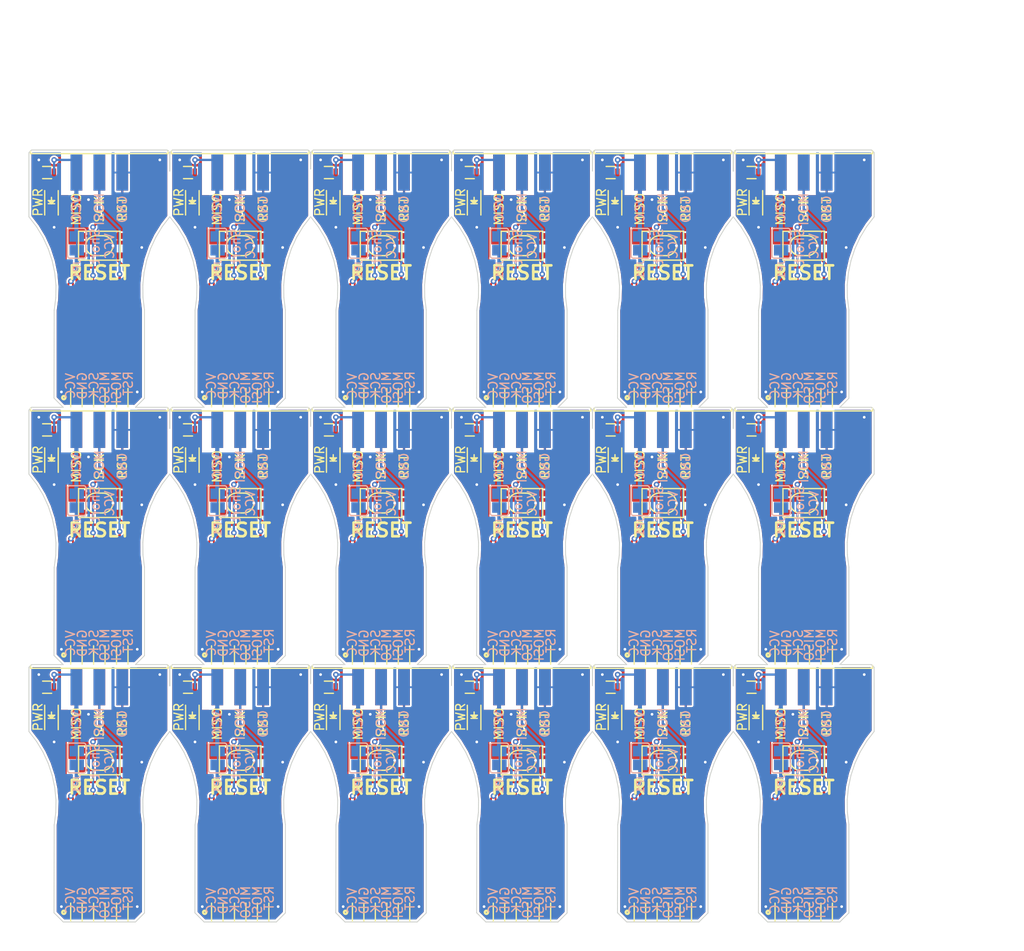
<source format=kicad_pcb>
(kicad_pcb (version 20171130) (host pcbnew 5.1.6-c6e7f7d~86~ubuntu18.04.1)
  (layers (0 F.Cu signal) (31 B.Cu signal) (34 B.Paste user) (35 F.Paste user) (36 B.SilkS user) (37 F.SilkS user) (38 B.Mask user) (39 F.Mask user) (44 Edge.Cuts user))
  (net 0 "")
  (net 1 Board_1-/GND)
  (net 2 Board_1-/MISO)
  (net 3 Board_1-/MOSI)
  (net 4 Board_1-/RESET)
  (net 5 Board_1-/SCK)
  (net 6 Board_1-/VCC)
  (net 7 "Board_1-Net-(D1-Pad2)")
  (net 8 Board_2-/GND)
  (net 9 Board_2-/MISO)
  (net 10 Board_2-/MOSI)
  (net 11 Board_2-/RESET)
  (net 12 Board_2-/SCK)
  (net 13 Board_2-/VCC)
  (net 14 "Board_2-Net-(D1-Pad2)")
  (net 15 Board_3-/GND)
  (net 16 Board_3-/MISO)
  (net 17 Board_3-/MOSI)
  (net 18 Board_3-/RESET)
  (net 19 Board_3-/SCK)
  (net 20 Board_3-/VCC)
  (net 21 "Board_3-Net-(D1-Pad2)")
  (net 22 Board_4-/GND)
  (net 23 Board_4-/MISO)
  (net 24 Board_4-/MOSI)
  (net 25 Board_4-/RESET)
  (net 26 Board_4-/SCK)
  (net 27 Board_4-/VCC)
  (net 28 "Board_4-Net-(D1-Pad2)")
  (net 29 Board_5-/GND)
  (net 30 Board_5-/MISO)
  (net 31 Board_5-/MOSI)
  (net 32 Board_5-/RESET)
  (net 33 Board_5-/SCK)
  (net 34 Board_5-/VCC)
  (net 35 "Board_5-Net-(D1-Pad2)")
  (net 36 Board_6-/GND)
  (net 37 Board_6-/MISO)
  (net 38 Board_6-/MOSI)
  (net 39 Board_6-/RESET)
  (net 40 Board_6-/SCK)
  (net 41 Board_6-/VCC)
  (net 42 "Board_6-Net-(D1-Pad2)")
  (net 43 Board_7-/GND)
  (net 44 Board_7-/MISO)
  (net 45 Board_7-/MOSI)
  (net 46 Board_7-/RESET)
  (net 47 Board_7-/SCK)
  (net 48 Board_7-/VCC)
  (net 49 "Board_7-Net-(D1-Pad2)")
  (net 50 Board_8-/GND)
  (net 51 Board_8-/MISO)
  (net 52 Board_8-/MOSI)
  (net 53 Board_8-/RESET)
  (net 54 Board_8-/SCK)
  (net 55 Board_8-/VCC)
  (net 56 "Board_8-Net-(D1-Pad2)")
  (net 57 Board_9-/GND)
  (net 58 Board_9-/MISO)
  (net 59 Board_9-/MOSI)
  (net 60 Board_9-/RESET)
  (net 61 Board_9-/SCK)
  (net 62 Board_9-/VCC)
  (net 63 "Board_9-Net-(D1-Pad2)")
  (net 64 Board_10-/GND)
  (net 65 Board_10-/MISO)
  (net 66 Board_10-/MOSI)
  (net 67 Board_10-/RESET)
  (net 68 Board_10-/SCK)
  (net 69 Board_10-/VCC)
  (net 70 "Board_10-Net-(D1-Pad2)")
  (net 71 Board_11-/GND)
  (net 72 Board_11-/MISO)
  (net 73 Board_11-/MOSI)
  (net 74 Board_11-/RESET)
  (net 75 Board_11-/SCK)
  (net 76 Board_11-/VCC)
  (net 77 "Board_11-Net-(D1-Pad2)")
  (net 78 Board_12-/GND)
  (net 79 Board_12-/MISO)
  (net 80 Board_12-/MOSI)
  (net 81 Board_12-/RESET)
  (net 82 Board_12-/SCK)
  (net 83 Board_12-/VCC)
  (net 84 "Board_12-Net-(D1-Pad2)")
  (net 85 Board_13-/GND)
  (net 86 Board_13-/MISO)
  (net 87 Board_13-/MOSI)
  (net 88 Board_13-/RESET)
  (net 89 Board_13-/SCK)
  (net 90 Board_13-/VCC)
  (net 91 "Board_13-Net-(D1-Pad2)")
  (net 92 Board_14-/GND)
  (net 93 Board_14-/MISO)
  (net 94 Board_14-/MOSI)
  (net 95 Board_14-/RESET)
  (net 96 Board_14-/SCK)
  (net 97 Board_14-/VCC)
  (net 98 "Board_14-Net-(D1-Pad2)")
  (net 99 Board_15-/GND)
  (net 100 Board_15-/MISO)
  (net 101 Board_15-/MOSI)
  (net 102 Board_15-/RESET)
  (net 103 Board_15-/SCK)
  (net 104 Board_15-/VCC)
  (net 105 "Board_15-Net-(D1-Pad2)")
  (net 106 Board_16-/GND)
  (net 107 Board_16-/MISO)
  (net 108 Board_16-/MOSI)
  (net 109 Board_16-/RESET)
  (net 110 Board_16-/SCK)
  (net 111 Board_16-/VCC)
  (net 112 "Board_16-Net-(D1-Pad2)")
  (net 113 Board_17-/GND)
  (net 114 Board_17-/MISO)
  (net 115 Board_17-/MOSI)
  (net 116 Board_17-/RESET)
  (net 117 Board_17-/SCK)
  (net 118 Board_17-/VCC)
  (net 119 "Board_17-Net-(D1-Pad2)")
  (net 120 Board_18-/GND)
  (net 121 Board_18-/MISO)
  (net 122 Board_18-/MOSI)
  (net 123 Board_18-/RESET)
  (net 124 Board_18-/SCK)
  (net 125 Board_18-/VCC)
  (net 126 "Board_18-Net-(D1-Pad2)")
  (module footprints:POGO_ISP (layer F.Cu) (at 135.813871 127.700027 180)
    (fp_text reference P2 hide)
    (fp_text value P50-B1)
    (pad 2 smd rect (at 3.4671 -0.2794 180) (size 0.3048 11) (layers F.Cu F.Mask) (net 125 Board_18-/VCC))
    (pad 6 smd rect (at 2.1971 -0.0254 180) (size 0.3048 11) (layers F.Cu F.Mask) (net 120 Board_18-/GND))
    (pad 3 smd rect (at 0.9271 -0.0254 180) (size 0.3048 11) (layers F.Cu F.Mask) (net 124 Board_18-/SCK))
    (pad 1 smd rect (at -0.3429 -0.0254 180) (size 0.3048 11) (layers F.Cu F.Mask) (net 121 Board_18-/MISO))
    (pad 4 smd rect (at -1.6129 -0.0254 180) (size 0.3048 11) (layers F.Cu F.Mask) (net 122 Board_18-/MOSI))
    (pad 2 smd rect (at 2.8829 -0.2794 180) (size 0.3048 11) (layers F.Cu F.Mask) (net 125 Board_18-/VCC))
    (pad 6 smd rect (at 1.6129 -0.0254 180) (size 0.3048 11) (layers F.Cu F.Mask) (net 120 Board_18-/GND))
    (pad 3 smd rect (at 0.3429 -0.0254 180) (size 0.3048 11) (layers F.Cu F.Mask) (net 124 Board_18-/SCK))
    (pad 1 smd rect (at -0.9271 -0.0254 180) (size 0.3048 11) (layers F.Cu F.Mask) (net 121 Board_18-/MISO))
    (pad 4 smd rect (at -2.1971 -0.0254 180) (size 0.3048 11) (layers F.Cu F.Mask) (net 122 Board_18-/MOSI))
    (pad 5 smd rect (at -2.8829 -0.2794 180) (size 0.3048 11) (layers F.Cu F.Mask) (net 123 Board_18-/RESET))
    (pad 5 smd rect (at -3.4671 -0.2794 180) (size 0.3048 11) (layers F.Cu F.Mask) (net 123 Board_18-/RESET))
  )
  (module footprints:2x6_idc_box_header_pcb_side_mount (layer F.Cu) (at 135.813871 109.500027)
    (fp_text reference P1 hide)
    (fp_text value 75869-131LF)
    (fp_text user GND (at 2.54 4.064 90) (layer B.SilkS) (effects (justify mirror)))
    (fp_text user MOSI (at 0 4.064 90) (layer B.SilkS) (effects (justify mirror)))
    (fp_text user VCC (at -2.54 4.064 90) (layer B.SilkS) (effects (justify mirror)))
    (fp_text user RST (at 2.54 4.064 90) (layer F.SilkS))
    (fp_text user SCK (at 0 4.064 90) (layer F.SilkS))
    (fp_text user MISO (at -2.54 4.064 90) (layer F.SilkS))
    (pad 6 smd rect (at 2.54 0) (size 1.3 4) (layers B.Cu B.Mask) (net 120 Board_18-/GND))
    (pad 2 smd rect (at -2.54 0) (size 1.3 4) (layers B.Cu B.Mask) (net 125 Board_18-/VCC))
    (pad 4 smd rect (at 0 0) (size 1.3 4) (layers B.Cu B.Mask) (net 122 Board_18-/MOSI))
    (pad 5 smd rect (at 2.54 0) (size 1.3 4) (layers F.Cu F.Mask) (net 123 Board_18-/RESET))
    (pad 3 smd rect (at 0 0) (size 1.3 4) (layers F.Cu F.Mask) (net 124 Board_18-/SCK))
    (pad 1 smd rect (at -2.54 0) (size 1.3 4) (layers F.Cu F.Mask) (net 121 Board_18-/MISO))
  )
  (module footprints:PTS810_tactile_push_button (layer F.Cu) (at 135.813871 117.600027 270)
    (fp_text reference S1 hide)
    (fp_text value "PTS810 SJM 250 SMTR LFS")
    (pad 2 smd rect (at 1.075 -2.075) (size 1.05 0.65) (layers F.Cu F.Paste F.Mask) (net 123 Board_18-/RESET))
    (pad 2 smd rect (at 1.075 2.075) (size 1.05 0.65) (layers F.Cu F.Paste F.Mask) (net 123 Board_18-/RESET))
    (pad 1 smd rect (at -1.075 -2.075) (size 1.05 0.65) (layers F.Cu F.Paste F.Mask) (net 120 Board_18-/GND))
    (pad 1 smd rect (at -1.075 2.075) (size 1.05 0.65) (layers F.Cu F.Paste F.Mask) (net 120 Board_18-/GND))
  )
  (module footprints:R_0603 (layer F.Cu) (at 130.033871 109.500027 180)
    (fp_text reference R1 hide)
    (fp_text value 470R)
    (pad 2 smd rect (at 0.75 0 180) (size 0.5 0.9) (layers F.Cu F.Paste F.Mask) (net 126 "Board_18-Net-(D1-Pad2)"))
    (pad 1 smd rect (at -0.75 0 180) (size 0.5 0.9) (layers F.Cu F.Paste F.Mask) (net 125 Board_18-/VCC))
  )
  (module footprints:SJ_OPEN (layer B.Cu) (at 133.313871 117.338027 90)
    (fp_text reference JP1 (at -2.8585 0.034 90) (layer B.SilkS) (effects (font (size 0.8 0.8) (thickness 0.12)) (justify mirror)))
    (fp_text value Jumper_NO_Small hide)
    (pad 2 smd rect (at 0.762 0 90) (size 1.1684 1.6002) (layers B.Cu B.Mask) (net 125 Board_18-/VCC))
    (pad 1 smd rect (at -0.762 0 90) (size 1.1684 1.6002) (layers B.Cu B.Mask) (net 125 Board_18-/VCC))
  )
  (module footprints:LED_0805 (layer F.Cu) (at 130.513871 112.600027 90)
    (fp_text reference D1 hide)
    (fp_text value PWR)
    (pad 1 smd rect (at -1.04902 0 270) (size 1.19888 1.19888) (layers F.Cu F.Paste F.Mask) (net 120 Board_18-/GND))
    (pad 2 smd rect (at 1.04902 0 270) (size 1.19888 1.19888) (layers F.Cu F.Paste F.Mask) (net 126 "Board_18-Net-(D1-Pad2)"))
  )
  (module footprints:POGO_ISP (layer F.Cu) (at 120.211097 127.700027 180)
    (fp_text reference P2 hide)
    (fp_text value P50-B1)
    (pad 2 smd rect (at 3.4671 -0.2794 180) (size 0.3048 11) (layers F.Cu F.Mask) (net 118 Board_17-/VCC))
    (pad 6 smd rect (at 2.1971 -0.0254 180) (size 0.3048 11) (layers F.Cu F.Mask) (net 113 Board_17-/GND))
    (pad 3 smd rect (at 0.9271 -0.0254 180) (size 0.3048 11) (layers F.Cu F.Mask) (net 117 Board_17-/SCK))
    (pad 1 smd rect (at -0.3429 -0.0254 180) (size 0.3048 11) (layers F.Cu F.Mask) (net 114 Board_17-/MISO))
    (pad 4 smd rect (at -1.6129 -0.0254 180) (size 0.3048 11) (layers F.Cu F.Mask) (net 115 Board_17-/MOSI))
    (pad 2 smd rect (at 2.8829 -0.2794 180) (size 0.3048 11) (layers F.Cu F.Mask) (net 118 Board_17-/VCC))
    (pad 6 smd rect (at 1.6129 -0.0254 180) (size 0.3048 11) (layers F.Cu F.Mask) (net 113 Board_17-/GND))
    (pad 3 smd rect (at 0.3429 -0.0254 180) (size 0.3048 11) (layers F.Cu F.Mask) (net 117 Board_17-/SCK))
    (pad 1 smd rect (at -0.9271 -0.0254 180) (size 0.3048 11) (layers F.Cu F.Mask) (net 114 Board_17-/MISO))
    (pad 4 smd rect (at -2.1971 -0.0254 180) (size 0.3048 11) (layers F.Cu F.Mask) (net 115 Board_17-/MOSI))
    (pad 5 smd rect (at -2.8829 -0.2794 180) (size 0.3048 11) (layers F.Cu F.Mask) (net 116 Board_17-/RESET))
    (pad 5 smd rect (at -3.4671 -0.2794 180) (size 0.3048 11) (layers F.Cu F.Mask) (net 116 Board_17-/RESET))
  )
  (module footprints:2x6_idc_box_header_pcb_side_mount (layer F.Cu) (at 120.211097 109.500027)
    (fp_text reference P1 hide)
    (fp_text value 75869-131LF)
    (fp_text user GND (at 2.54 4.064 90) (layer B.SilkS) (effects (justify mirror)))
    (fp_text user MOSI (at 0 4.064 90) (layer B.SilkS) (effects (justify mirror)))
    (fp_text user VCC (at -2.54 4.064 90) (layer B.SilkS) (effects (justify mirror)))
    (fp_text user RST (at 2.54 4.064 90) (layer F.SilkS))
    (fp_text user SCK (at 0 4.064 90) (layer F.SilkS))
    (fp_text user MISO (at -2.54 4.064 90) (layer F.SilkS))
    (pad 6 smd rect (at 2.54 0) (size 1.3 4) (layers B.Cu B.Mask) (net 113 Board_17-/GND))
    (pad 2 smd rect (at -2.54 0) (size 1.3 4) (layers B.Cu B.Mask) (net 118 Board_17-/VCC))
    (pad 4 smd rect (at 0 0) (size 1.3 4) (layers B.Cu B.Mask) (net 115 Board_17-/MOSI))
    (pad 5 smd rect (at 2.54 0) (size 1.3 4) (layers F.Cu F.Mask) (net 116 Board_17-/RESET))
    (pad 3 smd rect (at 0 0) (size 1.3 4) (layers F.Cu F.Mask) (net 117 Board_17-/SCK))
    (pad 1 smd rect (at -2.54 0) (size 1.3 4) (layers F.Cu F.Mask) (net 114 Board_17-/MISO))
  )
  (module footprints:PTS810_tactile_push_button (layer F.Cu) (at 120.211097 117.600027 270)
    (fp_text reference S1 hide)
    (fp_text value "PTS810 SJM 250 SMTR LFS")
    (pad 2 smd rect (at 1.075 -2.075) (size 1.05 0.65) (layers F.Cu F.Paste F.Mask) (net 116 Board_17-/RESET))
    (pad 2 smd rect (at 1.075 2.075) (size 1.05 0.65) (layers F.Cu F.Paste F.Mask) (net 116 Board_17-/RESET))
    (pad 1 smd rect (at -1.075 -2.075) (size 1.05 0.65) (layers F.Cu F.Paste F.Mask) (net 113 Board_17-/GND))
    (pad 1 smd rect (at -1.075 2.075) (size 1.05 0.65) (layers F.Cu F.Paste F.Mask) (net 113 Board_17-/GND))
  )
  (module footprints:R_0603 (layer F.Cu) (at 114.431097 109.500027 180)
    (fp_text reference R1 hide)
    (fp_text value 470R)
    (pad 2 smd rect (at 0.75 0 180) (size 0.5 0.9) (layers F.Cu F.Paste F.Mask) (net 119 "Board_17-Net-(D1-Pad2)"))
    (pad 1 smd rect (at -0.75 0 180) (size 0.5 0.9) (layers F.Cu F.Paste F.Mask) (net 118 Board_17-/VCC))
  )
  (module footprints:SJ_OPEN (layer B.Cu) (at 117.711097 117.338027 90)
    (fp_text reference JP1 (at -2.8585 0.034 90) (layer B.SilkS) (effects (font (size 0.8 0.8) (thickness 0.12)) (justify mirror)))
    (fp_text value Jumper_NO_Small hide)
    (pad 2 smd rect (at 0.762 0 90) (size 1.1684 1.6002) (layers B.Cu B.Mask) (net 118 Board_17-/VCC))
    (pad 1 smd rect (at -0.762 0 90) (size 1.1684 1.6002) (layers B.Cu B.Mask) (net 118 Board_17-/VCC))
  )
  (module footprints:LED_0805 (layer F.Cu) (at 114.911097 112.600027 90)
    (fp_text reference D1 hide)
    (fp_text value PWR)
    (pad 1 smd rect (at -1.04902 0 270) (size 1.19888 1.19888) (layers F.Cu F.Paste F.Mask) (net 113 Board_17-/GND))
    (pad 2 smd rect (at 1.04902 0 270) (size 1.19888 1.19888) (layers F.Cu F.Paste F.Mask) (net 119 "Board_17-Net-(D1-Pad2)"))
  )
  (module footprints:POGO_ISP (layer F.Cu) (at 104.608323 127.700027 180)
    (fp_text reference P2 hide)
    (fp_text value P50-B1)
    (pad 2 smd rect (at 3.4671 -0.2794 180) (size 0.3048 11) (layers F.Cu F.Mask) (net 111 Board_16-/VCC))
    (pad 6 smd rect (at 2.1971 -0.0254 180) (size 0.3048 11) (layers F.Cu F.Mask) (net 106 Board_16-/GND))
    (pad 3 smd rect (at 0.9271 -0.0254 180) (size 0.3048 11) (layers F.Cu F.Mask) (net 110 Board_16-/SCK))
    (pad 1 smd rect (at -0.3429 -0.0254 180) (size 0.3048 11) (layers F.Cu F.Mask) (net 107 Board_16-/MISO))
    (pad 4 smd rect (at -1.6129 -0.0254 180) (size 0.3048 11) (layers F.Cu F.Mask) (net 108 Board_16-/MOSI))
    (pad 2 smd rect (at 2.8829 -0.2794 180) (size 0.3048 11) (layers F.Cu F.Mask) (net 111 Board_16-/VCC))
    (pad 6 smd rect (at 1.6129 -0.0254 180) (size 0.3048 11) (layers F.Cu F.Mask) (net 106 Board_16-/GND))
    (pad 3 smd rect (at 0.3429 -0.0254 180) (size 0.3048 11) (layers F.Cu F.Mask) (net 110 Board_16-/SCK))
    (pad 1 smd rect (at -0.9271 -0.0254 180) (size 0.3048 11) (layers F.Cu F.Mask) (net 107 Board_16-/MISO))
    (pad 4 smd rect (at -2.1971 -0.0254 180) (size 0.3048 11) (layers F.Cu F.Mask) (net 108 Board_16-/MOSI))
    (pad 5 smd rect (at -2.8829 -0.2794 180) (size 0.3048 11) (layers F.Cu F.Mask) (net 109 Board_16-/RESET))
    (pad 5 smd rect (at -3.4671 -0.2794 180) (size 0.3048 11) (layers F.Cu F.Mask) (net 109 Board_16-/RESET))
  )
  (module footprints:2x6_idc_box_header_pcb_side_mount (layer F.Cu) (at 104.608323 109.500027)
    (fp_text reference P1 hide)
    (fp_text value 75869-131LF)
    (fp_text user GND (at 2.54 4.064 90) (layer B.SilkS) (effects (justify mirror)))
    (fp_text user MOSI (at 0 4.064 90) (layer B.SilkS) (effects (justify mirror)))
    (fp_text user VCC (at -2.54 4.064 90) (layer B.SilkS) (effects (justify mirror)))
    (fp_text user RST (at 2.54 4.064 90) (layer F.SilkS))
    (fp_text user SCK (at 0 4.064 90) (layer F.SilkS))
    (fp_text user MISO (at -2.54 4.064 90) (layer F.SilkS))
    (pad 6 smd rect (at 2.54 0) (size 1.3 4) (layers B.Cu B.Mask) (net 106 Board_16-/GND))
    (pad 2 smd rect (at -2.54 0) (size 1.3 4) (layers B.Cu B.Mask) (net 111 Board_16-/VCC))
    (pad 4 smd rect (at 0 0) (size 1.3 4) (layers B.Cu B.Mask) (net 108 Board_16-/MOSI))
    (pad 5 smd rect (at 2.54 0) (size 1.3 4) (layers F.Cu F.Mask) (net 109 Board_16-/RESET))
    (pad 3 smd rect (at 0 0) (size 1.3 4) (layers F.Cu F.Mask) (net 110 Board_16-/SCK))
    (pad 1 smd rect (at -2.54 0) (size 1.3 4) (layers F.Cu F.Mask) (net 107 Board_16-/MISO))
  )
  (module footprints:PTS810_tactile_push_button (layer F.Cu) (at 104.608323 117.600027 270)
    (fp_text reference S1 hide)
    (fp_text value "PTS810 SJM 250 SMTR LFS")
    (pad 2 smd rect (at 1.075 -2.075) (size 1.05 0.65) (layers F.Cu F.Paste F.Mask) (net 109 Board_16-/RESET))
    (pad 2 smd rect (at 1.075 2.075) (size 1.05 0.65) (layers F.Cu F.Paste F.Mask) (net 109 Board_16-/RESET))
    (pad 1 smd rect (at -1.075 -2.075) (size 1.05 0.65) (layers F.Cu F.Paste F.Mask) (net 106 Board_16-/GND))
    (pad 1 smd rect (at -1.075 2.075) (size 1.05 0.65) (layers F.Cu F.Paste F.Mask) (net 106 Board_16-/GND))
  )
  (module footprints:R_0603 (layer F.Cu) (at 98.828323 109.500027 180)
    (fp_text reference R1 hide)
    (fp_text value 470R)
    (pad 2 smd rect (at 0.75 0 180) (size 0.5 0.9) (layers F.Cu F.Paste F.Mask) (net 112 "Board_16-Net-(D1-Pad2)"))
    (pad 1 smd rect (at -0.75 0 180) (size 0.5 0.9) (layers F.Cu F.Paste F.Mask) (net 111 Board_16-/VCC))
  )
  (module footprints:SJ_OPEN (layer B.Cu) (at 102.108323 117.338027 90)
    (fp_text reference JP1 (at -2.8585 0.034 90) (layer B.SilkS) (effects (font (size 0.8 0.8) (thickness 0.12)) (justify mirror)))
    (fp_text value Jumper_NO_Small hide)
    (pad 2 smd rect (at 0.762 0 90) (size 1.1684 1.6002) (layers B.Cu B.Mask) (net 111 Board_16-/VCC))
    (pad 1 smd rect (at -0.762 0 90) (size 1.1684 1.6002) (layers B.Cu B.Mask) (net 111 Board_16-/VCC))
  )
  (module footprints:LED_0805 (layer F.Cu) (at 99.308323 112.600027 90)
    (fp_text reference D1 hide)
    (fp_text value PWR)
    (pad 1 smd rect (at -1.04902 0 270) (size 1.19888 1.19888) (layers F.Cu F.Paste F.Mask) (net 106 Board_16-/GND))
    (pad 2 smd rect (at 1.04902 0 270) (size 1.19888 1.19888) (layers F.Cu F.Paste F.Mask) (net 112 "Board_16-Net-(D1-Pad2)"))
  )
  (module footprints:POGO_ISP (layer F.Cu) (at 89.005549 127.700027 180)
    (fp_text reference P2 hide)
    (fp_text value P50-B1)
    (pad 2 smd rect (at 3.4671 -0.2794 180) (size 0.3048 11) (layers F.Cu F.Mask) (net 104 Board_15-/VCC))
    (pad 6 smd rect (at 2.1971 -0.0254 180) (size 0.3048 11) (layers F.Cu F.Mask) (net 99 Board_15-/GND))
    (pad 3 smd rect (at 0.9271 -0.0254 180) (size 0.3048 11) (layers F.Cu F.Mask) (net 103 Board_15-/SCK))
    (pad 1 smd rect (at -0.3429 -0.0254 180) (size 0.3048 11) (layers F.Cu F.Mask) (net 100 Board_15-/MISO))
    (pad 4 smd rect (at -1.6129 -0.0254 180) (size 0.3048 11) (layers F.Cu F.Mask) (net 101 Board_15-/MOSI))
    (pad 2 smd rect (at 2.8829 -0.2794 180) (size 0.3048 11) (layers F.Cu F.Mask) (net 104 Board_15-/VCC))
    (pad 6 smd rect (at 1.6129 -0.0254 180) (size 0.3048 11) (layers F.Cu F.Mask) (net 99 Board_15-/GND))
    (pad 3 smd rect (at 0.3429 -0.0254 180) (size 0.3048 11) (layers F.Cu F.Mask) (net 103 Board_15-/SCK))
    (pad 1 smd rect (at -0.9271 -0.0254 180) (size 0.3048 11) (layers F.Cu F.Mask) (net 100 Board_15-/MISO))
    (pad 4 smd rect (at -2.1971 -0.0254 180) (size 0.3048 11) (layers F.Cu F.Mask) (net 101 Board_15-/MOSI))
    (pad 5 smd rect (at -2.8829 -0.2794 180) (size 0.3048 11) (layers F.Cu F.Mask) (net 102 Board_15-/RESET))
    (pad 5 smd rect (at -3.4671 -0.2794 180) (size 0.3048 11) (layers F.Cu F.Mask) (net 102 Board_15-/RESET))
  )
  (module footprints:2x6_idc_box_header_pcb_side_mount (layer F.Cu) (at 89.005549 109.500027)
    (fp_text reference P1 hide)
    (fp_text value 75869-131LF)
    (fp_text user GND (at 2.54 4.064 90) (layer B.SilkS) (effects (justify mirror)))
    (fp_text user MOSI (at 0 4.064 90) (layer B.SilkS) (effects (justify mirror)))
    (fp_text user VCC (at -2.54 4.064 90) (layer B.SilkS) (effects (justify mirror)))
    (fp_text user RST (at 2.54 4.064 90) (layer F.SilkS))
    (fp_text user SCK (at 0 4.064 90) (layer F.SilkS))
    (fp_text user MISO (at -2.54 4.064 90) (layer F.SilkS))
    (pad 6 smd rect (at 2.54 0) (size 1.3 4) (layers B.Cu B.Mask) (net 99 Board_15-/GND))
    (pad 2 smd rect (at -2.54 0) (size 1.3 4) (layers B.Cu B.Mask) (net 104 Board_15-/VCC))
    (pad 4 smd rect (at 0 0) (size 1.3 4) (layers B.Cu B.Mask) (net 101 Board_15-/MOSI))
    (pad 5 smd rect (at 2.54 0) (size 1.3 4) (layers F.Cu F.Mask) (net 102 Board_15-/RESET))
    (pad 3 smd rect (at 0 0) (size 1.3 4) (layers F.Cu F.Mask) (net 103 Board_15-/SCK))
    (pad 1 smd rect (at -2.54 0) (size 1.3 4) (layers F.Cu F.Mask) (net 100 Board_15-/MISO))
  )
  (module footprints:PTS810_tactile_push_button (layer F.Cu) (at 89.005549 117.600027 270)
    (fp_text reference S1 hide)
    (fp_text value "PTS810 SJM 250 SMTR LFS")
    (pad 2 smd rect (at 1.075 -2.075) (size 1.05 0.65) (layers F.Cu F.Paste F.Mask) (net 102 Board_15-/RESET))
    (pad 2 smd rect (at 1.075 2.075) (size 1.05 0.65) (layers F.Cu F.Paste F.Mask) (net 102 Board_15-/RESET))
    (pad 1 smd rect (at -1.075 -2.075) (size 1.05 0.65) (layers F.Cu F.Paste F.Mask) (net 99 Board_15-/GND))
    (pad 1 smd rect (at -1.075 2.075) (size 1.05 0.65) (layers F.Cu F.Paste F.Mask) (net 99 Board_15-/GND))
  )
  (module footprints:R_0603 (layer F.Cu) (at 83.225549 109.500027 180)
    (fp_text reference R1 hide)
    (fp_text value 470R)
    (pad 2 smd rect (at 0.75 0 180) (size 0.5 0.9) (layers F.Cu F.Paste F.Mask) (net 105 "Board_15-Net-(D1-Pad2)"))
    (pad 1 smd rect (at -0.75 0 180) (size 0.5 0.9) (layers F.Cu F.Paste F.Mask) (net 104 Board_15-/VCC))
  )
  (module footprints:SJ_OPEN (layer B.Cu) (at 86.505549 117.338027 90)
    (fp_text reference JP1 (at -2.8585 0.034 90) (layer B.SilkS) (effects (font (size 0.8 0.8) (thickness 0.12)) (justify mirror)))
    (fp_text value Jumper_NO_Small hide)
    (pad 2 smd rect (at 0.762 0 90) (size 1.1684 1.6002) (layers B.Cu B.Mask) (net 104 Board_15-/VCC))
    (pad 1 smd rect (at -0.762 0 90) (size 1.1684 1.6002) (layers B.Cu B.Mask) (net 104 Board_15-/VCC))
  )
  (module footprints:LED_0805 (layer F.Cu) (at 83.705549 112.600027 90)
    (fp_text reference D1 hide)
    (fp_text value PWR)
    (pad 1 smd rect (at -1.04902 0 270) (size 1.19888 1.19888) (layers F.Cu F.Paste F.Mask) (net 99 Board_15-/GND))
    (pad 2 smd rect (at 1.04902 0 270) (size 1.19888 1.19888) (layers F.Cu F.Paste F.Mask) (net 105 "Board_15-Net-(D1-Pad2)"))
  )
  (module footprints:POGO_ISP (layer F.Cu) (at 73.402775 127.700027 180)
    (fp_text reference P2 hide)
    (fp_text value P50-B1)
    (pad 2 smd rect (at 3.4671 -0.2794 180) (size 0.3048 11) (layers F.Cu F.Mask) (net 97 Board_14-/VCC))
    (pad 6 smd rect (at 2.1971 -0.0254 180) (size 0.3048 11) (layers F.Cu F.Mask) (net 92 Board_14-/GND))
    (pad 3 smd rect (at 0.9271 -0.0254 180) (size 0.3048 11) (layers F.Cu F.Mask) (net 96 Board_14-/SCK))
    (pad 1 smd rect (at -0.3429 -0.0254 180) (size 0.3048 11) (layers F.Cu F.Mask) (net 93 Board_14-/MISO))
    (pad 4 smd rect (at -1.6129 -0.0254 180) (size 0.3048 11) (layers F.Cu F.Mask) (net 94 Board_14-/MOSI))
    (pad 2 smd rect (at 2.8829 -0.2794 180) (size 0.3048 11) (layers F.Cu F.Mask) (net 97 Board_14-/VCC))
    (pad 6 smd rect (at 1.6129 -0.0254 180) (size 0.3048 11) (layers F.Cu F.Mask) (net 92 Board_14-/GND))
    (pad 3 smd rect (at 0.3429 -0.0254 180) (size 0.3048 11) (layers F.Cu F.Mask) (net 96 Board_14-/SCK))
    (pad 1 smd rect (at -0.9271 -0.0254 180) (size 0.3048 11) (layers F.Cu F.Mask) (net 93 Board_14-/MISO))
    (pad 4 smd rect (at -2.1971 -0.0254 180) (size 0.3048 11) (layers F.Cu F.Mask) (net 94 Board_14-/MOSI))
    (pad 5 smd rect (at -2.8829 -0.2794 180) (size 0.3048 11) (layers F.Cu F.Mask) (net 95 Board_14-/RESET))
    (pad 5 smd rect (at -3.4671 -0.2794 180) (size 0.3048 11) (layers F.Cu F.Mask) (net 95 Board_14-/RESET))
  )
  (module footprints:2x6_idc_box_header_pcb_side_mount (layer F.Cu) (at 73.402775 109.500027)
    (fp_text reference P1 hide)
    (fp_text value 75869-131LF)
    (fp_text user GND (at 2.54 4.064 90) (layer B.SilkS) (effects (justify mirror)))
    (fp_text user MOSI (at 0 4.064 90) (layer B.SilkS) (effects (justify mirror)))
    (fp_text user VCC (at -2.54 4.064 90) (layer B.SilkS) (effects (justify mirror)))
    (fp_text user RST (at 2.54 4.064 90) (layer F.SilkS))
    (fp_text user SCK (at 0 4.064 90) (layer F.SilkS))
    (fp_text user MISO (at -2.54 4.064 90) (layer F.SilkS))
    (pad 6 smd rect (at 2.54 0) (size 1.3 4) (layers B.Cu B.Mask) (net 92 Board_14-/GND))
    (pad 2 smd rect (at -2.54 0) (size 1.3 4) (layers B.Cu B.Mask) (net 97 Board_14-/VCC))
    (pad 4 smd rect (at 0 0) (size 1.3 4) (layers B.Cu B.Mask) (net 94 Board_14-/MOSI))
    (pad 5 smd rect (at 2.54 0) (size 1.3 4) (layers F.Cu F.Mask) (net 95 Board_14-/RESET))
    (pad 3 smd rect (at 0 0) (size 1.3 4) (layers F.Cu F.Mask) (net 96 Board_14-/SCK))
    (pad 1 smd rect (at -2.54 0) (size 1.3 4) (layers F.Cu F.Mask) (net 93 Board_14-/MISO))
  )
  (module footprints:PTS810_tactile_push_button (layer F.Cu) (at 73.402775 117.600027 270)
    (fp_text reference S1 hide)
    (fp_text value "PTS810 SJM 250 SMTR LFS")
    (pad 2 smd rect (at 1.075 -2.075) (size 1.05 0.65) (layers F.Cu F.Paste F.Mask) (net 95 Board_14-/RESET))
    (pad 2 smd rect (at 1.075 2.075) (size 1.05 0.65) (layers F.Cu F.Paste F.Mask) (net 95 Board_14-/RESET))
    (pad 1 smd rect (at -1.075 -2.075) (size 1.05 0.65) (layers F.Cu F.Paste F.Mask) (net 92 Board_14-/GND))
    (pad 1 smd rect (at -1.075 2.075) (size 1.05 0.65) (layers F.Cu F.Paste F.Mask) (net 92 Board_14-/GND))
  )
  (module footprints:R_0603 (layer F.Cu) (at 67.622775 109.500027 180)
    (fp_text reference R1 hide)
    (fp_text value 470R)
    (pad 2 smd rect (at 0.75 0 180) (size 0.5 0.9) (layers F.Cu F.Paste F.Mask) (net 98 "Board_14-Net-(D1-Pad2)"))
    (pad 1 smd rect (at -0.75 0 180) (size 0.5 0.9) (layers F.Cu F.Paste F.Mask) (net 97 Board_14-/VCC))
  )
  (module footprints:SJ_OPEN (layer B.Cu) (at 70.902775 117.338027 90)
    (fp_text reference JP1 (at -2.8585 0.034 90) (layer B.SilkS) (effects (font (size 0.8 0.8) (thickness 0.12)) (justify mirror)))
    (fp_text value Jumper_NO_Small hide)
    (pad 2 smd rect (at 0.762 0 90) (size 1.1684 1.6002) (layers B.Cu B.Mask) (net 97 Board_14-/VCC))
    (pad 1 smd rect (at -0.762 0 90) (size 1.1684 1.6002) (layers B.Cu B.Mask) (net 97 Board_14-/VCC))
  )
  (module footprints:LED_0805 (layer F.Cu) (at 68.102775 112.600027 90)
    (fp_text reference D1 hide)
    (fp_text value PWR)
    (pad 1 smd rect (at -1.04902 0 270) (size 1.19888 1.19888) (layers F.Cu F.Paste F.Mask) (net 92 Board_14-/GND))
    (pad 2 smd rect (at 1.04902 0 270) (size 1.19888 1.19888) (layers F.Cu F.Paste F.Mask) (net 98 "Board_14-Net-(D1-Pad2)"))
  )
  (module footprints:POGO_ISP (layer F.Cu) (at 57.800001 127.700027 180)
    (fp_text reference P2 hide)
    (fp_text value P50-B1)
    (pad 2 smd rect (at 3.4671 -0.2794 180) (size 0.3048 11) (layers F.Cu F.Mask) (net 90 Board_13-/VCC))
    (pad 6 smd rect (at 2.1971 -0.0254 180) (size 0.3048 11) (layers F.Cu F.Mask) (net 85 Board_13-/GND))
    (pad 3 smd rect (at 0.9271 -0.0254 180) (size 0.3048 11) (layers F.Cu F.Mask) (net 89 Board_13-/SCK))
    (pad 1 smd rect (at -0.3429 -0.0254 180) (size 0.3048 11) (layers F.Cu F.Mask) (net 86 Board_13-/MISO))
    (pad 4 smd rect (at -1.6129 -0.0254 180) (size 0.3048 11) (layers F.Cu F.Mask) (net 87 Board_13-/MOSI))
    (pad 2 smd rect (at 2.8829 -0.2794 180) (size 0.3048 11) (layers F.Cu F.Mask) (net 90 Board_13-/VCC))
    (pad 6 smd rect (at 1.6129 -0.0254 180) (size 0.3048 11) (layers F.Cu F.Mask) (net 85 Board_13-/GND))
    (pad 3 smd rect (at 0.3429 -0.0254 180) (size 0.3048 11) (layers F.Cu F.Mask) (net 89 Board_13-/SCK))
    (pad 1 smd rect (at -0.9271 -0.0254 180) (size 0.3048 11) (layers F.Cu F.Mask) (net 86 Board_13-/MISO))
    (pad 4 smd rect (at -2.1971 -0.0254 180) (size 0.3048 11) (layers F.Cu F.Mask) (net 87 Board_13-/MOSI))
    (pad 5 smd rect (at -2.8829 -0.2794 180) (size 0.3048 11) (layers F.Cu F.Mask) (net 88 Board_13-/RESET))
    (pad 5 smd rect (at -3.4671 -0.2794 180) (size 0.3048 11) (layers F.Cu F.Mask) (net 88 Board_13-/RESET))
  )
  (module footprints:2x6_idc_box_header_pcb_side_mount (layer F.Cu) (at 57.800001 109.500027)
    (fp_text reference P1 hide)
    (fp_text value 75869-131LF)
    (fp_text user GND (at 2.54 4.064 90) (layer B.SilkS) (effects (justify mirror)))
    (fp_text user MOSI (at 0 4.064 90) (layer B.SilkS) (effects (justify mirror)))
    (fp_text user VCC (at -2.54 4.064 90) (layer B.SilkS) (effects (justify mirror)))
    (fp_text user RST (at 2.54 4.064 90) (layer F.SilkS))
    (fp_text user SCK (at 0 4.064 90) (layer F.SilkS))
    (fp_text user MISO (at -2.54 4.064 90) (layer F.SilkS))
    (pad 6 smd rect (at 2.54 0) (size 1.3 4) (layers B.Cu B.Mask) (net 85 Board_13-/GND))
    (pad 2 smd rect (at -2.54 0) (size 1.3 4) (layers B.Cu B.Mask) (net 90 Board_13-/VCC))
    (pad 4 smd rect (at 0 0) (size 1.3 4) (layers B.Cu B.Mask) (net 87 Board_13-/MOSI))
    (pad 5 smd rect (at 2.54 0) (size 1.3 4) (layers F.Cu F.Mask) (net 88 Board_13-/RESET))
    (pad 3 smd rect (at 0 0) (size 1.3 4) (layers F.Cu F.Mask) (net 89 Board_13-/SCK))
    (pad 1 smd rect (at -2.54 0) (size 1.3 4) (layers F.Cu F.Mask) (net 86 Board_13-/MISO))
  )
  (module footprints:PTS810_tactile_push_button (layer F.Cu) (at 57.800001 117.600027 270)
    (fp_text reference S1 hide)
    (fp_text value "PTS810 SJM 250 SMTR LFS")
    (pad 2 smd rect (at 1.075 -2.075) (size 1.05 0.65) (layers F.Cu F.Paste F.Mask) (net 88 Board_13-/RESET))
    (pad 2 smd rect (at 1.075 2.075) (size 1.05 0.65) (layers F.Cu F.Paste F.Mask) (net 88 Board_13-/RESET))
    (pad 1 smd rect (at -1.075 -2.075) (size 1.05 0.65) (layers F.Cu F.Paste F.Mask) (net 85 Board_13-/GND))
    (pad 1 smd rect (at -1.075 2.075) (size 1.05 0.65) (layers F.Cu F.Paste F.Mask) (net 85 Board_13-/GND))
  )
  (module footprints:R_0603 (layer F.Cu) (at 52.020001 109.500027 180)
    (fp_text reference R1 hide)
    (fp_text value 470R)
    (pad 2 smd rect (at 0.75 0 180) (size 0.5 0.9) (layers F.Cu F.Paste F.Mask) (net 91 "Board_13-Net-(D1-Pad2)"))
    (pad 1 smd rect (at -0.75 0 180) (size 0.5 0.9) (layers F.Cu F.Paste F.Mask) (net 90 Board_13-/VCC))
  )
  (module footprints:SJ_OPEN (layer B.Cu) (at 55.300001 117.338027 90)
    (fp_text reference JP1 (at -2.8585 0.034 90) (layer B.SilkS) (effects (font (size 0.8 0.8) (thickness 0.12)) (justify mirror)))
    (fp_text value Jumper_NO_Small hide)
    (pad 2 smd rect (at 0.762 0 90) (size 1.1684 1.6002) (layers B.Cu B.Mask) (net 90 Board_13-/VCC))
    (pad 1 smd rect (at -0.762 0 90) (size 1.1684 1.6002) (layers B.Cu B.Mask) (net 90 Board_13-/VCC))
  )
  (module footprints:LED_0805 (layer F.Cu) (at 52.500001 112.600027 90)
    (fp_text reference D1 hide)
    (fp_text value PWR)
    (pad 1 smd rect (at -1.04902 0 270) (size 1.19888 1.19888) (layers F.Cu F.Paste F.Mask) (net 85 Board_13-/GND))
    (pad 2 smd rect (at 1.04902 0 270) (size 1.19888 1.19888) (layers F.Cu F.Paste F.Mask) (net 91 "Board_13-Net-(D1-Pad2)"))
  )
  (module footprints:POGO_ISP (layer F.Cu) (at 135.813871 99.200014 180)
    (fp_text reference P2 hide)
    (fp_text value P50-B1)
    (pad 2 smd rect (at 3.4671 -0.2794 180) (size 0.3048 11) (layers F.Cu F.Mask) (net 83 Board_12-/VCC))
    (pad 6 smd rect (at 2.1971 -0.0254 180) (size 0.3048 11) (layers F.Cu F.Mask) (net 78 Board_12-/GND))
    (pad 3 smd rect (at 0.9271 -0.0254 180) (size 0.3048 11) (layers F.Cu F.Mask) (net 82 Board_12-/SCK))
    (pad 1 smd rect (at -0.3429 -0.0254 180) (size 0.3048 11) (layers F.Cu F.Mask) (net 79 Board_12-/MISO))
    (pad 4 smd rect (at -1.6129 -0.0254 180) (size 0.3048 11) (layers F.Cu F.Mask) (net 80 Board_12-/MOSI))
    (pad 2 smd rect (at 2.8829 -0.2794 180) (size 0.3048 11) (layers F.Cu F.Mask) (net 83 Board_12-/VCC))
    (pad 6 smd rect (at 1.6129 -0.0254 180) (size 0.3048 11) (layers F.Cu F.Mask) (net 78 Board_12-/GND))
    (pad 3 smd rect (at 0.3429 -0.0254 180) (size 0.3048 11) (layers F.Cu F.Mask) (net 82 Board_12-/SCK))
    (pad 1 smd rect (at -0.9271 -0.0254 180) (size 0.3048 11) (layers F.Cu F.Mask) (net 79 Board_12-/MISO))
    (pad 4 smd rect (at -2.1971 -0.0254 180) (size 0.3048 11) (layers F.Cu F.Mask) (net 80 Board_12-/MOSI))
    (pad 5 smd rect (at -2.8829 -0.2794 180) (size 0.3048 11) (layers F.Cu F.Mask) (net 81 Board_12-/RESET))
    (pad 5 smd rect (at -3.4671 -0.2794 180) (size 0.3048 11) (layers F.Cu F.Mask) (net 81 Board_12-/RESET))
  )
  (module footprints:2x6_idc_box_header_pcb_side_mount (layer F.Cu) (at 135.813871 81.000014)
    (fp_text reference P1 hide)
    (fp_text value 75869-131LF)
    (fp_text user GND (at 2.54 4.064 90) (layer B.SilkS) (effects (justify mirror)))
    (fp_text user MOSI (at 0 4.064 90) (layer B.SilkS) (effects (justify mirror)))
    (fp_text user VCC (at -2.54 4.064 90) (layer B.SilkS) (effects (justify mirror)))
    (fp_text user RST (at 2.54 4.064 90) (layer F.SilkS))
    (fp_text user SCK (at 0 4.064 90) (layer F.SilkS))
    (fp_text user MISO (at -2.54 4.064 90) (layer F.SilkS))
    (pad 6 smd rect (at 2.54 0) (size 1.3 4) (layers B.Cu B.Mask) (net 78 Board_12-/GND))
    (pad 2 smd rect (at -2.54 0) (size 1.3 4) (layers B.Cu B.Mask) (net 83 Board_12-/VCC))
    (pad 4 smd rect (at 0 0) (size 1.3 4) (layers B.Cu B.Mask) (net 80 Board_12-/MOSI))
    (pad 5 smd rect (at 2.54 0) (size 1.3 4) (layers F.Cu F.Mask) (net 81 Board_12-/RESET))
    (pad 3 smd rect (at 0 0) (size 1.3 4) (layers F.Cu F.Mask) (net 82 Board_12-/SCK))
    (pad 1 smd rect (at -2.54 0) (size 1.3 4) (layers F.Cu F.Mask) (net 79 Board_12-/MISO))
  )
  (module footprints:PTS810_tactile_push_button (layer F.Cu) (at 135.813871 89.100014 270)
    (fp_text reference S1 hide)
    (fp_text value "PTS810 SJM 250 SMTR LFS")
    (pad 2 smd rect (at 1.075 -2.075) (size 1.05 0.65) (layers F.Cu F.Paste F.Mask) (net 81 Board_12-/RESET))
    (pad 2 smd rect (at 1.075 2.075) (size 1.05 0.65) (layers F.Cu F.Paste F.Mask) (net 81 Board_12-/RESET))
    (pad 1 smd rect (at -1.075 -2.075) (size 1.05 0.65) (layers F.Cu F.Paste F.Mask) (net 78 Board_12-/GND))
    (pad 1 smd rect (at -1.075 2.075) (size 1.05 0.65) (layers F.Cu F.Paste F.Mask) (net 78 Board_12-/GND))
  )
  (module footprints:R_0603 (layer F.Cu) (at 130.033871 81.000014 180)
    (fp_text reference R1 hide)
    (fp_text value 470R)
    (pad 2 smd rect (at 0.75 0 180) (size 0.5 0.9) (layers F.Cu F.Paste F.Mask) (net 84 "Board_12-Net-(D1-Pad2)"))
    (pad 1 smd rect (at -0.75 0 180) (size 0.5 0.9) (layers F.Cu F.Paste F.Mask) (net 83 Board_12-/VCC))
  )
  (module footprints:SJ_OPEN (layer B.Cu) (at 133.313871 88.838014 90)
    (fp_text reference JP1 (at -2.8585 0.034 90) (layer B.SilkS) (effects (font (size 0.8 0.8) (thickness 0.12)) (justify mirror)))
    (fp_text value Jumper_NO_Small hide)
    (pad 2 smd rect (at 0.762 0 90) (size 1.1684 1.6002) (layers B.Cu B.Mask) (net 83 Board_12-/VCC))
    (pad 1 smd rect (at -0.762 0 90) (size 1.1684 1.6002) (layers B.Cu B.Mask) (net 83 Board_12-/VCC))
  )
  (module footprints:LED_0805 (layer F.Cu) (at 130.513871 84.100014 90)
    (fp_text reference D1 hide)
    (fp_text value PWR)
    (pad 1 smd rect (at -1.04902 0 270) (size 1.19888 1.19888) (layers F.Cu F.Paste F.Mask) (net 78 Board_12-/GND))
    (pad 2 smd rect (at 1.04902 0 270) (size 1.19888 1.19888) (layers F.Cu F.Paste F.Mask) (net 84 "Board_12-Net-(D1-Pad2)"))
  )
  (module footprints:POGO_ISP (layer F.Cu) (at 120.211097 99.200014 180)
    (fp_text reference P2 hide)
    (fp_text value P50-B1)
    (pad 2 smd rect (at 3.4671 -0.2794 180) (size 0.3048 11) (layers F.Cu F.Mask) (net 76 Board_11-/VCC))
    (pad 6 smd rect (at 2.1971 -0.0254 180) (size 0.3048 11) (layers F.Cu F.Mask) (net 71 Board_11-/GND))
    (pad 3 smd rect (at 0.9271 -0.0254 180) (size 0.3048 11) (layers F.Cu F.Mask) (net 75 Board_11-/SCK))
    (pad 1 smd rect (at -0.3429 -0.0254 180) (size 0.3048 11) (layers F.Cu F.Mask) (net 72 Board_11-/MISO))
    (pad 4 smd rect (at -1.6129 -0.0254 180) (size 0.3048 11) (layers F.Cu F.Mask) (net 73 Board_11-/MOSI))
    (pad 2 smd rect (at 2.8829 -0.2794 180) (size 0.3048 11) (layers F.Cu F.Mask) (net 76 Board_11-/VCC))
    (pad 6 smd rect (at 1.6129 -0.0254 180) (size 0.3048 11) (layers F.Cu F.Mask) (net 71 Board_11-/GND))
    (pad 3 smd rect (at 0.3429 -0.0254 180) (size 0.3048 11) (layers F.Cu F.Mask) (net 75 Board_11-/SCK))
    (pad 1 smd rect (at -0.9271 -0.0254 180) (size 0.3048 11) (layers F.Cu F.Mask) (net 72 Board_11-/MISO))
    (pad 4 smd rect (at -2.1971 -0.0254 180) (size 0.3048 11) (layers F.Cu F.Mask) (net 73 Board_11-/MOSI))
    (pad 5 smd rect (at -2.8829 -0.2794 180) (size 0.3048 11) (layers F.Cu F.Mask) (net 74 Board_11-/RESET))
    (pad 5 smd rect (at -3.4671 -0.2794 180) (size 0.3048 11) (layers F.Cu F.Mask) (net 74 Board_11-/RESET))
  )
  (module footprints:2x6_idc_box_header_pcb_side_mount (layer F.Cu) (at 120.211097 81.000014)
    (fp_text reference P1 hide)
    (fp_text value 75869-131LF)
    (fp_text user GND (at 2.54 4.064 90) (layer B.SilkS) (effects (justify mirror)))
    (fp_text user MOSI (at 0 4.064 90) (layer B.SilkS) (effects (justify mirror)))
    (fp_text user VCC (at -2.54 4.064 90) (layer B.SilkS) (effects (justify mirror)))
    (fp_text user RST (at 2.54 4.064 90) (layer F.SilkS))
    (fp_text user SCK (at 0 4.064 90) (layer F.SilkS))
    (fp_text user MISO (at -2.54 4.064 90) (layer F.SilkS))
    (pad 6 smd rect (at 2.54 0) (size 1.3 4) (layers B.Cu B.Mask) (net 71 Board_11-/GND))
    (pad 2 smd rect (at -2.54 0) (size 1.3 4) (layers B.Cu B.Mask) (net 76 Board_11-/VCC))
    (pad 4 smd rect (at 0 0) (size 1.3 4) (layers B.Cu B.Mask) (net 73 Board_11-/MOSI))
    (pad 5 smd rect (at 2.54 0) (size 1.3 4) (layers F.Cu F.Mask) (net 74 Board_11-/RESET))
    (pad 3 smd rect (at 0 0) (size 1.3 4) (layers F.Cu F.Mask) (net 75 Board_11-/SCK))
    (pad 1 smd rect (at -2.54 0) (size 1.3 4) (layers F.Cu F.Mask) (net 72 Board_11-/MISO))
  )
  (module footprints:PTS810_tactile_push_button (layer F.Cu) (at 120.211097 89.100014 270)
    (fp_text reference S1 hide)
    (fp_text value "PTS810 SJM 250 SMTR LFS")
    (pad 2 smd rect (at 1.075 -2.075) (size 1.05 0.65) (layers F.Cu F.Paste F.Mask) (net 74 Board_11-/RESET))
    (pad 2 smd rect (at 1.075 2.075) (size 1.05 0.65) (layers F.Cu F.Paste F.Mask) (net 74 Board_11-/RESET))
    (pad 1 smd rect (at -1.075 -2.075) (size 1.05 0.65) (layers F.Cu F.Paste F.Mask) (net 71 Board_11-/GND))
    (pad 1 smd rect (at -1.075 2.075) (size 1.05 0.65) (layers F.Cu F.Paste F.Mask) (net 71 Board_11-/GND))
  )
  (module footprints:R_0603 (layer F.Cu) (at 114.431097 81.000014 180)
    (fp_text reference R1 hide)
    (fp_text value 470R)
    (pad 2 smd rect (at 0.75 0 180) (size 0.5 0.9) (layers F.Cu F.Paste F.Mask) (net 77 "Board_11-Net-(D1-Pad2)"))
    (pad 1 smd rect (at -0.75 0 180) (size 0.5 0.9) (layers F.Cu F.Paste F.Mask) (net 76 Board_11-/VCC))
  )
  (module footprints:SJ_OPEN (layer B.Cu) (at 117.711097 88.838014 90)
    (fp_text reference JP1 (at -2.8585 0.034 90) (layer B.SilkS) (effects (font (size 0.8 0.8) (thickness 0.12)) (justify mirror)))
    (fp_text value Jumper_NO_Small hide)
    (pad 2 smd rect (at 0.762 0 90) (size 1.1684 1.6002) (layers B.Cu B.Mask) (net 76 Board_11-/VCC))
    (pad 1 smd rect (at -0.762 0 90) (size 1.1684 1.6002) (layers B.Cu B.Mask) (net 76 Board_11-/VCC))
  )
  (module footprints:LED_0805 (layer F.Cu) (at 114.911097 84.100014 90)
    (fp_text reference D1 hide)
    (fp_text value PWR)
    (pad 1 smd rect (at -1.04902 0 270) (size 1.19888 1.19888) (layers F.Cu F.Paste F.Mask) (net 71 Board_11-/GND))
    (pad 2 smd rect (at 1.04902 0 270) (size 1.19888 1.19888) (layers F.Cu F.Paste F.Mask) (net 77 "Board_11-Net-(D1-Pad2)"))
  )
  (module footprints:POGO_ISP (layer F.Cu) (at 104.608323 99.200014 180)
    (fp_text reference P2 hide)
    (fp_text value P50-B1)
    (pad 2 smd rect (at 3.4671 -0.2794 180) (size 0.3048 11) (layers F.Cu F.Mask) (net 69 Board_10-/VCC))
    (pad 6 smd rect (at 2.1971 -0.0254 180) (size 0.3048 11) (layers F.Cu F.Mask) (net 64 Board_10-/GND))
    (pad 3 smd rect (at 0.9271 -0.0254 180) (size 0.3048 11) (layers F.Cu F.Mask) (net 68 Board_10-/SCK))
    (pad 1 smd rect (at -0.3429 -0.0254 180) (size 0.3048 11) (layers F.Cu F.Mask) (net 65 Board_10-/MISO))
    (pad 4 smd rect (at -1.6129 -0.0254 180) (size 0.3048 11) (layers F.Cu F.Mask) (net 66 Board_10-/MOSI))
    (pad 2 smd rect (at 2.8829 -0.2794 180) (size 0.3048 11) (layers F.Cu F.Mask) (net 69 Board_10-/VCC))
    (pad 6 smd rect (at 1.6129 -0.0254 180) (size 0.3048 11) (layers F.Cu F.Mask) (net 64 Board_10-/GND))
    (pad 3 smd rect (at 0.3429 -0.0254 180) (size 0.3048 11) (layers F.Cu F.Mask) (net 68 Board_10-/SCK))
    (pad 1 smd rect (at -0.9271 -0.0254 180) (size 0.3048 11) (layers F.Cu F.Mask) (net 65 Board_10-/MISO))
    (pad 4 smd rect (at -2.1971 -0.0254 180) (size 0.3048 11) (layers F.Cu F.Mask) (net 66 Board_10-/MOSI))
    (pad 5 smd rect (at -2.8829 -0.2794 180) (size 0.3048 11) (layers F.Cu F.Mask) (net 67 Board_10-/RESET))
    (pad 5 smd rect (at -3.4671 -0.2794 180) (size 0.3048 11) (layers F.Cu F.Mask) (net 67 Board_10-/RESET))
  )
  (module footprints:2x6_idc_box_header_pcb_side_mount (layer F.Cu) (at 104.608323 81.000014)
    (fp_text reference P1 hide)
    (fp_text value 75869-131LF)
    (fp_text user GND (at 2.54 4.064 90) (layer B.SilkS) (effects (justify mirror)))
    (fp_text user MOSI (at 0 4.064 90) (layer B.SilkS) (effects (justify mirror)))
    (fp_text user VCC (at -2.54 4.064 90) (layer B.SilkS) (effects (justify mirror)))
    (fp_text user RST (at 2.54 4.064 90) (layer F.SilkS))
    (fp_text user SCK (at 0 4.064 90) (layer F.SilkS))
    (fp_text user MISO (at -2.54 4.064 90) (layer F.SilkS))
    (pad 6 smd rect (at 2.54 0) (size 1.3 4) (layers B.Cu B.Mask) (net 64 Board_10-/GND))
    (pad 2 smd rect (at -2.54 0) (size 1.3 4) (layers B.Cu B.Mask) (net 69 Board_10-/VCC))
    (pad 4 smd rect (at 0 0) (size 1.3 4) (layers B.Cu B.Mask) (net 66 Board_10-/MOSI))
    (pad 5 smd rect (at 2.54 0) (size 1.3 4) (layers F.Cu F.Mask) (net 67 Board_10-/RESET))
    (pad 3 smd rect (at 0 0) (size 1.3 4) (layers F.Cu F.Mask) (net 68 Board_10-/SCK))
    (pad 1 smd rect (at -2.54 0) (size 1.3 4) (layers F.Cu F.Mask) (net 65 Board_10-/MISO))
  )
  (module footprints:PTS810_tactile_push_button (layer F.Cu) (at 104.608323 89.100014 270)
    (fp_text reference S1 hide)
    (fp_text value "PTS810 SJM 250 SMTR LFS")
    (pad 2 smd rect (at 1.075 -2.075) (size 1.05 0.65) (layers F.Cu F.Paste F.Mask) (net 67 Board_10-/RESET))
    (pad 2 smd rect (at 1.075 2.075) (size 1.05 0.65) (layers F.Cu F.Paste F.Mask) (net 67 Board_10-/RESET))
    (pad 1 smd rect (at -1.075 -2.075) (size 1.05 0.65) (layers F.Cu F.Paste F.Mask) (net 64 Board_10-/GND))
    (pad 1 smd rect (at -1.075 2.075) (size 1.05 0.65) (layers F.Cu F.Paste F.Mask) (net 64 Board_10-/GND))
  )
  (module footprints:R_0603 (layer F.Cu) (at 98.828323 81.000014 180)
    (fp_text reference R1 hide)
    (fp_text value 470R)
    (pad 2 smd rect (at 0.75 0 180) (size 0.5 0.9) (layers F.Cu F.Paste F.Mask) (net 70 "Board_10-Net-(D1-Pad2)"))
    (pad 1 smd rect (at -0.75 0 180) (size 0.5 0.9) (layers F.Cu F.Paste F.Mask) (net 69 Board_10-/VCC))
  )
  (module footprints:SJ_OPEN (layer B.Cu) (at 102.108323 88.838014 90)
    (fp_text reference JP1 (at -2.8585 0.034 90) (layer B.SilkS) (effects (font (size 0.8 0.8) (thickness 0.12)) (justify mirror)))
    (fp_text value Jumper_NO_Small hide)
    (pad 2 smd rect (at 0.762 0 90) (size 1.1684 1.6002) (layers B.Cu B.Mask) (net 69 Board_10-/VCC))
    (pad 1 smd rect (at -0.762 0 90) (size 1.1684 1.6002) (layers B.Cu B.Mask) (net 69 Board_10-/VCC))
  )
  (module footprints:LED_0805 (layer F.Cu) (at 99.308323 84.100014 90)
    (fp_text reference D1 hide)
    (fp_text value PWR)
    (pad 1 smd rect (at -1.04902 0 270) (size 1.19888 1.19888) (layers F.Cu F.Paste F.Mask) (net 64 Board_10-/GND))
    (pad 2 smd rect (at 1.04902 0 270) (size 1.19888 1.19888) (layers F.Cu F.Paste F.Mask) (net 70 "Board_10-Net-(D1-Pad2)"))
  )
  (module footprints:POGO_ISP (layer F.Cu) (at 89.005549 99.200014 180)
    (fp_text reference P2 hide)
    (fp_text value P50-B1)
    (pad 2 smd rect (at 3.4671 -0.2794 180) (size 0.3048 11) (layers F.Cu F.Mask) (net 62 Board_9-/VCC))
    (pad 6 smd rect (at 2.1971 -0.0254 180) (size 0.3048 11) (layers F.Cu F.Mask) (net 57 Board_9-/GND))
    (pad 3 smd rect (at 0.9271 -0.0254 180) (size 0.3048 11) (layers F.Cu F.Mask) (net 61 Board_9-/SCK))
    (pad 1 smd rect (at -0.3429 -0.0254 180) (size 0.3048 11) (layers F.Cu F.Mask) (net 58 Board_9-/MISO))
    (pad 4 smd rect (at -1.6129 -0.0254 180) (size 0.3048 11) (layers F.Cu F.Mask) (net 59 Board_9-/MOSI))
    (pad 2 smd rect (at 2.8829 -0.2794 180) (size 0.3048 11) (layers F.Cu F.Mask) (net 62 Board_9-/VCC))
    (pad 6 smd rect (at 1.6129 -0.0254 180) (size 0.3048 11) (layers F.Cu F.Mask) (net 57 Board_9-/GND))
    (pad 3 smd rect (at 0.3429 -0.0254 180) (size 0.3048 11) (layers F.Cu F.Mask) (net 61 Board_9-/SCK))
    (pad 1 smd rect (at -0.9271 -0.0254 180) (size 0.3048 11) (layers F.Cu F.Mask) (net 58 Board_9-/MISO))
    (pad 4 smd rect (at -2.1971 -0.0254 180) (size 0.3048 11) (layers F.Cu F.Mask) (net 59 Board_9-/MOSI))
    (pad 5 smd rect (at -2.8829 -0.2794 180) (size 0.3048 11) (layers F.Cu F.Mask) (net 60 Board_9-/RESET))
    (pad 5 smd rect (at -3.4671 -0.2794 180) (size 0.3048 11) (layers F.Cu F.Mask) (net 60 Board_9-/RESET))
  )
  (module footprints:2x6_idc_box_header_pcb_side_mount (layer F.Cu) (at 89.005549 81.000014)
    (fp_text reference P1 hide)
    (fp_text value 75869-131LF)
    (fp_text user GND (at 2.54 4.064 90) (layer B.SilkS) (effects (justify mirror)))
    (fp_text user MOSI (at 0 4.064 90) (layer B.SilkS) (effects (justify mirror)))
    (fp_text user VCC (at -2.54 4.064 90) (layer B.SilkS) (effects (justify mirror)))
    (fp_text user RST (at 2.54 4.064 90) (layer F.SilkS))
    (fp_text user SCK (at 0 4.064 90) (layer F.SilkS))
    (fp_text user MISO (at -2.54 4.064 90) (layer F.SilkS))
    (pad 6 smd rect (at 2.54 0) (size 1.3 4) (layers B.Cu B.Mask) (net 57 Board_9-/GND))
    (pad 2 smd rect (at -2.54 0) (size 1.3 4) (layers B.Cu B.Mask) (net 62 Board_9-/VCC))
    (pad 4 smd rect (at 0 0) (size 1.3 4) (layers B.Cu B.Mask) (net 59 Board_9-/MOSI))
    (pad 5 smd rect (at 2.54 0) (size 1.3 4) (layers F.Cu F.Mask) (net 60 Board_9-/RESET))
    (pad 3 smd rect (at 0 0) (size 1.3 4) (layers F.Cu F.Mask) (net 61 Board_9-/SCK))
    (pad 1 smd rect (at -2.54 0) (size 1.3 4) (layers F.Cu F.Mask) (net 58 Board_9-/MISO))
  )
  (module footprints:PTS810_tactile_push_button (layer F.Cu) (at 89.005549 89.100014 270)
    (fp_text reference S1 hide)
    (fp_text value "PTS810 SJM 250 SMTR LFS")
    (pad 2 smd rect (at 1.075 -2.075) (size 1.05 0.65) (layers F.Cu F.Paste F.Mask) (net 60 Board_9-/RESET))
    (pad 2 smd rect (at 1.075 2.075) (size 1.05 0.65) (layers F.Cu F.Paste F.Mask) (net 60 Board_9-/RESET))
    (pad 1 smd rect (at -1.075 -2.075) (size 1.05 0.65) (layers F.Cu F.Paste F.Mask) (net 57 Board_9-/GND))
    (pad 1 smd rect (at -1.075 2.075) (size 1.05 0.65) (layers F.Cu F.Paste F.Mask) (net 57 Board_9-/GND))
  )
  (module footprints:R_0603 (layer F.Cu) (at 83.225549 81.000014 180)
    (fp_text reference R1 hide)
    (fp_text value 470R)
    (pad 2 smd rect (at 0.75 0 180) (size 0.5 0.9) (layers F.Cu F.Paste F.Mask) (net 63 "Board_9-Net-(D1-Pad2)"))
    (pad 1 smd rect (at -0.75 0 180) (size 0.5 0.9) (layers F.Cu F.Paste F.Mask) (net 62 Board_9-/VCC))
  )
  (module footprints:SJ_OPEN (layer B.Cu) (at 86.505549 88.838014 90)
    (fp_text reference JP1 (at -2.8585 0.034 90) (layer B.SilkS) (effects (font (size 0.8 0.8) (thickness 0.12)) (justify mirror)))
    (fp_text value Jumper_NO_Small hide)
    (pad 2 smd rect (at 0.762 0 90) (size 1.1684 1.6002) (layers B.Cu B.Mask) (net 62 Board_9-/VCC))
    (pad 1 smd rect (at -0.762 0 90) (size 1.1684 1.6002) (layers B.Cu B.Mask) (net 62 Board_9-/VCC))
  )
  (module footprints:LED_0805 (layer F.Cu) (at 83.705549 84.100014 90)
    (fp_text reference D1 hide)
    (fp_text value PWR)
    (pad 1 smd rect (at -1.04902 0 270) (size 1.19888 1.19888) (layers F.Cu F.Paste F.Mask) (net 57 Board_9-/GND))
    (pad 2 smd rect (at 1.04902 0 270) (size 1.19888 1.19888) (layers F.Cu F.Paste F.Mask) (net 63 "Board_9-Net-(D1-Pad2)"))
  )
  (module footprints:POGO_ISP (layer F.Cu) (at 73.402775 99.200014 180)
    (fp_text reference P2 hide)
    (fp_text value P50-B1)
    (pad 2 smd rect (at 3.4671 -0.2794 180) (size 0.3048 11) (layers F.Cu F.Mask) (net 55 Board_8-/VCC))
    (pad 6 smd rect (at 2.1971 -0.0254 180) (size 0.3048 11) (layers F.Cu F.Mask) (net 50 Board_8-/GND))
    (pad 3 smd rect (at 0.9271 -0.0254 180) (size 0.3048 11) (layers F.Cu F.Mask) (net 54 Board_8-/SCK))
    (pad 1 smd rect (at -0.3429 -0.0254 180) (size 0.3048 11) (layers F.Cu F.Mask) (net 51 Board_8-/MISO))
    (pad 4 smd rect (at -1.6129 -0.0254 180) (size 0.3048 11) (layers F.Cu F.Mask) (net 52 Board_8-/MOSI))
    (pad 2 smd rect (at 2.8829 -0.2794 180) (size 0.3048 11) (layers F.Cu F.Mask) (net 55 Board_8-/VCC))
    (pad 6 smd rect (at 1.6129 -0.0254 180) (size 0.3048 11) (layers F.Cu F.Mask) (net 50 Board_8-/GND))
    (pad 3 smd rect (at 0.3429 -0.0254 180) (size 0.3048 11) (layers F.Cu F.Mask) (net 54 Board_8-/SCK))
    (pad 1 smd rect (at -0.9271 -0.0254 180) (size 0.3048 11) (layers F.Cu F.Mask) (net 51 Board_8-/MISO))
    (pad 4 smd rect (at -2.1971 -0.0254 180) (size 0.3048 11) (layers F.Cu F.Mask) (net 52 Board_8-/MOSI))
    (pad 5 smd rect (at -2.8829 -0.2794 180) (size 0.3048 11) (layers F.Cu F.Mask) (net 53 Board_8-/RESET))
    (pad 5 smd rect (at -3.4671 -0.2794 180) (size 0.3048 11) (layers F.Cu F.Mask) (net 53 Board_8-/RESET))
  )
  (module footprints:2x6_idc_box_header_pcb_side_mount (layer F.Cu) (at 73.402775 81.000014)
    (fp_text reference P1 hide)
    (fp_text value 75869-131LF)
    (fp_text user GND (at 2.54 4.064 90) (layer B.SilkS) (effects (justify mirror)))
    (fp_text user MOSI (at 0 4.064 90) (layer B.SilkS) (effects (justify mirror)))
    (fp_text user VCC (at -2.54 4.064 90) (layer B.SilkS) (effects (justify mirror)))
    (fp_text user RST (at 2.54 4.064 90) (layer F.SilkS))
    (fp_text user SCK (at 0 4.064 90) (layer F.SilkS))
    (fp_text user MISO (at -2.54 4.064 90) (layer F.SilkS))
    (pad 6 smd rect (at 2.54 0) (size 1.3 4) (layers B.Cu B.Mask) (net 50 Board_8-/GND))
    (pad 2 smd rect (at -2.54 0) (size 1.3 4) (layers B.Cu B.Mask) (net 55 Board_8-/VCC))
    (pad 4 smd rect (at 0 0) (size 1.3 4) (layers B.Cu B.Mask) (net 52 Board_8-/MOSI))
    (pad 5 smd rect (at 2.54 0) (size 1.3 4) (layers F.Cu F.Mask) (net 53 Board_8-/RESET))
    (pad 3 smd rect (at 0 0) (size 1.3 4) (layers F.Cu F.Mask) (net 54 Board_8-/SCK))
    (pad 1 smd rect (at -2.54 0) (size 1.3 4) (layers F.Cu F.Mask) (net 51 Board_8-/MISO))
  )
  (module footprints:PTS810_tactile_push_button (layer F.Cu) (at 73.402775 89.100014 270)
    (fp_text reference S1 hide)
    (fp_text value "PTS810 SJM 250 SMTR LFS")
    (pad 2 smd rect (at 1.075 -2.075) (size 1.05 0.65) (layers F.Cu F.Paste F.Mask) (net 53 Board_8-/RESET))
    (pad 2 smd rect (at 1.075 2.075) (size 1.05 0.65) (layers F.Cu F.Paste F.Mask) (net 53 Board_8-/RESET))
    (pad 1 smd rect (at -1.075 -2.075) (size 1.05 0.65) (layers F.Cu F.Paste F.Mask) (net 50 Board_8-/GND))
    (pad 1 smd rect (at -1.075 2.075) (size 1.05 0.65) (layers F.Cu F.Paste F.Mask) (net 50 Board_8-/GND))
  )
  (module footprints:R_0603 (layer F.Cu) (at 67.622775 81.000014 180)
    (fp_text reference R1 hide)
    (fp_text value 470R)
    (pad 2 smd rect (at 0.75 0 180) (size 0.5 0.9) (layers F.Cu F.Paste F.Mask) (net 56 "Board_8-Net-(D1-Pad2)"))
    (pad 1 smd rect (at -0.75 0 180) (size 0.5 0.9) (layers F.Cu F.Paste F.Mask) (net 55 Board_8-/VCC))
  )
  (module footprints:SJ_OPEN (layer B.Cu) (at 70.902775 88.838014 90)
    (fp_text reference JP1 (at -2.8585 0.034 90) (layer B.SilkS) (effects (font (size 0.8 0.8) (thickness 0.12)) (justify mirror)))
    (fp_text value Jumper_NO_Small hide)
    (pad 2 smd rect (at 0.762 0 90) (size 1.1684 1.6002) (layers B.Cu B.Mask) (net 55 Board_8-/VCC))
    (pad 1 smd rect (at -0.762 0 90) (size 1.1684 1.6002) (layers B.Cu B.Mask) (net 55 Board_8-/VCC))
  )
  (module footprints:LED_0805 (layer F.Cu) (at 68.102775 84.100014 90)
    (fp_text reference D1 hide)
    (fp_text value PWR)
    (pad 1 smd rect (at -1.04902 0 270) (size 1.19888 1.19888) (layers F.Cu F.Paste F.Mask) (net 50 Board_8-/GND))
    (pad 2 smd rect (at 1.04902 0 270) (size 1.19888 1.19888) (layers F.Cu F.Paste F.Mask) (net 56 "Board_8-Net-(D1-Pad2)"))
  )
  (module footprints:POGO_ISP (layer F.Cu) (at 57.800001 99.200014 180)
    (fp_text reference P2 hide)
    (fp_text value P50-B1)
    (pad 2 smd rect (at 3.4671 -0.2794 180) (size 0.3048 11) (layers F.Cu F.Mask) (net 48 Board_7-/VCC))
    (pad 6 smd rect (at 2.1971 -0.0254 180) (size 0.3048 11) (layers F.Cu F.Mask) (net 43 Board_7-/GND))
    (pad 3 smd rect (at 0.9271 -0.0254 180) (size 0.3048 11) (layers F.Cu F.Mask) (net 47 Board_7-/SCK))
    (pad 1 smd rect (at -0.3429 -0.0254 180) (size 0.3048 11) (layers F.Cu F.Mask) (net 44 Board_7-/MISO))
    (pad 4 smd rect (at -1.6129 -0.0254 180) (size 0.3048 11) (layers F.Cu F.Mask) (net 45 Board_7-/MOSI))
    (pad 2 smd rect (at 2.8829 -0.2794 180) (size 0.3048 11) (layers F.Cu F.Mask) (net 48 Board_7-/VCC))
    (pad 6 smd rect (at 1.6129 -0.0254 180) (size 0.3048 11) (layers F.Cu F.Mask) (net 43 Board_7-/GND))
    (pad 3 smd rect (at 0.3429 -0.0254 180) (size 0.3048 11) (layers F.Cu F.Mask) (net 47 Board_7-/SCK))
    (pad 1 smd rect (at -0.9271 -0.0254 180) (size 0.3048 11) (layers F.Cu F.Mask) (net 44 Board_7-/MISO))
    (pad 4 smd rect (at -2.1971 -0.0254 180) (size 0.3048 11) (layers F.Cu F.Mask) (net 45 Board_7-/MOSI))
    (pad 5 smd rect (at -2.8829 -0.2794 180) (size 0.3048 11) (layers F.Cu F.Mask) (net 46 Board_7-/RESET))
    (pad 5 smd rect (at -3.4671 -0.2794 180) (size 0.3048 11) (layers F.Cu F.Mask) (net 46 Board_7-/RESET))
  )
  (module footprints:2x6_idc_box_header_pcb_side_mount (layer F.Cu) (at 57.800001 81.000014)
    (fp_text reference P1 hide)
    (fp_text value 75869-131LF)
    (fp_text user GND (at 2.54 4.064 90) (layer B.SilkS) (effects (justify mirror)))
    (fp_text user MOSI (at 0 4.064 90) (layer B.SilkS) (effects (justify mirror)))
    (fp_text user VCC (at -2.54 4.064 90) (layer B.SilkS) (effects (justify mirror)))
    (fp_text user RST (at 2.54 4.064 90) (layer F.SilkS))
    (fp_text user SCK (at 0 4.064 90) (layer F.SilkS))
    (fp_text user MISO (at -2.54 4.064 90) (layer F.SilkS))
    (pad 6 smd rect (at 2.54 0) (size 1.3 4) (layers B.Cu B.Mask) (net 43 Board_7-/GND))
    (pad 2 smd rect (at -2.54 0) (size 1.3 4) (layers B.Cu B.Mask) (net 48 Board_7-/VCC))
    (pad 4 smd rect (at 0 0) (size 1.3 4) (layers B.Cu B.Mask) (net 45 Board_7-/MOSI))
    (pad 5 smd rect (at 2.54 0) (size 1.3 4) (layers F.Cu F.Mask) (net 46 Board_7-/RESET))
    (pad 3 smd rect (at 0 0) (size 1.3 4) (layers F.Cu F.Mask) (net 47 Board_7-/SCK))
    (pad 1 smd rect (at -2.54 0) (size 1.3 4) (layers F.Cu F.Mask) (net 44 Board_7-/MISO))
  )
  (module footprints:PTS810_tactile_push_button (layer F.Cu) (at 57.800001 89.100014 270)
    (fp_text reference S1 hide)
    (fp_text value "PTS810 SJM 250 SMTR LFS")
    (pad 2 smd rect (at 1.075 -2.075) (size 1.05 0.65) (layers F.Cu F.Paste F.Mask) (net 46 Board_7-/RESET))
    (pad 2 smd rect (at 1.075 2.075) (size 1.05 0.65) (layers F.Cu F.Paste F.Mask) (net 46 Board_7-/RESET))
    (pad 1 smd rect (at -1.075 -2.075) (size 1.05 0.65) (layers F.Cu F.Paste F.Mask) (net 43 Board_7-/GND))
    (pad 1 smd rect (at -1.075 2.075) (size 1.05 0.65) (layers F.Cu F.Paste F.Mask) (net 43 Board_7-/GND))
  )
  (module footprints:R_0603 (layer F.Cu) (at 52.020001 81.000014 180)
    (fp_text reference R1 hide)
    (fp_text value 470R)
    (pad 2 smd rect (at 0.75 0 180) (size 0.5 0.9) (layers F.Cu F.Paste F.Mask) (net 49 "Board_7-Net-(D1-Pad2)"))
    (pad 1 smd rect (at -0.75 0 180) (size 0.5 0.9) (layers F.Cu F.Paste F.Mask) (net 48 Board_7-/VCC))
  )
  (module footprints:SJ_OPEN (layer B.Cu) (at 55.300001 88.838014 90)
    (fp_text reference JP1 (at -2.8585 0.034 90) (layer B.SilkS) (effects (font (size 0.8 0.8) (thickness 0.12)) (justify mirror)))
    (fp_text value Jumper_NO_Small hide)
    (pad 2 smd rect (at 0.762 0 90) (size 1.1684 1.6002) (layers B.Cu B.Mask) (net 48 Board_7-/VCC))
    (pad 1 smd rect (at -0.762 0 90) (size 1.1684 1.6002) (layers B.Cu B.Mask) (net 48 Board_7-/VCC))
  )
  (module footprints:LED_0805 (layer F.Cu) (at 52.500001 84.100014 90)
    (fp_text reference D1 hide)
    (fp_text value PWR)
    (pad 1 smd rect (at -1.04902 0 270) (size 1.19888 1.19888) (layers F.Cu F.Paste F.Mask) (net 43 Board_7-/GND))
    (pad 2 smd rect (at 1.04902 0 270) (size 1.19888 1.19888) (layers F.Cu F.Paste F.Mask) (net 49 "Board_7-Net-(D1-Pad2)"))
  )
  (module footprints:POGO_ISP (layer F.Cu) (at 135.813871 70.700001 180)
    (fp_text reference P2 hide)
    (fp_text value P50-B1)
    (pad 2 smd rect (at 3.4671 -0.2794 180) (size 0.3048 11) (layers F.Cu F.Mask) (net 41 Board_6-/VCC))
    (pad 6 smd rect (at 2.1971 -0.0254 180) (size 0.3048 11) (layers F.Cu F.Mask) (net 36 Board_6-/GND))
    (pad 3 smd rect (at 0.9271 -0.0254 180) (size 0.3048 11) (layers F.Cu F.Mask) (net 40 Board_6-/SCK))
    (pad 1 smd rect (at -0.3429 -0.0254 180) (size 0.3048 11) (layers F.Cu F.Mask) (net 37 Board_6-/MISO))
    (pad 4 smd rect (at -1.6129 -0.0254 180) (size 0.3048 11) (layers F.Cu F.Mask) (net 38 Board_6-/MOSI))
    (pad 2 smd rect (at 2.8829 -0.2794 180) (size 0.3048 11) (layers F.Cu F.Mask) (net 41 Board_6-/VCC))
    (pad 6 smd rect (at 1.6129 -0.0254 180) (size 0.3048 11) (layers F.Cu F.Mask) (net 36 Board_6-/GND))
    (pad 3 smd rect (at 0.3429 -0.0254 180) (size 0.3048 11) (layers F.Cu F.Mask) (net 40 Board_6-/SCK))
    (pad 1 smd rect (at -0.9271 -0.0254 180) (size 0.3048 11) (layers F.Cu F.Mask) (net 37 Board_6-/MISO))
    (pad 4 smd rect (at -2.1971 -0.0254 180) (size 0.3048 11) (layers F.Cu F.Mask) (net 38 Board_6-/MOSI))
    (pad 5 smd rect (at -2.8829 -0.2794 180) (size 0.3048 11) (layers F.Cu F.Mask) (net 39 Board_6-/RESET))
    (pad 5 smd rect (at -3.4671 -0.2794 180) (size 0.3048 11) (layers F.Cu F.Mask) (net 39 Board_6-/RESET))
  )
  (module footprints:2x6_idc_box_header_pcb_side_mount (layer F.Cu) (at 135.813871 52.500001)
    (fp_text reference P1 hide)
    (fp_text value 75869-131LF)
    (fp_text user GND (at 2.54 4.064 90) (layer B.SilkS) (effects (justify mirror)))
    (fp_text user MOSI (at 0 4.064 90) (layer B.SilkS) (effects (justify mirror)))
    (fp_text user VCC (at -2.54 4.064 90) (layer B.SilkS) (effects (justify mirror)))
    (fp_text user RST (at 2.54 4.064 90) (layer F.SilkS))
    (fp_text user SCK (at 0 4.064 90) (layer F.SilkS))
    (fp_text user MISO (at -2.54 4.064 90) (layer F.SilkS))
    (pad 6 smd rect (at 2.54 0) (size 1.3 4) (layers B.Cu B.Mask) (net 36 Board_6-/GND))
    (pad 2 smd rect (at -2.54 0) (size 1.3 4) (layers B.Cu B.Mask) (net 41 Board_6-/VCC))
    (pad 4 smd rect (at 0 0) (size 1.3 4) (layers B.Cu B.Mask) (net 38 Board_6-/MOSI))
    (pad 5 smd rect (at 2.54 0) (size 1.3 4) (layers F.Cu F.Mask) (net 39 Board_6-/RESET))
    (pad 3 smd rect (at 0 0) (size 1.3 4) (layers F.Cu F.Mask) (net 40 Board_6-/SCK))
    (pad 1 smd rect (at -2.54 0) (size 1.3 4) (layers F.Cu F.Mask) (net 37 Board_6-/MISO))
  )
  (module footprints:PTS810_tactile_push_button (layer F.Cu) (at 135.813871 60.600001 270)
    (fp_text reference S1 hide)
    (fp_text value "PTS810 SJM 250 SMTR LFS")
    (pad 2 smd rect (at 1.075 -2.075) (size 1.05 0.65) (layers F.Cu F.Paste F.Mask) (net 39 Board_6-/RESET))
    (pad 2 smd rect (at 1.075 2.075) (size 1.05 0.65) (layers F.Cu F.Paste F.Mask) (net 39 Board_6-/RESET))
    (pad 1 smd rect (at -1.075 -2.075) (size 1.05 0.65) (layers F.Cu F.Paste F.Mask) (net 36 Board_6-/GND))
    (pad 1 smd rect (at -1.075 2.075) (size 1.05 0.65) (layers F.Cu F.Paste F.Mask) (net 36 Board_6-/GND))
  )
  (module footprints:R_0603 (layer F.Cu) (at 130.033871 52.500001 180)
    (fp_text reference R1 hide)
    (fp_text value 470R)
    (pad 2 smd rect (at 0.75 0 180) (size 0.5 0.9) (layers F.Cu F.Paste F.Mask) (net 42 "Board_6-Net-(D1-Pad2)"))
    (pad 1 smd rect (at -0.75 0 180) (size 0.5 0.9) (layers F.Cu F.Paste F.Mask) (net 41 Board_6-/VCC))
  )
  (module footprints:SJ_OPEN (layer B.Cu) (at 133.313871 60.338001 90)
    (fp_text reference JP1 (at -2.8585 0.034 90) (layer B.SilkS) (effects (font (size 0.8 0.8) (thickness 0.12)) (justify mirror)))
    (fp_text value Jumper_NO_Small hide)
    (pad 2 smd rect (at 0.762 0 90) (size 1.1684 1.6002) (layers B.Cu B.Mask) (net 41 Board_6-/VCC))
    (pad 1 smd rect (at -0.762 0 90) (size 1.1684 1.6002) (layers B.Cu B.Mask) (net 41 Board_6-/VCC))
  )
  (module footprints:LED_0805 (layer F.Cu) (at 130.513871 55.600001 90)
    (fp_text reference D1 hide)
    (fp_text value PWR)
    (pad 1 smd rect (at -1.04902 0 270) (size 1.19888 1.19888) (layers F.Cu F.Paste F.Mask) (net 36 Board_6-/GND))
    (pad 2 smd rect (at 1.04902 0 270) (size 1.19888 1.19888) (layers F.Cu F.Paste F.Mask) (net 42 "Board_6-Net-(D1-Pad2)"))
  )
  (module footprints:POGO_ISP (layer F.Cu) (at 120.211097 70.700001 180)
    (fp_text reference P2 hide)
    (fp_text value P50-B1)
    (pad 2 smd rect (at 3.4671 -0.2794 180) (size 0.3048 11) (layers F.Cu F.Mask) (net 34 Board_5-/VCC))
    (pad 6 smd rect (at 2.1971 -0.0254 180) (size 0.3048 11) (layers F.Cu F.Mask) (net 29 Board_5-/GND))
    (pad 3 smd rect (at 0.9271 -0.0254 180) (size 0.3048 11) (layers F.Cu F.Mask) (net 33 Board_5-/SCK))
    (pad 1 smd rect (at -0.3429 -0.0254 180) (size 0.3048 11) (layers F.Cu F.Mask) (net 30 Board_5-/MISO))
    (pad 4 smd rect (at -1.6129 -0.0254 180) (size 0.3048 11) (layers F.Cu F.Mask) (net 31 Board_5-/MOSI))
    (pad 2 smd rect (at 2.8829 -0.2794 180) (size 0.3048 11) (layers F.Cu F.Mask) (net 34 Board_5-/VCC))
    (pad 6 smd rect (at 1.6129 -0.0254 180) (size 0.3048 11) (layers F.Cu F.Mask) (net 29 Board_5-/GND))
    (pad 3 smd rect (at 0.3429 -0.0254 180) (size 0.3048 11) (layers F.Cu F.Mask) (net 33 Board_5-/SCK))
    (pad 1 smd rect (at -0.9271 -0.0254 180) (size 0.3048 11) (layers F.Cu F.Mask) (net 30 Board_5-/MISO))
    (pad 4 smd rect (at -2.1971 -0.0254 180) (size 0.3048 11) (layers F.Cu F.Mask) (net 31 Board_5-/MOSI))
    (pad 5 smd rect (at -2.8829 -0.2794 180) (size 0.3048 11) (layers F.Cu F.Mask) (net 32 Board_5-/RESET))
    (pad 5 smd rect (at -3.4671 -0.2794 180) (size 0.3048 11) (layers F.Cu F.Mask) (net 32 Board_5-/RESET))
  )
  (module footprints:2x6_idc_box_header_pcb_side_mount (layer F.Cu) (at 120.211097 52.500001)
    (fp_text reference P1 hide)
    (fp_text value 75869-131LF)
    (fp_text user GND (at 2.54 4.064 90) (layer B.SilkS) (effects (justify mirror)))
    (fp_text user MOSI (at 0 4.064 90) (layer B.SilkS) (effects (justify mirror)))
    (fp_text user VCC (at -2.54 4.064 90) (layer B.SilkS) (effects (justify mirror)))
    (fp_text user RST (at 2.54 4.064 90) (layer F.SilkS))
    (fp_text user SCK (at 0 4.064 90) (layer F.SilkS))
    (fp_text user MISO (at -2.54 4.064 90) (layer F.SilkS))
    (pad 6 smd rect (at 2.54 0) (size 1.3 4) (layers B.Cu B.Mask) (net 29 Board_5-/GND))
    (pad 2 smd rect (at -2.54 0) (size 1.3 4) (layers B.Cu B.Mask) (net 34 Board_5-/VCC))
    (pad 4 smd rect (at 0 0) (size 1.3 4) (layers B.Cu B.Mask) (net 31 Board_5-/MOSI))
    (pad 5 smd rect (at 2.54 0) (size 1.3 4) (layers F.Cu F.Mask) (net 32 Board_5-/RESET))
    (pad 3 smd rect (at 0 0) (size 1.3 4) (layers F.Cu F.Mask) (net 33 Board_5-/SCK))
    (pad 1 smd rect (at -2.54 0) (size 1.3 4) (layers F.Cu F.Mask) (net 30 Board_5-/MISO))
  )
  (module footprints:PTS810_tactile_push_button (layer F.Cu) (at 120.211097 60.600001 270)
    (fp_text reference S1 hide)
    (fp_text value "PTS810 SJM 250 SMTR LFS")
    (pad 2 smd rect (at 1.075 -2.075) (size 1.05 0.65) (layers F.Cu F.Paste F.Mask) (net 32 Board_5-/RESET))
    (pad 2 smd rect (at 1.075 2.075) (size 1.05 0.65) (layers F.Cu F.Paste F.Mask) (net 32 Board_5-/RESET))
    (pad 1 smd rect (at -1.075 -2.075) (size 1.05 0.65) (layers F.Cu F.Paste F.Mask) (net 29 Board_5-/GND))
    (pad 1 smd rect (at -1.075 2.075) (size 1.05 0.65) (layers F.Cu F.Paste F.Mask) (net 29 Board_5-/GND))
  )
  (module footprints:R_0603 (layer F.Cu) (at 114.431097 52.500001 180)
    (fp_text reference R1 hide)
    (fp_text value 470R)
    (pad 2 smd rect (at 0.75 0 180) (size 0.5 0.9) (layers F.Cu F.Paste F.Mask) (net 35 "Board_5-Net-(D1-Pad2)"))
    (pad 1 smd rect (at -0.75 0 180) (size 0.5 0.9) (layers F.Cu F.Paste F.Mask) (net 34 Board_5-/VCC))
  )
  (module footprints:SJ_OPEN (layer B.Cu) (at 117.711097 60.338001 90)
    (fp_text reference JP1 (at -2.8585 0.034 90) (layer B.SilkS) (effects (font (size 0.8 0.8) (thickness 0.12)) (justify mirror)))
    (fp_text value Jumper_NO_Small hide)
    (pad 2 smd rect (at 0.762 0 90) (size 1.1684 1.6002) (layers B.Cu B.Mask) (net 34 Board_5-/VCC))
    (pad 1 smd rect (at -0.762 0 90) (size 1.1684 1.6002) (layers B.Cu B.Mask) (net 34 Board_5-/VCC))
  )
  (module footprints:LED_0805 (layer F.Cu) (at 114.911097 55.600001 90)
    (fp_text reference D1 hide)
    (fp_text value PWR)
    (pad 1 smd rect (at -1.04902 0 270) (size 1.19888 1.19888) (layers F.Cu F.Paste F.Mask) (net 29 Board_5-/GND))
    (pad 2 smd rect (at 1.04902 0 270) (size 1.19888 1.19888) (layers F.Cu F.Paste F.Mask) (net 35 "Board_5-Net-(D1-Pad2)"))
  )
  (module footprints:POGO_ISP (layer F.Cu) (at 104.608323 70.700001 180)
    (fp_text reference P2 hide)
    (fp_text value P50-B1)
    (pad 2 smd rect (at 3.4671 -0.2794 180) (size 0.3048 11) (layers F.Cu F.Mask) (net 27 Board_4-/VCC))
    (pad 6 smd rect (at 2.1971 -0.0254 180) (size 0.3048 11) (layers F.Cu F.Mask) (net 22 Board_4-/GND))
    (pad 3 smd rect (at 0.9271 -0.0254 180) (size 0.3048 11) (layers F.Cu F.Mask) (net 26 Board_4-/SCK))
    (pad 1 smd rect (at -0.3429 -0.0254 180) (size 0.3048 11) (layers F.Cu F.Mask) (net 23 Board_4-/MISO))
    (pad 4 smd rect (at -1.6129 -0.0254 180) (size 0.3048 11) (layers F.Cu F.Mask) (net 24 Board_4-/MOSI))
    (pad 2 smd rect (at 2.8829 -0.2794 180) (size 0.3048 11) (layers F.Cu F.Mask) (net 27 Board_4-/VCC))
    (pad 6 smd rect (at 1.6129 -0.0254 180) (size 0.3048 11) (layers F.Cu F.Mask) (net 22 Board_4-/GND))
    (pad 3 smd rect (at 0.3429 -0.0254 180) (size 0.3048 11) (layers F.Cu F.Mask) (net 26 Board_4-/SCK))
    (pad 1 smd rect (at -0.9271 -0.0254 180) (size 0.3048 11) (layers F.Cu F.Mask) (net 23 Board_4-/MISO))
    (pad 4 smd rect (at -2.1971 -0.0254 180) (size 0.3048 11) (layers F.Cu F.Mask) (net 24 Board_4-/MOSI))
    (pad 5 smd rect (at -2.8829 -0.2794 180) (size 0.3048 11) (layers F.Cu F.Mask) (net 25 Board_4-/RESET))
    (pad 5 smd rect (at -3.4671 -0.2794 180) (size 0.3048 11) (layers F.Cu F.Mask) (net 25 Board_4-/RESET))
  )
  (module footprints:2x6_idc_box_header_pcb_side_mount (layer F.Cu) (at 104.608323 52.500001)
    (fp_text reference P1 hide)
    (fp_text value 75869-131LF)
    (fp_text user GND (at 2.54 4.064 90) (layer B.SilkS) (effects (justify mirror)))
    (fp_text user MOSI (at 0 4.064 90) (layer B.SilkS) (effects (justify mirror)))
    (fp_text user VCC (at -2.54 4.064 90) (layer B.SilkS) (effects (justify mirror)))
    (fp_text user RST (at 2.54 4.064 90) (layer F.SilkS))
    (fp_text user SCK (at 0 4.064 90) (layer F.SilkS))
    (fp_text user MISO (at -2.54 4.064 90) (layer F.SilkS))
    (pad 6 smd rect (at 2.54 0) (size 1.3 4) (layers B.Cu B.Mask) (net 22 Board_4-/GND))
    (pad 2 smd rect (at -2.54 0) (size 1.3 4) (layers B.Cu B.Mask) (net 27 Board_4-/VCC))
    (pad 4 smd rect (at 0 0) (size 1.3 4) (layers B.Cu B.Mask) (net 24 Board_4-/MOSI))
    (pad 5 smd rect (at 2.54 0) (size 1.3 4) (layers F.Cu F.Mask) (net 25 Board_4-/RESET))
    (pad 3 smd rect (at 0 0) (size 1.3 4) (layers F.Cu F.Mask) (net 26 Board_4-/SCK))
    (pad 1 smd rect (at -2.54 0) (size 1.3 4) (layers F.Cu F.Mask) (net 23 Board_4-/MISO))
  )
  (module footprints:PTS810_tactile_push_button (layer F.Cu) (at 104.608323 60.600001 270)
    (fp_text reference S1 hide)
    (fp_text value "PTS810 SJM 250 SMTR LFS")
    (pad 2 smd rect (at 1.075 -2.075) (size 1.05 0.65) (layers F.Cu F.Paste F.Mask) (net 25 Board_4-/RESET))
    (pad 2 smd rect (at 1.075 2.075) (size 1.05 0.65) (layers F.Cu F.Paste F.Mask) (net 25 Board_4-/RESET))
    (pad 1 smd rect (at -1.075 -2.075) (size 1.05 0.65) (layers F.Cu F.Paste F.Mask) (net 22 Board_4-/GND))
    (pad 1 smd rect (at -1.075 2.075) (size 1.05 0.65) (layers F.Cu F.Paste F.Mask) (net 22 Board_4-/GND))
  )
  (module footprints:R_0603 (layer F.Cu) (at 98.828323 52.500001 180)
    (fp_text reference R1 hide)
    (fp_text value 470R)
    (pad 2 smd rect (at 0.75 0 180) (size 0.5 0.9) (layers F.Cu F.Paste F.Mask) (net 28 "Board_4-Net-(D1-Pad2)"))
    (pad 1 smd rect (at -0.75 0 180) (size 0.5 0.9) (layers F.Cu F.Paste F.Mask) (net 27 Board_4-/VCC))
  )
  (module footprints:SJ_OPEN (layer B.Cu) (at 102.108323 60.338001 90)
    (fp_text reference JP1 (at -2.8585 0.034 90) (layer B.SilkS) (effects (font (size 0.8 0.8) (thickness 0.12)) (justify mirror)))
    (fp_text value Jumper_NO_Small hide)
    (pad 2 smd rect (at 0.762 0 90) (size 1.1684 1.6002) (layers B.Cu B.Mask) (net 27 Board_4-/VCC))
    (pad 1 smd rect (at -0.762 0 90) (size 1.1684 1.6002) (layers B.Cu B.Mask) (net 27 Board_4-/VCC))
  )
  (module footprints:LED_0805 (layer F.Cu) (at 99.308323 55.600001 90)
    (fp_text reference D1 hide)
    (fp_text value PWR)
    (pad 1 smd rect (at -1.04902 0 270) (size 1.19888 1.19888) (layers F.Cu F.Paste F.Mask) (net 22 Board_4-/GND))
    (pad 2 smd rect (at 1.04902 0 270) (size 1.19888 1.19888) (layers F.Cu F.Paste F.Mask) (net 28 "Board_4-Net-(D1-Pad2)"))
  )
  (module footprints:POGO_ISP (layer F.Cu) (at 89.005549 70.700001 180)
    (fp_text reference P2 hide)
    (fp_text value P50-B1)
    (pad 2 smd rect (at 3.4671 -0.2794 180) (size 0.3048 11) (layers F.Cu F.Mask) (net 20 Board_3-/VCC))
    (pad 6 smd rect (at 2.1971 -0.0254 180) (size 0.3048 11) (layers F.Cu F.Mask) (net 15 Board_3-/GND))
    (pad 3 smd rect (at 0.9271 -0.0254 180) (size 0.3048 11) (layers F.Cu F.Mask) (net 19 Board_3-/SCK))
    (pad 1 smd rect (at -0.3429 -0.0254 180) (size 0.3048 11) (layers F.Cu F.Mask) (net 16 Board_3-/MISO))
    (pad 4 smd rect (at -1.6129 -0.0254 180) (size 0.3048 11) (layers F.Cu F.Mask) (net 17 Board_3-/MOSI))
    (pad 2 smd rect (at 2.8829 -0.2794 180) (size 0.3048 11) (layers F.Cu F.Mask) (net 20 Board_3-/VCC))
    (pad 6 smd rect (at 1.6129 -0.0254 180) (size 0.3048 11) (layers F.Cu F.Mask) (net 15 Board_3-/GND))
    (pad 3 smd rect (at 0.3429 -0.0254 180) (size 0.3048 11) (layers F.Cu F.Mask) (net 19 Board_3-/SCK))
    (pad 1 smd rect (at -0.9271 -0.0254 180) (size 0.3048 11) (layers F.Cu F.Mask) (net 16 Board_3-/MISO))
    (pad 4 smd rect (at -2.1971 -0.0254 180) (size 0.3048 11) (layers F.Cu F.Mask) (net 17 Board_3-/MOSI))
    (pad 5 smd rect (at -2.8829 -0.2794 180) (size 0.3048 11) (layers F.Cu F.Mask) (net 18 Board_3-/RESET))
    (pad 5 smd rect (at -3.4671 -0.2794 180) (size 0.3048 11) (layers F.Cu F.Mask) (net 18 Board_3-/RESET))
  )
  (module footprints:2x6_idc_box_header_pcb_side_mount (layer F.Cu) (at 89.005549 52.500001)
    (fp_text reference P1 hide)
    (fp_text value 75869-131LF)
    (fp_text user GND (at 2.54 4.064 90) (layer B.SilkS) (effects (justify mirror)))
    (fp_text user MOSI (at 0 4.064 90) (layer B.SilkS) (effects (justify mirror)))
    (fp_text user VCC (at -2.54 4.064 90) (layer B.SilkS) (effects (justify mirror)))
    (fp_text user RST (at 2.54 4.064 90) (layer F.SilkS))
    (fp_text user SCK (at 0 4.064 90) (layer F.SilkS))
    (fp_text user MISO (at -2.54 4.064 90) (layer F.SilkS))
    (pad 6 smd rect (at 2.54 0) (size 1.3 4) (layers B.Cu B.Mask) (net 15 Board_3-/GND))
    (pad 2 smd rect (at -2.54 0) (size 1.3 4) (layers B.Cu B.Mask) (net 20 Board_3-/VCC))
    (pad 4 smd rect (at 0 0) (size 1.3 4) (layers B.Cu B.Mask) (net 17 Board_3-/MOSI))
    (pad 5 smd rect (at 2.54 0) (size 1.3 4) (layers F.Cu F.Mask) (net 18 Board_3-/RESET))
    (pad 3 smd rect (at 0 0) (size 1.3 4) (layers F.Cu F.Mask) (net 19 Board_3-/SCK))
    (pad 1 smd rect (at -2.54 0) (size 1.3 4) (layers F.Cu F.Mask) (net 16 Board_3-/MISO))
  )
  (module footprints:PTS810_tactile_push_button (layer F.Cu) (at 89.005549 60.600001 270)
    (fp_text reference S1 hide)
    (fp_text value "PTS810 SJM 250 SMTR LFS")
    (pad 2 smd rect (at 1.075 -2.075) (size 1.05 0.65) (layers F.Cu F.Paste F.Mask) (net 18 Board_3-/RESET))
    (pad 2 smd rect (at 1.075 2.075) (size 1.05 0.65) (layers F.Cu F.Paste F.Mask) (net 18 Board_3-/RESET))
    (pad 1 smd rect (at -1.075 -2.075) (size 1.05 0.65) (layers F.Cu F.Paste F.Mask) (net 15 Board_3-/GND))
    (pad 1 smd rect (at -1.075 2.075) (size 1.05 0.65) (layers F.Cu F.Paste F.Mask) (net 15 Board_3-/GND))
  )
  (module footprints:R_0603 (layer F.Cu) (at 83.225549 52.500001 180)
    (fp_text reference R1 hide)
    (fp_text value 470R)
    (pad 2 smd rect (at 0.75 0 180) (size 0.5 0.9) (layers F.Cu F.Paste F.Mask) (net 21 "Board_3-Net-(D1-Pad2)"))
    (pad 1 smd rect (at -0.75 0 180) (size 0.5 0.9) (layers F.Cu F.Paste F.Mask) (net 20 Board_3-/VCC))
  )
  (module footprints:SJ_OPEN (layer B.Cu) (at 86.505549 60.338001 90)
    (fp_text reference JP1 (at -2.8585 0.034 90) (layer B.SilkS) (effects (font (size 0.8 0.8) (thickness 0.12)) (justify mirror)))
    (fp_text value Jumper_NO_Small hide)
    (pad 2 smd rect (at 0.762 0 90) (size 1.1684 1.6002) (layers B.Cu B.Mask) (net 20 Board_3-/VCC))
    (pad 1 smd rect (at -0.762 0 90) (size 1.1684 1.6002) (layers B.Cu B.Mask) (net 20 Board_3-/VCC))
  )
  (module footprints:LED_0805 (layer F.Cu) (at 83.705549 55.600001 90)
    (fp_text reference D1 hide)
    (fp_text value PWR)
    (pad 1 smd rect (at -1.04902 0 270) (size 1.19888 1.19888) (layers F.Cu F.Paste F.Mask) (net 15 Board_3-/GND))
    (pad 2 smd rect (at 1.04902 0 270) (size 1.19888 1.19888) (layers F.Cu F.Paste F.Mask) (net 21 "Board_3-Net-(D1-Pad2)"))
  )
  (module footprints:POGO_ISP (layer F.Cu) (at 73.402775 70.700001 180)
    (fp_text reference P2 hide)
    (fp_text value P50-B1)
    (pad 2 smd rect (at 3.4671 -0.2794 180) (size 0.3048 11) (layers F.Cu F.Mask) (net 13 Board_2-/VCC))
    (pad 6 smd rect (at 2.1971 -0.0254 180) (size 0.3048 11) (layers F.Cu F.Mask) (net 8 Board_2-/GND))
    (pad 3 smd rect (at 0.9271 -0.0254 180) (size 0.3048 11) (layers F.Cu F.Mask) (net 12 Board_2-/SCK))
    (pad 1 smd rect (at -0.3429 -0.0254 180) (size 0.3048 11) (layers F.Cu F.Mask) (net 9 Board_2-/MISO))
    (pad 4 smd rect (at -1.6129 -0.0254 180) (size 0.3048 11) (layers F.Cu F.Mask) (net 10 Board_2-/MOSI))
    (pad 2 smd rect (at 2.8829 -0.2794 180) (size 0.3048 11) (layers F.Cu F.Mask) (net 13 Board_2-/VCC))
    (pad 6 smd rect (at 1.6129 -0.0254 180) (size 0.3048 11) (layers F.Cu F.Mask) (net 8 Board_2-/GND))
    (pad 3 smd rect (at 0.3429 -0.0254 180) (size 0.3048 11) (layers F.Cu F.Mask) (net 12 Board_2-/SCK))
    (pad 1 smd rect (at -0.9271 -0.0254 180) (size 0.3048 11) (layers F.Cu F.Mask) (net 9 Board_2-/MISO))
    (pad 4 smd rect (at -2.1971 -0.0254 180) (size 0.3048 11) (layers F.Cu F.Mask) (net 10 Board_2-/MOSI))
    (pad 5 smd rect (at -2.8829 -0.2794 180) (size 0.3048 11) (layers F.Cu F.Mask) (net 11 Board_2-/RESET))
    (pad 5 smd rect (at -3.4671 -0.2794 180) (size 0.3048 11) (layers F.Cu F.Mask) (net 11 Board_2-/RESET))
  )
  (module footprints:2x6_idc_box_header_pcb_side_mount (layer F.Cu) (at 73.402775 52.500001)
    (fp_text reference P1 hide)
    (fp_text value 75869-131LF)
    (fp_text user GND (at 2.54 4.064 90) (layer B.SilkS) (effects (justify mirror)))
    (fp_text user MOSI (at 0 4.064 90) (layer B.SilkS) (effects (justify mirror)))
    (fp_text user VCC (at -2.54 4.064 90) (layer B.SilkS) (effects (justify mirror)))
    (fp_text user RST (at 2.54 4.064 90) (layer F.SilkS))
    (fp_text user SCK (at 0 4.064 90) (layer F.SilkS))
    (fp_text user MISO (at -2.54 4.064 90) (layer F.SilkS))
    (pad 6 smd rect (at 2.54 0) (size 1.3 4) (layers B.Cu B.Mask) (net 8 Board_2-/GND))
    (pad 2 smd rect (at -2.54 0) (size 1.3 4) (layers B.Cu B.Mask) (net 13 Board_2-/VCC))
    (pad 4 smd rect (at 0 0) (size 1.3 4) (layers B.Cu B.Mask) (net 10 Board_2-/MOSI))
    (pad 5 smd rect (at 2.54 0) (size 1.3 4) (layers F.Cu F.Mask) (net 11 Board_2-/RESET))
    (pad 3 smd rect (at 0 0) (size 1.3 4) (layers F.Cu F.Mask) (net 12 Board_2-/SCK))
    (pad 1 smd rect (at -2.54 0) (size 1.3 4) (layers F.Cu F.Mask) (net 9 Board_2-/MISO))
  )
  (module footprints:PTS810_tactile_push_button (layer F.Cu) (at 73.402775 60.600001 270)
    (fp_text reference S1 hide)
    (fp_text value "PTS810 SJM 250 SMTR LFS")
    (pad 2 smd rect (at 1.075 -2.075) (size 1.05 0.65) (layers F.Cu F.Paste F.Mask) (net 11 Board_2-/RESET))
    (pad 2 smd rect (at 1.075 2.075) (size 1.05 0.65) (layers F.Cu F.Paste F.Mask) (net 11 Board_2-/RESET))
    (pad 1 smd rect (at -1.075 -2.075) (size 1.05 0.65) (layers F.Cu F.Paste F.Mask) (net 8 Board_2-/GND))
    (pad 1 smd rect (at -1.075 2.075) (size 1.05 0.65) (layers F.Cu F.Paste F.Mask) (net 8 Board_2-/GND))
  )
  (module footprints:R_0603 (layer F.Cu) (at 67.622775 52.500001 180)
    (fp_text reference R1 hide)
    (fp_text value 470R)
    (pad 2 smd rect (at 0.75 0 180) (size 0.5 0.9) (layers F.Cu F.Paste F.Mask) (net 14 "Board_2-Net-(D1-Pad2)"))
    (pad 1 smd rect (at -0.75 0 180) (size 0.5 0.9) (layers F.Cu F.Paste F.Mask) (net 13 Board_2-/VCC))
  )
  (module footprints:SJ_OPEN (layer B.Cu) (at 70.902775 60.338001 90)
    (fp_text reference JP1 (at -2.8585 0.034 90) (layer B.SilkS) (effects (font (size 0.8 0.8) (thickness 0.12)) (justify mirror)))
    (fp_text value Jumper_NO_Small hide)
    (pad 2 smd rect (at 0.762 0 90) (size 1.1684 1.6002) (layers B.Cu B.Mask) (net 13 Board_2-/VCC))
    (pad 1 smd rect (at -0.762 0 90) (size 1.1684 1.6002) (layers B.Cu B.Mask) (net 13 Board_2-/VCC))
  )
  (module footprints:LED_0805 (layer F.Cu) (at 68.102775 55.600001 90)
    (fp_text reference D1 hide)
    (fp_text value PWR)
    (pad 1 smd rect (at -1.04902 0 270) (size 1.19888 1.19888) (layers F.Cu F.Paste F.Mask) (net 8 Board_2-/GND))
    (pad 2 smd rect (at 1.04902 0 270) (size 1.19888 1.19888) (layers F.Cu F.Paste F.Mask) (net 14 "Board_2-Net-(D1-Pad2)"))
  )
  (module footprints:POGO_ISP (layer F.Cu) (at 57.800001 70.700001 180)
    (fp_text reference P2 hide)
    (fp_text value P50-B1)
    (pad 2 smd rect (at 3.4671 -0.2794 180) (size 0.3048 11) (layers F.Cu F.Mask) (net 6 Board_1-/VCC))
    (pad 6 smd rect (at 2.1971 -0.0254 180) (size 0.3048 11) (layers F.Cu F.Mask) (net 1 Board_1-/GND))
    (pad 3 smd rect (at 0.9271 -0.0254 180) (size 0.3048 11) (layers F.Cu F.Mask) (net 5 Board_1-/SCK))
    (pad 1 smd rect (at -0.3429 -0.0254 180) (size 0.3048 11) (layers F.Cu F.Mask) (net 2 Board_1-/MISO))
    (pad 4 smd rect (at -1.6129 -0.0254 180) (size 0.3048 11) (layers F.Cu F.Mask) (net 3 Board_1-/MOSI))
    (pad 2 smd rect (at 2.8829 -0.2794 180) (size 0.3048 11) (layers F.Cu F.Mask) (net 6 Board_1-/VCC))
    (pad 6 smd rect (at 1.6129 -0.0254 180) (size 0.3048 11) (layers F.Cu F.Mask) (net 1 Board_1-/GND))
    (pad 3 smd rect (at 0.3429 -0.0254 180) (size 0.3048 11) (layers F.Cu F.Mask) (net 5 Board_1-/SCK))
    (pad 1 smd rect (at -0.9271 -0.0254 180) (size 0.3048 11) (layers F.Cu F.Mask) (net 2 Board_1-/MISO))
    (pad 4 smd rect (at -2.1971 -0.0254 180) (size 0.3048 11) (layers F.Cu F.Mask) (net 3 Board_1-/MOSI))
    (pad 5 smd rect (at -2.8829 -0.2794 180) (size 0.3048 11) (layers F.Cu F.Mask) (net 4 Board_1-/RESET))
    (pad 5 smd rect (at -3.4671 -0.2794 180) (size 0.3048 11) (layers F.Cu F.Mask) (net 4 Board_1-/RESET))
  )
  (module footprints:2x6_idc_box_header_pcb_side_mount (layer F.Cu) (at 57.800001 52.500001)
    (fp_text reference P1 hide)
    (fp_text value 75869-131LF)
    (fp_text user GND (at 2.54 4.064 90) (layer B.SilkS) (effects (justify mirror)))
    (fp_text user MOSI (at 0 4.064 90) (layer B.SilkS) (effects (justify mirror)))
    (fp_text user VCC (at -2.54 4.064 90) (layer B.SilkS) (effects (justify mirror)))
    (fp_text user RST (at 2.54 4.064 90) (layer F.SilkS))
    (fp_text user SCK (at 0 4.064 90) (layer F.SilkS))
    (fp_text user MISO (at -2.54 4.064 90) (layer F.SilkS))
    (pad 6 smd rect (at 2.54 0) (size 1.3 4) (layers B.Cu B.Mask) (net 1 Board_1-/GND))
    (pad 2 smd rect (at -2.54 0) (size 1.3 4) (layers B.Cu B.Mask) (net 6 Board_1-/VCC))
    (pad 4 smd rect (at 0 0) (size 1.3 4) (layers B.Cu B.Mask) (net 3 Board_1-/MOSI))
    (pad 5 smd rect (at 2.54 0) (size 1.3 4) (layers F.Cu F.Mask) (net 4 Board_1-/RESET))
    (pad 3 smd rect (at 0 0) (size 1.3 4) (layers F.Cu F.Mask) (net 5 Board_1-/SCK))
    (pad 1 smd rect (at -2.54 0) (size 1.3 4) (layers F.Cu F.Mask) (net 2 Board_1-/MISO))
  )
  (module footprints:PTS810_tactile_push_button (layer F.Cu) (at 57.800001 60.600001 270)
    (fp_text reference S1 hide)
    (fp_text value "PTS810 SJM 250 SMTR LFS")
    (pad 2 smd rect (at 1.075 -2.075) (size 1.05 0.65) (layers F.Cu F.Paste F.Mask) (net 4 Board_1-/RESET))
    (pad 2 smd rect (at 1.075 2.075) (size 1.05 0.65) (layers F.Cu F.Paste F.Mask) (net 4 Board_1-/RESET))
    (pad 1 smd rect (at -1.075 -2.075) (size 1.05 0.65) (layers F.Cu F.Paste F.Mask) (net 1 Board_1-/GND))
    (pad 1 smd rect (at -1.075 2.075) (size 1.05 0.65) (layers F.Cu F.Paste F.Mask) (net 1 Board_1-/GND))
  )
  (module footprints:R_0603 (layer F.Cu) (at 52.020001 52.500001 180)
    (fp_text reference R1 hide)
    (fp_text value 470R)
    (pad 2 smd rect (at 0.75 0 180) (size 0.5 0.9) (layers F.Cu F.Paste F.Mask) (net 7 "Board_1-Net-(D1-Pad2)"))
    (pad 1 smd rect (at -0.75 0 180) (size 0.5 0.9) (layers F.Cu F.Paste F.Mask) (net 6 Board_1-/VCC))
  )
  (module footprints:SJ_OPEN (layer B.Cu) (at 55.300001 60.338001 90)
    (fp_text reference JP1 (at -2.8585 0.034 90) (layer B.SilkS) (effects (font (size 0.8 0.8) (thickness 0.12)) (justify mirror)))
    (fp_text value Jumper_NO_Small hide)
    (pad 2 smd rect (at 0.762 0 90) (size 1.1684 1.6002) (layers B.Cu B.Mask) (net 6 Board_1-/VCC))
    (pad 1 smd rect (at -0.762 0 90) (size 1.1684 1.6002) (layers B.Cu B.Mask) (net 6 Board_1-/VCC))
  )
  (module footprints:LED_0805 (layer F.Cu) (at 52.500001 55.600001 90)
    (fp_text reference D1 hide)
    (fp_text value PWR)
    (pad 1 smd rect (at -1.04902 0 270) (size 1.19888 1.19888) (layers F.Cu F.Paste F.Mask) (net 1 Board_1-/GND))
    (pad 2 smd rect (at 1.04902 0 270) (size 1.19888 1.19888) (layers F.Cu F.Paste F.Mask) (net 7 "Board_1-Net-(D1-Pad2)"))
  )
  (gr_line (start 65.601 78.7899) (end 65.6018 80.8468) (layer Edge.Cuts) (width 0.1))
  (gr_line (start 65.3005 78.4992) (end 65.601 78.7899) (layer Edge.Cuts) (width 0.1))
  (gr_line (start 61.8024 78.499) (end 65.3005 78.4992) (layer Edge.Cuts) (width 0.1))
  (gr_line (start 62.801 77.5001) (end 61.8024 78.499) (layer Edge.Cuts) (width 0.1))
  (gr_line (start 62.801 67.7) (end 62.801 77.5001) (layer Edge.Cuts) (width 0.1))
  (gr_line (start 62.6328 66.3316) (end 62.801 67.7) (layer Edge.Cuts) (width 0.1))
  (gr_line (start 62.617 64.9531) (end 62.6328 66.3316) (layer Edge.Cuts) (width 0.1))
  (gr_line (start 62.7538 63.5814) (end 62.617 64.9531) (layer Edge.Cuts) (width 0.1))
  (gr_line (start 63.0415 62.2331) (end 62.7538 63.5814) (layer Edge.Cuts) (width 0.1))
  (gr_line (start 63.4764 60.925) (end 63.0415 62.2331) (layer Edge.Cuts) (width 0.1))
  (gr_line (start 64.0535 59.673) (end 63.4764 60.925) (layer Edge.Cuts) (width 0.1))
  (gr_line (start 64.7654 58.4926) (end 64.0535 59.673) (layer Edge.Cuts) (width 0.1))
  (gr_line (start 65.6018 57.4003) (end 64.7654 58.4926) (layer Edge.Cuts) (width 0.1))
  (gr_line (start 66.4463 58.4989) (end 65.6018 57.4003) (layer Edge.Cuts) (width 0.1))
  (gr_line (start 67.1628 59.6843) (end 66.4463 58.4989) (layer Edge.Cuts) (width 0.1))
  (gr_line (start 67.7428 60.9423) (end 67.1628 59.6843) (layer Edge.Cuts) (width 0.1))
  (gr_line (start 68.1789 62.257) (end 67.7428 60.9423) (layer Edge.Cuts) (width 0.1))
  (gr_line (start 68.4658 63.6122) (end 68.1789 62.257) (layer Edge.Cuts) (width 0.1))
  (gr_line (start 68.5998 64.9909) (end 68.4658 63.6122) (layer Edge.Cuts) (width 0.1))
  (gr_line (start 68.5793 66.376) (end 68.5998 64.9909) (layer Edge.Cuts) (width 0.1))
  (gr_line (start 68.4045 67.7503) (end 68.5793 66.376) (layer Edge.Cuts) (width 0.1))
  (gr_line (start 68.3818 77.4801) (end 68.4045 67.7503) (layer Edge.Cuts) (width 0.1))
  (gr_line (start 69.4004 78.499) (end 68.3818 77.4801) (layer Edge.Cuts) (width 0.1))
  (gr_line (start 65.9022 78.4992) (end 69.4004 78.499) (layer Edge.Cuts) (width 0.1))
  (gr_line (start 65.6018 78.7999) (end 65.9022 78.4992) (layer Edge.Cuts) (width 0.1))
  (gr_line (start 65.6018 80.8468) (end 65.6018 78.7999) (layer Edge.Cuts) (width 0.1))
  (gr_line (start 81.2038 78.7899) (end 81.2045 80.6068) (layer Edge.Cuts) (width 0.1))
  (gr_line (start 80.9033 78.4991) (end 81.2038 78.7899) (layer Edge.Cuts) (width 0.1))
  (gr_line (start 77.4052 78.499) (end 80.9033 78.4991) (layer Edge.Cuts) (width 0.1))
  (gr_line (start 78.4038 77.5001) (end 77.4052 78.499) (layer Edge.Cuts) (width 0.1))
  (gr_line (start 78.4038 67.7) (end 78.4038 77.5001) (layer Edge.Cuts) (width 0.1))
  (gr_line (start 78.2356 66.3316) (end 78.4038 67.7) (layer Edge.Cuts) (width 0.1))
  (gr_line (start 78.2198 64.9531) (end 78.2356 66.3316) (layer Edge.Cuts) (width 0.1))
  (gr_line (start 78.3566 63.5814) (end 78.2198 64.9531) (layer Edge.Cuts) (width 0.1))
  (gr_line (start 78.6442 62.2331) (end 78.3566 63.5814) (layer Edge.Cuts) (width 0.1))
  (gr_line (start 79.0792 60.925) (end 78.6442 62.2331) (layer Edge.Cuts) (width 0.1))
  (gr_line (start 79.6562 59.673) (end 79.0792 60.925) (layer Edge.Cuts) (width 0.1))
  (gr_line (start 80.3682 58.4926) (end 79.6562 59.673) (layer Edge.Cuts) (width 0.1))
  (gr_line (start 81.2046 57.4003) (end 80.3682 58.4926) (layer Edge.Cuts) (width 0.1))
  (gr_line (start 82.049 58.4989) (end 81.2046 57.4003) (layer Edge.Cuts) (width 0.1))
  (gr_line (start 82.7656 59.6843) (end 82.049 58.4989) (layer Edge.Cuts) (width 0.1))
  (gr_line (start 83.3456 60.9423) (end 82.7656 59.6843) (layer Edge.Cuts) (width 0.1))
  (gr_line (start 83.7817 62.257) (end 83.3456 60.9423) (layer Edge.Cuts) (width 0.1))
  (gr_line (start 84.0686 63.6122) (end 83.7817 62.257) (layer Edge.Cuts) (width 0.1))
  (gr_line (start 84.2026 64.9909) (end 84.0686 63.6122) (layer Edge.Cuts) (width 0.1))
  (gr_line (start 84.1821 66.376) (end 84.2026 64.9909) (layer Edge.Cuts) (width 0.1))
  (gr_line (start 84.0073 67.7503) (end 84.1821 66.376) (layer Edge.Cuts) (width 0.1))
  (gr_line (start 83.9845 77.4801) (end 84.0073 67.7503) (layer Edge.Cuts) (width 0.1))
  (gr_line (start 85.0031 78.499) (end 83.9845 77.4801) (layer Edge.Cuts) (width 0.1))
  (gr_line (start 81.505 78.4991) (end 85.0031 78.499) (layer Edge.Cuts) (width 0.1))
  (gr_line (start 81.2045 78.7999) (end 81.505 78.4991) (layer Edge.Cuts) (width 0.1))
  (gr_line (start 81.2045 80.6068) (end 81.2045 78.7999) (layer Edge.Cuts) (width 0.1))
  (gr_line (start 96.8065 78.7899) (end 96.8073 80.8117) (layer Edge.Cuts) (width 0.1))
  (gr_line (start 96.506 78.4992) (end 96.8065 78.7899) (layer Edge.Cuts) (width 0.1))
  (gr_line (start 93.0079 78.499) (end 96.506 78.4992) (layer Edge.Cuts) (width 0.1))
  (gr_line (start 94.0065 77.5001) (end 93.0079 78.499) (layer Edge.Cuts) (width 0.1))
  (gr_line (start 94.0065 67.7) (end 94.0065 77.5001) (layer Edge.Cuts) (width 0.1))
  (gr_line (start 93.8384 66.3316) (end 94.0065 67.7) (layer Edge.Cuts) (width 0.1))
  (gr_line (start 93.8226 64.9531) (end 93.8384 66.3316) (layer Edge.Cuts) (width 0.1))
  (gr_line (start 93.9594 63.5814) (end 93.8226 64.9531) (layer Edge.Cuts) (width 0.1))
  (gr_line (start 94.247 62.2331) (end 93.9594 63.5814) (layer Edge.Cuts) (width 0.1))
  (gr_line (start 94.682 60.925) (end 94.247 62.2331) (layer Edge.Cuts) (width 0.1))
  (gr_line (start 95.259 59.673) (end 94.682 60.925) (layer Edge.Cuts) (width 0.1))
  (gr_line (start 95.9709 58.4926) (end 95.259 59.673) (layer Edge.Cuts) (width 0.1))
  (gr_line (start 96.8073 57.4003) (end 95.9709 58.4926) (layer Edge.Cuts) (width 0.1))
  (gr_line (start 97.6518 58.4989) (end 96.8073 57.4003) (layer Edge.Cuts) (width 0.1))
  (gr_line (start 98.3684 59.6843) (end 97.6518 58.4989) (layer Edge.Cuts) (width 0.1))
  (gr_line (start 98.9483 60.9423) (end 98.3684 59.6843) (layer Edge.Cuts) (width 0.1))
  (gr_line (start 99.3845 62.257) (end 98.9483 60.9423) (layer Edge.Cuts) (width 0.1))
  (gr_line (start 99.6713 63.6122) (end 99.3845 62.257) (layer Edge.Cuts) (width 0.1))
  (gr_line (start 99.8053 64.9909) (end 99.6713 63.6122) (layer Edge.Cuts) (width 0.1))
  (gr_line (start 99.7848 66.376) (end 99.8053 64.9909) (layer Edge.Cuts) (width 0.1))
  (gr_line (start 99.61 67.7503) (end 99.7848 66.376) (layer Edge.Cuts) (width 0.1))
  (gr_line (start 99.5873 77.4801) (end 99.61 67.7503) (layer Edge.Cuts) (width 0.1))
  (gr_line (start 100.6059 78.499) (end 99.5873 77.4801) (layer Edge.Cuts) (width 0.1))
  (gr_line (start 97.1077 78.4992) (end 100.6059 78.499) (layer Edge.Cuts) (width 0.1))
  (gr_line (start 96.8073 78.7999) (end 97.1077 78.4992) (layer Edge.Cuts) (width 0.1))
  (gr_line (start 96.8073 80.8117) (end 96.8073 78.7999) (layer Edge.Cuts) (width 0.1))
  (gr_line (start 112.4093 78.7899) (end 112.4101 80.8306) (layer Edge.Cuts) (width 0.1))
  (gr_line (start 112.1088 78.4992) (end 112.4093 78.7899) (layer Edge.Cuts) (width 0.1))
  (gr_line (start 108.6107 78.499) (end 112.1088 78.4992) (layer Edge.Cuts) (width 0.1))
  (gr_line (start 109.6093 77.5001) (end 108.6107 78.499) (layer Edge.Cuts) (width 0.1))
  (gr_line (start 109.6093 67.7) (end 109.6093 77.5001) (layer Edge.Cuts) (width 0.1))
  (gr_line (start 109.4412 66.3316) (end 109.6093 67.7) (layer Edge.Cuts) (width 0.1))
  (gr_line (start 109.4254 64.9531) (end 109.4412 66.3316) (layer Edge.Cuts) (width 0.1))
  (gr_line (start 109.5621 63.5814) (end 109.4254 64.9531) (layer Edge.Cuts) (width 0.1))
  (gr_line (start 109.8498 62.2331) (end 109.5621 63.5814) (layer Edge.Cuts) (width 0.1))
  (gr_line (start 110.2848 60.925) (end 109.8498 62.2331) (layer Edge.Cuts) (width 0.1))
  (gr_line (start 110.8618 59.673) (end 110.2848 60.925) (layer Edge.Cuts) (width 0.1))
  (gr_line (start 111.5737 58.4926) (end 110.8618 59.673) (layer Edge.Cuts) (width 0.1))
  (gr_line (start 112.4101 57.4003) (end 111.5737 58.4926) (layer Edge.Cuts) (width 0.1))
  (gr_line (start 113.2546 58.4989) (end 112.4101 57.4003) (layer Edge.Cuts) (width 0.1))
  (gr_line (start 113.9712 59.6843) (end 113.2546 58.4989) (layer Edge.Cuts) (width 0.1))
  (gr_line (start 114.5511 60.9423) (end 113.9712 59.6843) (layer Edge.Cuts) (width 0.1))
  (gr_line (start 114.9873 62.257) (end 114.5511 60.9423) (layer Edge.Cuts) (width 0.1))
  (gr_line (start 115.2741 63.6122) (end 114.9873 62.257) (layer Edge.Cuts) (width 0.1))
  (gr_line (start 115.4081 64.9909) (end 115.2741 63.6122) (layer Edge.Cuts) (width 0.1))
  (gr_line (start 115.3876 66.376) (end 115.4081 64.9909) (layer Edge.Cuts) (width 0.1))
  (gr_line (start 115.2128 67.7503) (end 115.3876 66.376) (layer Edge.Cuts) (width 0.1))
  (gr_line (start 115.1901 77.4801) (end 115.2128 67.7503) (layer Edge.Cuts) (width 0.1))
  (gr_line (start 116.2087 78.499) (end 115.1901 77.4801) (layer Edge.Cuts) (width 0.1))
  (gr_line (start 112.7105 78.4992) (end 116.2087 78.499) (layer Edge.Cuts) (width 0.1))
  (gr_line (start 112.4101 78.7999) (end 112.7105 78.4992) (layer Edge.Cuts) (width 0.1))
  (gr_line (start 112.4101 80.8306) (end 112.4101 78.7999) (layer Edge.Cuts) (width 0.1))
  (gr_line (start 128.0121 78.7899) (end 128.0129 80.8498) (layer Edge.Cuts) (width 0.1))
  (gr_line (start 127.7116 78.4992) (end 128.0121 78.7899) (layer Edge.Cuts) (width 0.1))
  (gr_line (start 124.2135 78.499) (end 127.7116 78.4992) (layer Edge.Cuts) (width 0.1))
  (gr_line (start 125.2121 77.5001) (end 124.2135 78.499) (layer Edge.Cuts) (width 0.1))
  (gr_line (start 125.2121 67.7) (end 125.2121 77.5001) (layer Edge.Cuts) (width 0.1))
  (gr_line (start 125.0439 66.3316) (end 125.2121 67.7) (layer Edge.Cuts) (width 0.1))
  (gr_line (start 125.0281 64.9531) (end 125.0439 66.3316) (layer Edge.Cuts) (width 0.1))
  (gr_line (start 125.1649 63.5814) (end 125.0281 64.9531) (layer Edge.Cuts) (width 0.1))
  (gr_line (start 125.4525 62.2331) (end 125.1649 63.5814) (layer Edge.Cuts) (width 0.1))
  (gr_line (start 125.8875 60.925) (end 125.4525 62.2331) (layer Edge.Cuts) (width 0.1))
  (gr_line (start 126.4645 59.673) (end 125.8875 60.925) (layer Edge.Cuts) (width 0.1))
  (gr_line (start 127.1765 58.4926) (end 126.4645 59.673) (layer Edge.Cuts) (width 0.1))
  (gr_line (start 128.0129 57.4003) (end 127.1765 58.4926) (layer Edge.Cuts) (width 0.1))
  (gr_line (start 128.8574 58.4989) (end 128.0129 57.4003) (layer Edge.Cuts) (width 0.1))
  (gr_line (start 129.5739 59.6843) (end 128.8574 58.4989) (layer Edge.Cuts) (width 0.1))
  (gr_line (start 130.1539 60.9423) (end 129.5739 59.6843) (layer Edge.Cuts) (width 0.1))
  (gr_line (start 130.59 62.257) (end 130.1539 60.9423) (layer Edge.Cuts) (width 0.1))
  (gr_line (start 130.8769 63.6122) (end 130.59 62.257) (layer Edge.Cuts) (width 0.1))
  (gr_line (start 131.0109 64.9909) (end 130.8769 63.6122) (layer Edge.Cuts) (width 0.1))
  (gr_line (start 130.9904 66.376) (end 131.0109 64.9909) (layer Edge.Cuts) (width 0.1))
  (gr_line (start 130.8156 67.7503) (end 130.9904 66.376) (layer Edge.Cuts) (width 0.1))
  (gr_line (start 130.7929 77.4801) (end 130.8156 67.7503) (layer Edge.Cuts) (width 0.1))
  (gr_line (start 131.8115 78.499) (end 130.7929 77.4801) (layer Edge.Cuts) (width 0.1))
  (gr_line (start 128.3133 78.4992) (end 131.8115 78.499) (layer Edge.Cuts) (width 0.1))
  (gr_line (start 128.0129 78.7999) (end 128.3133 78.4992) (layer Edge.Cuts) (width 0.1))
  (gr_line (start 128.0129 80.8498) (end 128.0129 78.7999) (layer Edge.Cuts) (width 0.1))
  (gr_line (start 65.601 107.2899) (end 65.6018 109.3469) (layer Edge.Cuts) (width 0.1))
  (gr_line (start 65.3005 106.9992) (end 65.601 107.2899) (layer Edge.Cuts) (width 0.1))
  (gr_line (start 61.8024 106.999) (end 65.3005 106.9992) (layer Edge.Cuts) (width 0.1))
  (gr_line (start 62.801 106.0001) (end 61.8024 106.999) (layer Edge.Cuts) (width 0.1))
  (gr_line (start 62.801 96.2) (end 62.801 106.0001) (layer Edge.Cuts) (width 0.1))
  (gr_line (start 62.6328 94.8316) (end 62.801 96.2) (layer Edge.Cuts) (width 0.1))
  (gr_line (start 62.617 93.4531) (end 62.6328 94.8316) (layer Edge.Cuts) (width 0.1))
  (gr_line (start 62.7538 92.0814) (end 62.617 93.4531) (layer Edge.Cuts) (width 0.1))
  (gr_line (start 63.0415 90.7332) (end 62.7538 92.0814) (layer Edge.Cuts) (width 0.1))
  (gr_line (start 63.4764 89.425) (end 63.0415 90.7332) (layer Edge.Cuts) (width 0.1))
  (gr_line (start 64.0535 88.1731) (end 63.4764 89.425) (layer Edge.Cuts) (width 0.1))
  (gr_line (start 64.7654 86.9926) (end 64.0535 88.1731) (layer Edge.Cuts) (width 0.1))
  (gr_line (start 65.6018 85.9003) (end 64.7654 86.9926) (layer Edge.Cuts) (width 0.1))
  (gr_line (start 66.4463 86.9989) (end 65.6018 85.9003) (layer Edge.Cuts) (width 0.1))
  (gr_line (start 67.1628 88.1843) (end 66.4463 86.9989) (layer Edge.Cuts) (width 0.1))
  (gr_line (start 67.7428 89.4423) (end 67.1628 88.1843) (layer Edge.Cuts) (width 0.1))
  (gr_line (start 68.1789 90.757) (end 67.7428 89.4423) (layer Edge.Cuts) (width 0.1))
  (gr_line (start 68.4658 92.1122) (end 68.1789 90.757) (layer Edge.Cuts) (width 0.1))
  (gr_line (start 68.5998 93.4909) (end 68.4658 92.1122) (layer Edge.Cuts) (width 0.1))
  (gr_line (start 68.5793 94.876) (end 68.5998 93.4909) (layer Edge.Cuts) (width 0.1))
  (gr_line (start 68.4045 96.2503) (end 68.5793 94.876) (layer Edge.Cuts) (width 0.1))
  (gr_line (start 68.3818 105.9801) (end 68.4045 96.2503) (layer Edge.Cuts) (width 0.1))
  (gr_line (start 69.4004 106.999) (end 68.3818 105.9801) (layer Edge.Cuts) (width 0.1))
  (gr_line (start 65.9022 106.9992) (end 69.4004 106.999) (layer Edge.Cuts) (width 0.1))
  (gr_line (start 65.6018 107.2999) (end 65.9022 106.9992) (layer Edge.Cuts) (width 0.1))
  (gr_line (start 65.6018 109.3469) (end 65.6018 107.2999) (layer Edge.Cuts) (width 0.1))
  (gr_line (start 81.2038 107.2899) (end 81.2045 109.1068) (layer Edge.Cuts) (width 0.1))
  (gr_line (start 80.9033 106.9991) (end 81.2038 107.2899) (layer Edge.Cuts) (width 0.1))
  (gr_line (start 77.4052 106.999) (end 80.9033 106.9991) (layer Edge.Cuts) (width 0.1))
  (gr_line (start 78.4038 106.0001) (end 77.4052 106.999) (layer Edge.Cuts) (width 0.1))
  (gr_line (start 78.4038 96.2) (end 78.4038 106.0001) (layer Edge.Cuts) (width 0.1))
  (gr_line (start 78.2356 94.8316) (end 78.4038 96.2) (layer Edge.Cuts) (width 0.1))
  (gr_line (start 78.2198 93.4531) (end 78.2356 94.8316) (layer Edge.Cuts) (width 0.1))
  (gr_line (start 78.3566 92.0814) (end 78.2198 93.4531) (layer Edge.Cuts) (width 0.1))
  (gr_line (start 78.6442 90.7332) (end 78.3566 92.0814) (layer Edge.Cuts) (width 0.1))
  (gr_line (start 79.0792 89.425) (end 78.6442 90.7332) (layer Edge.Cuts) (width 0.1))
  (gr_line (start 79.6562 88.1731) (end 79.0792 89.425) (layer Edge.Cuts) (width 0.1))
  (gr_line (start 80.3682 86.9926) (end 79.6562 88.1731) (layer Edge.Cuts) (width 0.1))
  (gr_line (start 81.2046 85.9003) (end 80.3682 86.9926) (layer Edge.Cuts) (width 0.1))
  (gr_line (start 82.049 86.9989) (end 81.2046 85.9003) (layer Edge.Cuts) (width 0.1))
  (gr_line (start 82.7656 88.1843) (end 82.049 86.9989) (layer Edge.Cuts) (width 0.1))
  (gr_line (start 83.3456 89.4423) (end 82.7656 88.1843) (layer Edge.Cuts) (width 0.1))
  (gr_line (start 83.7817 90.757) (end 83.3456 89.4423) (layer Edge.Cuts) (width 0.1))
  (gr_line (start 84.0686 92.1122) (end 83.7817 90.757) (layer Edge.Cuts) (width 0.1))
  (gr_line (start 84.2026 93.4909) (end 84.0686 92.1122) (layer Edge.Cuts) (width 0.1))
  (gr_line (start 84.1821 94.876) (end 84.2026 93.4909) (layer Edge.Cuts) (width 0.1))
  (gr_line (start 84.0073 96.2503) (end 84.1821 94.876) (layer Edge.Cuts) (width 0.1))
  (gr_line (start 83.9845 105.9801) (end 84.0073 96.2503) (layer Edge.Cuts) (width 0.1))
  (gr_line (start 85.0031 106.999) (end 83.9845 105.9801) (layer Edge.Cuts) (width 0.1))
  (gr_line (start 81.505 106.9991) (end 85.0031 106.999) (layer Edge.Cuts) (width 0.1))
  (gr_line (start 81.2045 107.2999) (end 81.505 106.9991) (layer Edge.Cuts) (width 0.1))
  (gr_line (start 81.2045 109.1068) (end 81.2045 107.2999) (layer Edge.Cuts) (width 0.1))
  (gr_line (start 96.8065 107.2899) (end 96.8073 109.3117) (layer Edge.Cuts) (width 0.1))
  (gr_line (start 96.506 106.9992) (end 96.8065 107.2899) (layer Edge.Cuts) (width 0.1))
  (gr_line (start 93.0079 106.999) (end 96.506 106.9992) (layer Edge.Cuts) (width 0.1))
  (gr_line (start 94.0065 106.0001) (end 93.0079 106.999) (layer Edge.Cuts) (width 0.1))
  (gr_line (start 94.0065 96.2) (end 94.0065 106.0001) (layer Edge.Cuts) (width 0.1))
  (gr_line (start 93.8384 94.8316) (end 94.0065 96.2) (layer Edge.Cuts) (width 0.1))
  (gr_line (start 93.8226 93.4531) (end 93.8384 94.8316) (layer Edge.Cuts) (width 0.1))
  (gr_line (start 93.9594 92.0814) (end 93.8226 93.4531) (layer Edge.Cuts) (width 0.1))
  (gr_line (start 94.247 90.7332) (end 93.9594 92.0814) (layer Edge.Cuts) (width 0.1))
  (gr_line (start 94.682 89.425) (end 94.247 90.7332) (layer Edge.Cuts) (width 0.1))
  (gr_line (start 95.259 88.1731) (end 94.682 89.425) (layer Edge.Cuts) (width 0.1))
  (gr_line (start 95.9709 86.9926) (end 95.259 88.1731) (layer Edge.Cuts) (width 0.1))
  (gr_line (start 96.8074 85.9003) (end 95.9709 86.9926) (layer Edge.Cuts) (width 0.1))
  (gr_line (start 97.6518 86.9989) (end 96.8074 85.9003) (layer Edge.Cuts) (width 0.1))
  (gr_line (start 98.3684 88.1843) (end 97.6518 86.9989) (layer Edge.Cuts) (width 0.1))
  (gr_line (start 98.9483 89.4423) (end 98.3684 88.1843) (layer Edge.Cuts) (width 0.1))
  (gr_line (start 99.3845 90.757) (end 98.9483 89.4423) (layer Edge.Cuts) (width 0.1))
  (gr_line (start 99.6713 92.1122) (end 99.3845 90.757) (layer Edge.Cuts) (width 0.1))
  (gr_line (start 99.8053 93.4909) (end 99.6713 92.1122) (layer Edge.Cuts) (width 0.1))
  (gr_line (start 99.7848 94.876) (end 99.8053 93.4909) (layer Edge.Cuts) (width 0.1))
  (gr_line (start 99.61 96.2503) (end 99.7848 94.876) (layer Edge.Cuts) (width 0.1))
  (gr_line (start 99.5873 105.9801) (end 99.61 96.2503) (layer Edge.Cuts) (width 0.1))
  (gr_line (start 100.6059 106.999) (end 99.5873 105.9801) (layer Edge.Cuts) (width 0.1))
  (gr_line (start 97.1077 106.9992) (end 100.6059 106.999) (layer Edge.Cuts) (width 0.1))
  (gr_line (start 96.8073 107.2999) (end 97.1077 106.9992) (layer Edge.Cuts) (width 0.1))
  (gr_line (start 96.8073 109.3117) (end 96.8073 107.2999) (layer Edge.Cuts) (width 0.1))
  (gr_line (start 112.4093 107.2899) (end 112.4101 109.3306) (layer Edge.Cuts) (width 0.1))
  (gr_line (start 112.1088 106.9992) (end 112.4093 107.2899) (layer Edge.Cuts) (width 0.1))
  (gr_line (start 108.6107 106.999) (end 112.1088 106.9992) (layer Edge.Cuts) (width 0.1))
  (gr_line (start 109.6093 106.0001) (end 108.6107 106.999) (layer Edge.Cuts) (width 0.1))
  (gr_line (start 109.6093 96.2) (end 109.6093 106.0001) (layer Edge.Cuts) (width 0.1))
  (gr_line (start 109.4412 94.8316) (end 109.6093 96.2) (layer Edge.Cuts) (width 0.1))
  (gr_line (start 109.4254 93.4531) (end 109.4412 94.8316) (layer Edge.Cuts) (width 0.1))
  (gr_line (start 109.5621 92.0814) (end 109.4254 93.4531) (layer Edge.Cuts) (width 0.1))
  (gr_line (start 109.8498 90.7332) (end 109.5621 92.0814) (layer Edge.Cuts) (width 0.1))
  (gr_line (start 110.2848 89.425) (end 109.8498 90.7332) (layer Edge.Cuts) (width 0.1))
  (gr_line (start 110.8618 88.1731) (end 110.2848 89.425) (layer Edge.Cuts) (width 0.1))
  (gr_line (start 111.5737 86.9926) (end 110.8618 88.1731) (layer Edge.Cuts) (width 0.1))
  (gr_line (start 112.4101 85.9003) (end 111.5737 86.9926) (layer Edge.Cuts) (width 0.1))
  (gr_line (start 113.2546 86.9989) (end 112.4101 85.9003) (layer Edge.Cuts) (width 0.1))
  (gr_line (start 113.9712 88.1843) (end 113.2546 86.9989) (layer Edge.Cuts) (width 0.1))
  (gr_line (start 114.5511 89.4423) (end 113.9712 88.1843) (layer Edge.Cuts) (width 0.1))
  (gr_line (start 114.9873 90.757) (end 114.5511 89.4423) (layer Edge.Cuts) (width 0.1))
  (gr_line (start 115.2741 92.1122) (end 114.9873 90.757) (layer Edge.Cuts) (width 0.1))
  (gr_line (start 115.4081 93.4909) (end 115.2741 92.1122) (layer Edge.Cuts) (width 0.1))
  (gr_line (start 115.3876 94.876) (end 115.4081 93.4909) (layer Edge.Cuts) (width 0.1))
  (gr_line (start 115.2128 96.2503) (end 115.3876 94.876) (layer Edge.Cuts) (width 0.1))
  (gr_line (start 115.1901 105.9801) (end 115.2128 96.2503) (layer Edge.Cuts) (width 0.1))
  (gr_line (start 116.2087 106.999) (end 115.1901 105.9801) (layer Edge.Cuts) (width 0.1))
  (gr_line (start 112.7105 106.9992) (end 116.2087 106.999) (layer Edge.Cuts) (width 0.1))
  (gr_line (start 112.4101 107.2999) (end 112.7105 106.9992) (layer Edge.Cuts) (width 0.1))
  (gr_line (start 112.4101 109.3306) (end 112.4101 107.2999) (layer Edge.Cuts) (width 0.1))
  (gr_line (start 128.0121 107.2899) (end 128.0129 109.3498) (layer Edge.Cuts) (width 0.1))
  (gr_line (start 127.7116 106.9992) (end 128.0121 107.2899) (layer Edge.Cuts) (width 0.1))
  (gr_line (start 124.2135 106.999) (end 127.7116 106.9992) (layer Edge.Cuts) (width 0.1))
  (gr_line (start 125.2121 106.0001) (end 124.2135 106.999) (layer Edge.Cuts) (width 0.1))
  (gr_line (start 125.2121 96.2) (end 125.2121 106.0001) (layer Edge.Cuts) (width 0.1))
  (gr_line (start 125.0439 94.8316) (end 125.2121 96.2) (layer Edge.Cuts) (width 0.1))
  (gr_line (start 125.0281 93.4531) (end 125.0439 94.8316) (layer Edge.Cuts) (width 0.1))
  (gr_line (start 125.1649 92.0814) (end 125.0281 93.4531) (layer Edge.Cuts) (width 0.1))
  (gr_line (start 125.4525 90.7332) (end 125.1649 92.0814) (layer Edge.Cuts) (width 0.1))
  (gr_line (start 125.8875 89.425) (end 125.4525 90.7332) (layer Edge.Cuts) (width 0.1))
  (gr_line (start 126.4645 88.1731) (end 125.8875 89.425) (layer Edge.Cuts) (width 0.1))
  (gr_line (start 127.1765 86.9926) (end 126.4645 88.1731) (layer Edge.Cuts) (width 0.1))
  (gr_line (start 128.0129 85.9003) (end 127.1765 86.9926) (layer Edge.Cuts) (width 0.1))
  (gr_line (start 128.8574 86.9989) (end 128.0129 85.9003) (layer Edge.Cuts) (width 0.1))
  (gr_line (start 129.5739 88.1843) (end 128.8574 86.9989) (layer Edge.Cuts) (width 0.1))
  (gr_line (start 130.1539 89.4423) (end 129.5739 88.1843) (layer Edge.Cuts) (width 0.1))
  (gr_line (start 130.59 90.757) (end 130.1539 89.4423) (layer Edge.Cuts) (width 0.1))
  (gr_line (start 130.8769 92.1122) (end 130.59 90.757) (layer Edge.Cuts) (width 0.1))
  (gr_line (start 131.0109 93.4909) (end 130.8769 92.1122) (layer Edge.Cuts) (width 0.1))
  (gr_line (start 130.9904 94.876) (end 131.0109 93.4909) (layer Edge.Cuts) (width 0.1))
  (gr_line (start 130.8156 96.2503) (end 130.9904 94.876) (layer Edge.Cuts) (width 0.1))
  (gr_line (start 130.7929 105.9801) (end 130.8156 96.2503) (layer Edge.Cuts) (width 0.1))
  (gr_line (start 131.8115 106.999) (end 130.7929 105.9801) (layer Edge.Cuts) (width 0.1))
  (gr_line (start 128.3133 106.9992) (end 131.8115 106.999) (layer Edge.Cuts) (width 0.1))
  (gr_line (start 128.0129 107.2999) (end 128.3133 106.9992) (layer Edge.Cuts) (width 0.1))
  (gr_line (start 128.0129 109.3498) (end 128.0129 107.2999) (layer Edge.Cuts) (width 0.1))
  (gr_line (start 140.8149 106.0001) (end 139.8163 106.999) (layer Edge.Cuts) (width 0.1))
  (gr_line (start 140.8149 96.2) (end 140.8149 106.0001) (layer Edge.Cuts) (width 0.1))
  (gr_line (start 140.6467 94.8316) (end 140.8149 96.2) (layer Edge.Cuts) (width 0.1))
  (gr_line (start 140.6309 93.4531) (end 140.6467 94.8316) (layer Edge.Cuts) (width 0.1))
  (gr_line (start 140.7677 92.0814) (end 140.6309 93.4531) (layer Edge.Cuts) (width 0.1))
  (gr_line (start 141.0553 90.7332) (end 140.7677 92.0814) (layer Edge.Cuts) (width 0.1))
  (gr_line (start 141.4903 89.425) (end 141.0553 90.7332) (layer Edge.Cuts) (width 0.1))
  (gr_line (start 142.0673 88.1731) (end 141.4903 89.425) (layer Edge.Cuts) (width 0.1))
  (gr_line (start 142.7793 86.9926) (end 142.0673 88.1731) (layer Edge.Cuts) (width 0.1))
  (gr_line (start 143.6176 85.8975) (end 142.7793 86.9926) (layer Edge.Cuts) (width 0.1))
  (gr_line (start 143.6148 78.7895) (end 143.6176 85.8975) (layer Edge.Cuts) (width 0.1))
  (gr_line (start 143.314 78.499) (end 143.6148 78.7895) (layer Edge.Cuts) (width 0.1))
  (gr_line (start 139.8163 78.499) (end 143.314 78.499) (layer Edge.Cuts) (width 0.1))
  (gr_line (start 140.8149 77.5001) (end 139.8163 78.499) (layer Edge.Cuts) (width 0.1))
  (gr_line (start 140.8149 67.7) (end 140.8149 77.5001) (layer Edge.Cuts) (width 0.1))
  (gr_line (start 140.6467 66.3316) (end 140.8149 67.7) (layer Edge.Cuts) (width 0.1))
  (gr_line (start 140.6309 64.9531) (end 140.6467 66.3316) (layer Edge.Cuts) (width 0.1))
  (gr_line (start 140.7677 63.5814) (end 140.6309 64.9531) (layer Edge.Cuts) (width 0.1))
  (gr_line (start 141.0553 62.2331) (end 140.7677 63.5814) (layer Edge.Cuts) (width 0.1))
  (gr_line (start 141.4903 60.925) (end 141.0553 62.2331) (layer Edge.Cuts) (width 0.1))
  (gr_line (start 142.0673 59.673) (end 141.4903 60.925) (layer Edge.Cuts) (width 0.1))
  (gr_line (start 142.7793 58.4926) (end 142.0673 59.673) (layer Edge.Cuts) (width 0.1))
  (gr_line (start 143.6176 57.3975) (end 142.7793 58.4926) (layer Edge.Cuts) (width 0.1))
  (gr_line (start 143.6149 50.29) (end 143.6176 57.3975) (layer Edge.Cuts) (width 0.1))
  (gr_line (start 143.3144 49.9992) (end 143.6149 50.29) (layer Edge.Cuts) (width 0.1))
  (gr_line (start 128.3137 49.999) (end 143.3144 49.9992) (layer Edge.Cuts) (width 0.1))
  (gr_line (start 128.0129 50.2999) (end 128.3137 49.999) (layer Edge.Cuts) (width 0.1))
  (gr_line (start 128.0129 52.3498) (end 128.0129 50.2999) (layer Edge.Cuts) (width 0.1))
  (gr_line (start 128.0121 50.2899) (end 128.0129 52.3498) (layer Edge.Cuts) (width 0.1))
  (gr_line (start 127.7111 49.999) (end 128.0121 50.2899) (layer Edge.Cuts) (width 0.1))
  (gr_line (start 112.7109 49.999) (end 127.7111 49.999) (layer Edge.Cuts) (width 0.1))
  (gr_line (start 112.4101 50.2999) (end 112.7109 49.999) (layer Edge.Cuts) (width 0.1))
  (gr_line (start 112.4101 52.3306) (end 112.4101 50.2999) (layer Edge.Cuts) (width 0.1))
  (gr_line (start 112.4093 50.2899) (end 112.4101 52.3306) (layer Edge.Cuts) (width 0.1))
  (gr_line (start 112.1083 49.999) (end 112.4093 50.2899) (layer Edge.Cuts) (width 0.1))
  (gr_line (start 97.1081 49.999) (end 112.1083 49.999) (layer Edge.Cuts) (width 0.1))
  (gr_line (start 96.8073 50.2999) (end 97.1081 49.999) (layer Edge.Cuts) (width 0.1))
  (gr_line (start 96.8073 52.3117) (end 96.8073 50.2999) (layer Edge.Cuts) (width 0.1))
  (gr_line (start 96.8065 50.2899) (end 96.8073 52.3117) (layer Edge.Cuts) (width 0.1))
  (gr_line (start 96.5055 49.999) (end 96.8065 50.2899) (layer Edge.Cuts) (width 0.1))
  (gr_line (start 81.5054 49.999) (end 96.5055 49.999) (layer Edge.Cuts) (width 0.1))
  (gr_line (start 81.2045 50.2999) (end 81.5054 49.999) (layer Edge.Cuts) (width 0.1))
  (gr_line (start 81.2045 52.1068) (end 81.2045 50.2999) (layer Edge.Cuts) (width 0.1))
  (gr_line (start 81.2038 50.2899) (end 81.2045 52.1068) (layer Edge.Cuts) (width 0.1))
  (gr_line (start 80.9029 49.999) (end 81.2038 50.2899) (layer Edge.Cuts) (width 0.1))
  (gr_line (start 65.9027 49.999) (end 80.9029 49.999) (layer Edge.Cuts) (width 0.1))
  (gr_line (start 65.6018 50.2999) (end 65.9027 49.999) (layer Edge.Cuts) (width 0.1))
  (gr_line (start 65.6018 52.3468) (end 65.6018 50.2999) (layer Edge.Cuts) (width 0.1))
  (gr_line (start 65.601 50.2899) (end 65.6018 52.3468) (layer Edge.Cuts) (width 0.1))
  (gr_line (start 65.3001 49.999) (end 65.601 50.2899) (layer Edge.Cuts) (width 0.1))
  (gr_line (start 50.3 49.999) (end 65.3001 49.999) (layer Edge.Cuts) (width 0.1))
  (gr_line (start 49.9992 50.2994) (end 50.3 49.999) (layer Edge.Cuts) (width 0.1))
  (gr_line (start 49.999 57.4002) (end 49.9992 50.2994) (layer Edge.Cuts) (width 0.1))
  (gr_line (start 50.8435 58.4989) (end 49.999 57.4002) (layer Edge.Cuts) (width 0.1))
  (gr_line (start 51.5601 59.6843) (end 50.8435 58.4989) (layer Edge.Cuts) (width 0.1))
  (gr_line (start 52.14 60.9423) (end 51.5601 59.6843) (layer Edge.Cuts) (width 0.1))
  (gr_line (start 52.5762 62.257) (end 52.14 60.9423) (layer Edge.Cuts) (width 0.1))
  (gr_line (start 52.863 63.6122) (end 52.5762 62.257) (layer Edge.Cuts) (width 0.1))
  (gr_line (start 52.997 64.9909) (end 52.863 63.6122) (layer Edge.Cuts) (width 0.1))
  (gr_line (start 52.9765 66.376) (end 52.997 64.9909) (layer Edge.Cuts) (width 0.1))
  (gr_line (start 52.8017 67.7503) (end 52.9765 66.376) (layer Edge.Cuts) (width 0.1))
  (gr_line (start 52.779 77.4801) (end 52.8017 67.7503) (layer Edge.Cuts) (width 0.1))
  (gr_line (start 53.7976 78.499) (end 52.779 77.4801) (layer Edge.Cuts) (width 0.1))
  (gr_line (start 50.2999 78.499) (end 53.7976 78.499) (layer Edge.Cuts) (width 0.1))
  (gr_line (start 49.9991 78.7995) (end 50.2999 78.499) (layer Edge.Cuts) (width 0.1))
  (gr_line (start 49.999 85.9001) (end 49.9991 78.7995) (layer Edge.Cuts) (width 0.1))
  (gr_line (start 50.8435 86.9989) (end 49.999 85.9001) (layer Edge.Cuts) (width 0.1))
  (gr_line (start 51.5601 88.1843) (end 50.8435 86.9989) (layer Edge.Cuts) (width 0.1))
  (gr_line (start 52.14 89.4423) (end 51.5601 88.1843) (layer Edge.Cuts) (width 0.1))
  (gr_line (start 52.5762 90.757) (end 52.14 89.4423) (layer Edge.Cuts) (width 0.1))
  (gr_line (start 52.863 92.1122) (end 52.5762 90.757) (layer Edge.Cuts) (width 0.1))
  (gr_line (start 52.997 93.4909) (end 52.863 92.1122) (layer Edge.Cuts) (width 0.1))
  (gr_line (start 52.9765 94.876) (end 52.997 93.4909) (layer Edge.Cuts) (width 0.1))
  (gr_line (start 52.8017 96.2503) (end 52.9765 94.876) (layer Edge.Cuts) (width 0.1))
  (gr_line (start 52.779 105.9801) (end 52.8017 96.2503) (layer Edge.Cuts) (width 0.1))
  (gr_line (start 53.7976 106.999) (end 52.779 105.9801) (layer Edge.Cuts) (width 0.1))
  (gr_line (start 50.2999 106.999) (end 53.7976 106.999) (layer Edge.Cuts) (width 0.1))
  (gr_line (start 49.9991 107.2995) (end 50.2999 106.999) (layer Edge.Cuts) (width 0.1))
  (gr_line (start 49.999 114.4) (end 49.9991 107.2995) (layer Edge.Cuts) (width 0.1))
  (gr_line (start 50.8435 115.4989) (end 49.999 114.4) (layer Edge.Cuts) (width 0.1))
  (gr_line (start 51.5601 116.6843) (end 50.8435 115.4989) (layer Edge.Cuts) (width 0.1))
  (gr_line (start 52.14 117.9423) (end 51.5601 116.6843) (layer Edge.Cuts) (width 0.1))
  (gr_line (start 52.5762 119.2571) (end 52.14 117.9423) (layer Edge.Cuts) (width 0.1))
  (gr_line (start 52.863 120.6122) (end 52.5762 119.2571) (layer Edge.Cuts) (width 0.1))
  (gr_line (start 52.997 121.9909) (end 52.863 120.6122) (layer Edge.Cuts) (width 0.1))
  (gr_line (start 52.9765 123.376) (end 52.997 121.9909) (layer Edge.Cuts) (width 0.1))
  (gr_line (start 52.8017 124.7503) (end 52.9765 123.376) (layer Edge.Cuts) (width 0.1))
  (gr_line (start 52.779 134.4801) (end 52.8017 124.7503) (layer Edge.Cuts) (width 0.1))
  (gr_line (start 53.7994 135.5008) (end 52.779 134.4801) (layer Edge.Cuts) (width 0.1))
  (gr_line (start 61.8001 135.501) (end 53.7994 135.5008) (layer Edge.Cuts) (width 0.1))
  (gr_line (start 62.8009 134.5005) (end 61.8001 135.501) (layer Edge.Cuts) (width 0.1))
  (gr_line (start 62.801 124.7) (end 62.8009 134.5005) (layer Edge.Cuts) (width 0.1))
  (gr_line (start 62.6328 123.3316) (end 62.801 124.7) (layer Edge.Cuts) (width 0.1))
  (gr_line (start 62.617 121.9531) (end 62.6328 123.3316) (layer Edge.Cuts) (width 0.1))
  (gr_line (start 62.7538 120.5814) (end 62.617 121.9531) (layer Edge.Cuts) (width 0.1))
  (gr_line (start 63.0415 119.2332) (end 62.7538 120.5814) (layer Edge.Cuts) (width 0.1))
  (gr_line (start 63.4764 117.925) (end 63.0415 119.2332) (layer Edge.Cuts) (width 0.1))
  (gr_line (start 64.0535 116.6731) (end 63.4764 117.925) (layer Edge.Cuts) (width 0.1))
  (gr_line (start 64.7654 115.4926) (end 64.0535 116.6731) (layer Edge.Cuts) (width 0.1))
  (gr_line (start 65.6018 114.4003) (end 64.7654 115.4926) (layer Edge.Cuts) (width 0.1))
  (gr_line (start 66.4463 115.4989) (end 65.6018 114.4003) (layer Edge.Cuts) (width 0.1))
  (gr_line (start 67.1628 116.6843) (end 66.4463 115.4989) (layer Edge.Cuts) (width 0.1))
  (gr_line (start 67.7428 117.9423) (end 67.1628 116.6843) (layer Edge.Cuts) (width 0.1))
  (gr_line (start 68.1789 119.2571) (end 67.7428 117.9423) (layer Edge.Cuts) (width 0.1))
  (gr_line (start 68.4658 120.6122) (end 68.1789 119.2571) (layer Edge.Cuts) (width 0.1))
  (gr_line (start 68.5998 121.9909) (end 68.4658 120.6122) (layer Edge.Cuts) (width 0.1))
  (gr_line (start 68.5793 123.376) (end 68.5998 121.9909) (layer Edge.Cuts) (width 0.1))
  (gr_line (start 68.4045 124.7503) (end 68.5793 123.376) (layer Edge.Cuts) (width 0.1))
  (gr_line (start 68.3818 134.4801) (end 68.4045 124.7503) (layer Edge.Cuts) (width 0.1))
  (gr_line (start 69.4022 135.5008) (end 68.3818 134.4801) (layer Edge.Cuts) (width 0.1))
  (gr_line (start 77.4029 135.501) (end 69.4022 135.5008) (layer Edge.Cuts) (width 0.1))
  (gr_line (start 78.4037 134.5005) (end 77.4029 135.501) (layer Edge.Cuts) (width 0.1))
  (gr_line (start 78.4038 124.7) (end 78.4037 134.5005) (layer Edge.Cuts) (width 0.1))
  (gr_line (start 78.2356 123.3316) (end 78.4038 124.7) (layer Edge.Cuts) (width 0.1))
  (gr_line (start 78.2198 121.9531) (end 78.2356 123.3316) (layer Edge.Cuts) (width 0.1))
  (gr_line (start 78.3566 120.5814) (end 78.2198 121.9531) (layer Edge.Cuts) (width 0.1))
  (gr_line (start 78.6442 119.2332) (end 78.3566 120.5814) (layer Edge.Cuts) (width 0.1))
  (gr_line (start 79.0792 117.925) (end 78.6442 119.2332) (layer Edge.Cuts) (width 0.1))
  (gr_line (start 79.6562 116.6731) (end 79.0792 117.925) (layer Edge.Cuts) (width 0.1))
  (gr_line (start 80.3682 115.4926) (end 79.6562 116.6731) (layer Edge.Cuts) (width 0.1))
  (gr_line (start 81.2046 114.4003) (end 80.3682 115.4926) (layer Edge.Cuts) (width 0.1))
  (gr_line (start 82.049 115.4989) (end 81.2046 114.4003) (layer Edge.Cuts) (width 0.1))
  (gr_line (start 82.7656 116.6843) (end 82.049 115.4989) (layer Edge.Cuts) (width 0.1))
  (gr_line (start 83.3456 117.9423) (end 82.7656 116.6843) (layer Edge.Cuts) (width 0.1))
  (gr_line (start 83.7817 119.2571) (end 83.3456 117.9423) (layer Edge.Cuts) (width 0.1))
  (gr_line (start 84.0686 120.6122) (end 83.7817 119.2571) (layer Edge.Cuts) (width 0.1))
  (gr_line (start 84.2026 121.9909) (end 84.0686 120.6122) (layer Edge.Cuts) (width 0.1))
  (gr_line (start 84.1821 123.376) (end 84.2026 121.9909) (layer Edge.Cuts) (width 0.1))
  (gr_line (start 84.0073 124.7503) (end 84.1821 123.376) (layer Edge.Cuts) (width 0.1))
  (gr_line (start 83.9846 134.4805) (end 84.0073 124.7503) (layer Edge.Cuts) (width 0.1))
  (gr_line (start 85.0054 135.501) (end 83.9846 134.4805) (layer Edge.Cuts) (width 0.1))
  (gr_line (start 93.006 135.5009) (end 85.0054 135.501) (layer Edge.Cuts) (width 0.1))
  (gr_line (start 94.0065 134.5001) (end 93.006 135.5009) (layer Edge.Cuts) (width 0.1))
  (gr_line (start 94.0065 124.7) (end 94.0065 134.5001) (layer Edge.Cuts) (width 0.1))
  (gr_line (start 93.8384 123.3316) (end 94.0065 124.7) (layer Edge.Cuts) (width 0.1))
  (gr_line (start 93.8226 121.9531) (end 93.8384 123.3316) (layer Edge.Cuts) (width 0.1))
  (gr_line (start 93.9594 120.5814) (end 93.8226 121.9531) (layer Edge.Cuts) (width 0.1))
  (gr_line (start 94.247 119.2332) (end 93.9594 120.5814) (layer Edge.Cuts) (width 0.1))
  (gr_line (start 94.682 117.925) (end 94.247 119.2332) (layer Edge.Cuts) (width 0.1))
  (gr_line (start 95.259 116.6731) (end 94.682 117.925) (layer Edge.Cuts) (width 0.1))
  (gr_line (start 95.9709 115.4926) (end 95.259 116.6731) (layer Edge.Cuts) (width 0.1))
  (gr_line (start 96.8074 114.4003) (end 95.9709 115.4926) (layer Edge.Cuts) (width 0.1))
  (gr_line (start 97.6518 115.4989) (end 96.8074 114.4003) (layer Edge.Cuts) (width 0.1))
  (gr_line (start 98.3684 116.6843) (end 97.6518 115.4989) (layer Edge.Cuts) (width 0.1))
  (gr_line (start 98.9483 117.9423) (end 98.3684 116.6843) (layer Edge.Cuts) (width 0.1))
  (gr_line (start 99.3845 119.2571) (end 98.9483 117.9423) (layer Edge.Cuts) (width 0.1))
  (gr_line (start 99.6713 120.6122) (end 99.3845 119.2571) (layer Edge.Cuts) (width 0.1))
  (gr_line (start 99.8053 121.9909) (end 99.6713 120.6122) (layer Edge.Cuts) (width 0.1))
  (gr_line (start 99.7848 123.376) (end 99.8053 121.9909) (layer Edge.Cuts) (width 0.1))
  (gr_line (start 99.61 124.7503) (end 99.7848 123.376) (layer Edge.Cuts) (width 0.1))
  (gr_line (start 99.5874 134.4805) (end 99.61 124.7503) (layer Edge.Cuts) (width 0.1))
  (gr_line (start 100.6082 135.501) (end 99.5874 134.4805) (layer Edge.Cuts) (width 0.1))
  (gr_line (start 108.6087 135.5009) (end 100.6082 135.501) (layer Edge.Cuts) (width 0.1))
  (gr_line (start 109.6093 134.5001) (end 108.6087 135.5009) (layer Edge.Cuts) (width 0.1))
  (gr_line (start 109.6093 124.7) (end 109.6093 134.5001) (layer Edge.Cuts) (width 0.1))
  (gr_line (start 109.4412 123.3316) (end 109.6093 124.7) (layer Edge.Cuts) (width 0.1))
  (gr_line (start 109.4254 121.9531) (end 109.4412 123.3316) (layer Edge.Cuts) (width 0.1))
  (gr_line (start 109.5621 120.5814) (end 109.4254 121.9531) (layer Edge.Cuts) (width 0.1))
  (gr_line (start 109.8498 119.2332) (end 109.5621 120.5814) (layer Edge.Cuts) (width 0.1))
  (gr_line (start 110.2848 117.925) (end 109.8498 119.2332) (layer Edge.Cuts) (width 0.1))
  (gr_line (start 110.8618 116.6731) (end 110.2848 117.925) (layer Edge.Cuts) (width 0.1))
  (gr_line (start 111.5737 115.4926) (end 110.8618 116.6731) (layer Edge.Cuts) (width 0.1))
  (gr_line (start 112.4101 114.4003) (end 111.5737 115.4926) (layer Edge.Cuts) (width 0.1))
  (gr_line (start 113.2546 115.4989) (end 112.4101 114.4003) (layer Edge.Cuts) (width 0.1))
  (gr_line (start 113.9712 116.6843) (end 113.2546 115.4989) (layer Edge.Cuts) (width 0.1))
  (gr_line (start 114.5511 117.9423) (end 113.9712 116.6843) (layer Edge.Cuts) (width 0.1))
  (gr_line (start 114.9873 119.2571) (end 114.5511 117.9423) (layer Edge.Cuts) (width 0.1))
  (gr_line (start 115.2741 120.6122) (end 114.9873 119.2571) (layer Edge.Cuts) (width 0.1))
  (gr_line (start 115.4081 121.9909) (end 115.2741 120.6122) (layer Edge.Cuts) (width 0.1))
  (gr_line (start 115.3876 123.376) (end 115.4081 121.9909) (layer Edge.Cuts) (width 0.1))
  (gr_line (start 115.2128 124.7503) (end 115.3876 123.376) (layer Edge.Cuts) (width 0.1))
  (gr_line (start 115.1902 134.4805) (end 115.2128 124.7503) (layer Edge.Cuts) (width 0.1))
  (gr_line (start 116.211 135.501) (end 115.1902 134.4805) (layer Edge.Cuts) (width 0.1))
  (gr_line (start 124.2114 135.501) (end 116.211 135.501) (layer Edge.Cuts) (width 0.1))
  (gr_line (start 125.2121 134.5001) (end 124.2114 135.501) (layer Edge.Cuts) (width 0.1))
  (gr_line (start 125.2121 124.7) (end 125.2121 134.5001) (layer Edge.Cuts) (width 0.1))
  (gr_line (start 125.0439 123.3316) (end 125.2121 124.7) (layer Edge.Cuts) (width 0.1))
  (gr_line (start 125.0281 121.9531) (end 125.0439 123.3316) (layer Edge.Cuts) (width 0.1))
  (gr_line (start 125.1649 120.5814) (end 125.0281 121.9531) (layer Edge.Cuts) (width 0.1))
  (gr_line (start 125.4525 119.2332) (end 125.1649 120.5814) (layer Edge.Cuts) (width 0.1))
  (gr_line (start 125.8875 117.925) (end 125.4525 119.2332) (layer Edge.Cuts) (width 0.1))
  (gr_line (start 126.4645 116.6731) (end 125.8875 117.925) (layer Edge.Cuts) (width 0.1))
  (gr_line (start 127.1765 115.4926) (end 126.4645 116.6731) (layer Edge.Cuts) (width 0.1))
  (gr_line (start 128.0129 114.4003) (end 127.1765 115.4926) (layer Edge.Cuts) (width 0.1))
  (gr_line (start 128.8574 115.4989) (end 128.0129 114.4003) (layer Edge.Cuts) (width 0.1))
  (gr_line (start 129.5739 116.6843) (end 128.8574 115.4989) (layer Edge.Cuts) (width 0.1))
  (gr_line (start 130.1539 117.9423) (end 129.5739 116.6843) (layer Edge.Cuts) (width 0.1))
  (gr_line (start 130.59 119.2571) (end 130.1539 117.9423) (layer Edge.Cuts) (width 0.1))
  (gr_line (start 130.8769 120.6122) (end 130.59 119.2571) (layer Edge.Cuts) (width 0.1))
  (gr_line (start 131.0109 121.9909) (end 130.8769 120.6122) (layer Edge.Cuts) (width 0.1))
  (gr_line (start 130.9904 123.376) (end 131.0109 121.9909) (layer Edge.Cuts) (width 0.1))
  (gr_line (start 130.8156 124.7503) (end 130.9904 123.376) (layer Edge.Cuts) (width 0.1))
  (gr_line (start 130.793 134.4805) (end 130.8156 124.7503) (layer Edge.Cuts) (width 0.1))
  (gr_line (start 131.8138 135.501) (end 130.793 134.4805) (layer Edge.Cuts) (width 0.1))
  (gr_line (start 139.8142 135.501) (end 131.8138 135.501) (layer Edge.Cuts) (width 0.1))
  (gr_line (start 140.8149 134.5001) (end 139.8142 135.501) (layer Edge.Cuts) (width 0.1))
  (gr_line (start 140.8149 124.7) (end 140.8149 134.5001) (layer Edge.Cuts) (width 0.1))
  (gr_line (start 140.6467 123.3316) (end 140.8149 124.7) (layer Edge.Cuts) (width 0.1))
  (gr_line (start 140.6309 121.9531) (end 140.6467 123.3316) (layer Edge.Cuts) (width 0.1))
  (gr_line (start 140.7677 120.5814) (end 140.6309 121.9531) (layer Edge.Cuts) (width 0.1))
  (gr_line (start 141.0553 119.2332) (end 140.7677 120.5814) (layer Edge.Cuts) (width 0.1))
  (gr_line (start 141.4903 117.925) (end 141.0553 119.2332) (layer Edge.Cuts) (width 0.1))
  (gr_line (start 142.0673 116.6731) (end 141.4903 117.925) (layer Edge.Cuts) (width 0.1))
  (gr_line (start 142.7793 115.4926) (end 142.0673 116.6731) (layer Edge.Cuts) (width 0.1))
  (gr_line (start 143.6176 114.3974) (end 142.7793 115.4926) (layer Edge.Cuts) (width 0.1))
  (gr_line (start 143.6148 107.2895) (end 143.6176 114.3974) (layer Edge.Cuts) (width 0.1))
  (gr_line (start 143.314 106.999) (end 143.6148 107.2895) (layer Edge.Cuts) (width 0.1))
  (gr_line (start 139.8163 106.999) (end 143.314 106.999) (layer Edge.Cuts) (width 0.1))
  (gr_text RESET (at 135.813871 120.600027) (layer F.SilkS) (effects (font (size 1.5 1.5) (thickness 0.3))))
  (gr_text PWR (at 129.013871 112.800027 90) (layer F.SilkS) (effects (font (size 1 1))))
  (gr_text "Short\nVCC" (at 136.141871 117.656527 90) (layer B.SilkS) (effects (font (size 1 1)) (justify mirror)))
  (gr_text VCC (at 132.613871 131.600027 90) (layer B.SilkS) (effects (font (size 1 1)) (justify left mirror)))
  (gr_text GND (at 133.913871 131.500027 90) (layer B.SilkS) (effects (font (size 1 1)) (justify left mirror)))
  (gr_text SCK (at 135.213871 131.500027 90) (layer B.SilkS) (effects (font (size 1 1)) (justify left mirror)))
  (gr_text MISO (at 136.413871 131.400027 90) (layer B.SilkS) (effects (font (size 1 1)) (justify left mirror)))
  (gr_text MOSI (at 137.713871 131.400027 90) (layer B.SilkS) (effects (font (size 1 1)) (justify left mirror)))
  (gr_text RST (at 139.013871 131.400027 90) (layer B.SilkS) (effects (font (size 1 1)) (justify left mirror)))
  (gr_text RESET (at 120.211097 120.600027) (layer F.SilkS) (effects (font (size 1.5 1.5) (thickness 0.3))))
  (gr_text PWR (at 113.411097 112.800027 90) (layer F.SilkS) (effects (font (size 1 1))))
  (gr_text "Short\nVCC" (at 120.539097 117.656527 90) (layer B.SilkS) (effects (font (size 1 1)) (justify mirror)))
  (gr_text VCC (at 117.011097 131.600027 90) (layer B.SilkS) (effects (font (size 1 1)) (justify left mirror)))
  (gr_text GND (at 118.311097 131.500027 90) (layer B.SilkS) (effects (font (size 1 1)) (justify left mirror)))
  (gr_text SCK (at 119.611097 131.500027 90) (layer B.SilkS) (effects (font (size 1 1)) (justify left mirror)))
  (gr_text MISO (at 120.811097 131.400027 90) (layer B.SilkS) (effects (font (size 1 1)) (justify left mirror)))
  (gr_text MOSI (at 122.111097 131.400027 90) (layer B.SilkS) (effects (font (size 1 1)) (justify left mirror)))
  (gr_text RST (at 123.411097 131.400027 90) (layer B.SilkS) (effects (font (size 1 1)) (justify left mirror)))
  (gr_text RESET (at 104.608323 120.600027) (layer F.SilkS) (effects (font (size 1.5 1.5) (thickness 0.3))))
  (gr_text PWR (at 97.808323 112.800027 90) (layer F.SilkS) (effects (font (size 1 1))))
  (gr_text "Short\nVCC" (at 104.936323 117.656527 90) (layer B.SilkS) (effects (font (size 1 1)) (justify mirror)))
  (gr_text VCC (at 101.408323 131.600027 90) (layer B.SilkS) (effects (font (size 1 1)) (justify left mirror)))
  (gr_text GND (at 102.708323 131.500027 90) (layer B.SilkS) (effects (font (size 1 1)) (justify left mirror)))
  (gr_text SCK (at 104.008323 131.500027 90) (layer B.SilkS) (effects (font (size 1 1)) (justify left mirror)))
  (gr_text MISO (at 105.208323 131.400027 90) (layer B.SilkS) (effects (font (size 1 1)) (justify left mirror)))
  (gr_text MOSI (at 106.508323 131.400027 90) (layer B.SilkS) (effects (font (size 1 1)) (justify left mirror)))
  (gr_text RST (at 107.808323 131.400027 90) (layer B.SilkS) (effects (font (size 1 1)) (justify left mirror)))
  (gr_text RESET (at 89.005549 120.600027) (layer F.SilkS) (effects (font (size 1.5 1.5) (thickness 0.3))))
  (gr_text PWR (at 82.205549 112.800027 90) (layer F.SilkS) (effects (font (size 1 1))))
  (gr_text "Short\nVCC" (at 89.333549 117.656527 90) (layer B.SilkS) (effects (font (size 1 1)) (justify mirror)))
  (gr_text VCC (at 85.805549 131.600027 90) (layer B.SilkS) (effects (font (size 1 1)) (justify left mirror)))
  (gr_text GND (at 87.105549 131.500027 90) (layer B.SilkS) (effects (font (size 1 1)) (justify left mirror)))
  (gr_text SCK (at 88.405549 131.500027 90) (layer B.SilkS) (effects (font (size 1 1)) (justify left mirror)))
  (gr_text MISO (at 89.605549 131.400027 90) (layer B.SilkS) (effects (font (size 1 1)) (justify left mirror)))
  (gr_text MOSI (at 90.905549 131.400027 90) (layer B.SilkS) (effects (font (size 1 1)) (justify left mirror)))
  (gr_text RST (at 92.205549 131.400027 90) (layer B.SilkS) (effects (font (size 1 1)) (justify left mirror)))
  (gr_text RESET (at 73.402775 120.600027) (layer F.SilkS) (effects (font (size 1.5 1.5) (thickness 0.3))))
  (gr_text PWR (at 66.602775 112.800027 90) (layer F.SilkS) (effects (font (size 1 1))))
  (gr_text "Short\nVCC" (at 73.730775 117.656527 90) (layer B.SilkS) (effects (font (size 1 1)) (justify mirror)))
  (gr_text VCC (at 70.202775 131.600027 90) (layer B.SilkS) (effects (font (size 1 1)) (justify left mirror)))
  (gr_text GND (at 71.502775 131.500027 90) (layer B.SilkS) (effects (font (size 1 1)) (justify left mirror)))
  (gr_text SCK (at 72.802775 131.500027 90) (layer B.SilkS) (effects (font (size 1 1)) (justify left mirror)))
  (gr_text MISO (at 74.002775 131.400027 90) (layer B.SilkS) (effects (font (size 1 1)) (justify left mirror)))
  (gr_text MOSI (at 75.302775 131.400027 90) (layer B.SilkS) (effects (font (size 1 1)) (justify left mirror)))
  (gr_text RST (at 76.602775 131.400027 90) (layer B.SilkS) (effects (font (size 1 1)) (justify left mirror)))
  (gr_text RESET (at 57.800001 120.600027) (layer F.SilkS) (effects (font (size 1.5 1.5) (thickness 0.3))))
  (gr_text PWR (at 51.000001 112.800027 90) (layer F.SilkS) (effects (font (size 1 1))))
  (gr_text "Short\nVCC" (at 58.128001 117.656527 90) (layer B.SilkS) (effects (font (size 1 1)) (justify mirror)))
  (gr_text VCC (at 54.600001 131.600027 90) (layer B.SilkS) (effects (font (size 1 1)) (justify left mirror)))
  (gr_text GND (at 55.900001 131.500027 90) (layer B.SilkS) (effects (font (size 1 1)) (justify left mirror)))
  (gr_text SCK (at 57.200001 131.500027 90) (layer B.SilkS) (effects (font (size 1 1)) (justify left mirror)))
  (gr_text MISO (at 58.400001 131.400027 90) (layer B.SilkS) (effects (font (size 1 1)) (justify left mirror)))
  (gr_text MOSI (at 59.700001 131.400027 90) (layer B.SilkS) (effects (font (size 1 1)) (justify left mirror)))
  (gr_text RST (at 61.000001 131.400027 90) (layer B.SilkS) (effects (font (size 1 1)) (justify left mirror)))
  (gr_text RESET (at 135.813871 92.100014) (layer F.SilkS) (effects (font (size 1.5 1.5) (thickness 0.3))))
  (gr_text PWR (at 129.013871 84.300014 90) (layer F.SilkS) (effects (font (size 1 1))))
  (gr_text "Short\nVCC" (at 136.141871 89.156514 90) (layer B.SilkS) (effects (font (size 1 1)) (justify mirror)))
  (gr_text VCC (at 132.613871 103.100014 90) (layer B.SilkS) (effects (font (size 1 1)) (justify left mirror)))
  (gr_text GND (at 133.913871 103.000014 90) (layer B.SilkS) (effects (font (size 1 1)) (justify left mirror)))
  (gr_text SCK (at 135.213871 103.000014 90) (layer B.SilkS) (effects (font (size 1 1)) (justify left mirror)))
  (gr_text MISO (at 136.413871 102.900014 90) (layer B.SilkS) (effects (font (size 1 1)) (justify left mirror)))
  (gr_text MOSI (at 137.713871 102.900014 90) (layer B.SilkS) (effects (font (size 1 1)) (justify left mirror)))
  (gr_text RST (at 139.013871 102.900014 90) (layer B.SilkS) (effects (font (size 1 1)) (justify left mirror)))
  (gr_text RESET (at 120.211097 92.100014) (layer F.SilkS) (effects (font (size 1.5 1.5) (thickness 0.3))))
  (gr_text PWR (at 113.411097 84.300014 90) (layer F.SilkS) (effects (font (size 1 1))))
  (gr_text "Short\nVCC" (at 120.539097 89.156514 90) (layer B.SilkS) (effects (font (size 1 1)) (justify mirror)))
  (gr_text VCC (at 117.011097 103.100014 90) (layer B.SilkS) (effects (font (size 1 1)) (justify left mirror)))
  (gr_text GND (at 118.311097 103.000014 90) (layer B.SilkS) (effects (font (size 1 1)) (justify left mirror)))
  (gr_text SCK (at 119.611097 103.000014 90) (layer B.SilkS) (effects (font (size 1 1)) (justify left mirror)))
  (gr_text MISO (at 120.811097 102.900014 90) (layer B.SilkS) (effects (font (size 1 1)) (justify left mirror)))
  (gr_text MOSI (at 122.111097 102.900014 90) (layer B.SilkS) (effects (font (size 1 1)) (justify left mirror)))
  (gr_text RST (at 123.411097 102.900014 90) (layer B.SilkS) (effects (font (size 1 1)) (justify left mirror)))
  (gr_text RESET (at 104.608323 92.100014) (layer F.SilkS) (effects (font (size 1.5 1.5) (thickness 0.3))))
  (gr_text PWR (at 97.808323 84.300014 90) (layer F.SilkS) (effects (font (size 1 1))))
  (gr_text "Short\nVCC" (at 104.936323 89.156514 90) (layer B.SilkS) (effects (font (size 1 1)) (justify mirror)))
  (gr_text VCC (at 101.408323 103.100014 90) (layer B.SilkS) (effects (font (size 1 1)) (justify left mirror)))
  (gr_text GND (at 102.708323 103.000014 90) (layer B.SilkS) (effects (font (size 1 1)) (justify left mirror)))
  (gr_text SCK (at 104.008323 103.000014 90) (layer B.SilkS) (effects (font (size 1 1)) (justify left mirror)))
  (gr_text MISO (at 105.208323 102.900014 90) (layer B.SilkS) (effects (font (size 1 1)) (justify left mirror)))
  (gr_text MOSI (at 106.508323 102.900014 90) (layer B.SilkS) (effects (font (size 1 1)) (justify left mirror)))
  (gr_text RST (at 107.808323 102.900014 90) (layer B.SilkS) (effects (font (size 1 1)) (justify left mirror)))
  (gr_text RESET (at 89.005549 92.100014) (layer F.SilkS) (effects (font (size 1.5 1.5) (thickness 0.3))))
  (gr_text PWR (at 82.205549 84.300014 90) (layer F.SilkS) (effects (font (size 1 1))))
  (gr_text "Short\nVCC" (at 89.333549 89.156514 90) (layer B.SilkS) (effects (font (size 1 1)) (justify mirror)))
  (gr_text VCC (at 85.805549 103.100014 90) (layer B.SilkS) (effects (font (size 1 1)) (justify left mirror)))
  (gr_text GND (at 87.105549 103.000014 90) (layer B.SilkS) (effects (font (size 1 1)) (justify left mirror)))
  (gr_text SCK (at 88.405549 103.000014 90) (layer B.SilkS) (effects (font (size 1 1)) (justify left mirror)))
  (gr_text MISO (at 89.605549 102.900014 90) (layer B.SilkS) (effects (font (size 1 1)) (justify left mirror)))
  (gr_text MOSI (at 90.905549 102.900014 90) (layer B.SilkS) (effects (font (size 1 1)) (justify left mirror)))
  (gr_text RST (at 92.205549 102.900014 90) (layer B.SilkS) (effects (font (size 1 1)) (justify left mirror)))
  (gr_text RESET (at 73.402775 92.100014) (layer F.SilkS) (effects (font (size 1.5 1.5) (thickness 0.3))))
  (gr_text PWR (at 66.602775 84.300014 90) (layer F.SilkS) (effects (font (size 1 1))))
  (gr_text "Short\nVCC" (at 73.730775 89.156514 90) (layer B.SilkS) (effects (font (size 1 1)) (justify mirror)))
  (gr_text VCC (at 70.202775 103.100014 90) (layer B.SilkS) (effects (font (size 1 1)) (justify left mirror)))
  (gr_text GND (at 71.502775 103.000014 90) (layer B.SilkS) (effects (font (size 1 1)) (justify left mirror)))
  (gr_text SCK (at 72.802775 103.000014 90) (layer B.SilkS) (effects (font (size 1 1)) (justify left mirror)))
  (gr_text MISO (at 74.002775 102.900014 90) (layer B.SilkS) (effects (font (size 1 1)) (justify left mirror)))
  (gr_text MOSI (at 75.302775 102.900014 90) (layer B.SilkS) (effects (font (size 1 1)) (justify left mirror)))
  (gr_text RST (at 76.602775 102.900014 90) (layer B.SilkS) (effects (font (size 1 1)) (justify left mirror)))
  (gr_text RESET (at 57.800001 92.100014) (layer F.SilkS) (effects (font (size 1.5 1.5) (thickness 0.3))))
  (gr_text PWR (at 51.000001 84.300014 90) (layer F.SilkS) (effects (font (size 1 1))))
  (gr_text "Short\nVCC" (at 58.128001 89.156514 90) (layer B.SilkS) (effects (font (size 1 1)) (justify mirror)))
  (gr_text VCC (at 54.600001 103.100014 90) (layer B.SilkS) (effects (font (size 1 1)) (justify left mirror)))
  (gr_text GND (at 55.900001 103.000014 90) (layer B.SilkS) (effects (font (size 1 1)) (justify left mirror)))
  (gr_text SCK (at 57.200001 103.000014 90) (layer B.SilkS) (effects (font (size 1 1)) (justify left mirror)))
  (gr_text MISO (at 58.400001 102.900014 90) (layer B.SilkS) (effects (font (size 1 1)) (justify left mirror)))
  (gr_text MOSI (at 59.700001 102.900014 90) (layer B.SilkS) (effects (font (size 1 1)) (justify left mirror)))
  (gr_text RST (at 61.000001 102.900014 90) (layer B.SilkS) (effects (font (size 1 1)) (justify left mirror)))
  (gr_text RESET (at 135.813871 63.600001) (layer F.SilkS) (effects (font (size 1.5 1.5) (thickness 0.3))))
  (gr_text PWR (at 129.013871 55.800001 90) (layer F.SilkS) (effects (font (size 1 1))))
  (gr_text "Short\nVCC" (at 136.141871 60.656501 90) (layer B.SilkS) (effects (font (size 1 1)) (justify mirror)))
  (gr_text VCC (at 132.613871 74.600001 90) (layer B.SilkS) (effects (font (size 1 1)) (justify left mirror)))
  (gr_text GND (at 133.913871 74.500001 90) (layer B.SilkS) (effects (font (size 1 1)) (justify left mirror)))
  (gr_text SCK (at 135.213871 74.500001 90) (layer B.SilkS) (effects (font (size 1 1)) (justify left mirror)))
  (gr_text MISO (at 136.413871 74.400001 90) (layer B.SilkS) (effects (font (size 1 1)) (justify left mirror)))
  (gr_text MOSI (at 137.713871 74.400001 90) (layer B.SilkS) (effects (font (size 1 1)) (justify left mirror)))
  (gr_text RST (at 139.013871 74.400001 90) (layer B.SilkS) (effects (font (size 1 1)) (justify left mirror)))
  (gr_text RESET (at 120.211097 63.600001) (layer F.SilkS) (effects (font (size 1.5 1.5) (thickness 0.3))))
  (gr_text PWR (at 113.411097 55.800001 90) (layer F.SilkS) (effects (font (size 1 1))))
  (gr_text "Short\nVCC" (at 120.539097 60.656501 90) (layer B.SilkS) (effects (font (size 1 1)) (justify mirror)))
  (gr_text VCC (at 117.011097 74.600001 90) (layer B.SilkS) (effects (font (size 1 1)) (justify left mirror)))
  (gr_text GND (at 118.311097 74.500001 90) (layer B.SilkS) (effects (font (size 1 1)) (justify left mirror)))
  (gr_text SCK (at 119.611097 74.500001 90) (layer B.SilkS) (effects (font (size 1 1)) (justify left mirror)))
  (gr_text MISO (at 120.811097 74.400001 90) (layer B.SilkS) (effects (font (size 1 1)) (justify left mirror)))
  (gr_text MOSI (at 122.111097 74.400001 90) (layer B.SilkS) (effects (font (size 1 1)) (justify left mirror)))
  (gr_text RST (at 123.411097 74.400001 90) (layer B.SilkS) (effects (font (size 1 1)) (justify left mirror)))
  (gr_text RESET (at 104.608323 63.600001) (layer F.SilkS) (effects (font (size 1.5 1.5) (thickness 0.3))))
  (gr_text PWR (at 97.808323 55.800001 90) (layer F.SilkS) (effects (font (size 1 1))))
  (gr_text "Short\nVCC" (at 104.936323 60.656501 90) (layer B.SilkS) (effects (font (size 1 1)) (justify mirror)))
  (gr_text VCC (at 101.408323 74.600001 90) (layer B.SilkS) (effects (font (size 1 1)) (justify left mirror)))
  (gr_text GND (at 102.708323 74.500001 90) (layer B.SilkS) (effects (font (size 1 1)) (justify left mirror)))
  (gr_text SCK (at 104.008323 74.500001 90) (layer B.SilkS) (effects (font (size 1 1)) (justify left mirror)))
  (gr_text MISO (at 105.208323 74.400001 90) (layer B.SilkS) (effects (font (size 1 1)) (justify left mirror)))
  (gr_text MOSI (at 106.508323 74.400001 90) (layer B.SilkS) (effects (font (size 1 1)) (justify left mirror)))
  (gr_text RST (at 107.808323 74.400001 90) (layer B.SilkS) (effects (font (size 1 1)) (justify left mirror)))
  (gr_text RESET (at 89.005549 63.600001) (layer F.SilkS) (effects (font (size 1.5 1.5) (thickness 0.3))))
  (gr_text PWR (at 82.205549 55.800001 90) (layer F.SilkS) (effects (font (size 1 1))))
  (gr_text "Short\nVCC" (at 89.333549 60.656501 90) (layer B.SilkS) (effects (font (size 1 1)) (justify mirror)))
  (gr_text VCC (at 85.805549 74.600001 90) (layer B.SilkS) (effects (font (size 1 1)) (justify left mirror)))
  (gr_text GND (at 87.105549 74.500001 90) (layer B.SilkS) (effects (font (size 1 1)) (justify left mirror)))
  (gr_text SCK (at 88.405549 74.500001 90) (layer B.SilkS) (effects (font (size 1 1)) (justify left mirror)))
  (gr_text MISO (at 89.605549 74.400001 90) (layer B.SilkS) (effects (font (size 1 1)) (justify left mirror)))
  (gr_text MOSI (at 90.905549 74.400001 90) (layer B.SilkS) (effects (font (size 1 1)) (justify left mirror)))
  (gr_text RST (at 92.205549 74.400001 90) (layer B.SilkS) (effects (font (size 1 1)) (justify left mirror)))
  (gr_text RESET (at 73.402775 63.600001) (layer F.SilkS) (effects (font (size 1.5 1.5) (thickness 0.3))))
  (gr_text PWR (at 66.602775 55.800001 90) (layer F.SilkS) (effects (font (size 1 1))))
  (gr_text "Short\nVCC" (at 73.730775 60.656501 90) (layer B.SilkS) (effects (font (size 1 1)) (justify mirror)))
  (gr_text VCC (at 70.202775 74.600001 90) (layer B.SilkS) (effects (font (size 1 1)) (justify left mirror)))
  (gr_text GND (at 71.502775 74.500001 90) (layer B.SilkS) (effects (font (size 1 1)) (justify left mirror)))
  (gr_text SCK (at 72.802775 74.500001 90) (layer B.SilkS) (effects (font (size 1 1)) (justify left mirror)))
  (gr_text MISO (at 74.002775 74.400001 90) (layer B.SilkS) (effects (font (size 1 1)) (justify left mirror)))
  (gr_text MOSI (at 75.302775 74.400001 90) (layer B.SilkS) (effects (font (size 1 1)) (justify left mirror)))
  (gr_text RST (at 76.602775 74.400001 90) (layer B.SilkS) (effects (font (size 1 1)) (justify left mirror)))
  (gr_text RESET (at 57.800001 63.600001) (layer F.SilkS) (effects (font (size 1.5 1.5) (thickness 0.3))))
  (gr_text PWR (at 51.000001 55.800001 90) (layer F.SilkS) (effects (font (size 1 1))))
  (gr_text "Short\nVCC" (at 58.128001 60.656501 90) (layer B.SilkS) (effects (font (size 1 1)) (justify mirror)))
  (gr_text VCC (at 54.600001 74.600001 90) (layer B.SilkS) (effects (font (size 1 1)) (justify left mirror)))
  (gr_text GND (at 55.900001 74.500001 90) (layer B.SilkS) (effects (font (size 1 1)) (justify left mirror)))
  (gr_text SCK (at 57.200001 74.500001 90) (layer B.SilkS) (effects (font (size 1 1)) (justify left mirror)))
  (gr_text MISO (at 58.400001 74.400001 90) (layer B.SilkS) (effects (font (size 1 1)) (justify left mirror)))
  (gr_text MOSI (at 59.700001 74.400001 90) (layer B.SilkS) (effects (font (size 1 1)) (justify left mirror)))
  (gr_text RST (at 61.000001 74.400001 90) (layer B.SilkS) (effects (font (size 1 1)) (justify left mirror)))
  (segment (start 55.641001 70.725401) (end 55.641001 64.809001) (width 0.2032) (layer F.Cu) (net 1))
  (segment (start 55.641001 64.809001) (end 55.900001 64.550001) (width 0.2032) (layer F.Cu) (net 1))
  (segment (start 55.900001 64.550001) (end 56.149001 64.799001) (width 0.2032) (layer F.Cu) (net 1))
  (segment (start 56.149001 64.799001) (end 56.149001 70.725401) (width 0.2032) (layer F.Cu) (net 1))
  (via (at 64.500001 51.100001) (size 0.6096) (drill 0.3) (layers F.Cu B.Cu) (net 1))
  (via (at 51.100001 51.100001) (size 0.6096) (drill 0.3) (layers F.Cu B.Cu) (net 1))
  (via (at 62.500001 60.800001) (size 0.6096) (drill 0.3) (layers F.Cu B.Cu) (net 1))
  (via (at 52.794001 58.561001) (size 0.6096) (drill 0.3) (layers F.Cu B.Cu) (net 1))
  (via (at 53.600001 76.800001) (size 0.6096) (drill 0.3) (layers F.Cu B.Cu) (net 1))
  (via (at 62.000001 76.800001) (size 0.6096) (drill 0.3) (layers F.Cu B.Cu) (net 1))
  (via (at 59.300001 60.600001) (size 0.6096) (drill 0.3) (layers F.Cu B.Cu) (net 1))
  (via (at 56.600001 55.500001) (size 0.6096) (drill 0.3) (layers F.Cu B.Cu) (net 1))
  (segment (start 58.181001 70.725401) (end 58.181001 64.819001) (width 0.2032) (layer F.Cu) (net 2))
  (segment (start 58.689001 64.839001) (end 58.689001 70.725401) (width 0.2032) (layer F.Cu) (net 2))
  (segment (start 58.181001 64.819001) (end 58.425001 64.575001) (width 0.2032) (layer F.Cu) (net 2))
  (segment (start 58.425001 64.575001) (end 58.689001 64.839001) (width 0.2032) (layer F.Cu) (net 2))
  (segment (start 58.425001 63.684001) (end 57.747001 63.006001) (width 0.254) (layer F.Cu) (net 2))
  (segment (start 58.425001 64.575001) (end 58.425001 63.684001) (width 0.254) (layer F.Cu) (net 2))
  (segment (start 54.826001 63.006001) (end 54.064001 62.244001) (width 0.254) (layer F.Cu) (net 2))
  (segment (start 54.064001 62.244001) (end 54.064001 55.950001) (width 0.254) (layer F.Cu) (net 2))
  (segment (start 55.260001 54.754001) (end 55.260001 52.500001) (width 0.254) (layer F.Cu) (net 2))
  (segment (start 54.064001 55.950001) (end 55.260001 54.754001) (width 0.254) (layer F.Cu) (net 2))
  (segment (start 57.747001 63.006001) (end 54.826001 63.006001) (width 0.254) (layer F.Cu) (net 2))
  (segment (start 60.050001 63.750001) (end 60.050001 64.181053) (width 0.254) (layer F.Cu) (net 3))
  (via (at 60.050001 63.750001) (size 0.6096) (drill 0.3) (layers F.Cu B.Cu) (net 3))
  (segment (start 59.700001 64.531053) (end 59.700001 64.600001) (width 0.254) (layer F.Cu) (net 3))
  (segment (start 60.050001 64.181053) (end 59.700001 64.531053) (width 0.254) (layer F.Cu) (net 3))
  (segment (start 59.700001 64.600001) (end 59.959001 64.859001) (width 0.2032) (layer F.Cu) (net 3))
  (segment (start 59.959001 64.859001) (end 59.959001 70.725401) (width 0.2032) (layer F.Cu) (net 3))
  (segment (start 59.451001 64.849001) (end 59.700001 64.600001) (width 0.2032) (layer F.Cu) (net 3))
  (segment (start 59.451001 70.725401) (end 59.451001 64.849001) (width 0.2032) (layer F.Cu) (net 3))
  (segment (start 57.800001 56.500001) (end 60.050001 58.750001) (width 0.254) (layer B.Cu) (net 3))
  (segment (start 57.800001 52.500001) (end 57.800001 56.500001) (width 0.254) (layer B.Cu) (net 3))
  (segment (start 60.050001 58.750001) (end 60.050001 63.750001) (width 0.254) (layer B.Cu) (net 3))
  (segment (start 60.950001 64.700001) (end 61.267101 65.017101) (width 0.2032) (layer F.Cu) (net 4))
  (segment (start 61.267101 65.017101) (end 61.267101 70.979401) (width 0.2032) (layer F.Cu) (net 4))
  (segment (start 60.950001 64.700001) (end 60.682901 64.967101) (width 0.2032) (layer F.Cu) (net 4))
  (segment (start 60.682901 64.967101) (end 60.682901 70.979401) (width 0.2032) (layer F.Cu) (net 4))
  (segment (start 59.875001 61.675001) (end 59.875001 62.254001) (width 0.254) (layer F.Cu) (net 4))
  (segment (start 59.875001 62.254001) (end 60.950001 63.329001) (width 0.254) (layer F.Cu) (net 4))
  (segment (start 60.950001 63.329001) (end 60.950001 64.700001) (width 0.254) (layer F.Cu) (net 4))
  (segment (start 55.725001 61.675001) (end 59.875001 61.675001) (width 0.254) (layer F.Cu) (net 4))
  (segment (start 59.875001 61.675001) (end 60.075001 61.675001) (width 0.4572) (layer F.Cu) (net 4))
  (segment (start 60.729001 61.675001) (end 59.875001 61.675001) (width 0.254) (layer F.Cu) (net 4))
  (segment (start 61.557001 60.847001) (end 60.729001 61.675001) (width 0.254) (layer F.Cu) (net 4))
  (segment (start 61.557001 58.942001) (end 61.557001 60.847001) (width 0.254) (layer F.Cu) (net 4))
  (segment (start 60.340001 52.500001) (end 60.340001 57.725001) (width 0.254) (layer F.Cu) (net 4))
  (segment (start 60.340001 57.725001) (end 61.557001 58.942001) (width 0.254) (layer F.Cu) (net 4))
  (segment (start 57.100001 64.331035) (end 57.100001 63.899983) (width 0.254) (layer F.Cu) (net 5))
  (segment (start 57.100001 64.550001) (end 57.100001 64.331035) (width 0.254) (layer F.Cu) (net 5))
  (segment (start 57.150001 64.600001) (end 57.100001 64.550001) (width 0.254) (layer F.Cu) (net 5))
  (segment (start 57.100001 58.550001) (end 57.100001 63.899983) (width 0.254) (layer B.Cu) (net 5))
  (via (at 57.100001 63.899983) (size 0.6096) (drill 0.3) (layers F.Cu B.Cu) (net 5))
  (segment (start 57.800001 52.500001) (end 57.800001 57.850001) (width 0.254) (layer F.Cu) (net 5))
  (segment (start 57.800001 57.850001) (end 57.100001 58.550001) (width 0.254) (layer F.Cu) (net 5))
  (via (at 57.100001 58.550001) (size 0.6096) (drill 0.3) (layers F.Cu B.Cu) (net 5))
  (segment (start 57.800001 52.500001) (end 57.800001 53.850001) (width 0.254) (layer F.Cu) (net 5))
  (segment (start 56.911001 70.725401) (end 56.911001 64.839001) (width 0.2032) (layer F.Cu) (net 5))
  (segment (start 56.911001 64.839001) (end 57.150001 64.600001) (width 0.2032) (layer F.Cu) (net 5))
  (segment (start 57.150001 64.600001) (end 57.419001 64.869001) (width 0.2032) (layer F.Cu) (net 5))
  (segment (start 57.419001 64.869001) (end 57.419001 70.725401) (width 0.2032) (layer F.Cu) (net 5))
  (segment (start 54.650001 64.550001) (end 54.879001 64.779001) (width 0.2032) (layer F.Cu) (net 6))
  (segment (start 54.879001 64.779001) (end 54.879001 70.725401) (width 0.2032) (layer F.Cu) (net 6))
  (segment (start 54.650001 64.550001) (end 54.371001 64.829001) (width 0.2032) (layer F.Cu) (net 6))
  (segment (start 54.371001 64.829001) (end 54.371001 70.725401) (width 0.2032) (layer F.Cu) (net 6))
  (via (at 54.650001 64.550001) (size 0.6096) (drill 0.3) (layers F.Cu B.Cu) (net 6))
  (segment (start 55.300001 63.900001) (end 54.650001 64.550001) (width 0.4572) (layer B.Cu) (net 6))
  (segment (start 55.260001 59.536001) (end 55.300001 59.576001) (width 0.4572) (layer B.Cu) (net 6))
  (segment (start 55.260001 52.500001) (end 55.260001 59.536001) (width 0.4572) (layer B.Cu) (net 6))
  (segment (start 55.300001 63.900001) (end 55.300001 61.100001) (width 0.4572) (layer B.Cu) (net 6))
  (segment (start 55.300001 59.576001) (end 55.300001 61.100001) (width 0.1524) (layer B.Cu) (net 6))
  (via (at 52.794001 51.100001) (size 0.6096) (drill 0.3) (layers F.Cu B.Cu) (net 6))
  (segment (start 52.794001 52.476001) (end 52.770001 52.500001) (width 0.254) (layer F.Cu) (net 6))
  (segment (start 55.260001 51.629001) (end 55.260001 52.500001) (width 0.254) (layer B.Cu) (net 6))
  (segment (start 54.826001 51.195001) (end 55.260001 51.629001) (width 0.254) (layer B.Cu) (net 6))
  (segment (start 52.794001 52.592001) (end 52.794001 51.100001) (width 0.254) (layer B.Cu) (net 6))
  (segment (start 55.260001 51.100001) (end 55.260001 52.500001) (width 0.254) (layer B.Cu) (net 6))
  (segment (start 52.794001 51.100001) (end 55.260001 51.100001) (width 0.254) (layer B.Cu) (net 6))
  (segment (start 52.500001 54.550981) (end 52.339981 54.550981) (width 0.1524) (layer F.Cu) (net 7))
  (segment (start 51.270001 53.481001) (end 51.270001 52.500001) (width 0.254) (layer F.Cu) (net 7))
  (segment (start 52.339981 54.550981) (end 51.270001 53.481001) (width 0.254) (layer F.Cu) (net 7))
  (segment (start 71.243775 70.725401) (end 71.243775 64.809001) (width 0.2032) (layer F.Cu) (net 8))
  (segment (start 71.243775 64.809001) (end 71.502775 64.550001) (width 0.2032) (layer F.Cu) (net 8))
  (segment (start 71.502775 64.550001) (end 71.751775 64.799001) (width 0.2032) (layer F.Cu) (net 8))
  (segment (start 71.751775 64.799001) (end 71.751775 70.725401) (width 0.2032) (layer F.Cu) (net 8))
  (via (at 80.102775 51.100001) (size 0.6096) (drill 0.3) (layers F.Cu B.Cu) (net 8))
  (via (at 66.702775 51.100001) (size 0.6096) (drill 0.3) (layers F.Cu B.Cu) (net 8))
  (via (at 78.102775 60.800001) (size 0.6096) (drill 0.3) (layers F.Cu B.Cu) (net 8))
  (via (at 68.396775 58.561001) (size 0.6096) (drill 0.3) (layers F.Cu B.Cu) (net 8))
  (via (at 69.202775 76.800001) (size 0.6096) (drill 0.3) (layers F.Cu B.Cu) (net 8))
  (via (at 77.602775 76.800001) (size 0.6096) (drill 0.3) (layers F.Cu B.Cu) (net 8))
  (via (at 74.902775 60.600001) (size 0.6096) (drill 0.3) (layers F.Cu B.Cu) (net 8))
  (via (at 72.202775 55.500001) (size 0.6096) (drill 0.3) (layers F.Cu B.Cu) (net 8))
  (segment (start 133.654871 127.725427) (end 133.654871 121.809027) (width 0.2032) (layer F.Cu) (net 120))
  (segment (start 133.654871 121.809027) (end 133.913871 121.550027) (width 0.2032) (layer F.Cu) (net 120))
  (segment (start 133.913871 121.550027) (end 134.162871 121.799027) (width 0.2032) (layer F.Cu) (net 120))
  (segment (start 134.162871 121.799027) (end 134.162871 127.725427) (width 0.2032) (layer F.Cu) (net 120))
  (via (at 142.513871 108.100027) (size 0.6096) (drill 0.3) (layers F.Cu B.Cu) (net 120))
  (via (at 129.113871 108.100027) (size 0.6096) (drill 0.3) (layers F.Cu B.Cu) (net 120))
  (via (at 140.513871 117.800027) (size 0.6096) (drill 0.3) (layers F.Cu B.Cu) (net 120))
  (via (at 130.807871 115.561027) (size 0.6096) (drill 0.3) (layers F.Cu B.Cu) (net 120))
  (via (at 131.613871 133.800027) (size 0.6096) (drill 0.3) (layers F.Cu B.Cu) (net 120))
  (via (at 140.013871 133.800027) (size 0.6096) (drill 0.3) (layers F.Cu B.Cu) (net 120))
  (via (at 137.313871 117.600027) (size 0.6096) (drill 0.3) (layers F.Cu B.Cu) (net 120))
  (via (at 134.613871 112.500027) (size 0.6096) (drill 0.3) (layers F.Cu B.Cu) (net 120))
  (segment (start 118.052097 127.725427) (end 118.052097 121.809027) (width 0.2032) (layer F.Cu) (net 113))
  (segment (start 118.052097 121.809027) (end 118.311097 121.550027) (width 0.2032) (layer F.Cu) (net 113))
  (segment (start 118.311097 121.550027) (end 118.560097 121.799027) (width 0.2032) (layer F.Cu) (net 113))
  (segment (start 118.560097 121.799027) (end 118.560097 127.725427) (width 0.2032) (layer F.Cu) (net 113))
  (via (at 126.911097 108.100027) (size 0.6096) (drill 0.3) (layers F.Cu B.Cu) (net 113))
  (via (at 113.511097 108.100027) (size 0.6096) (drill 0.3) (layers F.Cu B.Cu) (net 113))
  (via (at 124.911097 117.800027) (size 0.6096) (drill 0.3) (layers F.Cu B.Cu) (net 113))
  (via (at 115.205097 115.561027) (size 0.6096) (drill 0.3) (layers F.Cu B.Cu) (net 113))
  (via (at 116.011097 133.800027) (size 0.6096) (drill 0.3) (layers F.Cu B.Cu) (net 113))
  (via (at 124.411097 133.800027) (size 0.6096) (drill 0.3) (layers F.Cu B.Cu) (net 113))
  (via (at 121.711097 117.600027) (size 0.6096) (drill 0.3) (layers F.Cu B.Cu) (net 113))
  (via (at 119.011097 112.500027) (size 0.6096) (drill 0.3) (layers F.Cu B.Cu) (net 113))
  (segment (start 102.449323 127.725427) (end 102.449323 121.809027) (width 0.2032) (layer F.Cu) (net 106))
  (segment (start 102.449323 121.809027) (end 102.708323 121.550027) (width 0.2032) (layer F.Cu) (net 106))
  (segment (start 102.708323 121.550027) (end 102.957323 121.799027) (width 0.2032) (layer F.Cu) (net 106))
  (segment (start 102.957323 121.799027) (end 102.957323 127.725427) (width 0.2032) (layer F.Cu) (net 106))
  (via (at 111.308323 108.100027) (size 0.6096) (drill 0.3) (layers F.Cu B.Cu) (net 106))
  (via (at 97.908323 108.100027) (size 0.6096) (drill 0.3) (layers F.Cu B.Cu) (net 106))
  (via (at 109.308323 117.800027) (size 0.6096) (drill 0.3) (layers F.Cu B.Cu) (net 106))
  (via (at 99.602323 115.561027) (size 0.6096) (drill 0.3) (layers F.Cu B.Cu) (net 106))
  (via (at 100.408323 133.800027) (size 0.6096) (drill 0.3) (layers F.Cu B.Cu) (net 106))
  (via (at 108.808323 133.800027) (size 0.6096) (drill 0.3) (layers F.Cu B.Cu) (net 106))
  (via (at 106.108323 117.600027) (size 0.6096) (drill 0.3) (layers F.Cu B.Cu) (net 106))
  (via (at 103.408323 112.500027) (size 0.6096) (drill 0.3) (layers F.Cu B.Cu) (net 106))
  (segment (start 86.846549 127.725427) (end 86.846549 121.809027) (width 0.2032) (layer F.Cu) (net 99))
  (segment (start 86.846549 121.809027) (end 87.105549 121.550027) (width 0.2032) (layer F.Cu) (net 99))
  (segment (start 87.105549 121.550027) (end 87.354549 121.799027) (width 0.2032) (layer F.Cu) (net 99))
  (segment (start 87.354549 121.799027) (end 87.354549 127.725427) (width 0.2032) (layer F.Cu) (net 99))
  (via (at 95.705549 108.100027) (size 0.6096) (drill 0.3) (layers F.Cu B.Cu) (net 99))
  (via (at 82.305549 108.100027) (size 0.6096) (drill 0.3) (layers F.Cu B.Cu) (net 99))
  (via (at 93.705549 117.800027) (size 0.6096) (drill 0.3) (layers F.Cu B.Cu) (net 99))
  (via (at 83.999549 115.561027) (size 0.6096) (drill 0.3) (layers F.Cu B.Cu) (net 99))
  (via (at 84.805549 133.800027) (size 0.6096) (drill 0.3) (layers F.Cu B.Cu) (net 99))
  (via (at 93.205549 133.800027) (size 0.6096) (drill 0.3) (layers F.Cu B.Cu) (net 99))
  (via (at 90.505549 117.600027) (size 0.6096) (drill 0.3) (layers F.Cu B.Cu) (net 99))
  (via (at 87.805549 112.500027) (size 0.6096) (drill 0.3) (layers F.Cu B.Cu) (net 99))
  (segment (start 71.243775 127.725427) (end 71.243775 121.809027) (width 0.2032) (layer F.Cu) (net 92))
  (segment (start 71.243775 121.809027) (end 71.502775 121.550027) (width 0.2032) (layer F.Cu) (net 92))
  (segment (start 71.502775 121.550027) (end 71.751775 121.799027) (width 0.2032) (layer F.Cu) (net 92))
  (segment (start 71.751775 121.799027) (end 71.751775 127.725427) (width 0.2032) (layer F.Cu) (net 92))
  (via (at 80.102775 108.100027) (size 0.6096) (drill 0.3) (layers F.Cu B.Cu) (net 92))
  (via (at 66.702775 108.100027) (size 0.6096) (drill 0.3) (layers F.Cu B.Cu) (net 92))
  (via (at 78.102775 117.800027) (size 0.6096) (drill 0.3) (layers F.Cu B.Cu) (net 92))
  (via (at 68.396775 115.561027) (size 0.6096) (drill 0.3) (layers F.Cu B.Cu) (net 92))
  (via (at 69.202775 133.800027) (size 0.6096) (drill 0.3) (layers F.Cu B.Cu) (net 92))
  (via (at 77.602775 133.800027) (size 0.6096) (drill 0.3) (layers F.Cu B.Cu) (net 92))
  (via (at 74.902775 117.600027) (size 0.6096) (drill 0.3) (layers F.Cu B.Cu) (net 92))
  (via (at 72.202775 112.500027) (size 0.6096) (drill 0.3) (layers F.Cu B.Cu) (net 92))
  (segment (start 55.641001 127.725427) (end 55.641001 121.809027) (width 0.2032) (layer F.Cu) (net 85))
  (segment (start 55.641001 121.809027) (end 55.900001 121.550027) (width 0.2032) (layer F.Cu) (net 85))
  (segment (start 55.900001 121.550027) (end 56.149001 121.799027) (width 0.2032) (layer F.Cu) (net 85))
  (segment (start 56.149001 121.799027) (end 56.149001 127.725427) (width 0.2032) (layer F.Cu) (net 85))
  (via (at 64.500001 108.100027) (size 0.6096) (drill 0.3) (layers F.Cu B.Cu) (net 85))
  (via (at 51.100001 108.100027) (size 0.6096) (drill 0.3) (layers F.Cu B.Cu) (net 85))
  (via (at 62.500001 117.800027) (size 0.6096) (drill 0.3) (layers F.Cu B.Cu) (net 85))
  (via (at 52.794001 115.561027) (size 0.6096) (drill 0.3) (layers F.Cu B.Cu) (net 85))
  (via (at 53.600001 133.800027) (size 0.6096) (drill 0.3) (layers F.Cu B.Cu) (net 85))
  (via (at 62.000001 133.800027) (size 0.6096) (drill 0.3) (layers F.Cu B.Cu) (net 85))
  (via (at 59.300001 117.600027) (size 0.6096) (drill 0.3) (layers F.Cu B.Cu) (net 85))
  (via (at 56.600001 112.500027) (size 0.6096) (drill 0.3) (layers F.Cu B.Cu) (net 85))
  (segment (start 133.654871 99.225414) (end 133.654871 93.309014) (width 0.2032) (layer F.Cu) (net 78))
  (segment (start 133.654871 93.309014) (end 133.913871 93.050014) (width 0.2032) (layer F.Cu) (net 78))
  (segment (start 133.913871 93.050014) (end 134.162871 93.299014) (width 0.2032) (layer F.Cu) (net 78))
  (segment (start 134.162871 93.299014) (end 134.162871 99.225414) (width 0.2032) (layer F.Cu) (net 78))
  (via (at 142.513871 79.600014) (size 0.6096) (drill 0.3) (layers F.Cu B.Cu) (net 78))
  (via (at 129.113871 79.600014) (size 0.6096) (drill 0.3) (layers F.Cu B.Cu) (net 78))
  (via (at 140.513871 89.300014) (size 0.6096) (drill 0.3) (layers F.Cu B.Cu) (net 78))
  (via (at 130.807871 87.061014) (size 0.6096) (drill 0.3) (layers F.Cu B.Cu) (net 78))
  (via (at 131.613871 105.300014) (size 0.6096) (drill 0.3) (layers F.Cu B.Cu) (net 78))
  (via (at 140.013871 105.300014) (size 0.6096) (drill 0.3) (layers F.Cu B.Cu) (net 78))
  (via (at 137.313871 89.100014) (size 0.6096) (drill 0.3) (layers F.Cu B.Cu) (net 78))
  (via (at 134.613871 84.000014) (size 0.6096) (drill 0.3) (layers F.Cu B.Cu) (net 78))
  (segment (start 118.052097 99.225414) (end 118.052097 93.309014) (width 0.2032) (layer F.Cu) (net 71))
  (segment (start 118.052097 93.309014) (end 118.311097 93.050014) (width 0.2032) (layer F.Cu) (net 71))
  (segment (start 118.311097 93.050014) (end 118.560097 93.299014) (width 0.2032) (layer F.Cu) (net 71))
  (segment (start 118.560097 93.299014) (end 118.560097 99.225414) (width 0.2032) (layer F.Cu) (net 71))
  (via (at 126.911097 79.600014) (size 0.6096) (drill 0.3) (layers F.Cu B.Cu) (net 71))
  (via (at 113.511097 79.600014) (size 0.6096) (drill 0.3) (layers F.Cu B.Cu) (net 71))
  (via (at 124.911097 89.300014) (size 0.6096) (drill 0.3) (layers F.Cu B.Cu) (net 71))
  (via (at 115.205097 87.061014) (size 0.6096) (drill 0.3) (layers F.Cu B.Cu) (net 71))
  (via (at 116.011097 105.300014) (size 0.6096) (drill 0.3) (layers F.Cu B.Cu) (net 71))
  (via (at 124.411097 105.300014) (size 0.6096) (drill 0.3) (layers F.Cu B.Cu) (net 71))
  (via (at 121.711097 89.100014) (size 0.6096) (drill 0.3) (layers F.Cu B.Cu) (net 71))
  (via (at 119.011097 84.000014) (size 0.6096) (drill 0.3) (layers F.Cu B.Cu) (net 71))
  (segment (start 102.449323 99.225414) (end 102.449323 93.309014) (width 0.2032) (layer F.Cu) (net 64))
  (segment (start 102.449323 93.309014) (end 102.708323 93.050014) (width 0.2032) (layer F.Cu) (net 64))
  (segment (start 102.708323 93.050014) (end 102.957323 93.299014) (width 0.2032) (layer F.Cu) (net 64))
  (segment (start 102.957323 93.299014) (end 102.957323 99.225414) (width 0.2032) (layer F.Cu) (net 64))
  (via (at 111.308323 79.600014) (size 0.6096) (drill 0.3) (layers F.Cu B.Cu) (net 64))
  (via (at 97.908323 79.600014) (size 0.6096) (drill 0.3) (layers F.Cu B.Cu) (net 64))
  (via (at 109.308323 89.300014) (size 0.6096) (drill 0.3) (layers F.Cu B.Cu) (net 64))
  (via (at 99.602323 87.061014) (size 0.6096) (drill 0.3) (layers F.Cu B.Cu) (net 64))
  (via (at 100.408323 105.300014) (size 0.6096) (drill 0.3) (layers F.Cu B.Cu) (net 64))
  (via (at 108.808323 105.300014) (size 0.6096) (drill 0.3) (layers F.Cu B.Cu) (net 64))
  (via (at 106.108323 89.100014) (size 0.6096) (drill 0.3) (layers F.Cu B.Cu) (net 64))
  (via (at 103.408323 84.000014) (size 0.6096) (drill 0.3) (layers F.Cu B.Cu) (net 64))
  (segment (start 86.846549 99.225414) (end 86.846549 93.309014) (width 0.2032) (layer F.Cu) (net 57))
  (segment (start 86.846549 93.309014) (end 87.105549 93.050014) (width 0.2032) (layer F.Cu) (net 57))
  (segment (start 87.105549 93.050014) (end 87.354549 93.299014) (width 0.2032) (layer F.Cu) (net 57))
  (segment (start 87.354549 93.299014) (end 87.354549 99.225414) (width 0.2032) (layer F.Cu) (net 57))
  (via (at 95.705549 79.600014) (size 0.6096) (drill 0.3) (layers F.Cu B.Cu) (net 57))
  (via (at 82.305549 79.600014) (size 0.6096) (drill 0.3) (layers F.Cu B.Cu) (net 57))
  (via (at 93.705549 89.300014) (size 0.6096) (drill 0.3) (layers F.Cu B.Cu) (net 57))
  (via (at 83.999549 87.061014) (size 0.6096) (drill 0.3) (layers F.Cu B.Cu) (net 57))
  (via (at 84.805549 105.300014) (size 0.6096) (drill 0.3) (layers F.Cu B.Cu) (net 57))
  (via (at 93.205549 105.300014) (size 0.6096) (drill 0.3) (layers F.Cu B.Cu) (net 57))
  (via (at 90.505549 89.100014) (size 0.6096) (drill 0.3) (layers F.Cu B.Cu) (net 57))
  (via (at 87.805549 84.000014) (size 0.6096) (drill 0.3) (layers F.Cu B.Cu) (net 57))
  (segment (start 71.243775 99.225414) (end 71.243775 93.309014) (width 0.2032) (layer F.Cu) (net 50))
  (segment (start 71.243775 93.309014) (end 71.502775 93.050014) (width 0.2032) (layer F.Cu) (net 50))
  (segment (start 71.502775 93.050014) (end 71.751775 93.299014) (width 0.2032) (layer F.Cu) (net 50))
  (segment (start 71.751775 93.299014) (end 71.751775 99.225414) (width 0.2032) (layer F.Cu) (net 50))
  (via (at 80.102775 79.600014) (size 0.6096) (drill 0.3) (layers F.Cu B.Cu) (net 50))
  (via (at 66.702775 79.600014) (size 0.6096) (drill 0.3) (layers F.Cu B.Cu) (net 50))
  (via (at 78.102775 89.300014) (size 0.6096) (drill 0.3) (layers F.Cu B.Cu) (net 50))
  (via (at 68.396775 87.061014) (size 0.6096) (drill 0.3) (layers F.Cu B.Cu) (net 50))
  (via (at 69.202775 105.300014) (size 0.6096) (drill 0.3) (layers F.Cu B.Cu) (net 50))
  (via (at 77.602775 105.300014) (size 0.6096) (drill 0.3) (layers F.Cu B.Cu) (net 50))
  (via (at 74.902775 89.100014) (size 0.6096) (drill 0.3) (layers F.Cu B.Cu) (net 50))
  (via (at 72.202775 84.000014) (size 0.6096) (drill 0.3) (layers F.Cu B.Cu) (net 50))
  (segment (start 55.641001 99.225414) (end 55.641001 93.309014) (width 0.2032) (layer F.Cu) (net 43))
  (segment (start 55.641001 93.309014) (end 55.900001 93.050014) (width 0.2032) (layer F.Cu) (net 43))
  (segment (start 55.900001 93.050014) (end 56.149001 93.299014) (width 0.2032) (layer F.Cu) (net 43))
  (segment (start 56.149001 93.299014) (end 56.149001 99.225414) (width 0.2032) (layer F.Cu) (net 43))
  (via (at 64.500001 79.600014) (size 0.6096) (drill 0.3) (layers F.Cu B.Cu) (net 43))
  (via (at 51.100001 79.600014) (size 0.6096) (drill 0.3) (layers F.Cu B.Cu) (net 43))
  (via (at 62.500001 89.300014) (size 0.6096) (drill 0.3) (layers F.Cu B.Cu) (net 43))
  (via (at 52.794001 87.061014) (size 0.6096) (drill 0.3) (layers F.Cu B.Cu) (net 43))
  (via (at 53.600001 105.300014) (size 0.6096) (drill 0.3) (layers F.Cu B.Cu) (net 43))
  (via (at 62.000001 105.300014) (size 0.6096) (drill 0.3) (layers F.Cu B.Cu) (net 43))
  (via (at 59.300001 89.100014) (size 0.6096) (drill 0.3) (layers F.Cu B.Cu) (net 43))
  (via (at 56.600001 84.000014) (size 0.6096) (drill 0.3) (layers F.Cu B.Cu) (net 43))
  (segment (start 133.654871 70.725401) (end 133.654871 64.809001) (width 0.2032) (layer F.Cu) (net 36))
  (segment (start 133.654871 64.809001) (end 133.913871 64.550001) (width 0.2032) (layer F.Cu) (net 36))
  (segment (start 133.913871 64.550001) (end 134.162871 64.799001) (width 0.2032) (layer F.Cu) (net 36))
  (segment (start 134.162871 64.799001) (end 134.162871 70.725401) (width 0.2032) (layer F.Cu) (net 36))
  (via (at 142.513871 51.100001) (size 0.6096) (drill 0.3) (layers F.Cu B.Cu) (net 36))
  (via (at 129.113871 51.100001) (size 0.6096) (drill 0.3) (layers F.Cu B.Cu) (net 36))
  (via (at 140.513871 60.800001) (size 0.6096) (drill 0.3) (layers F.Cu B.Cu) (net 36))
  (via (at 130.807871 58.561001) (size 0.6096) (drill 0.3) (layers F.Cu B.Cu) (net 36))
  (via (at 131.613871 76.800001) (size 0.6096) (drill 0.3) (layers F.Cu B.Cu) (net 36))
  (via (at 140.013871 76.800001) (size 0.6096) (drill 0.3) (layers F.Cu B.Cu) (net 36))
  (via (at 137.313871 60.600001) (size 0.6096) (drill 0.3) (layers F.Cu B.Cu) (net 36))
  (via (at 134.613871 55.500001) (size 0.6096) (drill 0.3) (layers F.Cu B.Cu) (net 36))
  (segment (start 118.052097 70.725401) (end 118.052097 64.809001) (width 0.2032) (layer F.Cu) (net 29))
  (segment (start 118.052097 64.809001) (end 118.311097 64.550001) (width 0.2032) (layer F.Cu) (net 29))
  (segment (start 118.311097 64.550001) (end 118.560097 64.799001) (width 0.2032) (layer F.Cu) (net 29))
  (segment (start 118.560097 64.799001) (end 118.560097 70.725401) (width 0.2032) (layer F.Cu) (net 29))
  (via (at 126.911097 51.100001) (size 0.6096) (drill 0.3) (layers F.Cu B.Cu) (net 29))
  (via (at 113.511097 51.100001) (size 0.6096) (drill 0.3) (layers F.Cu B.Cu) (net 29))
  (via (at 124.911097 60.800001) (size 0.6096) (drill 0.3) (layers F.Cu B.Cu) (net 29))
  (via (at 115.205097 58.561001) (size 0.6096) (drill 0.3) (layers F.Cu B.Cu) (net 29))
  (via (at 116.011097 76.800001) (size 0.6096) (drill 0.3) (layers F.Cu B.Cu) (net 29))
  (via (at 124.411097 76.800001) (size 0.6096) (drill 0.3) (layers F.Cu B.Cu) (net 29))
  (via (at 121.711097 60.600001) (size 0.6096) (drill 0.3) (layers F.Cu B.Cu) (net 29))
  (via (at 119.011097 55.500001) (size 0.6096) (drill 0.3) (layers F.Cu B.Cu) (net 29))
  (segment (start 102.449323 70.725401) (end 102.449323 64.809001) (width 0.2032) (layer F.Cu) (net 22))
  (segment (start 102.449323 64.809001) (end 102.708323 64.550001) (width 0.2032) (layer F.Cu) (net 22))
  (segment (start 102.708323 64.550001) (end 102.957323 64.799001) (width 0.2032) (layer F.Cu) (net 22))
  (segment (start 102.957323 64.799001) (end 102.957323 70.725401) (width 0.2032) (layer F.Cu) (net 22))
  (via (at 111.308323 51.100001) (size 0.6096) (drill 0.3) (layers F.Cu B.Cu) (net 22))
  (via (at 97.908323 51.100001) (size 0.6096) (drill 0.3) (layers F.Cu B.Cu) (net 22))
  (via (at 109.308323 60.800001) (size 0.6096) (drill 0.3) (layers F.Cu B.Cu) (net 22))
  (via (at 99.602323 58.561001) (size 0.6096) (drill 0.3) (layers F.Cu B.Cu) (net 22))
  (via (at 100.408323 76.800001) (size 0.6096) (drill 0.3) (layers F.Cu B.Cu) (net 22))
  (via (at 108.808323 76.800001) (size 0.6096) (drill 0.3) (layers F.Cu B.Cu) (net 22))
  (via (at 106.108323 60.600001) (size 0.6096) (drill 0.3) (layers F.Cu B.Cu) (net 22))
  (via (at 103.408323 55.500001) (size 0.6096) (drill 0.3) (layers F.Cu B.Cu) (net 22))
  (segment (start 86.846549 70.725401) (end 86.846549 64.809001) (width 0.2032) (layer F.Cu) (net 15))
  (segment (start 86.846549 64.809001) (end 87.105549 64.550001) (width 0.2032) (layer F.Cu) (net 15))
  (segment (start 87.105549 64.550001) (end 87.354549 64.799001) (width 0.2032) (layer F.Cu) (net 15))
  (segment (start 87.354549 64.799001) (end 87.354549 70.725401) (width 0.2032) (layer F.Cu) (net 15))
  (via (at 95.705549 51.100001) (size 0.6096) (drill 0.3) (layers F.Cu B.Cu) (net 15))
  (via (at 82.305549 51.100001) (size 0.6096) (drill 0.3) (layers F.Cu B.Cu) (net 15))
  (via (at 93.705549 60.800001) (size 0.6096) (drill 0.3) (layers F.Cu B.Cu) (net 15))
  (via (at 83.999549 58.561001) (size 0.6096) (drill 0.3) (layers F.Cu B.Cu) (net 15))
  (via (at 84.805549 76.800001) (size 0.6096) (drill 0.3) (layers F.Cu B.Cu) (net 15))
  (via (at 93.205549 76.800001) (size 0.6096) (drill 0.3) (layers F.Cu B.Cu) (net 15))
  (via (at 90.505549 60.600001) (size 0.6096) (drill 0.3) (layers F.Cu B.Cu) (net 15))
  (via (at 87.805549 55.500001) (size 0.6096) (drill 0.3) (layers F.Cu B.Cu) (net 15))
  (segment (start 73.783775 70.725401) (end 73.783775 64.819001) (width 0.2032) (layer F.Cu) (net 9))
  (segment (start 74.291775 64.839001) (end 74.291775 70.725401) (width 0.2032) (layer F.Cu) (net 9))
  (segment (start 73.783775 64.819001) (end 74.027775 64.575001) (width 0.2032) (layer F.Cu) (net 9))
  (segment (start 74.027775 64.575001) (end 74.291775 64.839001) (width 0.2032) (layer F.Cu) (net 9))
  (segment (start 74.027775 63.684001) (end 73.349775 63.006001) (width 0.254) (layer F.Cu) (net 9))
  (segment (start 74.027775 64.575001) (end 74.027775 63.684001) (width 0.254) (layer F.Cu) (net 9))
  (segment (start 70.428775 63.006001) (end 69.666775 62.244001) (width 0.254) (layer F.Cu) (net 9))
  (segment (start 69.666775 62.244001) (end 69.666775 55.950001) (width 0.254) (layer F.Cu) (net 9))
  (segment (start 70.862775 54.754001) (end 70.862775 52.500001) (width 0.254) (layer F.Cu) (net 9))
  (segment (start 69.666775 55.950001) (end 70.862775 54.754001) (width 0.254) (layer F.Cu) (net 9))
  (segment (start 73.349775 63.006001) (end 70.428775 63.006001) (width 0.254) (layer F.Cu) (net 9))
  (segment (start 136.194871 127.725427) (end 136.194871 121.819027) (width 0.2032) (layer F.Cu) (net 121))
  (segment (start 136.702871 121.839027) (end 136.702871 127.725427) (width 0.2032) (layer F.Cu) (net 121))
  (segment (start 136.194871 121.819027) (end 136.438871 121.575027) (width 0.2032) (layer F.Cu) (net 121))
  (segment (start 136.438871 121.575027) (end 136.702871 121.839027) (width 0.2032) (layer F.Cu) (net 121))
  (segment (start 136.438871 120.684027) (end 135.760871 120.006027) (width 0.254) (layer F.Cu) (net 121))
  (segment (start 136.438871 121.575027) (end 136.438871 120.684027) (width 0.254) (layer F.Cu) (net 121))
  (segment (start 132.839871 120.006027) (end 132.077871 119.244027) (width 0.254) (layer F.Cu) (net 121))
  (segment (start 132.077871 119.244027) (end 132.077871 112.950027) (width 0.254) (layer F.Cu) (net 121))
  (segment (start 133.273871 111.754027) (end 133.273871 109.500027) (width 0.254) (layer F.Cu) (net 121))
  (segment (start 132.077871 112.950027) (end 133.273871 111.754027) (width 0.254) (layer F.Cu) (net 121))
  (segment (start 135.760871 120.006027) (end 132.839871 120.006027) (width 0.254) (layer F.Cu) (net 121))
  (segment (start 120.592097 127.725427) (end 120.592097 121.819027) (width 0.2032) (layer F.Cu) (net 114))
  (segment (start 121.100097 121.839027) (end 121.100097 127.725427) (width 0.2032) (layer F.Cu) (net 114))
  (segment (start 120.592097 121.819027) (end 120.836097 121.575027) (width 0.2032) (layer F.Cu) (net 114))
  (segment (start 120.836097 121.575027) (end 121.100097 121.839027) (width 0.2032) (layer F.Cu) (net 114))
  (segment (start 120.836097 120.684027) (end 120.158097 120.006027) (width 0.254) (layer F.Cu) (net 114))
  (segment (start 120.836097 121.575027) (end 120.836097 120.684027) (width 0.254) (layer F.Cu) (net 114))
  (segment (start 117.237097 120.006027) (end 116.475097 119.244027) (width 0.254) (layer F.Cu) (net 114))
  (segment (start 116.475097 119.244027) (end 116.475097 112.950027) (width 0.254) (layer F.Cu) (net 114))
  (segment (start 117.671097 111.754027) (end 117.671097 109.500027) (width 0.254) (layer F.Cu) (net 114))
  (segment (start 116.475097 112.950027) (end 117.671097 111.754027) (width 0.254) (layer F.Cu) (net 114))
  (segment (start 120.158097 120.006027) (end 117.237097 120.006027) (width 0.254) (layer F.Cu) (net 114))
  (segment (start 104.989323 127.725427) (end 104.989323 121.819027) (width 0.2032) (layer F.Cu) (net 107))
  (segment (start 105.497323 121.839027) (end 105.497323 127.725427) (width 0.2032) (layer F.Cu) (net 107))
  (segment (start 104.989323 121.819027) (end 105.233323 121.575027) (width 0.2032) (layer F.Cu) (net 107))
  (segment (start 105.233323 121.575027) (end 105.497323 121.839027) (width 0.2032) (layer F.Cu) (net 107))
  (segment (start 105.233323 120.684027) (end 104.555323 120.006027) (width 0.254) (layer F.Cu) (net 107))
  (segment (start 105.233323 121.575027) (end 105.233323 120.684027) (width 0.254) (layer F.Cu) (net 107))
  (segment (start 101.634323 120.006027) (end 100.872323 119.244027) (width 0.254) (layer F.Cu) (net 107))
  (segment (start 100.872323 119.244027) (end 100.872323 112.950027) (width 0.254) (layer F.Cu) (net 107))
  (segment (start 102.068323 111.754027) (end 102.068323 109.500027) (width 0.254) (layer F.Cu) (net 107))
  (segment (start 100.872323 112.950027) (end 102.068323 111.754027) (width 0.254) (layer F.Cu) (net 107))
  (segment (start 104.555323 120.006027) (end 101.634323 120.006027) (width 0.254) (layer F.Cu) (net 107))
  (segment (start 89.386549 127.725427) (end 89.386549 121.819027) (width 0.2032) (layer F.Cu) (net 100))
  (segment (start 89.894549 121.839027) (end 89.894549 127.725427) (width 0.2032) (layer F.Cu) (net 100))
  (segment (start 89.386549 121.819027) (end 89.630549 121.575027) (width 0.2032) (layer F.Cu) (net 100))
  (segment (start 89.630549 121.575027) (end 89.894549 121.839027) (width 0.2032) (layer F.Cu) (net 100))
  (segment (start 89.630549 120.684027) (end 88.952549 120.006027) (width 0.254) (layer F.Cu) (net 100))
  (segment (start 89.630549 121.575027) (end 89.630549 120.684027) (width 0.254) (layer F.Cu) (net 100))
  (segment (start 86.031549 120.006027) (end 85.269549 119.244027) (width 0.254) (layer F.Cu) (net 100))
  (segment (start 85.269549 119.244027) (end 85.269549 112.950027) (width 0.254) (layer F.Cu) (net 100))
  (segment (start 86.465549 111.754027) (end 86.465549 109.500027) (width 0.254) (layer F.Cu) (net 100))
  (segment (start 85.269549 112.950027) (end 86.465549 111.754027) (width 0.254) (layer F.Cu) (net 100))
  (segment (start 88.952549 120.006027) (end 86.031549 120.006027) (width 0.254) (layer F.Cu) (net 100))
  (segment (start 73.783775 127.725427) (end 73.783775 121.819027) (width 0.2032) (layer F.Cu) (net 93))
  (segment (start 74.291775 121.839027) (end 74.291775 127.725427) (width 0.2032) (layer F.Cu) (net 93))
  (segment (start 73.783775 121.819027) (end 74.027775 121.575027) (width 0.2032) (layer F.Cu) (net 93))
  (segment (start 74.027775 121.575027) (end 74.291775 121.839027) (width 0.2032) (layer F.Cu) (net 93))
  (segment (start 74.027775 120.684027) (end 73.349775 120.006027) (width 0.254) (layer F.Cu) (net 93))
  (segment (start 74.027775 121.575027) (end 74.027775 120.684027) (width 0.254) (layer F.Cu) (net 93))
  (segment (start 70.428775 120.006027) (end 69.666775 119.244027) (width 0.254) (layer F.Cu) (net 93))
  (segment (start 69.666775 119.244027) (end 69.666775 112.950027) (width 0.254) (layer F.Cu) (net 93))
  (segment (start 70.862775 111.754027) (end 70.862775 109.500027) (width 0.254) (layer F.Cu) (net 93))
  (segment (start 69.666775 112.950027) (end 70.862775 111.754027) (width 0.254) (layer F.Cu) (net 93))
  (segment (start 73.349775 120.006027) (end 70.428775 120.006027) (width 0.254) (layer F.Cu) (net 93))
  (segment (start 58.181001 127.725427) (end 58.181001 121.819027) (width 0.2032) (layer F.Cu) (net 86))
  (segment (start 58.689001 121.839027) (end 58.689001 127.725427) (width 0.2032) (layer F.Cu) (net 86))
  (segment (start 58.181001 121.819027) (end 58.425001 121.575027) (width 0.2032) (layer F.Cu) (net 86))
  (segment (start 58.425001 121.575027) (end 58.689001 121.839027) (width 0.2032) (layer F.Cu) (net 86))
  (segment (start 58.425001 120.684027) (end 57.747001 120.006027) (width 0.254) (layer F.Cu) (net 86))
  (segment (start 58.425001 121.575027) (end 58.425001 120.684027) (width 0.254) (layer F.Cu) (net 86))
  (segment (start 54.826001 120.006027) (end 54.064001 119.244027) (width 0.254) (layer F.Cu) (net 86))
  (segment (start 54.064001 119.244027) (end 54.064001 112.950027) (width 0.254) (layer F.Cu) (net 86))
  (segment (start 55.260001 111.754027) (end 55.260001 109.500027) (width 0.254) (layer F.Cu) (net 86))
  (segment (start 54.064001 112.950027) (end 55.260001 111.754027) (width 0.254) (layer F.Cu) (net 86))
  (segment (start 57.747001 120.006027) (end 54.826001 120.006027) (width 0.254) (layer F.Cu) (net 86))
  (segment (start 136.194871 99.225414) (end 136.194871 93.319014) (width 0.2032) (layer F.Cu) (net 79))
  (segment (start 136.702871 93.339014) (end 136.702871 99.225414) (width 0.2032) (layer F.Cu) (net 79))
  (segment (start 136.194871 93.319014) (end 136.438871 93.075014) (width 0.2032) (layer F.Cu) (net 79))
  (segment (start 136.438871 93.075014) (end 136.702871 93.339014) (width 0.2032) (layer F.Cu) (net 79))
  (segment (start 136.438871 92.184014) (end 135.760871 91.506014) (width 0.254) (layer F.Cu) (net 79))
  (segment (start 136.438871 93.075014) (end 136.438871 92.184014) (width 0.254) (layer F.Cu) (net 79))
  (segment (start 132.839871 91.506014) (end 132.077871 90.744014) (width 0.254) (layer F.Cu) (net 79))
  (segment (start 132.077871 90.744014) (end 132.077871 84.450014) (width 0.254) (layer F.Cu) (net 79))
  (segment (start 133.273871 83.254014) (end 133.273871 81.000014) (width 0.254) (layer F.Cu) (net 79))
  (segment (start 132.077871 84.450014) (end 133.273871 83.254014) (width 0.254) (layer F.Cu) (net 79))
  (segment (start 135.760871 91.506014) (end 132.839871 91.506014) (width 0.254) (layer F.Cu) (net 79))
  (segment (start 120.592097 99.225414) (end 120.592097 93.319014) (width 0.2032) (layer F.Cu) (net 72))
  (segment (start 121.100097 93.339014) (end 121.100097 99.225414) (width 0.2032) (layer F.Cu) (net 72))
  (segment (start 120.592097 93.319014) (end 120.836097 93.075014) (width 0.2032) (layer F.Cu) (net 72))
  (segment (start 120.836097 93.075014) (end 121.100097 93.339014) (width 0.2032) (layer F.Cu) (net 72))
  (segment (start 120.836097 92.184014) (end 120.158097 91.506014) (width 0.254) (layer F.Cu) (net 72))
  (segment (start 120.836097 93.075014) (end 120.836097 92.184014) (width 0.254) (layer F.Cu) (net 72))
  (segment (start 117.237097 91.506014) (end 116.475097 90.744014) (width 0.254) (layer F.Cu) (net 72))
  (segment (start 116.475097 90.744014) (end 116.475097 84.450014) (width 0.254) (layer F.Cu) (net 72))
  (segment (start 117.671097 83.254014) (end 117.671097 81.000014) (width 0.254) (layer F.Cu) (net 72))
  (segment (start 116.475097 84.450014) (end 117.671097 83.254014) (width 0.254) (layer F.Cu) (net 72))
  (segment (start 120.158097 91.506014) (end 117.237097 91.506014) (width 0.254) (layer F.Cu) (net 72))
  (segment (start 104.989323 99.225414) (end 104.989323 93.319014) (width 0.2032) (layer F.Cu) (net 65))
  (segment (start 105.497323 93.339014) (end 105.497323 99.225414) (width 0.2032) (layer F.Cu) (net 65))
  (segment (start 104.989323 93.319014) (end 105.233323 93.075014) (width 0.2032) (layer F.Cu) (net 65))
  (segment (start 105.233323 93.075014) (end 105.497323 93.339014) (width 0.2032) (layer F.Cu) (net 65))
  (segment (start 105.233323 92.184014) (end 104.555323 91.506014) (width 0.254) (layer F.Cu) (net 65))
  (segment (start 105.233323 93.075014) (end 105.233323 92.184014) (width 0.254) (layer F.Cu) (net 65))
  (segment (start 101.634323 91.506014) (end 100.872323 90.744014) (width 0.254) (layer F.Cu) (net 65))
  (segment (start 100.872323 90.744014) (end 100.872323 84.450014) (width 0.254) (layer F.Cu) (net 65))
  (segment (start 102.068323 83.254014) (end 102.068323 81.000014) (width 0.254) (layer F.Cu) (net 65))
  (segment (start 100.872323 84.450014) (end 102.068323 83.254014) (width 0.254) (layer F.Cu) (net 65))
  (segment (start 104.555323 91.506014) (end 101.634323 91.506014) (width 0.254) (layer F.Cu) (net 65))
  (segment (start 89.386549 99.225414) (end 89.386549 93.319014) (width 0.2032) (layer F.Cu) (net 58))
  (segment (start 89.894549 93.339014) (end 89.894549 99.225414) (width 0.2032) (layer F.Cu) (net 58))
  (segment (start 89.386549 93.319014) (end 89.630549 93.075014) (width 0.2032) (layer F.Cu) (net 58))
  (segment (start 89.630549 93.075014) (end 89.894549 93.339014) (width 0.2032) (layer F.Cu) (net 58))
  (segment (start 89.630549 92.184014) (end 88.952549 91.506014) (width 0.254) (layer F.Cu) (net 58))
  (segment (start 89.630549 93.075014) (end 89.630549 92.184014) (width 0.254) (layer F.Cu) (net 58))
  (segment (start 86.031549 91.506014) (end 85.269549 90.744014) (width 0.254) (layer F.Cu) (net 58))
  (segment (start 85.269549 90.744014) (end 85.269549 84.450014) (width 0.254) (layer F.Cu) (net 58))
  (segment (start 86.465549 83.254014) (end 86.465549 81.000014) (width 0.254) (layer F.Cu) (net 58))
  (segment (start 85.269549 84.450014) (end 86.465549 83.254014) (width 0.254) (layer F.Cu) (net 58))
  (segment (start 88.952549 91.506014) (end 86.031549 91.506014) (width 0.254) (layer F.Cu) (net 58))
  (segment (start 73.783775 99.225414) (end 73.783775 93.319014) (width 0.2032) (layer F.Cu) (net 51))
  (segment (start 74.291775 93.339014) (end 74.291775 99.225414) (width 0.2032) (layer F.Cu) (net 51))
  (segment (start 73.783775 93.319014) (end 74.027775 93.075014) (width 0.2032) (layer F.Cu) (net 51))
  (segment (start 74.027775 93.075014) (end 74.291775 93.339014) (width 0.2032) (layer F.Cu) (net 51))
  (segment (start 74.027775 92.184014) (end 73.349775 91.506014) (width 0.254) (layer F.Cu) (net 51))
  (segment (start 74.027775 93.075014) (end 74.027775 92.184014) (width 0.254) (layer F.Cu) (net 51))
  (segment (start 70.428775 91.506014) (end 69.666775 90.744014) (width 0.254) (layer F.Cu) (net 51))
  (segment (start 69.666775 90.744014) (end 69.666775 84.450014) (width 0.254) (layer F.Cu) (net 51))
  (segment (start 70.862775 83.254014) (end 70.862775 81.000014) (width 0.254) (layer F.Cu) (net 51))
  (segment (start 69.666775 84.450014) (end 70.862775 83.254014) (width 0.254) (layer F.Cu) (net 51))
  (segment (start 73.349775 91.506014) (end 70.428775 91.506014) (width 0.254) (layer F.Cu) (net 51))
  (segment (start 58.181001 99.225414) (end 58.181001 93.319014) (width 0.2032) (layer F.Cu) (net 44))
  (segment (start 58.689001 93.339014) (end 58.689001 99.225414) (width 0.2032) (layer F.Cu) (net 44))
  (segment (start 58.181001 93.319014) (end 58.425001 93.075014) (width 0.2032) (layer F.Cu) (net 44))
  (segment (start 58.425001 93.075014) (end 58.689001 93.339014) (width 0.2032) (layer F.Cu) (net 44))
  (segment (start 58.425001 92.184014) (end 57.747001 91.506014) (width 0.254) (layer F.Cu) (net 44))
  (segment (start 58.425001 93.075014) (end 58.425001 92.184014) (width 0.254) (layer F.Cu) (net 44))
  (segment (start 54.826001 91.506014) (end 54.064001 90.744014) (width 0.254) (layer F.Cu) (net 44))
  (segment (start 54.064001 90.744014) (end 54.064001 84.450014) (width 0.254) (layer F.Cu) (net 44))
  (segment (start 55.260001 83.254014) (end 55.260001 81.000014) (width 0.254) (layer F.Cu) (net 44))
  (segment (start 54.064001 84.450014) (end 55.260001 83.254014) (width 0.254) (layer F.Cu) (net 44))
  (segment (start 57.747001 91.506014) (end 54.826001 91.506014) (width 0.254) (layer F.Cu) (net 44))
  (segment (start 136.194871 70.725401) (end 136.194871 64.819001) (width 0.2032) (layer F.Cu) (net 37))
  (segment (start 136.702871 64.839001) (end 136.702871 70.725401) (width 0.2032) (layer F.Cu) (net 37))
  (segment (start 136.194871 64.819001) (end 136.438871 64.575001) (width 0.2032) (layer F.Cu) (net 37))
  (segment (start 136.438871 64.575001) (end 136.702871 64.839001) (width 0.2032) (layer F.Cu) (net 37))
  (segment (start 136.438871 63.684001) (end 135.760871 63.006001) (width 0.254) (layer F.Cu) (net 37))
  (segment (start 136.438871 64.575001) (end 136.438871 63.684001) (width 0.254) (layer F.Cu) (net 37))
  (segment (start 132.839871 63.006001) (end 132.077871 62.244001) (width 0.254) (layer F.Cu) (net 37))
  (segment (start 132.077871 62.244001) (end 132.077871 55.950001) (width 0.254) (layer F.Cu) (net 37))
  (segment (start 133.273871 54.754001) (end 133.273871 52.500001) (width 0.254) (layer F.Cu) (net 37))
  (segment (start 132.077871 55.950001) (end 133.273871 54.754001) (width 0.254) (layer F.Cu) (net 37))
  (segment (start 135.760871 63.006001) (end 132.839871 63.006001) (width 0.254) (layer F.Cu) (net 37))
  (segment (start 120.592097 70.725401) (end 120.592097 64.819001) (width 0.2032) (layer F.Cu) (net 30))
  (segment (start 121.100097 64.839001) (end 121.100097 70.725401) (width 0.2032) (layer F.Cu) (net 30))
  (segment (start 120.592097 64.819001) (end 120.836097 64.575001) (width 0.2032) (layer F.Cu) (net 30))
  (segment (start 120.836097 64.575001) (end 121.100097 64.839001) (width 0.2032) (layer F.Cu) (net 30))
  (segment (start 120.836097 63.684001) (end 120.158097 63.006001) (width 0.254) (layer F.Cu) (net 30))
  (segment (start 120.836097 64.575001) (end 120.836097 63.684001) (width 0.254) (layer F.Cu) (net 30))
  (segment (start 117.237097 63.006001) (end 116.475097 62.244001) (width 0.254) (layer F.Cu) (net 30))
  (segment (start 116.475097 62.244001) (end 116.475097 55.950001) (width 0.254) (layer F.Cu) (net 30))
  (segment (start 117.671097 54.754001) (end 117.671097 52.500001) (width 0.254) (layer F.Cu) (net 30))
  (segment (start 116.475097 55.950001) (end 117.671097 54.754001) (width 0.254) (layer F.Cu) (net 30))
  (segment (start 120.158097 63.006001) (end 117.237097 63.006001) (width 0.254) (layer F.Cu) (net 30))
  (segment (start 104.989323 70.725401) (end 104.989323 64.819001) (width 0.2032) (layer F.Cu) (net 23))
  (segment (start 105.497323 64.839001) (end 105.497323 70.725401) (width 0.2032) (layer F.Cu) (net 23))
  (segment (start 104.989323 64.819001) (end 105.233323 64.575001) (width 0.2032) (layer F.Cu) (net 23))
  (segment (start 105.233323 64.575001) (end 105.497323 64.839001) (width 0.2032) (layer F.Cu) (net 23))
  (segment (start 105.233323 63.684001) (end 104.555323 63.006001) (width 0.254) (layer F.Cu) (net 23))
  (segment (start 105.233323 64.575001) (end 105.233323 63.684001) (width 0.254) (layer F.Cu) (net 23))
  (segment (start 101.634323 63.006001) (end 100.872323 62.244001) (width 0.254) (layer F.Cu) (net 23))
  (segment (start 100.872323 62.244001) (end 100.872323 55.950001) (width 0.254) (layer F.Cu) (net 23))
  (segment (start 102.068323 54.754001) (end 102.068323 52.500001) (width 0.254) (layer F.Cu) (net 23))
  (segment (start 100.872323 55.950001) (end 102.068323 54.754001) (width 0.254) (layer F.Cu) (net 23))
  (segment (start 104.555323 63.006001) (end 101.634323 63.006001) (width 0.254) (layer F.Cu) (net 23))
  (segment (start 89.386549 70.725401) (end 89.386549 64.819001) (width 0.2032) (layer F.Cu) (net 16))
  (segment (start 89.894549 64.839001) (end 89.894549 70.725401) (width 0.2032) (layer F.Cu) (net 16))
  (segment (start 89.386549 64.819001) (end 89.630549 64.575001) (width 0.2032) (layer F.Cu) (net 16))
  (segment (start 89.630549 64.575001) (end 89.894549 64.839001) (width 0.2032) (layer F.Cu) (net 16))
  (segment (start 89.630549 63.684001) (end 88.952549 63.006001) (width 0.254) (layer F.Cu) (net 16))
  (segment (start 89.630549 64.575001) (end 89.630549 63.684001) (width 0.254) (layer F.Cu) (net 16))
  (segment (start 86.031549 63.006001) (end 85.269549 62.244001) (width 0.254) (layer F.Cu) (net 16))
  (segment (start 85.269549 62.244001) (end 85.269549 55.950001) (width 0.254) (layer F.Cu) (net 16))
  (segment (start 86.465549 54.754001) (end 86.465549 52.500001) (width 0.254) (layer F.Cu) (net 16))
  (segment (start 85.269549 55.950001) (end 86.465549 54.754001) (width 0.254) (layer F.Cu) (net 16))
  (segment (start 88.952549 63.006001) (end 86.031549 63.006001) (width 0.254) (layer F.Cu) (net 16))
  (segment (start 75.652775 63.750001) (end 75.652775 64.181053) (width 0.254) (layer F.Cu) (net 10))
  (via (at 75.652775 63.750001) (size 0.6096) (drill 0.3) (layers F.Cu B.Cu) (net 10))
  (segment (start 75.302775 64.531053) (end 75.302775 64.600001) (width 0.254) (layer F.Cu) (net 10))
  (segment (start 75.652775 64.181053) (end 75.302775 64.531053) (width 0.254) (layer F.Cu) (net 10))
  (segment (start 75.302775 64.600001) (end 75.561775 64.859001) (width 0.2032) (layer F.Cu) (net 10))
  (segment (start 75.561775 64.859001) (end 75.561775 70.725401) (width 0.2032) (layer F.Cu) (net 10))
  (segment (start 75.053775 64.849001) (end 75.302775 64.600001) (width 0.2032) (layer F.Cu) (net 10))
  (segment (start 75.053775 70.725401) (end 75.053775 64.849001) (width 0.2032) (layer F.Cu) (net 10))
  (segment (start 73.402775 56.500001) (end 75.652775 58.750001) (width 0.254) (layer B.Cu) (net 10))
  (segment (start 73.402775 52.500001) (end 73.402775 56.500001) (width 0.254) (layer B.Cu) (net 10))
  (segment (start 75.652775 58.750001) (end 75.652775 63.750001) (width 0.254) (layer B.Cu) (net 10))
  (segment (start 138.063871 120.750027) (end 138.063871 121.181079) (width 0.254) (layer F.Cu) (net 122))
  (via (at 138.063871 120.750027) (size 0.6096) (drill 0.3) (layers F.Cu B.Cu) (net 122))
  (segment (start 137.713871 121.531079) (end 137.713871 121.600027) (width 0.254) (layer F.Cu) (net 122))
  (segment (start 138.063871 121.181079) (end 137.713871 121.531079) (width 0.254) (layer F.Cu) (net 122))
  (segment (start 137.713871 121.600027) (end 137.972871 121.859027) (width 0.2032) (layer F.Cu) (net 122))
  (segment (start 137.972871 121.859027) (end 137.972871 127.725427) (width 0.2032) (layer F.Cu) (net 122))
  (segment (start 137.464871 121.849027) (end 137.713871 121.600027) (width 0.2032) (layer F.Cu) (net 122))
  (segment (start 137.464871 127.725427) (end 137.464871 121.849027) (width 0.2032) (layer F.Cu) (net 122))
  (segment (start 135.813871 113.500027) (end 138.063871 115.750027) (width 0.254) (layer B.Cu) (net 122))
  (segment (start 135.813871 109.500027) (end 135.813871 113.500027) (width 0.254) (layer B.Cu) (net 122))
  (segment (start 138.063871 115.750027) (end 138.063871 120.750027) (width 0.254) (layer B.Cu) (net 122))
  (segment (start 122.461097 120.750027) (end 122.461097 121.181079) (width 0.254) (layer F.Cu) (net 115))
  (via (at 122.461097 120.750027) (size 0.6096) (drill 0.3) (layers F.Cu B.Cu) (net 115))
  (segment (start 122.111097 121.531079) (end 122.111097 121.600027) (width 0.254) (layer F.Cu) (net 115))
  (segment (start 122.461097 121.181079) (end 122.111097 121.531079) (width 0.254) (layer F.Cu) (net 115))
  (segment (start 122.111097 121.600027) (end 122.370097 121.859027) (width 0.2032) (layer F.Cu) (net 115))
  (segment (start 122.370097 121.859027) (end 122.370097 127.725427) (width 0.2032) (layer F.Cu) (net 115))
  (segment (start 121.862097 121.849027) (end 122.111097 121.600027) (width 0.2032) (layer F.Cu) (net 115))
  (segment (start 121.862097 127.725427) (end 121.862097 121.849027) (width 0.2032) (layer F.Cu) (net 115))
  (segment (start 120.211097 113.500027) (end 122.461097 115.750027) (width 0.254) (layer B.Cu) (net 115))
  (segment (start 120.211097 109.500027) (end 120.211097 113.500027) (width 0.254) (layer B.Cu) (net 115))
  (segment (start 122.461097 115.750027) (end 122.461097 120.750027) (width 0.254) (layer B.Cu) (net 115))
  (segment (start 106.858323 120.750027) (end 106.858323 121.181079) (width 0.254) (layer F.Cu) (net 108))
  (via (at 106.858323 120.750027) (size 0.6096) (drill 0.3) (layers F.Cu B.Cu) (net 108))
  (segment (start 106.508323 121.531079) (end 106.508323 121.600027) (width 0.254) (layer F.Cu) (net 108))
  (segment (start 106.858323 121.181079) (end 106.508323 121.531079) (width 0.254) (layer F.Cu) (net 108))
  (segment (start 106.508323 121.600027) (end 106.767323 121.859027) (width 0.2032) (layer F.Cu) (net 108))
  (segment (start 106.767323 121.859027) (end 106.767323 127.725427) (width 0.2032) (layer F.Cu) (net 108))
  (segment (start 106.259323 121.849027) (end 106.508323 121.600027) (width 0.2032) (layer F.Cu) (net 108))
  (segment (start 106.259323 127.725427) (end 106.259323 121.849027) (width 0.2032) (layer F.Cu) (net 108))
  (segment (start 104.608323 113.500027) (end 106.858323 115.750027) (width 0.254) (layer B.Cu) (net 108))
  (segment (start 104.608323 109.500027) (end 104.608323 113.500027) (width 0.254) (layer B.Cu) (net 108))
  (segment (start 106.858323 115.750027) (end 106.858323 120.750027) (width 0.254) (layer B.Cu) (net 108))
  (segment (start 91.255549 120.750027) (end 91.255549 121.181079) (width 0.254) (layer F.Cu) (net 101))
  (via (at 91.255549 120.750027) (size 0.6096) (drill 0.3) (layers F.Cu B.Cu) (net 101))
  (segment (start 90.905549 121.531079) (end 90.905549 121.600027) (width 0.254) (layer F.Cu) (net 101))
  (segment (start 91.255549 121.181079) (end 90.905549 121.531079) (width 0.254) (layer F.Cu) (net 101))
  (segment (start 90.905549 121.600027) (end 91.164549 121.859027) (width 0.2032) (layer F.Cu) (net 101))
  (segment (start 91.164549 121.859027) (end 91.164549 127.725427) (width 0.2032) (layer F.Cu) (net 101))
  (segment (start 90.656549 121.849027) (end 90.905549 121.600027) (width 0.2032) (layer F.Cu) (net 101))
  (segment (start 90.656549 127.725427) (end 90.656549 121.849027) (width 0.2032) (layer F.Cu) (net 101))
  (segment (start 89.005549 113.500027) (end 91.255549 115.750027) (width 0.254) (layer B.Cu) (net 101))
  (segment (start 89.005549 109.500027) (end 89.005549 113.500027) (width 0.254) (layer B.Cu) (net 101))
  (segment (start 91.255549 115.750027) (end 91.255549 120.750027) (width 0.254) (layer B.Cu) (net 101))
  (segment (start 75.652775 120.750027) (end 75.652775 121.181079) (width 0.254) (layer F.Cu) (net 94))
  (via (at 75.652775 120.750027) (size 0.6096) (drill 0.3) (layers F.Cu B.Cu) (net 94))
  (segment (start 75.302775 121.531079) (end 75.302775 121.600027) (width 0.254) (layer F.Cu) (net 94))
  (segment (start 75.652775 121.181079) (end 75.302775 121.531079) (width 0.254) (layer F.Cu) (net 94))
  (segment (start 75.302775 121.600027) (end 75.561775 121.859027) (width 0.2032) (layer F.Cu) (net 94))
  (segment (start 75.561775 121.859027) (end 75.561775 127.725427) (width 0.2032) (layer F.Cu) (net 94))
  (segment (start 75.053775 121.849027) (end 75.302775 121.600027) (width 0.2032) (layer F.Cu) (net 94))
  (segment (start 75.053775 127.725427) (end 75.053775 121.849027) (width 0.2032) (layer F.Cu) (net 94))
  (segment (start 73.402775 113.500027) (end 75.652775 115.750027) (width 0.254) (layer B.Cu) (net 94))
  (segment (start 73.402775 109.500027) (end 73.402775 113.500027) (width 0.254) (layer B.Cu) (net 94))
  (segment (start 75.652775 115.750027) (end 75.652775 120.750027) (width 0.254) (layer B.Cu) (net 94))
  (segment (start 60.050001 120.750027) (end 60.050001 121.181079) (width 0.254) (layer F.Cu) (net 87))
  (via (at 60.050001 120.750027) (size 0.6096) (drill 0.3) (layers F.Cu B.Cu) (net 87))
  (segment (start 59.700001 121.531079) (end 59.700001 121.600027) (width 0.254) (layer F.Cu) (net 87))
  (segment (start 60.050001 121.181079) (end 59.700001 121.531079) (width 0.254) (layer F.Cu) (net 87))
  (segment (start 59.700001 121.600027) (end 59.959001 121.859027) (width 0.2032) (layer F.Cu) (net 87))
  (segment (start 59.959001 121.859027) (end 59.959001 127.725427) (width 0.2032) (layer F.Cu) (net 87))
  (segment (start 59.451001 121.849027) (end 59.700001 121.600027) (width 0.2032) (layer F.Cu) (net 87))
  (segment (start 59.451001 127.725427) (end 59.451001 121.849027) (width 0.2032) (layer F.Cu) (net 87))
  (segment (start 57.800001 113.500027) (end 60.050001 115.750027) (width 0.254) (layer B.Cu) (net 87))
  (segment (start 57.800001 109.500027) (end 57.800001 113.500027) (width 0.254) (layer B.Cu) (net 87))
  (segment (start 60.050001 115.750027) (end 60.050001 120.750027) (width 0.254) (layer B.Cu) (net 87))
  (segment (start 138.063871 92.250014) (end 138.063871 92.681066) (width 0.254) (layer F.Cu) (net 80))
  (via (at 138.063871 92.250014) (size 0.6096) (drill 0.3) (layers F.Cu B.Cu) (net 80))
  (segment (start 137.713871 93.031066) (end 137.713871 93.100014) (width 0.254) (layer F.Cu) (net 80))
  (segment (start 138.063871 92.681066) (end 137.713871 93.031066) (width 0.254) (layer F.Cu) (net 80))
  (segment (start 137.713871 93.100014) (end 137.972871 93.359014) (width 0.2032) (layer F.Cu) (net 80))
  (segment (start 137.972871 93.359014) (end 137.972871 99.225414) (width 0.2032) (layer F.Cu) (net 80))
  (segment (start 137.464871 93.349014) (end 137.713871 93.100014) (width 0.2032) (layer F.Cu) (net 80))
  (segment (start 137.464871 99.225414) (end 137.464871 93.349014) (width 0.2032) (layer F.Cu) (net 80))
  (segment (start 135.813871 85.000014) (end 138.063871 87.250014) (width 0.254) (layer B.Cu) (net 80))
  (segment (start 135.813871 81.000014) (end 135.813871 85.000014) (width 0.254) (layer B.Cu) (net 80))
  (segment (start 138.063871 87.250014) (end 138.063871 92.250014) (width 0.254) (layer B.Cu) (net 80))
  (segment (start 122.461097 92.250014) (end 122.461097 92.681066) (width 0.254) (layer F.Cu) (net 73))
  (via (at 122.461097 92.250014) (size 0.6096) (drill 0.3) (layers F.Cu B.Cu) (net 73))
  (segment (start 122.111097 93.031066) (end 122.111097 93.100014) (width 0.254) (layer F.Cu) (net 73))
  (segment (start 122.461097 92.681066) (end 122.111097 93.031066) (width 0.254) (layer F.Cu) (net 73))
  (segment (start 122.111097 93.100014) (end 122.370097 93.359014) (width 0.2032) (layer F.Cu) (net 73))
  (segment (start 122.370097 93.359014) (end 122.370097 99.225414) (width 0.2032) (layer F.Cu) (net 73))
  (segment (start 121.862097 93.349014) (end 122.111097 93.100014) (width 0.2032) (layer F.Cu) (net 73))
  (segment (start 121.862097 99.225414) (end 121.862097 93.349014) (width 0.2032) (layer F.Cu) (net 73))
  (segment (start 120.211097 85.000014) (end 122.461097 87.250014) (width 0.254) (layer B.Cu) (net 73))
  (segment (start 120.211097 81.000014) (end 120.211097 85.000014) (width 0.254) (layer B.Cu) (net 73))
  (segment (start 122.461097 87.250014) (end 122.461097 92.250014) (width 0.254) (layer B.Cu) (net 73))
  (segment (start 106.858323 92.250014) (end 106.858323 92.681066) (width 0.254) (layer F.Cu) (net 66))
  (via (at 106.858323 92.250014) (size 0.6096) (drill 0.3) (layers F.Cu B.Cu) (net 66))
  (segment (start 106.508323 93.031066) (end 106.508323 93.100014) (width 0.254) (layer F.Cu) (net 66))
  (segment (start 106.858323 92.681066) (end 106.508323 93.031066) (width 0.254) (layer F.Cu) (net 66))
  (segment (start 106.508323 93.100014) (end 106.767323 93.359014) (width 0.2032) (layer F.Cu) (net 66))
  (segment (start 106.767323 93.359014) (end 106.767323 99.225414) (width 0.2032) (layer F.Cu) (net 66))
  (segment (start 106.259323 93.349014) (end 106.508323 93.100014) (width 0.2032) (layer F.Cu) (net 66))
  (segment (start 106.259323 99.225414) (end 106.259323 93.349014) (width 0.2032) (layer F.Cu) (net 66))
  (segment (start 104.608323 85.000014) (end 106.858323 87.250014) (width 0.254) (layer B.Cu) (net 66))
  (segment (start 104.608323 81.000014) (end 104.608323 85.000014) (width 0.254) (layer B.Cu) (net 66))
  (segment (start 106.858323 87.250014) (end 106.858323 92.250014) (width 0.254) (layer B.Cu) (net 66))
  (segment (start 91.255549 92.250014) (end 91.255549 92.681066) (width 0.254) (layer F.Cu) (net 59))
  (via (at 91.255549 92.250014) (size 0.6096) (drill 0.3) (layers F.Cu B.Cu) (net 59))
  (segment (start 90.905549 93.031066) (end 90.905549 93.100014) (width 0.254) (layer F.Cu) (net 59))
  (segment (start 91.255549 92.681066) (end 90.905549 93.031066) (width 0.254) (layer F.Cu) (net 59))
  (segment (start 90.905549 93.100014) (end 91.164549 93.359014) (width 0.2032) (layer F.Cu) (net 59))
  (segment (start 91.164549 93.359014) (end 91.164549 99.225414) (width 0.2032) (layer F.Cu) (net 59))
  (segment (start 90.656549 93.349014) (end 90.905549 93.100014) (width 0.2032) (layer F.Cu) (net 59))
  (segment (start 90.656549 99.225414) (end 90.656549 93.349014) (width 0.2032) (layer F.Cu) (net 59))
  (segment (start 89.005549 85.000014) (end 91.255549 87.250014) (width 0.254) (layer B.Cu) (net 59))
  (segment (start 89.005549 81.000014) (end 89.005549 85.000014) (width 0.254) (layer B.Cu) (net 59))
  (segment (start 91.255549 87.250014) (end 91.255549 92.250014) (width 0.254) (layer B.Cu) (net 59))
  (segment (start 75.652775 92.250014) (end 75.652775 92.681066) (width 0.254) (layer F.Cu) (net 52))
  (via (at 75.652775 92.250014) (size 0.6096) (drill 0.3) (layers F.Cu B.Cu) (net 52))
  (segment (start 75.302775 93.031066) (end 75.302775 93.100014) (width 0.254) (layer F.Cu) (net 52))
  (segment (start 75.652775 92.681066) (end 75.302775 93.031066) (width 0.254) (layer F.Cu) (net 52))
  (segment (start 75.302775 93.100014) (end 75.561775 93.359014) (width 0.2032) (layer F.Cu) (net 52))
  (segment (start 75.561775 93.359014) (end 75.561775 99.225414) (width 0.2032) (layer F.Cu) (net 52))
  (segment (start 75.053775 93.349014) (end 75.302775 93.100014) (width 0.2032) (layer F.Cu) (net 52))
  (segment (start 75.053775 99.225414) (end 75.053775 93.349014) (width 0.2032) (layer F.Cu) (net 52))
  (segment (start 73.402775 85.000014) (end 75.652775 87.250014) (width 0.254) (layer B.Cu) (net 52))
  (segment (start 73.402775 81.000014) (end 73.402775 85.000014) (width 0.254) (layer B.Cu) (net 52))
  (segment (start 75.652775 87.250014) (end 75.652775 92.250014) (width 0.254) (layer B.Cu) (net 52))
  (segment (start 60.050001 92.250014) (end 60.050001 92.681066) (width 0.254) (layer F.Cu) (net 45))
  (via (at 60.050001 92.250014) (size 0.6096) (drill 0.3) (layers F.Cu B.Cu) (net 45))
  (segment (start 59.700001 93.031066) (end 59.700001 93.100014) (width 0.254) (layer F.Cu) (net 45))
  (segment (start 60.050001 92.681066) (end 59.700001 93.031066) (width 0.254) (layer F.Cu) (net 45))
  (segment (start 59.700001 93.100014) (end 59.959001 93.359014) (width 0.2032) (layer F.Cu) (net 45))
  (segment (start 59.959001 93.359014) (end 59.959001 99.225414) (width 0.2032) (layer F.Cu) (net 45))
  (segment (start 59.451001 93.349014) (end 59.700001 93.100014) (width 0.2032) (layer F.Cu) (net 45))
  (segment (start 59.451001 99.225414) (end 59.451001 93.349014) (width 0.2032) (layer F.Cu) (net 45))
  (segment (start 57.800001 85.000014) (end 60.050001 87.250014) (width 0.254) (layer B.Cu) (net 45))
  (segment (start 57.800001 81.000014) (end 57.800001 85.000014) (width 0.254) (layer B.Cu) (net 45))
  (segment (start 60.050001 87.250014) (end 60.050001 92.250014) (width 0.254) (layer B.Cu) (net 45))
  (segment (start 138.063871 63.750001) (end 138.063871 64.181053) (width 0.254) (layer F.Cu) (net 38))
  (via (at 138.063871 63.750001) (size 0.6096) (drill 0.3) (layers F.Cu B.Cu) (net 38))
  (segment (start 137.713871 64.531053) (end 137.713871 64.600001) (width 0.254) (layer F.Cu) (net 38))
  (segment (start 138.063871 64.181053) (end 137.713871 64.531053) (width 0.254) (layer F.Cu) (net 38))
  (segment (start 137.713871 64.600001) (end 137.972871 64.859001) (width 0.2032) (layer F.Cu) (net 38))
  (segment (start 137.972871 64.859001) (end 137.972871 70.725401) (width 0.2032) (layer F.Cu) (net 38))
  (segment (start 137.464871 64.849001) (end 137.713871 64.600001) (width 0.2032) (layer F.Cu) (net 38))
  (segment (start 137.464871 70.725401) (end 137.464871 64.849001) (width 0.2032) (layer F.Cu) (net 38))
  (segment (start 135.813871 56.500001) (end 138.063871 58.750001) (width 0.254) (layer B.Cu) (net 38))
  (segment (start 135.813871 52.500001) (end 135.813871 56.500001) (width 0.254) (layer B.Cu) (net 38))
  (segment (start 138.063871 58.750001) (end 138.063871 63.750001) (width 0.254) (layer B.Cu) (net 38))
  (segment (start 122.461097 63.750001) (end 122.461097 64.181053) (width 0.254) (layer F.Cu) (net 31))
  (via (at 122.461097 63.750001) (size 0.6096) (drill 0.3) (layers F.Cu B.Cu) (net 31))
  (segment (start 122.111097 64.531053) (end 122.111097 64.600001) (width 0.254) (layer F.Cu) (net 31))
  (segment (start 122.461097 64.181053) (end 122.111097 64.531053) (width 0.254) (layer F.Cu) (net 31))
  (segment (start 122.111097 64.600001) (end 122.370097 64.859001) (width 0.2032) (layer F.Cu) (net 31))
  (segment (start 122.370097 64.859001) (end 122.370097 70.725401) (width 0.2032) (layer F.Cu) (net 31))
  (segment (start 121.862097 64.849001) (end 122.111097 64.600001) (width 0.2032) (layer F.Cu) (net 31))
  (segment (start 121.862097 70.725401) (end 121.862097 64.849001) (width 0.2032) (layer F.Cu) (net 31))
  (segment (start 120.211097 56.500001) (end 122.461097 58.750001) (width 0.254) (layer B.Cu) (net 31))
  (segment (start 120.211097 52.500001) (end 120.211097 56.500001) (width 0.254) (layer B.Cu) (net 31))
  (segment (start 122.461097 58.750001) (end 122.461097 63.750001) (width 0.254) (layer B.Cu) (net 31))
  (segment (start 106.858323 63.750001) (end 106.858323 64.181053) (width 0.254) (layer F.Cu) (net 24))
  (via (at 106.858323 63.750001) (size 0.6096) (drill 0.3) (layers F.Cu B.Cu) (net 24))
  (segment (start 106.508323 64.531053) (end 106.508323 64.600001) (width 0.254) (layer F.Cu) (net 24))
  (segment (start 106.858323 64.181053) (end 106.508323 64.531053) (width 0.254) (layer F.Cu) (net 24))
  (segment (start 106.508323 64.600001) (end 106.767323 64.859001) (width 0.2032) (layer F.Cu) (net 24))
  (segment (start 106.767323 64.859001) (end 106.767323 70.725401) (width 0.2032) (layer F.Cu) (net 24))
  (segment (start 106.259323 64.849001) (end 106.508323 64.600001) (width 0.2032) (layer F.Cu) (net 24))
  (segment (start 106.259323 70.725401) (end 106.259323 64.849001) (width 0.2032) (layer F.Cu) (net 24))
  (segment (start 104.608323 56.500001) (end 106.858323 58.750001) (width 0.254) (layer B.Cu) (net 24))
  (segment (start 104.608323 52.500001) (end 104.608323 56.500001) (width 0.254) (layer B.Cu) (net 24))
  (segment (start 106.858323 58.750001) (end 106.858323 63.750001) (width 0.254) (layer B.Cu) (net 24))
  (segment (start 91.255549 63.750001) (end 91.255549 64.181053) (width 0.254) (layer F.Cu) (net 17))
  (via (at 91.255549 63.750001) (size 0.6096) (drill 0.3) (layers F.Cu B.Cu) (net 17))
  (segment (start 90.905549 64.531053) (end 90.905549 64.600001) (width 0.254) (layer F.Cu) (net 17))
  (segment (start 91.255549 64.181053) (end 90.905549 64.531053) (width 0.254) (layer F.Cu) (net 17))
  (segment (start 90.905549 64.600001) (end 91.164549 64.859001) (width 0.2032) (layer F.Cu) (net 17))
  (segment (start 91.164549 64.859001) (end 91.164549 70.725401) (width 0.2032) (layer F.Cu) (net 17))
  (segment (start 90.656549 64.849001) (end 90.905549 64.600001) (width 0.2032) (layer F.Cu) (net 17))
  (segment (start 90.656549 70.725401) (end 90.656549 64.849001) (width 0.2032) (layer F.Cu) (net 17))
  (segment (start 89.005549 56.500001) (end 91.255549 58.750001) (width 0.254) (layer B.Cu) (net 17))
  (segment (start 89.005549 52.500001) (end 89.005549 56.500001) (width 0.254) (layer B.Cu) (net 17))
  (segment (start 91.255549 58.750001) (end 91.255549 63.750001) (width 0.254) (layer B.Cu) (net 17))
  (segment (start 76.552775 64.700001) (end 76.869875 65.017101) (width 0.2032) (layer F.Cu) (net 11))
  (segment (start 76.869875 65.017101) (end 76.869875 70.979401) (width 0.2032) (layer F.Cu) (net 11))
  (segment (start 76.552775 64.700001) (end 76.285675 64.967101) (width 0.2032) (layer F.Cu) (net 11))
  (segment (start 76.285675 64.967101) (end 76.285675 70.979401) (width 0.2032) (layer F.Cu) (net 11))
  (segment (start 75.477775 61.675001) (end 75.477775 62.254001) (width 0.254) (layer F.Cu) (net 11))
  (segment (start 75.477775 62.254001) (end 76.552775 63.329001) (width 0.254) (layer F.Cu) (net 11))
  (segment (start 76.552775 63.329001) (end 76.552775 64.700001) (width 0.254) (layer F.Cu) (net 11))
  (segment (start 71.327775 61.675001) (end 75.477775 61.675001) (width 0.254) (layer F.Cu) (net 11))
  (segment (start 75.477775 61.675001) (end 75.677775 61.675001) (width 0.4572) (layer F.Cu) (net 11))
  (segment (start 76.331775 61.675001) (end 75.477775 61.675001) (width 0.254) (layer F.Cu) (net 11))
  (segment (start 77.159775 60.847001) (end 76.331775 61.675001) (width 0.254) (layer F.Cu) (net 11))
  (segment (start 77.159775 58.942001) (end 77.159775 60.847001) (width 0.254) (layer F.Cu) (net 11))
  (segment (start 75.942775 52.500001) (end 75.942775 57.725001) (width 0.254) (layer F.Cu) (net 11))
  (segment (start 75.942775 57.725001) (end 77.159775 58.942001) (width 0.254) (layer F.Cu) (net 11))
  (segment (start 138.963871 121.700027) (end 139.280971 122.017127) (width 0.2032) (layer F.Cu) (net 123))
  (segment (start 139.280971 122.017127) (end 139.280971 127.979427) (width 0.2032) (layer F.Cu) (net 123))
  (segment (start 138.963871 121.700027) (end 138.696771 121.967127) (width 0.2032) (layer F.Cu) (net 123))
  (segment (start 138.696771 121.967127) (end 138.696771 127.979427) (width 0.2032) (layer F.Cu) (net 123))
  (segment (start 137.888871 118.675027) (end 137.888871 119.254027) (width 0.254) (layer F.Cu) (net 123))
  (segment (start 137.888871 119.254027) (end 138.963871 120.329027) (width 0.254) (layer F.Cu) (net 123))
  (segment (start 138.963871 120.329027) (end 138.963871 121.700027) (width 0.254) (layer F.Cu) (net 123))
  (segment (start 133.738871 118.675027) (end 137.888871 118.675027) (width 0.254) (layer F.Cu) (net 123))
  (segment (start 137.888871 118.675027) (end 138.088871 118.675027) (width 0.4572) (layer F.Cu) (net 123))
  (segment (start 138.742871 118.675027) (end 137.888871 118.675027) (width 0.254) (layer F.Cu) (net 123))
  (segment (start 139.570871 117.847027) (end 138.742871 118.675027) (width 0.254) (layer F.Cu) (net 123))
  (segment (start 139.570871 115.942027) (end 139.570871 117.847027) (width 0.254) (layer F.Cu) (net 123))
  (segment (start 138.353871 109.500027) (end 138.353871 114.725027) (width 0.254) (layer F.Cu) (net 123))
  (segment (start 138.353871 114.725027) (end 139.570871 115.942027) (width 0.254) (layer F.Cu) (net 123))
  (segment (start 123.361097 121.700027) (end 123.678197 122.017127) (width 0.2032) (layer F.Cu) (net 116))
  (segment (start 123.678197 122.017127) (end 123.678197 127.979427) (width 0.2032) (layer F.Cu) (net 116))
  (segment (start 123.361097 121.700027) (end 123.093997 121.967127) (width 0.2032) (layer F.Cu) (net 116))
  (segment (start 123.093997 121.967127) (end 123.093997 127.979427) (width 0.2032) (layer F.Cu) (net 116))
  (segment (start 122.286097 118.675027) (end 122.286097 119.254027) (width 0.254) (layer F.Cu) (net 116))
  (segment (start 122.286097 119.254027) (end 123.361097 120.329027) (width 0.254) (layer F.Cu) (net 116))
  (segment (start 123.361097 120.329027) (end 123.361097 121.700027) (width 0.254) (layer F.Cu) (net 116))
  (segment (start 118.136097 118.675027) (end 122.286097 118.675027) (width 0.254) (layer F.Cu) (net 116))
  (segment (start 122.286097 118.675027) (end 122.486097 118.675027) (width 0.4572) (layer F.Cu) (net 116))
  (segment (start 123.140097 118.675027) (end 122.286097 118.675027) (width 0.254) (layer F.Cu) (net 116))
  (segment (start 123.968097 117.847027) (end 123.140097 118.675027) (width 0.254) (layer F.Cu) (net 116))
  (segment (start 123.968097 115.942027) (end 123.968097 117.847027) (width 0.254) (layer F.Cu) (net 116))
  (segment (start 122.751097 109.500027) (end 122.751097 114.725027) (width 0.254) (layer F.Cu) (net 116))
  (segment (start 122.751097 114.725027) (end 123.968097 115.942027) (width 0.254) (layer F.Cu) (net 116))
  (segment (start 107.758323 121.700027) (end 108.075423 122.017127) (width 0.2032) (layer F.Cu) (net 109))
  (segment (start 108.075423 122.017127) (end 108.075423 127.979427) (width 0.2032) (layer F.Cu) (net 109))
  (segment (start 107.758323 121.700027) (end 107.491223 121.967127) (width 0.2032) (layer F.Cu) (net 109))
  (segment (start 107.491223 121.967127) (end 107.491223 127.979427) (width 0.2032) (layer F.Cu) (net 109))
  (segment (start 106.683323 118.675027) (end 106.683323 119.254027) (width 0.254) (layer F.Cu) (net 109))
  (segment (start 106.683323 119.254027) (end 107.758323 120.329027) (width 0.254) (layer F.Cu) (net 109))
  (segment (start 107.758323 120.329027) (end 107.758323 121.700027) (width 0.254) (layer F.Cu) (net 109))
  (segment (start 102.533323 118.675027) (end 106.683323 118.675027) (width 0.254) (layer F.Cu) (net 109))
  (segment (start 106.683323 118.675027) (end 106.883323 118.675027) (width 0.4572) (layer F.Cu) (net 109))
  (segment (start 107.537323 118.675027) (end 106.683323 118.675027) (width 0.254) (layer F.Cu) (net 109))
  (segment (start 108.365323 117.847027) (end 107.537323 118.675027) (width 0.254) (layer F.Cu) (net 109))
  (segment (start 108.365323 115.942027) (end 108.365323 117.847027) (width 0.254) (layer F.Cu) (net 109))
  (segment (start 107.148323 109.500027) (end 107.148323 114.725027) (width 0.254) (layer F.Cu) (net 109))
  (segment (start 107.148323 114.725027) (end 108.365323 115.942027) (width 0.254) (layer F.Cu) (net 109))
  (segment (start 92.155549 121.700027) (end 92.472649 122.017127) (width 0.2032) (layer F.Cu) (net 102))
  (segment (start 92.472649 122.017127) (end 92.472649 127.979427) (width 0.2032) (layer F.Cu) (net 102))
  (segment (start 92.155549 121.700027) (end 91.888449 121.967127) (width 0.2032) (layer F.Cu) (net 102))
  (segment (start 91.888449 121.967127) (end 91.888449 127.979427) (width 0.2032) (layer F.Cu) (net 102))
  (segment (start 91.080549 118.675027) (end 91.080549 119.254027) (width 0.254) (layer F.Cu) (net 102))
  (segment (start 91.080549 119.254027) (end 92.155549 120.329027) (width 0.254) (layer F.Cu) (net 102))
  (segment (start 92.155549 120.329027) (end 92.155549 121.700027) (width 0.254) (layer F.Cu) (net 102))
  (segment (start 86.930549 118.675027) (end 91.080549 118.675027) (width 0.254) (layer F.Cu) (net 102))
  (segment (start 91.080549 118.675027) (end 91.280549 118.675027) (width 0.4572) (layer F.Cu) (net 102))
  (segment (start 91.934549 118.675027) (end 91.080549 118.675027) (width 0.254) (layer F.Cu) (net 102))
  (segment (start 92.762549 117.847027) (end 91.934549 118.675027) (width 0.254) (layer F.Cu) (net 102))
  (segment (start 92.762549 115.942027) (end 92.762549 117.847027) (width 0.254) (layer F.Cu) (net 102))
  (segment (start 91.545549 109.500027) (end 91.545549 114.725027) (width 0.254) (layer F.Cu) (net 102))
  (segment (start 91.545549 114.725027) (end 92.762549 115.942027) (width 0.254) (layer F.Cu) (net 102))
  (segment (start 76.552775 121.700027) (end 76.869875 122.017127) (width 0.2032) (layer F.Cu) (net 95))
  (segment (start 76.869875 122.017127) (end 76.869875 127.979427) (width 0.2032) (layer F.Cu) (net 95))
  (segment (start 76.552775 121.700027) (end 76.285675 121.967127) (width 0.2032) (layer F.Cu) (net 95))
  (segment (start 76.285675 121.967127) (end 76.285675 127.979427) (width 0.2032) (layer F.Cu) (net 95))
  (segment (start 75.477775 118.675027) (end 75.477775 119.254027) (width 0.254) (layer F.Cu) (net 95))
  (segment (start 75.477775 119.254027) (end 76.552775 120.329027) (width 0.254) (layer F.Cu) (net 95))
  (segment (start 76.552775 120.329027) (end 76.552775 121.700027) (width 0.254) (layer F.Cu) (net 95))
  (segment (start 71.327775 118.675027) (end 75.477775 118.675027) (width 0.254) (layer F.Cu) (net 95))
  (segment (start 75.477775 118.675027) (end 75.677775 118.675027) (width 0.4572) (layer F.Cu) (net 95))
  (segment (start 76.331775 118.675027) (end 75.477775 118.675027) (width 0.254) (layer F.Cu) (net 95))
  (segment (start 77.159775 117.847027) (end 76.331775 118.675027) (width 0.254) (layer F.Cu) (net 95))
  (segment (start 77.159775 115.942027) (end 77.159775 117.847027) (width 0.254) (layer F.Cu) (net 95))
  (segment (start 75.942775 109.500027) (end 75.942775 114.725027) (width 0.254) (layer F.Cu) (net 95))
  (segment (start 75.942775 114.725027) (end 77.159775 115.942027) (width 0.254) (layer F.Cu) (net 95))
  (segment (start 60.950001 121.700027) (end 61.267101 122.017127) (width 0.2032) (layer F.Cu) (net 88))
  (segment (start 61.267101 122.017127) (end 61.267101 127.979427) (width 0.2032) (layer F.Cu) (net 88))
  (segment (start 60.950001 121.700027) (end 60.682901 121.967127) (width 0.2032) (layer F.Cu) (net 88))
  (segment (start 60.682901 121.967127) (end 60.682901 127.979427) (width 0.2032) (layer F.Cu) (net 88))
  (segment (start 59.875001 118.675027) (end 59.875001 119.254027) (width 0.254) (layer F.Cu) (net 88))
  (segment (start 59.875001 119.254027) (end 60.950001 120.329027) (width 0.254) (layer F.Cu) (net 88))
  (segment (start 60.950001 120.329027) (end 60.950001 121.700027) (width 0.254) (layer F.Cu) (net 88))
  (segment (start 55.725001 118.675027) (end 59.875001 118.675027) (width 0.254) (layer F.Cu) (net 88))
  (segment (start 59.875001 118.675027) (end 60.075001 118.675027) (width 0.4572) (layer F.Cu) (net 88))
  (segment (start 60.729001 118.675027) (end 59.875001 118.675027) (width 0.254) (layer F.Cu) (net 88))
  (segment (start 61.557001 117.847027) (end 60.729001 118.675027) (width 0.254) (layer F.Cu) (net 88))
  (segment (start 61.557001 115.942027) (end 61.557001 117.847027) (width 0.254) (layer F.Cu) (net 88))
  (segment (start 60.340001 109.500027) (end 60.340001 114.725027) (width 0.254) (layer F.Cu) (net 88))
  (segment (start 60.340001 114.725027) (end 61.557001 115.942027) (width 0.254) (layer F.Cu) (net 88))
  (segment (start 138.963871 93.200014) (end 139.280971 93.517114) (width 0.2032) (layer F.Cu) (net 81))
  (segment (start 139.280971 93.517114) (end 139.280971 99.479414) (width 0.2032) (layer F.Cu) (net 81))
  (segment (start 138.963871 93.200014) (end 138.696771 93.467114) (width 0.2032) (layer F.Cu) (net 81))
  (segment (start 138.696771 93.467114) (end 138.696771 99.479414) (width 0.2032) (layer F.Cu) (net 81))
  (segment (start 137.888871 90.175014) (end 137.888871 90.754014) (width 0.254) (layer F.Cu) (net 81))
  (segment (start 137.888871 90.754014) (end 138.963871 91.829014) (width 0.254) (layer F.Cu) (net 81))
  (segment (start 138.963871 91.829014) (end 138.963871 93.200014) (width 0.254) (layer F.Cu) (net 81))
  (segment (start 133.738871 90.175014) (end 137.888871 90.175014) (width 0.254) (layer F.Cu) (net 81))
  (segment (start 137.888871 90.175014) (end 138.088871 90.175014) (width 0.4572) (layer F.Cu) (net 81))
  (segment (start 138.742871 90.175014) (end 137.888871 90.175014) (width 0.254) (layer F.Cu) (net 81))
  (segment (start 139.570871 89.347014) (end 138.742871 90.175014) (width 0.254) (layer F.Cu) (net 81))
  (segment (start 139.570871 87.442014) (end 139.570871 89.347014) (width 0.254) (layer F.Cu) (net 81))
  (segment (start 138.353871 81.000014) (end 138.353871 86.225014) (width 0.254) (layer F.Cu) (net 81))
  (segment (start 138.353871 86.225014) (end 139.570871 87.442014) (width 0.254) (layer F.Cu) (net 81))
  (segment (start 123.361097 93.200014) (end 123.678197 93.517114) (width 0.2032) (layer F.Cu) (net 74))
  (segment (start 123.678197 93.517114) (end 123.678197 99.479414) (width 0.2032) (layer F.Cu) (net 74))
  (segment (start 123.361097 93.200014) (end 123.093997 93.467114) (width 0.2032) (layer F.Cu) (net 74))
  (segment (start 123.093997 93.467114) (end 123.093997 99.479414) (width 0.2032) (layer F.Cu) (net 74))
  (segment (start 122.286097 90.175014) (end 122.286097 90.754014) (width 0.254) (layer F.Cu) (net 74))
  (segment (start 122.286097 90.754014) (end 123.361097 91.829014) (width 0.254) (layer F.Cu) (net 74))
  (segment (start 123.361097 91.829014) (end 123.361097 93.200014) (width 0.254) (layer F.Cu) (net 74))
  (segment (start 118.136097 90.175014) (end 122.286097 90.175014) (width 0.254) (layer F.Cu) (net 74))
  (segment (start 122.286097 90.175014) (end 122.486097 90.175014) (width 0.4572) (layer F.Cu) (net 74))
  (segment (start 123.140097 90.175014) (end 122.286097 90.175014) (width 0.254) (layer F.Cu) (net 74))
  (segment (start 123.968097 89.347014) (end 123.140097 90.175014) (width 0.254) (layer F.Cu) (net 74))
  (segment (start 123.968097 87.442014) (end 123.968097 89.347014) (width 0.254) (layer F.Cu) (net 74))
  (segment (start 122.751097 81.000014) (end 122.751097 86.225014) (width 0.254) (layer F.Cu) (net 74))
  (segment (start 122.751097 86.225014) (end 123.968097 87.442014) (width 0.254) (layer F.Cu) (net 74))
  (segment (start 107.758323 93.200014) (end 108.075423 93.517114) (width 0.2032) (layer F.Cu) (net 67))
  (segment (start 108.075423 93.517114) (end 108.075423 99.479414) (width 0.2032) (layer F.Cu) (net 67))
  (segment (start 107.758323 93.200014) (end 107.491223 93.467114) (width 0.2032) (layer F.Cu) (net 67))
  (segment (start 107.491223 93.467114) (end 107.491223 99.479414) (width 0.2032) (layer F.Cu) (net 67))
  (segment (start 106.683323 90.175014) (end 106.683323 90.754014) (width 0.254) (layer F.Cu) (net 67))
  (segment (start 106.683323 90.754014) (end 107.758323 91.829014) (width 0.254) (layer F.Cu) (net 67))
  (segment (start 107.758323 91.829014) (end 107.758323 93.200014) (width 0.254) (layer F.Cu) (net 67))
  (segment (start 102.533323 90.175014) (end 106.683323 90.175014) (width 0.254) (layer F.Cu) (net 67))
  (segment (start 106.683323 90.175014) (end 106.883323 90.175014) (width 0.4572) (layer F.Cu) (net 67))
  (segment (start 107.537323 90.175014) (end 106.683323 90.175014) (width 0.254) (layer F.Cu) (net 67))
  (segment (start 108.365323 89.347014) (end 107.537323 90.175014) (width 0.254) (layer F.Cu) (net 67))
  (segment (start 108.365323 87.442014) (end 108.365323 89.347014) (width 0.254) (layer F.Cu) (net 67))
  (segment (start 107.148323 81.000014) (end 107.148323 86.225014) (width 0.254) (layer F.Cu) (net 67))
  (segment (start 107.148323 86.225014) (end 108.365323 87.442014) (width 0.254) (layer F.Cu) (net 67))
  (segment (start 92.155549 93.200014) (end 92.472649 93.517114) (width 0.2032) (layer F.Cu) (net 60))
  (segment (start 92.472649 93.517114) (end 92.472649 99.479414) (width 0.2032) (layer F.Cu) (net 60))
  (segment (start 92.155549 93.200014) (end 91.888449 93.467114) (width 0.2032) (layer F.Cu) (net 60))
  (segment (start 91.888449 93.467114) (end 91.888449 99.479414) (width 0.2032) (layer F.Cu) (net 60))
  (segment (start 91.080549 90.175014) (end 91.080549 90.754014) (width 0.254) (layer F.Cu) (net 60))
  (segment (start 91.080549 90.754014) (end 92.155549 91.829014) (width 0.254) (layer F.Cu) (net 60))
  (segment (start 92.155549 91.829014) (end 92.155549 93.200014) (width 0.254) (layer F.Cu) (net 60))
  (segment (start 86.930549 90.175014) (end 91.080549 90.175014) (width 0.254) (layer F.Cu) (net 60))
  (segment (start 91.080549 90.175014) (end 91.280549 90.175014) (width 0.4572) (layer F.Cu) (net 60))
  (segment (start 91.934549 90.175014) (end 91.080549 90.175014) (width 0.254) (layer F.Cu) (net 60))
  (segment (start 92.762549 89.347014) (end 91.934549 90.175014) (width 0.254) (layer F.Cu) (net 60))
  (segment (start 92.762549 87.442014) (end 92.762549 89.347014) (width 0.254) (layer F.Cu) (net 60))
  (segment (start 91.545549 81.000014) (end 91.545549 86.225014) (width 0.254) (layer F.Cu) (net 60))
  (segment (start 91.545549 86.225014) (end 92.762549 87.442014) (width 0.254) (layer F.Cu) (net 60))
  (segment (start 76.552775 93.200014) (end 76.869875 93.517114) (width 0.2032) (layer F.Cu) (net 53))
  (segment (start 76.869875 93.517114) (end 76.869875 99.479414) (width 0.2032) (layer F.Cu) (net 53))
  (segment (start 76.552775 93.200014) (end 76.285675 93.467114) (width 0.2032) (layer F.Cu) (net 53))
  (segment (start 76.285675 93.467114) (end 76.285675 99.479414) (width 0.2032) (layer F.Cu) (net 53))
  (segment (start 75.477775 90.175014) (end 75.477775 90.754014) (width 0.254) (layer F.Cu) (net 53))
  (segment (start 75.477775 90.754014) (end 76.552775 91.829014) (width 0.254) (layer F.Cu) (net 53))
  (segment (start 76.552775 91.829014) (end 76.552775 93.200014) (width 0.254) (layer F.Cu) (net 53))
  (segment (start 71.327775 90.175014) (end 75.477775 90.175014) (width 0.254) (layer F.Cu) (net 53))
  (segment (start 75.477775 90.175014) (end 75.677775 90.175014) (width 0.4572) (layer F.Cu) (net 53))
  (segment (start 76.331775 90.175014) (end 75.477775 90.175014) (width 0.254) (layer F.Cu) (net 53))
  (segment (start 77.159775 89.347014) (end 76.331775 90.175014) (width 0.254) (layer F.Cu) (net 53))
  (segment (start 77.159775 87.442014) (end 77.159775 89.347014) (width 0.254) (layer F.Cu) (net 53))
  (segment (start 75.942775 81.000014) (end 75.942775 86.225014) (width 0.254) (layer F.Cu) (net 53))
  (segment (start 75.942775 86.225014) (end 77.159775 87.442014) (width 0.254) (layer F.Cu) (net 53))
  (segment (start 60.950001 93.200014) (end 61.267101 93.517114) (width 0.2032) (layer F.Cu) (net 46))
  (segment (start 61.267101 93.517114) (end 61.267101 99.479414) (width 0.2032) (layer F.Cu) (net 46))
  (segment (start 60.950001 93.200014) (end 60.682901 93.467114) (width 0.2032) (layer F.Cu) (net 46))
  (segment (start 60.682901 93.467114) (end 60.682901 99.479414) (width 0.2032) (layer F.Cu) (net 46))
  (segment (start 59.875001 90.175014) (end 59.875001 90.754014) (width 0.254) (layer F.Cu) (net 46))
  (segment (start 59.875001 90.754014) (end 60.950001 91.829014) (width 0.254) (layer F.Cu) (net 46))
  (segment (start 60.950001 91.829014) (end 60.950001 93.200014) (width 0.254) (layer F.Cu) (net 46))
  (segment (start 55.725001 90.175014) (end 59.875001 90.175014) (width 0.254) (layer F.Cu) (net 46))
  (segment (start 59.875001 90.175014) (end 60.075001 90.175014) (width 0.4572) (layer F.Cu) (net 46))
  (segment (start 60.729001 90.175014) (end 59.875001 90.175014) (width 0.254) (layer F.Cu) (net 46))
  (segment (start 61.557001 89.347014) (end 60.729001 90.175014) (width 0.254) (layer F.Cu) (net 46))
  (segment (start 61.557001 87.442014) (end 61.557001 89.347014) (width 0.254) (layer F.Cu) (net 46))
  (segment (start 60.340001 81.000014) (end 60.340001 86.225014) (width 0.254) (layer F.Cu) (net 46))
  (segment (start 60.340001 86.225014) (end 61.557001 87.442014) (width 0.254) (layer F.Cu) (net 46))
  (segment (start 138.963871 64.700001) (end 139.280971 65.017101) (width 0.2032) (layer F.Cu) (net 39))
  (segment (start 139.280971 65.017101) (end 139.280971 70.979401) (width 0.2032) (layer F.Cu) (net 39))
  (segment (start 138.963871 64.700001) (end 138.696771 64.967101) (width 0.2032) (layer F.Cu) (net 39))
  (segment (start 138.696771 64.967101) (end 138.696771 70.979401) (width 0.2032) (layer F.Cu) (net 39))
  (segment (start 137.888871 61.675001) (end 137.888871 62.254001) (width 0.254) (layer F.Cu) (net 39))
  (segment (start 137.888871 62.254001) (end 138.963871 63.329001) (width 0.254) (layer F.Cu) (net 39))
  (segment (start 138.963871 63.329001) (end 138.963871 64.700001) (width 0.254) (layer F.Cu) (net 39))
  (segment (start 133.738871 61.675001) (end 137.888871 61.675001) (width 0.254) (layer F.Cu) (net 39))
  (segment (start 137.888871 61.675001) (end 138.088871 61.675001) (width 0.4572) (layer F.Cu) (net 39))
  (segment (start 138.742871 61.675001) (end 137.888871 61.675001) (width 0.254) (layer F.Cu) (net 39))
  (segment (start 139.570871 60.847001) (end 138.742871 61.675001) (width 0.254) (layer F.Cu) (net 39))
  (segment (start 139.570871 58.942001) (end 139.570871 60.847001) (width 0.254) (layer F.Cu) (net 39))
  (segment (start 138.353871 52.500001) (end 138.353871 57.725001) (width 0.254) (layer F.Cu) (net 39))
  (segment (start 138.353871 57.725001) (end 139.570871 58.942001) (width 0.254) (layer F.Cu) (net 39))
  (segment (start 123.361097 64.700001) (end 123.678197 65.017101) (width 0.2032) (layer F.Cu) (net 32))
  (segment (start 123.678197 65.017101) (end 123.678197 70.979401) (width 0.2032) (layer F.Cu) (net 32))
  (segment (start 123.361097 64.700001) (end 123.093997 64.967101) (width 0.2032) (layer F.Cu) (net 32))
  (segment (start 123.093997 64.967101) (end 123.093997 70.979401) (width 0.2032) (layer F.Cu) (net 32))
  (segment (start 122.286097 61.675001) (end 122.286097 62.254001) (width 0.254) (layer F.Cu) (net 32))
  (segment (start 122.286097 62.254001) (end 123.361097 63.329001) (width 0.254) (layer F.Cu) (net 32))
  (segment (start 123.361097 63.329001) (end 123.361097 64.700001) (width 0.254) (layer F.Cu) (net 32))
  (segment (start 118.136097 61.675001) (end 122.286097 61.675001) (width 0.254) (layer F.Cu) (net 32))
  (segment (start 122.286097 61.675001) (end 122.486097 61.675001) (width 0.4572) (layer F.Cu) (net 32))
  (segment (start 123.140097 61.675001) (end 122.286097 61.675001) (width 0.254) (layer F.Cu) (net 32))
  (segment (start 123.968097 60.847001) (end 123.140097 61.675001) (width 0.254) (layer F.Cu) (net 32))
  (segment (start 123.968097 58.942001) (end 123.968097 60.847001) (width 0.254) (layer F.Cu) (net 32))
  (segment (start 122.751097 52.500001) (end 122.751097 57.725001) (width 0.254) (layer F.Cu) (net 32))
  (segment (start 122.751097 57.725001) (end 123.968097 58.942001) (width 0.254) (layer F.Cu) (net 32))
  (segment (start 107.758323 64.700001) (end 108.075423 65.017101) (width 0.2032) (layer F.Cu) (net 25))
  (segment (start 108.075423 65.017101) (end 108.075423 70.979401) (width 0.2032) (layer F.Cu) (net 25))
  (segment (start 107.758323 64.700001) (end 107.491223 64.967101) (width 0.2032) (layer F.Cu) (net 25))
  (segment (start 107.491223 64.967101) (end 107.491223 70.979401) (width 0.2032) (layer F.Cu) (net 25))
  (segment (start 106.683323 61.675001) (end 106.683323 62.254001) (width 0.254) (layer F.Cu) (net 25))
  (segment (start 106.683323 62.254001) (end 107.758323 63.329001) (width 0.254) (layer F.Cu) (net 25))
  (segment (start 107.758323 63.329001) (end 107.758323 64.700001) (width 0.254) (layer F.Cu) (net 25))
  (segment (start 102.533323 61.675001) (end 106.683323 61.675001) (width 0.254) (layer F.Cu) (net 25))
  (segment (start 106.683323 61.675001) (end 106.883323 61.675001) (width 0.4572) (layer F.Cu) (net 25))
  (segment (start 107.537323 61.675001) (end 106.683323 61.675001) (width 0.254) (layer F.Cu) (net 25))
  (segment (start 108.365323 60.847001) (end 107.537323 61.675001) (width 0.254) (layer F.Cu) (net 25))
  (segment (start 108.365323 58.942001) (end 108.365323 60.847001) (width 0.254) (layer F.Cu) (net 25))
  (segment (start 107.148323 52.500001) (end 107.148323 57.725001) (width 0.254) (layer F.Cu) (net 25))
  (segment (start 107.148323 57.725001) (end 108.365323 58.942001) (width 0.254) (layer F.Cu) (net 25))
  (segment (start 92.155549 64.700001) (end 92.472649 65.017101) (width 0.2032) (layer F.Cu) (net 18))
  (segment (start 92.472649 65.017101) (end 92.472649 70.979401) (width 0.2032) (layer F.Cu) (net 18))
  (segment (start 92.155549 64.700001) (end 91.888449 64.967101) (width 0.2032) (layer F.Cu) (net 18))
  (segment (start 91.888449 64.967101) (end 91.888449 70.979401) (width 0.2032) (layer F.Cu) (net 18))
  (segment (start 91.080549 61.675001) (end 91.080549 62.254001) (width 0.254) (layer F.Cu) (net 18))
  (segment (start 91.080549 62.254001) (end 92.155549 63.329001) (width 0.254) (layer F.Cu) (net 18))
  (segment (start 92.155549 63.329001) (end 92.155549 64.700001) (width 0.254) (layer F.Cu) (net 18))
  (segment (start 86.930549 61.675001) (end 91.080549 61.675001) (width 0.254) (layer F.Cu) (net 18))
  (segment (start 91.080549 61.675001) (end 91.280549 61.675001) (width 0.4572) (layer F.Cu) (net 18))
  (segment (start 91.934549 61.675001) (end 91.080549 61.675001) (width 0.254) (layer F.Cu) (net 18))
  (segment (start 92.762549 60.847001) (end 91.934549 61.675001) (width 0.254) (layer F.Cu) (net 18))
  (segment (start 92.762549 58.942001) (end 92.762549 60.847001) (width 0.254) (layer F.Cu) (net 18))
  (segment (start 91.545549 52.500001) (end 91.545549 57.725001) (width 0.254) (layer F.Cu) (net 18))
  (segment (start 91.545549 57.725001) (end 92.762549 58.942001) (width 0.254) (layer F.Cu) (net 18))
  (segment (start 72.702775 64.331035) (end 72.702775 63.899983) (width 0.254) (layer F.Cu) (net 12))
  (segment (start 72.702775 64.550001) (end 72.702775 64.331035) (width 0.254) (layer F.Cu) (net 12))
  (segment (start 72.752775 64.600001) (end 72.702775 64.550001) (width 0.254) (layer F.Cu) (net 12))
  (segment (start 72.702775 58.550001) (end 72.702775 63.899983) (width 0.254) (layer B.Cu) (net 12))
  (via (at 72.702775 63.899983) (size 0.6096) (drill 0.3) (layers F.Cu B.Cu) (net 12))
  (segment (start 73.402775 52.500001) (end 73.402775 57.850001) (width 0.254) (layer F.Cu) (net 12))
  (segment (start 73.402775 57.850001) (end 72.702775 58.550001) (width 0.254) (layer F.Cu) (net 12))
  (via (at 72.702775 58.550001) (size 0.6096) (drill 0.3) (layers F.Cu B.Cu) (net 12))
  (segment (start 73.402775 52.500001) (end 73.402775 53.850001) (width 0.254) (layer F.Cu) (net 12))
  (segment (start 72.513775 70.725401) (end 72.513775 64.839001) (width 0.2032) (layer F.Cu) (net 12))
  (segment (start 72.513775 64.839001) (end 72.752775 64.600001) (width 0.2032) (layer F.Cu) (net 12))
  (segment (start 72.752775 64.600001) (end 73.021775 64.869001) (width 0.2032) (layer F.Cu) (net 12))
  (segment (start 73.021775 64.869001) (end 73.021775 70.725401) (width 0.2032) (layer F.Cu) (net 12))
  (segment (start 135.113871 121.331061) (end 135.113871 120.900009) (width 0.254) (layer F.Cu) (net 124))
  (segment (start 135.113871 121.550027) (end 135.113871 121.331061) (width 0.254) (layer F.Cu) (net 124))
  (segment (start 135.163871 121.600027) (end 135.113871 121.550027) (width 0.254) (layer F.Cu) (net 124))
  (segment (start 135.113871 115.550027) (end 135.113871 120.900009) (width 0.254) (layer B.Cu) (net 124))
  (via (at 135.113871 120.900009) (size 0.6096) (drill 0.3) (layers F.Cu B.Cu) (net 124))
  (segment (start 135.813871 109.500027) (end 135.813871 114.850027) (width 0.254) (layer F.Cu) (net 124))
  (segment (start 135.813871 114.850027) (end 135.113871 115.550027) (width 0.254) (layer F.Cu) (net 124))
  (via (at 135.113871 115.550027) (size 0.6096) (drill 0.3) (layers F.Cu B.Cu) (net 124))
  (segment (start 135.813871 109.500027) (end 135.813871 110.850027) (width 0.254) (layer F.Cu) (net 124))
  (segment (start 134.924871 127.725427) (end 134.924871 121.839027) (width 0.2032) (layer F.Cu) (net 124))
  (segment (start 134.924871 121.839027) (end 135.163871 121.600027) (width 0.2032) (layer F.Cu) (net 124))
  (segment (start 135.163871 121.600027) (end 135.432871 121.869027) (width 0.2032) (layer F.Cu) (net 124))
  (segment (start 135.432871 121.869027) (end 135.432871 127.725427) (width 0.2032) (layer F.Cu) (net 124))
  (segment (start 119.511097 121.331061) (end 119.511097 120.900009) (width 0.254) (layer F.Cu) (net 117))
  (segment (start 119.511097 121.550027) (end 119.511097 121.331061) (width 0.254) (layer F.Cu) (net 117))
  (segment (start 119.561097 121.600027) (end 119.511097 121.550027) (width 0.254) (layer F.Cu) (net 117))
  (segment (start 119.511097 115.550027) (end 119.511097 120.900009) (width 0.254) (layer B.Cu) (net 117))
  (via (at 119.511097 120.900009) (size 0.6096) (drill 0.3) (layers F.Cu B.Cu) (net 117))
  (segment (start 120.211097 109.500027) (end 120.211097 114.850027) (width 0.254) (layer F.Cu) (net 117))
  (segment (start 120.211097 114.850027) (end 119.511097 115.550027) (width 0.254) (layer F.Cu) (net 117))
  (via (at 119.511097 115.550027) (size 0.6096) (drill 0.3) (layers F.Cu B.Cu) (net 117))
  (segment (start 120.211097 109.500027) (end 120.211097 110.850027) (width 0.254) (layer F.Cu) (net 117))
  (segment (start 119.322097 127.725427) (end 119.322097 121.839027) (width 0.2032) (layer F.Cu) (net 117))
  (segment (start 119.322097 121.839027) (end 119.561097 121.600027) (width 0.2032) (layer F.Cu) (net 117))
  (segment (start 119.561097 121.600027) (end 119.830097 121.869027) (width 0.2032) (layer F.Cu) (net 117))
  (segment (start 119.830097 121.869027) (end 119.830097 127.725427) (width 0.2032) (layer F.Cu) (net 117))
  (segment (start 103.908323 121.331061) (end 103.908323 120.900009) (width 0.254) (layer F.Cu) (net 110))
  (segment (start 103.908323 121.550027) (end 103.908323 121.331061) (width 0.254) (layer F.Cu) (net 110))
  (segment (start 103.958323 121.600027) (end 103.908323 121.550027) (width 0.254) (layer F.Cu) (net 110))
  (segment (start 103.908323 115.550027) (end 103.908323 120.900009) (width 0.254) (layer B.Cu) (net 110))
  (via (at 103.908323 120.900009) (size 0.6096) (drill 0.3) (layers F.Cu B.Cu) (net 110))
  (segment (start 104.608323 109.500027) (end 104.608323 114.850027) (width 0.254) (layer F.Cu) (net 110))
  (segment (start 104.608323 114.850027) (end 103.908323 115.550027) (width 0.254) (layer F.Cu) (net 110))
  (via (at 103.908323 115.550027) (size 0.6096) (drill 0.3) (layers F.Cu B.Cu) (net 110))
  (segment (start 104.608323 109.500027) (end 104.608323 110.850027) (width 0.254) (layer F.Cu) (net 110))
  (segment (start 103.719323 127.725427) (end 103.719323 121.839027) (width 0.2032) (layer F.Cu) (net 110))
  (segment (start 103.719323 121.839027) (end 103.958323 121.600027) (width 0.2032) (layer F.Cu) (net 110))
  (segment (start 103.958323 121.600027) (end 104.227323 121.869027) (width 0.2032) (layer F.Cu) (net 110))
  (segment (start 104.227323 121.869027) (end 104.227323 127.725427) (width 0.2032) (layer F.Cu) (net 110))
  (segment (start 88.305549 121.331061) (end 88.305549 120.900009) (width 0.254) (layer F.Cu) (net 103))
  (segment (start 88.305549 121.550027) (end 88.305549 121.331061) (width 0.254) (layer F.Cu) (net 103))
  (segment (start 88.355549 121.600027) (end 88.305549 121.550027) (width 0.254) (layer F.Cu) (net 103))
  (segment (start 88.305549 115.550027) (end 88.305549 120.900009) (width 0.254) (layer B.Cu) (net 103))
  (via (at 88.305549 120.900009) (size 0.6096) (drill 0.3) (layers F.Cu B.Cu) (net 103))
  (segment (start 89.005549 109.500027) (end 89.005549 114.850027) (width 0.254) (layer F.Cu) (net 103))
  (segment (start 89.005549 114.850027) (end 88.305549 115.550027) (width 0.254) (layer F.Cu) (net 103))
  (via (at 88.305549 115.550027) (size 0.6096) (drill 0.3) (layers F.Cu B.Cu) (net 103))
  (segment (start 89.005549 109.500027) (end 89.005549 110.850027) (width 0.254) (layer F.Cu) (net 103))
  (segment (start 88.116549 127.725427) (end 88.116549 121.839027) (width 0.2032) (layer F.Cu) (net 103))
  (segment (start 88.116549 121.839027) (end 88.355549 121.600027) (width 0.2032) (layer F.Cu) (net 103))
  (segment (start 88.355549 121.600027) (end 88.624549 121.869027) (width 0.2032) (layer F.Cu) (net 103))
  (segment (start 88.624549 121.869027) (end 88.624549 127.725427) (width 0.2032) (layer F.Cu) (net 103))
  (segment (start 72.702775 121.331061) (end 72.702775 120.900009) (width 0.254) (layer F.Cu) (net 96))
  (segment (start 72.702775 121.550027) (end 72.702775 121.331061) (width 0.254) (layer F.Cu) (net 96))
  (segment (start 72.752775 121.600027) (end 72.702775 121.550027) (width 0.254) (layer F.Cu) (net 96))
  (segment (start 72.702775 115.550027) (end 72.702775 120.900009) (width 0.254) (layer B.Cu) (net 96))
  (via (at 72.702775 120.900009) (size 0.6096) (drill 0.3) (layers F.Cu B.Cu) (net 96))
  (segment (start 73.402775 109.500027) (end 73.402775 114.850027) (width 0.254) (layer F.Cu) (net 96))
  (segment (start 73.402775 114.850027) (end 72.702775 115.550027) (width 0.254) (layer F.Cu) (net 96))
  (via (at 72.702775 115.550027) (size 0.6096) (drill 0.3) (layers F.Cu B.Cu) (net 96))
  (segment (start 73.402775 109.500027) (end 73.402775 110.850027) (width 0.254) (layer F.Cu) (net 96))
  (segment (start 72.513775 127.725427) (end 72.513775 121.839027) (width 0.2032) (layer F.Cu) (net 96))
  (segment (start 72.513775 121.839027) (end 72.752775 121.600027) (width 0.2032) (layer F.Cu) (net 96))
  (segment (start 72.752775 121.600027) (end 73.021775 121.869027) (width 0.2032) (layer F.Cu) (net 96))
  (segment (start 73.021775 121.869027) (end 73.021775 127.725427) (width 0.2032) (layer F.Cu) (net 96))
  (segment (start 57.100001 121.331061) (end 57.100001 120.900009) (width 0.254) (layer F.Cu) (net 89))
  (segment (start 57.100001 121.550027) (end 57.100001 121.331061) (width 0.254) (layer F.Cu) (net 89))
  (segment (start 57.150001 121.600027) (end 57.100001 121.550027) (width 0.254) (layer F.Cu) (net 89))
  (segment (start 57.100001 115.550027) (end 57.100001 120.900009) (width 0.254) (layer B.Cu) (net 89))
  (via (at 57.100001 120.900009) (size 0.6096) (drill 0.3) (layers F.Cu B.Cu) (net 89))
  (segment (start 57.800001 109.500027) (end 57.800001 114.850027) (width 0.254) (layer F.Cu) (net 89))
  (segment (start 57.800001 114.850027) (end 57.100001 115.550027) (width 0.254) (layer F.Cu) (net 89))
  (via (at 57.100001 115.550027) (size 0.6096) (drill 0.3) (layers F.Cu B.Cu) (net 89))
  (segment (start 57.800001 109.500027) (end 57.800001 110.850027) (width 0.254) (layer F.Cu) (net 89))
  (segment (start 56.911001 127.725427) (end 56.911001 121.839027) (width 0.2032) (layer F.Cu) (net 89))
  (segment (start 56.911001 121.839027) (end 57.150001 121.600027) (width 0.2032) (layer F.Cu) (net 89))
  (segment (start 57.150001 121.600027) (end 57.419001 121.869027) (width 0.2032) (layer F.Cu) (net 89))
  (segment (start 57.419001 121.869027) (end 57.419001 127.725427) (width 0.2032) (layer F.Cu) (net 89))
  (segment (start 135.113871 92.831048) (end 135.113871 92.399996) (width 0.254) (layer F.Cu) (net 82))
  (segment (start 135.113871 93.050014) (end 135.113871 92.831048) (width 0.254) (layer F.Cu) (net 82))
  (segment (start 135.163871 93.100014) (end 135.113871 93.050014) (width 0.254) (layer F.Cu) (net 82))
  (segment (start 135.113871 87.050014) (end 135.113871 92.399996) (width 0.254) (layer B.Cu) (net 82))
  (via (at 135.113871 92.399996) (size 0.6096) (drill 0.3) (layers F.Cu B.Cu) (net 82))
  (segment (start 135.813871 81.000014) (end 135.813871 86.350014) (width 0.254) (layer F.Cu) (net 82))
  (segment (start 135.813871 86.350014) (end 135.113871 87.050014) (width 0.254) (layer F.Cu) (net 82))
  (via (at 135.113871 87.050014) (size 0.6096) (drill 0.3) (layers F.Cu B.Cu) (net 82))
  (segment (start 135.813871 81.000014) (end 135.813871 82.350014) (width 0.254) (layer F.Cu) (net 82))
  (segment (start 134.924871 99.225414) (end 134.924871 93.339014) (width 0.2032) (layer F.Cu) (net 82))
  (segment (start 134.924871 93.339014) (end 135.163871 93.100014) (width 0.2032) (layer F.Cu) (net 82))
  (segment (start 135.163871 93.100014) (end 135.432871 93.369014) (width 0.2032) (layer F.Cu) (net 82))
  (segment (start 135.432871 93.369014) (end 135.432871 99.225414) (width 0.2032) (layer F.Cu) (net 82))
  (segment (start 119.511097 92.831048) (end 119.511097 92.399996) (width 0.254) (layer F.Cu) (net 75))
  (segment (start 119.511097 93.050014) (end 119.511097 92.831048) (width 0.254) (layer F.Cu) (net 75))
  (segment (start 119.561097 93.100014) (end 119.511097 93.050014) (width 0.254) (layer F.Cu) (net 75))
  (segment (start 119.511097 87.050014) (end 119.511097 92.399996) (width 0.254) (layer B.Cu) (net 75))
  (via (at 119.511097 92.399996) (size 0.6096) (drill 0.3) (layers F.Cu B.Cu) (net 75))
  (segment (start 120.211097 81.000014) (end 120.211097 86.350014) (width 0.254) (layer F.Cu) (net 75))
  (segment (start 120.211097 86.350014) (end 119.511097 87.050014) (width 0.254) (layer F.Cu) (net 75))
  (via (at 119.511097 87.050014) (size 0.6096) (drill 0.3) (layers F.Cu B.Cu) (net 75))
  (segment (start 120.211097 81.000014) (end 120.211097 82.350014) (width 0.254) (layer F.Cu) (net 75))
  (segment (start 119.322097 99.225414) (end 119.322097 93.339014) (width 0.2032) (layer F.Cu) (net 75))
  (segment (start 119.322097 93.339014) (end 119.561097 93.100014) (width 0.2032) (layer F.Cu) (net 75))
  (segment (start 119.561097 93.100014) (end 119.830097 93.369014) (width 0.2032) (layer F.Cu) (net 75))
  (segment (start 119.830097 93.369014) (end 119.830097 99.225414) (width 0.2032) (layer F.Cu) (net 75))
  (segment (start 103.908323 92.831048) (end 103.908323 92.399996) (width 0.254) (layer F.Cu) (net 68))
  (segment (start 103.908323 93.050014) (end 103.908323 92.831048) (width 0.254) (layer F.Cu) (net 68))
  (segment (start 103.958323 93.100014) (end 103.908323 93.050014) (width 0.254) (layer F.Cu) (net 68))
  (segment (start 103.908323 87.050014) (end 103.908323 92.399996) (width 0.254) (layer B.Cu) (net 68))
  (via (at 103.908323 92.399996) (size 0.6096) (drill 0.3) (layers F.Cu B.Cu) (net 68))
  (segment (start 104.608323 81.000014) (end 104.608323 86.350014) (width 0.254) (layer F.Cu) (net 68))
  (segment (start 104.608323 86.350014) (end 103.908323 87.050014) (width 0.254) (layer F.Cu) (net 68))
  (via (at 103.908323 87.050014) (size 0.6096) (drill 0.3) (layers F.Cu B.Cu) (net 68))
  (segment (start 104.608323 81.000014) (end 104.608323 82.350014) (width 0.254) (layer F.Cu) (net 68))
  (segment (start 103.719323 99.225414) (end 103.719323 93.339014) (width 0.2032) (layer F.Cu) (net 68))
  (segment (start 103.719323 93.339014) (end 103.958323 93.100014) (width 0.2032) (layer F.Cu) (net 68))
  (segment (start 103.958323 93.100014) (end 104.227323 93.369014) (width 0.2032) (layer F.Cu) (net 68))
  (segment (start 104.227323 93.369014) (end 104.227323 99.225414) (width 0.2032) (layer F.Cu) (net 68))
  (segment (start 88.305549 92.831048) (end 88.305549 92.399996) (width 0.254) (layer F.Cu) (net 61))
  (segment (start 88.305549 93.050014) (end 88.305549 92.831048) (width 0.254) (layer F.Cu) (net 61))
  (segment (start 88.355549 93.100014) (end 88.305549 93.050014) (width 0.254) (layer F.Cu) (net 61))
  (segment (start 88.305549 87.050014) (end 88.305549 92.399996) (width 0.254) (layer B.Cu) (net 61))
  (via (at 88.305549 92.399996) (size 0.6096) (drill 0.3) (layers F.Cu B.Cu) (net 61))
  (segment (start 89.005549 81.000014) (end 89.005549 86.350014) (width 0.254) (layer F.Cu) (net 61))
  (segment (start 89.005549 86.350014) (end 88.305549 87.050014) (width 0.254) (layer F.Cu) (net 61))
  (via (at 88.305549 87.050014) (size 0.6096) (drill 0.3) (layers F.Cu B.Cu) (net 61))
  (segment (start 89.005549 81.000014) (end 89.005549 82.350014) (width 0.254) (layer F.Cu) (net 61))
  (segment (start 88.116549 99.225414) (end 88.116549 93.339014) (width 0.2032) (layer F.Cu) (net 61))
  (segment (start 88.116549 93.339014) (end 88.355549 93.100014) (width 0.2032) (layer F.Cu) (net 61))
  (segment (start 88.355549 93.100014) (end 88.624549 93.369014) (width 0.2032) (layer F.Cu) (net 61))
  (segment (start 88.624549 93.369014) (end 88.624549 99.225414) (width 0.2032) (layer F.Cu) (net 61))
  (segment (start 72.702775 92.831048) (end 72.702775 92.399996) (width 0.254) (layer F.Cu) (net 54))
  (segment (start 72.702775 93.050014) (end 72.702775 92.831048) (width 0.254) (layer F.Cu) (net 54))
  (segment (start 72.752775 93.100014) (end 72.702775 93.050014) (width 0.254) (layer F.Cu) (net 54))
  (segment (start 72.702775 87.050014) (end 72.702775 92.399996) (width 0.254) (layer B.Cu) (net 54))
  (via (at 72.702775 92.399996) (size 0.6096) (drill 0.3) (layers F.Cu B.Cu) (net 54))
  (segment (start 73.402775 81.000014) (end 73.402775 86.350014) (width 0.254) (layer F.Cu) (net 54))
  (segment (start 73.402775 86.350014) (end 72.702775 87.050014) (width 0.254) (layer F.Cu) (net 54))
  (via (at 72.702775 87.050014) (size 0.6096) (drill 0.3) (layers F.Cu B.Cu) (net 54))
  (segment (start 73.402775 81.000014) (end 73.402775 82.350014) (width 0.254) (layer F.Cu) (net 54))
  (segment (start 72.513775 99.225414) (end 72.513775 93.339014) (width 0.2032) (layer F.Cu) (net 54))
  (segment (start 72.513775 93.339014) (end 72.752775 93.100014) (width 0.2032) (layer F.Cu) (net 54))
  (segment (start 72.752775 93.100014) (end 73.021775 93.369014) (width 0.2032) (layer F.Cu) (net 54))
  (segment (start 73.021775 93.369014) (end 73.021775 99.225414) (width 0.2032) (layer F.Cu) (net 54))
  (segment (start 57.100001 92.831048) (end 57.100001 92.399996) (width 0.254) (layer F.Cu) (net 47))
  (segment (start 57.100001 93.050014) (end 57.100001 92.831048) (width 0.254) (layer F.Cu) (net 47))
  (segment (start 57.150001 93.100014) (end 57.100001 93.050014) (width 0.254) (layer F.Cu) (net 47))
  (segment (start 57.100001 87.050014) (end 57.100001 92.399996) (width 0.254) (layer B.Cu) (net 47))
  (via (at 57.100001 92.399996) (size 0.6096) (drill 0.3) (layers F.Cu B.Cu) (net 47))
  (segment (start 57.800001 81.000014) (end 57.800001 86.350014) (width 0.254) (layer F.Cu) (net 47))
  (segment (start 57.800001 86.350014) (end 57.100001 87.050014) (width 0.254) (layer F.Cu) (net 47))
  (via (at 57.100001 87.050014) (size 0.6096) (drill 0.3) (layers F.Cu B.Cu) (net 47))
  (segment (start 57.800001 81.000014) (end 57.800001 82.350014) (width 0.254) (layer F.Cu) (net 47))
  (segment (start 56.911001 99.225414) (end 56.911001 93.339014) (width 0.2032) (layer F.Cu) (net 47))
  (segment (start 56.911001 93.339014) (end 57.150001 93.100014) (width 0.2032) (layer F.Cu) (net 47))
  (segment (start 57.150001 93.100014) (end 57.419001 93.369014) (width 0.2032) (layer F.Cu) (net 47))
  (segment (start 57.419001 93.369014) (end 57.419001 99.225414) (width 0.2032) (layer F.Cu) (net 47))
  (segment (start 135.113871 64.331035) (end 135.113871 63.899983) (width 0.254) (layer F.Cu) (net 40))
  (segment (start 135.113871 64.550001) (end 135.113871 64.331035) (width 0.254) (layer F.Cu) (net 40))
  (segment (start 135.163871 64.600001) (end 135.113871 64.550001) (width 0.254) (layer F.Cu) (net 40))
  (segment (start 135.113871 58.550001) (end 135.113871 63.899983) (width 0.254) (layer B.Cu) (net 40))
  (via (at 135.113871 63.899983) (size 0.6096) (drill 0.3) (layers F.Cu B.Cu) (net 40))
  (segment (start 135.813871 52.500001) (end 135.813871 57.850001) (width 0.254) (layer F.Cu) (net 40))
  (segment (start 135.813871 57.850001) (end 135.113871 58.550001) (width 0.254) (layer F.Cu) (net 40))
  (via (at 135.113871 58.550001) (size 0.6096) (drill 0.3) (layers F.Cu B.Cu) (net 40))
  (segment (start 135.813871 52.500001) (end 135.813871 53.850001) (width 0.254) (layer F.Cu) (net 40))
  (segment (start 134.924871 70.725401) (end 134.924871 64.839001) (width 0.2032) (layer F.Cu) (net 40))
  (segment (start 134.924871 64.839001) (end 135.163871 64.600001) (width 0.2032) (layer F.Cu) (net 40))
  (segment (start 135.163871 64.600001) (end 135.432871 64.869001) (width 0.2032) (layer F.Cu) (net 40))
  (segment (start 135.432871 64.869001) (end 135.432871 70.725401) (width 0.2032) (layer F.Cu) (net 40))
  (segment (start 119.511097 64.331035) (end 119.511097 63.899983) (width 0.254) (layer F.Cu) (net 33))
  (segment (start 119.511097 64.550001) (end 119.511097 64.331035) (width 0.254) (layer F.Cu) (net 33))
  (segment (start 119.561097 64.600001) (end 119.511097 64.550001) (width 0.254) (layer F.Cu) (net 33))
  (segment (start 119.511097 58.550001) (end 119.511097 63.899983) (width 0.254) (layer B.Cu) (net 33))
  (via (at 119.511097 63.899983) (size 0.6096) (drill 0.3) (layers F.Cu B.Cu) (net 33))
  (segment (start 120.211097 52.500001) (end 120.211097 57.850001) (width 0.254) (layer F.Cu) (net 33))
  (segment (start 120.211097 57.850001) (end 119.511097 58.550001) (width 0.254) (layer F.Cu) (net 33))
  (via (at 119.511097 58.550001) (size 0.6096) (drill 0.3) (layers F.Cu B.Cu) (net 33))
  (segment (start 120.211097 52.500001) (end 120.211097 53.850001) (width 0.254) (layer F.Cu) (net 33))
  (segment (start 119.322097 70.725401) (end 119.322097 64.839001) (width 0.2032) (layer F.Cu) (net 33))
  (segment (start 119.322097 64.839001) (end 119.561097 64.600001) (width 0.2032) (layer F.Cu) (net 33))
  (segment (start 119.561097 64.600001) (end 119.830097 64.869001) (width 0.2032) (layer F.Cu) (net 33))
  (segment (start 119.830097 64.869001) (end 119.830097 70.725401) (width 0.2032) (layer F.Cu) (net 33))
  (segment (start 103.908323 64.331035) (end 103.908323 63.899983) (width 0.254) (layer F.Cu) (net 26))
  (segment (start 103.908323 64.550001) (end 103.908323 64.331035) (width 0.254) (layer F.Cu) (net 26))
  (segment (start 103.958323 64.600001) (end 103.908323 64.550001) (width 0.254) (layer F.Cu) (net 26))
  (segment (start 103.908323 58.550001) (end 103.908323 63.899983) (width 0.254) (layer B.Cu) (net 26))
  (via (at 103.908323 63.899983) (size 0.6096) (drill 0.3) (layers F.Cu B.Cu) (net 26))
  (segment (start 104.608323 52.500001) (end 104.608323 57.850001) (width 0.254) (layer F.Cu) (net 26))
  (segment (start 104.608323 57.850001) (end 103.908323 58.550001) (width 0.254) (layer F.Cu) (net 26))
  (via (at 103.908323 58.550001) (size 0.6096) (drill 0.3) (layers F.Cu B.Cu) (net 26))
  (segment (start 104.608323 52.500001) (end 104.608323 53.850001) (width 0.254) (layer F.Cu) (net 26))
  (segment (start 103.719323 70.725401) (end 103.719323 64.839001) (width 0.2032) (layer F.Cu) (net 26))
  (segment (start 103.719323 64.839001) (end 103.958323 64.600001) (width 0.2032) (layer F.Cu) (net 26))
  (segment (start 103.958323 64.600001) (end 104.227323 64.869001) (width 0.2032) (layer F.Cu) (net 26))
  (segment (start 104.227323 64.869001) (end 104.227323 70.725401) (width 0.2032) (layer F.Cu) (net 26))
  (segment (start 88.305549 64.331035) (end 88.305549 63.899983) (width 0.254) (layer F.Cu) (net 19))
  (segment (start 88.305549 64.550001) (end 88.305549 64.331035) (width 0.254) (layer F.Cu) (net 19))
  (segment (start 88.355549 64.600001) (end 88.305549 64.550001) (width 0.254) (layer F.Cu) (net 19))
  (segment (start 88.305549 58.550001) (end 88.305549 63.899983) (width 0.254) (layer B.Cu) (net 19))
  (via (at 88.305549 63.899983) (size 0.6096) (drill 0.3) (layers F.Cu B.Cu) (net 19))
  (segment (start 89.005549 52.500001) (end 89.005549 57.850001) (width 0.254) (layer F.Cu) (net 19))
  (segment (start 89.005549 57.850001) (end 88.305549 58.550001) (width 0.254) (layer F.Cu) (net 19))
  (via (at 88.305549 58.550001) (size 0.6096) (drill 0.3) (layers F.Cu B.Cu) (net 19))
  (segment (start 89.005549 52.500001) (end 89.005549 53.850001) (width 0.254) (layer F.Cu) (net 19))
  (segment (start 88.116549 70.725401) (end 88.116549 64.839001) (width 0.2032) (layer F.Cu) (net 19))
  (segment (start 88.116549 64.839001) (end 88.355549 64.600001) (width 0.2032) (layer F.Cu) (net 19))
  (segment (start 88.355549 64.600001) (end 88.624549 64.869001) (width 0.2032) (layer F.Cu) (net 19))
  (segment (start 88.624549 64.869001) (end 88.624549 70.725401) (width 0.2032) (layer F.Cu) (net 19))
  (segment (start 70.252775 64.550001) (end 70.481775 64.779001) (width 0.2032) (layer F.Cu) (net 13))
  (segment (start 70.481775 64.779001) (end 70.481775 70.725401) (width 0.2032) (layer F.Cu) (net 13))
  (segment (start 70.252775 64.550001) (end 69.973775 64.829001) (width 0.2032) (layer F.Cu) (net 13))
  (segment (start 69.973775 64.829001) (end 69.973775 70.725401) (width 0.2032) (layer F.Cu) (net 13))
  (via (at 70.252775 64.550001) (size 0.6096) (drill 0.3) (layers F.Cu B.Cu) (net 13))
  (segment (start 70.902775 63.900001) (end 70.252775 64.550001) (width 0.4572) (layer B.Cu) (net 13))
  (segment (start 70.862775 59.536001) (end 70.902775 59.576001) (width 0.4572) (layer B.Cu) (net 13))
  (segment (start 70.862775 52.500001) (end 70.862775 59.536001) (width 0.4572) (layer B.Cu) (net 13))
  (segment (start 70.902775 63.900001) (end 70.902775 61.100001) (width 0.4572) (layer B.Cu) (net 13))
  (segment (start 70.902775 59.576001) (end 70.902775 61.100001) (width 0.1524) (layer B.Cu) (net 13))
  (via (at 68.396775 51.100001) (size 0.6096) (drill 0.3) (layers F.Cu B.Cu) (net 13))
  (segment (start 68.396775 52.476001) (end 68.372775 52.500001) (width 0.254) (layer F.Cu) (net 13))
  (segment (start 70.862775 51.629001) (end 70.862775 52.500001) (width 0.254) (layer B.Cu) (net 13))
  (segment (start 70.428775 51.195001) (end 70.862775 51.629001) (width 0.254) (layer B.Cu) (net 13))
  (segment (start 68.396775 52.592001) (end 68.396775 51.100001) (width 0.254) (layer B.Cu) (net 13))
  (segment (start 70.862775 51.100001) (end 70.862775 52.500001) (width 0.254) (layer B.Cu) (net 13))
  (segment (start 68.396775 51.100001) (end 70.862775 51.100001) (width 0.254) (layer B.Cu) (net 13))
  (segment (start 132.663871 121.550027) (end 132.892871 121.779027) (width 0.2032) (layer F.Cu) (net 125))
  (segment (start 132.892871 121.779027) (end 132.892871 127.725427) (width 0.2032) (layer F.Cu) (net 125))
  (segment (start 132.663871 121.550027) (end 132.384871 121.829027) (width 0.2032) (layer F.Cu) (net 125))
  (segment (start 132.384871 121.829027) (end 132.384871 127.725427) (width 0.2032) (layer F.Cu) (net 125))
  (via (at 132.663871 121.550027) (size 0.6096) (drill 0.3) (layers F.Cu B.Cu) (net 125))
  (segment (start 133.313871 120.900027) (end 132.663871 121.550027) (width 0.4572) (layer B.Cu) (net 125))
  (segment (start 133.273871 116.536027) (end 133.313871 116.576027) (width 0.4572) (layer B.Cu) (net 125))
  (segment (start 133.273871 109.500027) (end 133.273871 116.536027) (width 0.4572) (layer B.Cu) (net 125))
  (segment (start 133.313871 120.900027) (end 133.313871 118.100027) (width 0.4572) (layer B.Cu) (net 125))
  (segment (start 133.313871 116.576027) (end 133.313871 118.100027) (width 0.1524) (layer B.Cu) (net 125))
  (via (at 130.807871 108.100027) (size 0.6096) (drill 0.3) (layers F.Cu B.Cu) (net 125))
  (segment (start 130.807871 109.476027) (end 130.783871 109.500027) (width 0.254) (layer F.Cu) (net 125))
  (segment (start 133.273871 108.629027) (end 133.273871 109.500027) (width 0.254) (layer B.Cu) (net 125))
  (segment (start 132.839871 108.195027) (end 133.273871 108.629027) (width 0.254) (layer B.Cu) (net 125))
  (segment (start 130.807871 109.592027) (end 130.807871 108.100027) (width 0.254) (layer B.Cu) (net 125))
  (segment (start 133.273871 108.100027) (end 133.273871 109.500027) (width 0.254) (layer B.Cu) (net 125))
  (segment (start 130.807871 108.100027) (end 133.273871 108.100027) (width 0.254) (layer B.Cu) (net 125))
  (segment (start 117.061097 121.550027) (end 117.290097 121.779027) (width 0.2032) (layer F.Cu) (net 118))
  (segment (start 117.290097 121.779027) (end 117.290097 127.725427) (width 0.2032) (layer F.Cu) (net 118))
  (segment (start 117.061097 121.550027) (end 116.782097 121.829027) (width 0.2032) (layer F.Cu) (net 118))
  (segment (start 116.782097 121.829027) (end 116.782097 127.725427) (width 0.2032) (layer F.Cu) (net 118))
  (via (at 117.061097 121.550027) (size 0.6096) (drill 0.3) (layers F.Cu B.Cu) (net 118))
  (segment (start 117.711097 120.900027) (end 117.061097 121.550027) (width 0.4572) (layer B.Cu) (net 118))
  (segment (start 117.671097 116.536027) (end 117.711097 116.576027) (width 0.4572) (layer B.Cu) (net 118))
  (segment (start 117.671097 109.500027) (end 117.671097 116.536027) (width 0.4572) (layer B.Cu) (net 118))
  (segment (start 117.711097 120.900027) (end 117.711097 118.100027) (width 0.4572) (layer B.Cu) (net 118))
  (segment (start 117.711097 116.576027) (end 117.711097 118.100027) (width 0.1524) (layer B.Cu) (net 118))
  (via (at 115.205097 108.100027) (size 0.6096) (drill 0.3) (layers F.Cu B.Cu) (net 118))
  (segment (start 115.205097 109.476027) (end 115.181097 109.500027) (width 0.254) (layer F.Cu) (net 118))
  (segment (start 117.671097 108.629027) (end 117.671097 109.500027) (width 0.254) (layer B.Cu) (net 118))
  (segment (start 117.237097 108.195027) (end 117.671097 108.629027) (width 0.254) (layer B.Cu) (net 118))
  (segment (start 115.205097 109.592027) (end 115.205097 108.100027) (width 0.254) (layer B.Cu) (net 118))
  (segment (start 117.671097 108.100027) (end 117.671097 109.500027) (width 0.254) (layer B.Cu) (net 118))
  (segment (start 115.205097 108.100027) (end 117.671097 108.100027) (width 0.254) (layer B.Cu) (net 118))
  (segment (start 101.458323 121.550027) (end 101.687323 121.779027) (width 0.2032) (layer F.Cu) (net 111))
  (segment (start 101.687323 121.779027) (end 101.687323 127.725427) (width 0.2032) (layer F.Cu) (net 111))
  (segment (start 101.458323 121.550027) (end 101.179323 121.829027) (width 0.2032) (layer F.Cu) (net 111))
  (segment (start 101.179323 121.829027) (end 101.179323 127.725427) (width 0.2032) (layer F.Cu) (net 111))
  (via (at 101.458323 121.550027) (size 0.6096) (drill 0.3) (layers F.Cu B.Cu) (net 111))
  (segment (start 102.108323 120.900027) (end 101.458323 121.550027) (width 0.4572) (layer B.Cu) (net 111))
  (segment (start 102.068323 116.536027) (end 102.108323 116.576027) (width 0.4572) (layer B.Cu) (net 111))
  (segment (start 102.068323 109.500027) (end 102.068323 116.536027) (width 0.4572) (layer B.Cu) (net 111))
  (segment (start 102.108323 120.900027) (end 102.108323 118.100027) (width 0.4572) (layer B.Cu) (net 111))
  (segment (start 102.108323 116.576027) (end 102.108323 118.100027) (width 0.1524) (layer B.Cu) (net 111))
  (via (at 99.602323 108.100027) (size 0.6096) (drill 0.3) (layers F.Cu B.Cu) (net 111))
  (segment (start 99.602323 109.476027) (end 99.578323 109.500027) (width 0.254) (layer F.Cu) (net 111))
  (segment (start 102.068323 108.629027) (end 102.068323 109.500027) (width 0.254) (layer B.Cu) (net 111))
  (segment (start 101.634323 108.195027) (end 102.068323 108.629027) (width 0.254) (layer B.Cu) (net 111))
  (segment (start 99.602323 109.592027) (end 99.602323 108.100027) (width 0.254) (layer B.Cu) (net 111))
  (segment (start 102.068323 108.100027) (end 102.068323 109.500027) (width 0.254) (layer B.Cu) (net 111))
  (segment (start 99.602323 108.100027) (end 102.068323 108.100027) (width 0.254) (layer B.Cu) (net 111))
  (segment (start 85.855549 121.550027) (end 86.084549 121.779027) (width 0.2032) (layer F.Cu) (net 104))
  (segment (start 86.084549 121.779027) (end 86.084549 127.725427) (width 0.2032) (layer F.Cu) (net 104))
  (segment (start 85.855549 121.550027) (end 85.576549 121.829027) (width 0.2032) (layer F.Cu) (net 104))
  (segment (start 85.576549 121.829027) (end 85.576549 127.725427) (width 0.2032) (layer F.Cu) (net 104))
  (via (at 85.855549 121.550027) (size 0.6096) (drill 0.3) (layers F.Cu B.Cu) (net 104))
  (segment (start 86.505549 120.900027) (end 85.855549 121.550027) (width 0.4572) (layer B.Cu) (net 104))
  (segment (start 86.465549 116.536027) (end 86.505549 116.576027) (width 0.4572) (layer B.Cu) (net 104))
  (segment (start 86.465549 109.500027) (end 86.465549 116.536027) (width 0.4572) (layer B.Cu) (net 104))
  (segment (start 86.505549 120.900027) (end 86.505549 118.100027) (width 0.4572) (layer B.Cu) (net 104))
  (segment (start 86.505549 116.576027) (end 86.505549 118.100027) (width 0.1524) (layer B.Cu) (net 104))
  (via (at 83.999549 108.100027) (size 0.6096) (drill 0.3) (layers F.Cu B.Cu) (net 104))
  (segment (start 83.999549 109.476027) (end 83.975549 109.500027) (width 0.254) (layer F.Cu) (net 104))
  (segment (start 86.465549 108.629027) (end 86.465549 109.500027) (width 0.254) (layer B.Cu) (net 104))
  (segment (start 86.031549 108.195027) (end 86.465549 108.629027) (width 0.254) (layer B.Cu) (net 104))
  (segment (start 83.999549 109.592027) (end 83.999549 108.100027) (width 0.254) (layer B.Cu) (net 104))
  (segment (start 86.465549 108.100027) (end 86.465549 109.500027) (width 0.254) (layer B.Cu) (net 104))
  (segment (start 83.999549 108.100027) (end 86.465549 108.100027) (width 0.254) (layer B.Cu) (net 104))
  (segment (start 70.252775 121.550027) (end 70.481775 121.779027) (width 0.2032) (layer F.Cu) (net 97))
  (segment (start 70.481775 121.779027) (end 70.481775 127.725427) (width 0.2032) (layer F.Cu) (net 97))
  (segment (start 70.252775 121.550027) (end 69.973775 121.829027) (width 0.2032) (layer F.Cu) (net 97))
  (segment (start 69.973775 121.829027) (end 69.973775 127.725427) (width 0.2032) (layer F.Cu) (net 97))
  (via (at 70.252775 121.550027) (size 0.6096) (drill 0.3) (layers F.Cu B.Cu) (net 97))
  (segment (start 70.902775 120.900027) (end 70.252775 121.550027) (width 0.4572) (layer B.Cu) (net 97))
  (segment (start 70.862775 116.536027) (end 70.902775 116.576027) (width 0.4572) (layer B.Cu) (net 97))
  (segment (start 70.862775 109.500027) (end 70.862775 116.536027) (width 0.4572) (layer B.Cu) (net 97))
  (segment (start 70.902775 120.900027) (end 70.902775 118.100027) (width 0.4572) (layer B.Cu) (net 97))
  (segment (start 70.902775 116.576027) (end 70.902775 118.100027) (width 0.1524) (layer B.Cu) (net 97))
  (via (at 68.396775 108.100027) (size 0.6096) (drill 0.3) (layers F.Cu B.Cu) (net 97))
  (segment (start 68.396775 109.476027) (end 68.372775 109.500027) (width 0.254) (layer F.Cu) (net 97))
  (segment (start 70.862775 108.629027) (end 70.862775 109.500027) (width 0.254) (layer B.Cu) (net 97))
  (segment (start 70.428775 108.195027) (end 70.862775 108.629027) (width 0.254) (layer B.Cu) (net 97))
  (segment (start 68.396775 109.592027) (end 68.396775 108.100027) (width 0.254) (layer B.Cu) (net 97))
  (segment (start 70.862775 108.100027) (end 70.862775 109.500027) (width 0.254) (layer B.Cu) (net 97))
  (segment (start 68.396775 108.100027) (end 70.862775 108.100027) (width 0.254) (layer B.Cu) (net 97))
  (segment (start 54.650001 121.550027) (end 54.879001 121.779027) (width 0.2032) (layer F.Cu) (net 90))
  (segment (start 54.879001 121.779027) (end 54.879001 127.725427) (width 0.2032) (layer F.Cu) (net 90))
  (segment (start 54.650001 121.550027) (end 54.371001 121.829027) (width 0.2032) (layer F.Cu) (net 90))
  (segment (start 54.371001 121.829027) (end 54.371001 127.725427) (width 0.2032) (layer F.Cu) (net 90))
  (via (at 54.650001 121.550027) (size 0.6096) (drill 0.3) (layers F.Cu B.Cu) (net 90))
  (segment (start 55.300001 120.900027) (end 54.650001 121.550027) (width 0.4572) (layer B.Cu) (net 90))
  (segment (start 55.260001 116.536027) (end 55.300001 116.576027) (width 0.4572) (layer B.Cu) (net 90))
  (segment (start 55.260001 109.500027) (end 55.260001 116.536027) (width 0.4572) (layer B.Cu) (net 90))
  (segment (start 55.300001 120.900027) (end 55.300001 118.100027) (width 0.4572) (layer B.Cu) (net 90))
  (segment (start 55.300001 116.576027) (end 55.300001 118.100027) (width 0.1524) (layer B.Cu) (net 90))
  (via (at 52.794001 108.100027) (size 0.6096) (drill 0.3) (layers F.Cu B.Cu) (net 90))
  (segment (start 52.794001 109.476027) (end 52.770001 109.500027) (width 0.254) (layer F.Cu) (net 90))
  (segment (start 55.260001 108.629027) (end 55.260001 109.500027) (width 0.254) (layer B.Cu) (net 90))
  (segment (start 54.826001 108.195027) (end 55.260001 108.629027) (width 0.254) (layer B.Cu) (net 90))
  (segment (start 52.794001 109.592027) (end 52.794001 108.100027) (width 0.254) (layer B.Cu) (net 90))
  (segment (start 55.260001 108.100027) (end 55.260001 109.500027) (width 0.254) (layer B.Cu) (net 90))
  (segment (start 52.794001 108.100027) (end 55.260001 108.100027) (width 0.254) (layer B.Cu) (net 90))
  (segment (start 132.663871 93.050014) (end 132.892871 93.279014) (width 0.2032) (layer F.Cu) (net 83))
  (segment (start 132.892871 93.279014) (end 132.892871 99.225414) (width 0.2032) (layer F.Cu) (net 83))
  (segment (start 132.663871 93.050014) (end 132.384871 93.329014) (width 0.2032) (layer F.Cu) (net 83))
  (segment (start 132.384871 93.329014) (end 132.384871 99.225414) (width 0.2032) (layer F.Cu) (net 83))
  (via (at 132.663871 93.050014) (size 0.6096) (drill 0.3) (layers F.Cu B.Cu) (net 83))
  (segment (start 133.313871 92.400014) (end 132.663871 93.050014) (width 0.4572) (layer B.Cu) (net 83))
  (segment (start 133.273871 88.036014) (end 133.313871 88.076014) (width 0.4572) (layer B.Cu) (net 83))
  (segment (start 133.273871 81.000014) (end 133.273871 88.036014) (width 0.4572) (layer B.Cu) (net 83))
  (segment (start 133.313871 92.400014) (end 133.313871 89.600014) (width 0.4572) (layer B.Cu) (net 83))
  (segment (start 133.313871 88.076014) (end 133.313871 89.600014) (width 0.1524) (layer B.Cu) (net 83))
  (via (at 130.807871 79.600014) (size 0.6096) (drill 0.3) (layers F.Cu B.Cu) (net 83))
  (segment (start 130.807871 80.976014) (end 130.783871 81.000014) (width 0.254) (layer F.Cu) (net 83))
  (segment (start 133.273871 80.129014) (end 133.273871 81.000014) (width 0.254) (layer B.Cu) (net 83))
  (segment (start 132.839871 79.695014) (end 133.273871 80.129014) (width 0.254) (layer B.Cu) (net 83))
  (segment (start 130.807871 81.092014) (end 130.807871 79.600014) (width 0.254) (layer B.Cu) (net 83))
  (segment (start 133.273871 79.600014) (end 133.273871 81.000014) (width 0.254) (layer B.Cu) (net 83))
  (segment (start 130.807871 79.600014) (end 133.273871 79.600014) (width 0.254) (layer B.Cu) (net 83))
  (segment (start 117.061097 93.050014) (end 117.290097 93.279014) (width 0.2032) (layer F.Cu) (net 76))
  (segment (start 117.290097 93.279014) (end 117.290097 99.225414) (width 0.2032) (layer F.Cu) (net 76))
  (segment (start 117.061097 93.050014) (end 116.782097 93.329014) (width 0.2032) (layer F.Cu) (net 76))
  (segment (start 116.782097 93.329014) (end 116.782097 99.225414) (width 0.2032) (layer F.Cu) (net 76))
  (via (at 117.061097 93.050014) (size 0.6096) (drill 0.3) (layers F.Cu B.Cu) (net 76))
  (segment (start 117.711097 92.400014) (end 117.061097 93.050014) (width 0.4572) (layer B.Cu) (net 76))
  (segment (start 117.671097 88.036014) (end 117.711097 88.076014) (width 0.4572) (layer B.Cu) (net 76))
  (segment (start 117.671097 81.000014) (end 117.671097 88.036014) (width 0.4572) (layer B.Cu) (net 76))
  (segment (start 117.711097 92.400014) (end 117.711097 89.600014) (width 0.4572) (layer B.Cu) (net 76))
  (segment (start 117.711097 88.076014) (end 117.711097 89.600014) (width 0.1524) (layer B.Cu) (net 76))
  (via (at 115.205097 79.600014) (size 0.6096) (drill 0.3) (layers F.Cu B.Cu) (net 76))
  (segment (start 115.205097 80.976014) (end 115.181097 81.000014) (width 0.254) (layer F.Cu) (net 76))
  (segment (start 117.671097 80.129014) (end 117.671097 81.000014) (width 0.254) (layer B.Cu) (net 76))
  (segment (start 117.237097 79.695014) (end 117.671097 80.129014) (width 0.254) (layer B.Cu) (net 76))
  (segment (start 115.205097 81.092014) (end 115.205097 79.600014) (width 0.254) (layer B.Cu) (net 76))
  (segment (start 117.671097 79.600014) (end 117.671097 81.000014) (width 0.254) (layer B.Cu) (net 76))
  (segment (start 115.205097 79.600014) (end 117.671097 79.600014) (width 0.254) (layer B.Cu) (net 76))
  (segment (start 101.458323 93.050014) (end 101.687323 93.279014) (width 0.2032) (layer F.Cu) (net 69))
  (segment (start 101.687323 93.279014) (end 101.687323 99.225414) (width 0.2032) (layer F.Cu) (net 69))
  (segment (start 101.458323 93.050014) (end 101.179323 93.329014) (width 0.2032) (layer F.Cu) (net 69))
  (segment (start 101.179323 93.329014) (end 101.179323 99.225414) (width 0.2032) (layer F.Cu) (net 69))
  (via (at 101.458323 93.050014) (size 0.6096) (drill 0.3) (layers F.Cu B.Cu) (net 69))
  (segment (start 102.108323 92.400014) (end 101.458323 93.050014) (width 0.4572) (layer B.Cu) (net 69))
  (segment (start 102.068323 88.036014) (end 102.108323 88.076014) (width 0.4572) (layer B.Cu) (net 69))
  (segment (start 102.068323 81.000014) (end 102.068323 88.036014) (width 0.4572) (layer B.Cu) (net 69))
  (segment (start 102.108323 92.400014) (end 102.108323 89.600014) (width 0.4572) (layer B.Cu) (net 69))
  (segment (start 102.108323 88.076014) (end 102.108323 89.600014) (width 0.1524) (layer B.Cu) (net 69))
  (via (at 99.602323 79.600014) (size 0.6096) (drill 0.3) (layers F.Cu B.Cu) (net 69))
  (segment (start 99.602323 80.976014) (end 99.578323 81.000014) (width 0.254) (layer F.Cu) (net 69))
  (segment (start 102.068323 80.129014) (end 102.068323 81.000014) (width 0.254) (layer B.Cu) (net 69))
  (segment (start 101.634323 79.695014) (end 102.068323 80.129014) (width 0.254) (layer B.Cu) (net 69))
  (segment (start 99.602323 81.092014) (end 99.602323 79.600014) (width 0.254) (layer B.Cu) (net 69))
  (segment (start 102.068323 79.600014) (end 102.068323 81.000014) (width 0.254) (layer B.Cu) (net 69))
  (segment (start 99.602323 79.600014) (end 102.068323 79.600014) (width 0.254) (layer B.Cu) (net 69))
  (segment (start 85.855549 93.050014) (end 86.084549 93.279014) (width 0.2032) (layer F.Cu) (net 62))
  (segment (start 86.084549 93.279014) (end 86.084549 99.225414) (width 0.2032) (layer F.Cu) (net 62))
  (segment (start 85.855549 93.050014) (end 85.576549 93.329014) (width 0.2032) (layer F.Cu) (net 62))
  (segment (start 85.576549 93.329014) (end 85.576549 99.225414) (width 0.2032) (layer F.Cu) (net 62))
  (via (at 85.855549 93.050014) (size 0.6096) (drill 0.3) (layers F.Cu B.Cu) (net 62))
  (segment (start 86.505549 92.400014) (end 85.855549 93.050014) (width 0.4572) (layer B.Cu) (net 62))
  (segment (start 86.465549 88.036014) (end 86.505549 88.076014) (width 0.4572) (layer B.Cu) (net 62))
  (segment (start 86.465549 81.000014) (end 86.465549 88.036014) (width 0.4572) (layer B.Cu) (net 62))
  (segment (start 86.505549 92.400014) (end 86.505549 89.600014) (width 0.4572) (layer B.Cu) (net 62))
  (segment (start 86.505549 88.076014) (end 86.505549 89.600014) (width 0.1524) (layer B.Cu) (net 62))
  (via (at 83.999549 79.600014) (size 0.6096) (drill 0.3) (layers F.Cu B.Cu) (net 62))
  (segment (start 83.999549 80.976014) (end 83.975549 81.000014) (width 0.254) (layer F.Cu) (net 62))
  (segment (start 86.465549 80.129014) (end 86.465549 81.000014) (width 0.254) (layer B.Cu) (net 62))
  (segment (start 86.031549 79.695014) (end 86.465549 80.129014) (width 0.254) (layer B.Cu) (net 62))
  (segment (start 83.999549 81.092014) (end 83.999549 79.600014) (width 0.254) (layer B.Cu) (net 62))
  (segment (start 86.465549 79.600014) (end 86.465549 81.000014) (width 0.254) (layer B.Cu) (net 62))
  (segment (start 83.999549 79.600014) (end 86.465549 79.600014) (width 0.254) (layer B.Cu) (net 62))
  (segment (start 70.252775 93.050014) (end 70.481775 93.279014) (width 0.2032) (layer F.Cu) (net 55))
  (segment (start 70.481775 93.279014) (end 70.481775 99.225414) (width 0.2032) (layer F.Cu) (net 55))
  (segment (start 70.252775 93.050014) (end 69.973775 93.329014) (width 0.2032) (layer F.Cu) (net 55))
  (segment (start 69.973775 93.329014) (end 69.973775 99.225414) (width 0.2032) (layer F.Cu) (net 55))
  (via (at 70.252775 93.050014) (size 0.6096) (drill 0.3) (layers F.Cu B.Cu) (net 55))
  (segment (start 70.902775 92.400014) (end 70.252775 93.050014) (width 0.4572) (layer B.Cu) (net 55))
  (segment (start 70.862775 88.036014) (end 70.902775 88.076014) (width 0.4572) (layer B.Cu) (net 55))
  (segment (start 70.862775 81.000014) (end 70.862775 88.036014) (width 0.4572) (layer B.Cu) (net 55))
  (segment (start 70.902775 92.400014) (end 70.902775 89.600014) (width 0.4572) (layer B.Cu) (net 55))
  (segment (start 70.902775 88.076014) (end 70.902775 89.600014) (width 0.1524) (layer B.Cu) (net 55))
  (via (at 68.396775 79.600014) (size 0.6096) (drill 0.3) (layers F.Cu B.Cu) (net 55))
  (segment (start 68.396775 80.976014) (end 68.372775 81.000014) (width 0.254) (layer F.Cu) (net 55))
  (segment (start 70.862775 80.129014) (end 70.862775 81.000014) (width 0.254) (layer B.Cu) (net 55))
  (segment (start 70.428775 79.695014) (end 70.862775 80.129014) (width 0.254) (layer B.Cu) (net 55))
  (segment (start 68.396775 81.092014) (end 68.396775 79.600014) (width 0.254) (layer B.Cu) (net 55))
  (segment (start 70.862775 79.600014) (end 70.862775 81.000014) (width 0.254) (layer B.Cu) (net 55))
  (segment (start 68.396775 79.600014) (end 70.862775 79.600014) (width 0.254) (layer B.Cu) (net 55))
  (segment (start 54.650001 93.050014) (end 54.879001 93.279014) (width 0.2032) (layer F.Cu) (net 48))
  (segment (start 54.879001 93.279014) (end 54.879001 99.225414) (width 0.2032) (layer F.Cu) (net 48))
  (segment (start 54.650001 93.050014) (end 54.371001 93.329014) (width 0.2032) (layer F.Cu) (net 48))
  (segment (start 54.371001 93.329014) (end 54.371001 99.225414) (width 0.2032) (layer F.Cu) (net 48))
  (via (at 54.650001 93.050014) (size 0.6096) (drill 0.3) (layers F.Cu B.Cu) (net 48))
  (segment (start 55.300001 92.400014) (end 54.650001 93.050014) (width 0.4572) (layer B.Cu) (net 48))
  (segment (start 55.260001 88.036014) (end 55.300001 88.076014) (width 0.4572) (layer B.Cu) (net 48))
  (segment (start 55.260001 81.000014) (end 55.260001 88.036014) (width 0.4572) (layer B.Cu) (net 48))
  (segment (start 55.300001 92.400014) (end 55.300001 89.600014) (width 0.4572) (layer B.Cu) (net 48))
  (segment (start 55.300001 88.076014) (end 55.300001 89.600014) (width 0.1524) (layer B.Cu) (net 48))
  (via (at 52.794001 79.600014) (size 0.6096) (drill 0.3) (layers F.Cu B.Cu) (net 48))
  (segment (start 52.794001 80.976014) (end 52.770001 81.000014) (width 0.254) (layer F.Cu) (net 48))
  (segment (start 55.260001 80.129014) (end 55.260001 81.000014) (width 0.254) (layer B.Cu) (net 48))
  (segment (start 54.826001 79.695014) (end 55.260001 80.129014) (width 0.254) (layer B.Cu) (net 48))
  (segment (start 52.794001 81.092014) (end 52.794001 79.600014) (width 0.254) (layer B.Cu) (net 48))
  (segment (start 55.260001 79.600014) (end 55.260001 81.000014) (width 0.254) (layer B.Cu) (net 48))
  (segment (start 52.794001 79.600014) (end 55.260001 79.600014) (width 0.254) (layer B.Cu) (net 48))
  (segment (start 132.663871 64.550001) (end 132.892871 64.779001) (width 0.2032) (layer F.Cu) (net 41))
  (segment (start 132.892871 64.779001) (end 132.892871 70.725401) (width 0.2032) (layer F.Cu) (net 41))
  (segment (start 132.663871 64.550001) (end 132.384871 64.829001) (width 0.2032) (layer F.Cu) (net 41))
  (segment (start 132.384871 64.829001) (end 132.384871 70.725401) (width 0.2032) (layer F.Cu) (net 41))
  (via (at 132.663871 64.550001) (size 0.6096) (drill 0.3) (layers F.Cu B.Cu) (net 41))
  (segment (start 133.313871 63.900001) (end 132.663871 64.550001) (width 0.4572) (layer B.Cu) (net 41))
  (segment (start 133.273871 59.536001) (end 133.313871 59.576001) (width 0.4572) (layer B.Cu) (net 41))
  (segment (start 133.273871 52.500001) (end 133.273871 59.536001) (width 0.4572) (layer B.Cu) (net 41))
  (segment (start 133.313871 63.900001) (end 133.313871 61.100001) (width 0.4572) (layer B.Cu) (net 41))
  (segment (start 133.313871 59.576001) (end 133.313871 61.100001) (width 0.1524) (layer B.Cu) (net 41))
  (via (at 130.807871 51.100001) (size 0.6096) (drill 0.3) (layers F.Cu B.Cu) (net 41))
  (segment (start 130.807871 52.476001) (end 130.783871 52.500001) (width 0.254) (layer F.Cu) (net 41))
  (segment (start 133.273871 51.629001) (end 133.273871 52.500001) (width 0.254) (layer B.Cu) (net 41))
  (segment (start 132.839871 51.195001) (end 133.273871 51.629001) (width 0.254) (layer B.Cu) (net 41))
  (segment (start 130.807871 52.592001) (end 130.807871 51.100001) (width 0.254) (layer B.Cu) (net 41))
  (segment (start 133.273871 51.100001) (end 133.273871 52.500001) (width 0.254) (layer B.Cu) (net 41))
  (segment (start 130.807871 51.100001) (end 133.273871 51.100001) (width 0.254) (layer B.Cu) (net 41))
  (segment (start 117.061097 64.550001) (end 117.290097 64.779001) (width 0.2032) (layer F.Cu) (net 34))
  (segment (start 117.290097 64.779001) (end 117.290097 70.725401) (width 0.2032) (layer F.Cu) (net 34))
  (segment (start 117.061097 64.550001) (end 116.782097 64.829001) (width 0.2032) (layer F.Cu) (net 34))
  (segment (start 116.782097 64.829001) (end 116.782097 70.725401) (width 0.2032) (layer F.Cu) (net 34))
  (via (at 117.061097 64.550001) (size 0.6096) (drill 0.3) (layers F.Cu B.Cu) (net 34))
  (segment (start 117.711097 63.900001) (end 117.061097 64.550001) (width 0.4572) (layer B.Cu) (net 34))
  (segment (start 117.671097 59.536001) (end 117.711097 59.576001) (width 0.4572) (layer B.Cu) (net 34))
  (segment (start 117.671097 52.500001) (end 117.671097 59.536001) (width 0.4572) (layer B.Cu) (net 34))
  (segment (start 117.711097 63.900001) (end 117.711097 61.100001) (width 0.4572) (layer B.Cu) (net 34))
  (segment (start 117.711097 59.576001) (end 117.711097 61.100001) (width 0.1524) (layer B.Cu) (net 34))
  (via (at 115.205097 51.100001) (size 0.6096) (drill 0.3) (layers F.Cu B.Cu) (net 34))
  (segment (start 115.205097 52.476001) (end 115.181097 52.500001) (width 0.254) (layer F.Cu) (net 34))
  (segment (start 117.671097 51.629001) (end 117.671097 52.500001) (width 0.254) (layer B.Cu) (net 34))
  (segment (start 117.237097 51.195001) (end 117.671097 51.629001) (width 0.254) (layer B.Cu) (net 34))
  (segment (start 115.205097 52.592001) (end 115.205097 51.100001) (width 0.254) (layer B.Cu) (net 34))
  (segment (start 117.671097 51.100001) (end 117.671097 52.500001) (width 0.254) (layer B.Cu) (net 34))
  (segment (start 115.205097 51.100001) (end 117.671097 51.100001) (width 0.254) (layer B.Cu) (net 34))
  (segment (start 101.458323 64.550001) (end 101.687323 64.779001) (width 0.2032) (layer F.Cu) (net 27))
  (segment (start 101.687323 64.779001) (end 101.687323 70.725401) (width 0.2032) (layer F.Cu) (net 27))
  (segment (start 101.458323 64.550001) (end 101.179323 64.829001) (width 0.2032) (layer F.Cu) (net 27))
  (segment (start 101.179323 64.829001) (end 101.179323 70.725401) (width 0.2032) (layer F.Cu) (net 27))
  (via (at 101.458323 64.550001) (size 0.6096) (drill 0.3) (layers F.Cu B.Cu) (net 27))
  (segment (start 102.108323 63.900001) (end 101.458323 64.550001) (width 0.4572) (layer B.Cu) (net 27))
  (segment (start 102.068323 59.536001) (end 102.108323 59.576001) (width 0.4572) (layer B.Cu) (net 27))
  (segment (start 102.068323 52.500001) (end 102.068323 59.536001) (width 0.4572) (layer B.Cu) (net 27))
  (segment (start 102.108323 63.900001) (end 102.108323 61.100001) (width 0.4572) (layer B.Cu) (net 27))
  (segment (start 102.108323 59.576001) (end 102.108323 61.100001) (width 0.1524) (layer B.Cu) (net 27))
  (via (at 99.602323 51.100001) (size 0.6096) (drill 0.3) (layers F.Cu B.Cu) (net 27))
  (segment (start 99.602323 52.476001) (end 99.578323 52.500001) (width 0.254) (layer F.Cu) (net 27))
  (segment (start 102.068323 51.629001) (end 102.068323 52.500001) (width 0.254) (layer B.Cu) (net 27))
  (segment (start 101.634323 51.195001) (end 102.068323 51.629001) (width 0.254) (layer B.Cu) (net 27))
  (segment (start 99.602323 52.592001) (end 99.602323 51.100001) (width 0.254) (layer B.Cu) (net 27))
  (segment (start 102.068323 51.100001) (end 102.068323 52.500001) (width 0.254) (layer B.Cu) (net 27))
  (segment (start 99.602323 51.100001) (end 102.068323 51.100001) (width 0.254) (layer B.Cu) (net 27))
  (segment (start 85.855549 64.550001) (end 86.084549 64.779001) (width 0.2032) (layer F.Cu) (net 20))
  (segment (start 86.084549 64.779001) (end 86.084549 70.725401) (width 0.2032) (layer F.Cu) (net 20))
  (segment (start 85.855549 64.550001) (end 85.576549 64.829001) (width 0.2032) (layer F.Cu) (net 20))
  (segment (start 85.576549 64.829001) (end 85.576549 70.725401) (width 0.2032) (layer F.Cu) (net 20))
  (via (at 85.855549 64.550001) (size 0.6096) (drill 0.3) (layers F.Cu B.Cu) (net 20))
  (segment (start 86.505549 63.900001) (end 85.855549 64.550001) (width 0.4572) (layer B.Cu) (net 20))
  (segment (start 86.465549 59.536001) (end 86.505549 59.576001) (width 0.4572) (layer B.Cu) (net 20))
  (segment (start 86.465549 52.500001) (end 86.465549 59.536001) (width 0.4572) (layer B.Cu) (net 20))
  (segment (start 86.505549 63.900001) (end 86.505549 61.100001) (width 0.4572) (layer B.Cu) (net 20))
  (segment (start 86.505549 59.576001) (end 86.505549 61.100001) (width 0.1524) (layer B.Cu) (net 20))
  (via (at 83.999549 51.100001) (size 0.6096) (drill 0.3) (layers F.Cu B.Cu) (net 20))
  (segment (start 83.999549 52.476001) (end 83.975549 52.500001) (width 0.254) (layer F.Cu) (net 20))
  (segment (start 86.465549 51.629001) (end 86.465549 52.500001) (width 0.254) (layer B.Cu) (net 20))
  (segment (start 86.031549 51.195001) (end 86.465549 51.629001) (width 0.254) (layer B.Cu) (net 20))
  (segment (start 83.999549 52.592001) (end 83.999549 51.100001) (width 0.254) (layer B.Cu) (net 20))
  (segment (start 86.465549 51.100001) (end 86.465549 52.500001) (width 0.254) (layer B.Cu) (net 20))
  (segment (start 83.999549 51.100001) (end 86.465549 51.100001) (width 0.254) (layer B.Cu) (net 20))
  (segment (start 68.102775 54.550981) (end 67.942755 54.550981) (width 0.1524) (layer F.Cu) (net 14))
  (segment (start 66.872775 53.481001) (end 66.872775 52.500001) (width 0.254) (layer F.Cu) (net 14))
  (segment (start 67.942755 54.550981) (end 66.872775 53.481001) (width 0.254) (layer F.Cu) (net 14))
  (segment (start 130.513871 111.551007) (end 130.353851 111.551007) (width 0.1524) (layer F.Cu) (net 126))
  (segment (start 129.283871 110.481027) (end 129.283871 109.500027) (width 0.254) (layer F.Cu) (net 126))
  (segment (start 130.353851 111.551007) (end 129.283871 110.481027) (width 0.254) (layer F.Cu) (net 126))
  (segment (start 114.911097 111.551007) (end 114.751077 111.551007) (width 0.1524) (layer F.Cu) (net 119))
  (segment (start 113.681097 110.481027) (end 113.681097 109.500027) (width 0.254) (layer F.Cu) (net 119))
  (segment (start 114.751077 111.551007) (end 113.681097 110.481027) (width 0.254) (layer F.Cu) (net 119))
  (segment (start 99.308323 111.551007) (end 99.148303 111.551007) (width 0.1524) (layer F.Cu) (net 112))
  (segment (start 98.078323 110.481027) (end 98.078323 109.500027) (width 0.254) (layer F.Cu) (net 112))
  (segment (start 99.148303 111.551007) (end 98.078323 110.481027) (width 0.254) (layer F.Cu) (net 112))
  (segment (start 83.705549 111.551007) (end 83.545529 111.551007) (width 0.1524) (layer F.Cu) (net 105))
  (segment (start 82.475549 110.481027) (end 82.475549 109.500027) (width 0.254) (layer F.Cu) (net 105))
  (segment (start 83.545529 111.551007) (end 82.475549 110.481027) (width 0.254) (layer F.Cu) (net 105))
  (segment (start 68.102775 111.551007) (end 67.942755 111.551007) (width 0.1524) (layer F.Cu) (net 98))
  (segment (start 66.872775 110.481027) (end 66.872775 109.500027) (width 0.254) (layer F.Cu) (net 98))
  (segment (start 67.942755 111.551007) (end 66.872775 110.481027) (width 0.254) (layer F.Cu) (net 98))
  (segment (start 52.500001 111.551007) (end 52.339981 111.551007) (width 0.1524) (layer F.Cu) (net 91))
  (segment (start 51.270001 110.481027) (end 51.270001 109.500027) (width 0.254) (layer F.Cu) (net 91))
  (segment (start 52.339981 111.551007) (end 51.270001 110.481027) (width 0.254) (layer F.Cu) (net 91))
  (segment (start 130.513871 83.050994) (end 130.353851 83.050994) (width 0.1524) (layer F.Cu) (net 84))
  (segment (start 129.283871 81.981014) (end 129.283871 81.000014) (width 0.254) (layer F.Cu) (net 84))
  (segment (start 130.353851 83.050994) (end 129.283871 81.981014) (width 0.254) (layer F.Cu) (net 84))
  (segment (start 114.911097 83.050994) (end 114.751077 83.050994) (width 0.1524) (layer F.Cu) (net 77))
  (segment (start 113.681097 81.981014) (end 113.681097 81.000014) (width 0.254) (layer F.Cu) (net 77))
  (segment (start 114.751077 83.050994) (end 113.681097 81.981014) (width 0.254) (layer F.Cu) (net 77))
  (segment (start 99.308323 83.050994) (end 99.148303 83.050994) (width 0.1524) (layer F.Cu) (net 70))
  (segment (start 98.078323 81.981014) (end 98.078323 81.000014) (width 0.254) (layer F.Cu) (net 70))
  (segment (start 99.148303 83.050994) (end 98.078323 81.981014) (width 0.254) (layer F.Cu) (net 70))
  (segment (start 83.705549 83.050994) (end 83.545529 83.050994) (width 0.1524) (layer F.Cu) (net 63))
  (segment (start 82.475549 81.981014) (end 82.475549 81.000014) (width 0.254) (layer F.Cu) (net 63))
  (segment (start 83.545529 83.050994) (end 82.475549 81.981014) (width 0.254) (layer F.Cu) (net 63))
  (segment (start 68.102775 83.050994) (end 67.942755 83.050994) (width 0.1524) (layer F.Cu) (net 56))
  (segment (start 66.872775 81.981014) (end 66.872775 81.000014) (width 0.254) (layer F.Cu) (net 56))
  (segment (start 67.942755 83.050994) (end 66.872775 81.981014) (width 0.254) (layer F.Cu) (net 56))
  (segment (start 52.500001 83.050994) (end 52.339981 83.050994) (width 0.1524) (layer F.Cu) (net 49))
  (segment (start 51.270001 81.981014) (end 51.270001 81.000014) (width 0.254) (layer F.Cu) (net 49))
  (segment (start 52.339981 83.050994) (end 51.270001 81.981014) (width 0.254) (layer F.Cu) (net 49))
  (segment (start 130.513871 54.550981) (end 130.353851 54.550981) (width 0.1524) (layer F.Cu) (net 42))
  (segment (start 129.283871 53.481001) (end 129.283871 52.500001) (width 0.254) (layer F.Cu) (net 42))
  (segment (start 130.353851 54.550981) (end 129.283871 53.481001) (width 0.254) (layer F.Cu) (net 42))
  (segment (start 114.911097 54.550981) (end 114.751077 54.550981) (width 0.1524) (layer F.Cu) (net 35))
  (segment (start 113.681097 53.481001) (end 113.681097 52.500001) (width 0.254) (layer F.Cu) (net 35))
  (segment (start 114.751077 54.550981) (end 113.681097 53.481001) (width 0.254) (layer F.Cu) (net 35))
  (segment (start 99.308323 54.550981) (end 99.148303 54.550981) (width 0.1524) (layer F.Cu) (net 28))
  (segment (start 98.078323 53.481001) (end 98.078323 52.500001) (width 0.254) (layer F.Cu) (net 28))
  (segment (start 99.148303 54.550981) (end 98.078323 53.481001) (width 0.254) (layer F.Cu) (net 28))
  (segment (start 83.705549 54.550981) (end 83.545529 54.550981) (width 0.1524) (layer F.Cu) (net 21))
  (segment (start 82.475549 53.481001) (end 82.475549 52.500001) (width 0.254) (layer F.Cu) (net 21))
  (segment (start 83.545529 54.550981) (end 82.475549 53.481001) (width 0.254) (layer F.Cu) (net 21))
  (zone (net 1) (net_name Board_1-/GND) (layer F.Cu) (connect_pads (clearance 0.2032)) (min_thickness 0.2032) (fill yes (arc_segments 16) (thermal_gap 0.2032) (thermal_bridge_width 0.2033))
    (polygon (pts (xy 50.000001 50.100001) (xy 65.600001 50.100001) (xy 65.600001 78.500001) (xy 50.000001 78.500001)))
  )
  (zone (net 1) (net_name Board_1-/GND) (layer B.Cu) (connect_pads (clearance 0.2032)) (min_thickness 0.2032) (fill yes (arc_segments 16) (thermal_gap 0.2032) (thermal_bridge_width 0.2033))
    (polygon (pts (xy 50.000001 50.077682) (xy 65.600001 50.077682) (xy 65.600001 78.477682) (xy 50.000001 78.477682)))
  )
  (zone (net 0) (net_name "") (layer F.Cu) (connect_pads (clearance 0.2032)) (min_thickness 0.254)
    (keepout (tracks allowed) (vias allowed) (copperpour not_allowed))
    (fill (arc_segments 16) (thermal_gap 0.508) (thermal_bridge_width 0.508))
    (polygon (pts (xy 55.750001 70.550001) (xy 55.750001 70.850001) (xy 56.050001 70.850001) (xy 56.050001 70.550001)))
  )
  (zone (net 0) (net_name "") (layer F.Cu) (connect_pads (clearance 0.2032)) (min_thickness 0.254)
    (keepout (tracks allowed) (vias allowed) (copperpour not_allowed))
    (fill (arc_segments 16) (thermal_gap 0.508) (thermal_bridge_width 0.508))
    (polygon (pts (xy 54.100001 78.700001) (xy 54.100001 76.300001) (xy 61.500001 76.300001) (xy 61.500001 78.700001)))
  )
  (zone (net 0) (net_name "") (layer F.Cu) (connect_pads (clearance 0.2032)) (min_thickness 0.254)
    (keepout (tracks allowed) (vias allowed) (copperpour not_allowed))
    (fill (arc_segments 32) (thermal_gap 0.508) (thermal_bridge_width 0.508))
    (polygon (pts (xy 61.049001 62.625001) (xy 54.191001 62.625001) (xy 54.191001 60.466001) (xy 61.049001 60.466001)))
  )
  (zone (net 0) (net_name "") (layer F.Cu) (connect_pads (clearance 0.2032)) (min_thickness 0.254)
    (keepout (tracks allowed) (vias allowed) (copperpour not_allowed))
    (fill (arc_segments 32) (thermal_gap 0.508) (thermal_bridge_width 0.508))
    (polygon (pts (xy 53.302001 53.163501) (xy 51.270001 53.163501) (xy 51.270001 51.830001) (xy 53.302001 51.830001)))
  )
  (zone (net 0) (net_name "") (layer F.Cu) (connect_pads (clearance 0.2032)) (min_thickness 0.254)
    (keepout (tracks allowed) (vias allowed) (copperpour not_allowed))
    (fill (arc_segments 32) (thermal_gap 0.508) (thermal_bridge_width 0.508))
    (polygon (pts (xy 53.302001 56.021001) (xy 51.651001 56.021001) (xy 51.651001 51.830001) (xy 53.302001 51.830001)))
  )
  (zone (net 0) (net_name "") (layer F.Cu) (connect_pads (clearance 0.2032)) (min_thickness 0.254)
    (keepout (tracks allowed) (vias allowed) (copperpour not_allowed))
    (fill (arc_segments 32) (thermal_gap 0.508) (thermal_bridge_width 0.508))
    (polygon (pts (xy 61.938001 55.005001) (xy 53.556001 55.005001) (xy 53.556001 49.798001) (xy 61.938001 49.798001)))
  )
  (zone (net 0) (net_name "") (layer B.Cu) (connect_pads (clearance 0.2032)) (min_thickness 0.254)
    (keepout (tracks allowed) (vias allowed) (copperpour not_allowed))
    (fill (arc_segments 32) (thermal_gap 0.508) (thermal_bridge_width 0.508))
    (polygon (pts (xy 59.144001 55.005001) (xy 53.556001 55.005001) (xy 53.556001 49.798001) (xy 59.144001 49.798001)))
  )
  (zone (net 0) (net_name "") (layer B.Cu) (connect_pads (clearance 0.2032)) (min_thickness 0.254)
    (keepout (tracks allowed) (vias allowed) (copperpour not_allowed))
    (fill (arc_segments 32) (thermal_gap 0.508) (thermal_bridge_width 0.508))
    (polygon (pts (xy 56.477001 62.117001) (xy 54.064001 62.117001) (xy 54.064001 58.561001) (xy 56.477001 58.561001)))
  )
  (zone (net 0) (net_name "") (layer F.Cu) (connect_pads (clearance 0.2032)) (min_thickness 0.254)
    (keepout (tracks allowed) (vias allowed) (copperpour not_allowed))
    (fill (arc_segments 32) (thermal_gap 0.508) (thermal_bridge_width 0.508))
    (polygon (pts (xy 61.811001 76.849001) (xy 53.810001 76.849001) (xy 53.810001 64.784001) (xy 61.811001 64.784001)))
  )
  (zone (net 8) (net_name Board_2-/GND) (layer F.Cu) (connect_pads (clearance 0.2032)) (min_thickness 0.2032) (fill yes (arc_segments 16) (thermal_gap 0.2032) (thermal_bridge_width 0.2033))
    (polygon (pts (xy 65.602775 50.100001) (xy 81.202775 50.100001) (xy 81.202775 78.500001) (xy 65.602775 78.500001)))
  )
  (zone (net 8) (net_name Board_2-/GND) (layer B.Cu) (connect_pads (clearance 0.2032)) (min_thickness 0.2032) (fill yes (arc_segments 16) (thermal_gap 0.2032) (thermal_bridge_width 0.2033))
    (polygon (pts (xy 65.602775 50.077682) (xy 81.202775 50.077682) (xy 81.202775 78.477682) (xy 65.602775 78.477682)))
  )
  (zone (net 0) (net_name "") (layer F.Cu) (connect_pads (clearance 0.2032)) (min_thickness 0.254)
    (keepout (tracks allowed) (vias allowed) (copperpour not_allowed))
    (fill (arc_segments 16) (thermal_gap 0.508) (thermal_bridge_width 0.508))
    (polygon (pts (xy 71.352775 70.550001) (xy 71.352775 70.850001) (xy 71.652775 70.850001) (xy 71.652775 70.550001)))
  )
  (zone (net 0) (net_name "") (layer F.Cu) (connect_pads (clearance 0.2032)) (min_thickness 0.254)
    (keepout (tracks allowed) (vias allowed) (copperpour not_allowed))
    (fill (arc_segments 16) (thermal_gap 0.508) (thermal_bridge_width 0.508))
    (polygon (pts (xy 69.702775 78.700001) (xy 69.702775 76.300001) (xy 77.102775 76.300001) (xy 77.102775 78.700001)))
  )
  (zone (net 0) (net_name "") (layer F.Cu) (connect_pads (clearance 0.2032)) (min_thickness 0.254)
    (keepout (tracks allowed) (vias allowed) (copperpour not_allowed))
    (fill (arc_segments 32) (thermal_gap 0.508) (thermal_bridge_width 0.508))
    (polygon (pts (xy 76.651775 62.625001) (xy 69.793775 62.625001) (xy 69.793775 60.466001) (xy 76.651775 60.466001)))
  )
  (zone (net 0) (net_name "") (layer F.Cu) (connect_pads (clearance 0.2032)) (min_thickness 0.254)
    (keepout (tracks allowed) (vias allowed) (copperpour not_allowed))
    (fill (arc_segments 32) (thermal_gap 0.508) (thermal_bridge_width 0.508))
    (polygon (pts (xy 68.904775 53.163501) (xy 66.872775 53.163501) (xy 66.872775 51.830001) (xy 68.904775 51.830001)))
  )
  (zone (net 0) (net_name "") (layer F.Cu) (connect_pads (clearance 0.2032)) (min_thickness 0.254)
    (keepout (tracks allowed) (vias allowed) (copperpour not_allowed))
    (fill (arc_segments 32) (thermal_gap 0.508) (thermal_bridge_width 0.508))
    (polygon (pts (xy 68.904775 56.021001) (xy 67.253775 56.021001) (xy 67.253775 51.830001) (xy 68.904775 51.830001)))
  )
  (zone (net 0) (net_name "") (layer F.Cu) (connect_pads (clearance 0.2032)) (min_thickness 0.254)
    (keepout (tracks allowed) (vias allowed) (copperpour not_allowed))
    (fill (arc_segments 32) (thermal_gap 0.508) (thermal_bridge_width 0.508))
    (polygon (pts (xy 77.540775 55.005001) (xy 69.158775 55.005001) (xy 69.158775 49.798001) (xy 77.540775 49.798001)))
  )
  (zone (net 0) (net_name "") (layer B.Cu) (connect_pads (clearance 0.2032)) (min_thickness 0.254)
    (keepout (tracks allowed) (vias allowed) (copperpour not_allowed))
    (fill (arc_segments 32) (thermal_gap 0.508) (thermal_bridge_width 0.508))
    (polygon (pts (xy 74.746775 55.005001) (xy 69.158775 55.005001) (xy 69.158775 49.798001) (xy 74.746775 49.798001)))
  )
  (zone (net 0) (net_name "") (layer B.Cu) (connect_pads (clearance 0.2032)) (min_thickness 0.254)
    (keepout (tracks allowed) (vias allowed) (copperpour not_allowed))
    (fill (arc_segments 32) (thermal_gap 0.508) (thermal_bridge_width 0.508))
    (polygon (pts (xy 72.079775 62.117001) (xy 69.666775 62.117001) (xy 69.666775 58.561001) (xy 72.079775 58.561001)))
  )
  (zone (net 0) (net_name "") (layer F.Cu) (connect_pads (clearance 0.2032)) (min_thickness 0.254)
    (keepout (tracks allowed) (vias allowed) (copperpour not_allowed))
    (fill (arc_segments 32) (thermal_gap 0.508) (thermal_bridge_width 0.508))
    (polygon (pts (xy 77.413775 76.849001) (xy 69.412775 76.849001) (xy 69.412775 64.784001) (xy 77.413775 64.784001)))
  )
  (zone (net 15) (net_name Board_3-/GND) (layer F.Cu) (connect_pads (clearance 0.2032)) (min_thickness 0.2032) (fill yes (arc_segments 16) (thermal_gap 0.2032) (thermal_bridge_width 0.2033))
    (polygon (pts (xy 81.205549 50.100001) (xy 96.805549 50.100001) (xy 96.805549 78.500001) (xy 81.205549 78.500001)))
  )
  (zone (net 15) (net_name Board_3-/GND) (layer B.Cu) (connect_pads (clearance 0.2032)) (min_thickness 0.2032) (fill yes (arc_segments 16) (thermal_gap 0.2032) (thermal_bridge_width 0.2033))
    (polygon (pts (xy 81.205549 50.077682) (xy 96.805549 50.077682) (xy 96.805549 78.477682) (xy 81.205549 78.477682)))
  )
  (zone (net 0) (net_name "") (layer F.Cu) (connect_pads (clearance 0.2032)) (min_thickness 0.254)
    (keepout (tracks allowed) (vias allowed) (copperpour not_allowed))
    (fill (arc_segments 16) (thermal_gap 0.508) (thermal_bridge_width 0.508))
    (polygon (pts (xy 86.955549 70.550001) (xy 86.955549 70.850001) (xy 87.255549 70.850001) (xy 87.255549 70.550001)))
  )
  (zone (net 0) (net_name "") (layer F.Cu) (connect_pads (clearance 0.2032)) (min_thickness 0.254)
    (keepout (tracks allowed) (vias allowed) (copperpour not_allowed))
    (fill (arc_segments 16) (thermal_gap 0.508) (thermal_bridge_width 0.508))
    (polygon (pts (xy 85.305549 78.700001) (xy 85.305549 76.300001) (xy 92.705549 76.300001) (xy 92.705549 78.700001)))
  )
  (zone (net 0) (net_name "") (layer F.Cu) (connect_pads (clearance 0.2032)) (min_thickness 0.254)
    (keepout (tracks allowed) (vias allowed) (copperpour not_allowed))
    (fill (arc_segments 32) (thermal_gap 0.508) (thermal_bridge_width 0.508))
    (polygon (pts (xy 92.254549 62.625001) (xy 85.396549 62.625001) (xy 85.396549 60.466001) (xy 92.254549 60.466001)))
  )
  (zone (net 0) (net_name "") (layer F.Cu) (connect_pads (clearance 0.2032)) (min_thickness 0.254)
    (keepout (tracks allowed) (vias allowed) (copperpour not_allowed))
    (fill (arc_segments 32) (thermal_gap 0.508) (thermal_bridge_width 0.508))
    (polygon (pts (xy 84.507549 53.163501) (xy 82.475549 53.163501) (xy 82.475549 51.830001) (xy 84.507549 51.830001)))
  )
  (zone (net 0) (net_name "") (layer F.Cu) (connect_pads (clearance 0.2032)) (min_thickness 0.254)
    (keepout (tracks allowed) (vias allowed) (copperpour not_allowed))
    (fill (arc_segments 32) (thermal_gap 0.508) (thermal_bridge_width 0.508))
    (polygon (pts (xy 84.507549 56.021001) (xy 82.856549 56.021001) (xy 82.856549 51.830001) (xy 84.507549 51.830001)))
  )
  (zone (net 0) (net_name "") (layer F.Cu) (connect_pads (clearance 0.2032)) (min_thickness 0.254)
    (keepout (tracks allowed) (vias allowed) (copperpour not_allowed))
    (fill (arc_segments 32) (thermal_gap 0.508) (thermal_bridge_width 0.508))
    (polygon (pts (xy 93.143549 55.005001) (xy 84.761549 55.005001) (xy 84.761549 49.798001) (xy 93.143549 49.798001)))
  )
  (zone (net 0) (net_name "") (layer B.Cu) (connect_pads (clearance 0.2032)) (min_thickness 0.254)
    (keepout (tracks allowed) (vias allowed) (copperpour not_allowed))
    (fill (arc_segments 32) (thermal_gap 0.508) (thermal_bridge_width 0.508))
    (polygon (pts (xy 90.349549 55.005001) (xy 84.761549 55.005001) (xy 84.761549 49.798001) (xy 90.349549 49.798001)))
  )
  (zone (net 0) (net_name "") (layer B.Cu) (connect_pads (clearance 0.2032)) (min_thickness 0.254)
    (keepout (tracks allowed) (vias allowed) (copperpour not_allowed))
    (fill (arc_segments 32) (thermal_gap 0.508) (thermal_bridge_width 0.508))
    (polygon (pts (xy 87.682549 62.117001) (xy 85.269549 62.117001) (xy 85.269549 58.561001) (xy 87.682549 58.561001)))
  )
  (zone (net 0) (net_name "") (layer F.Cu) (connect_pads (clearance 0.2032)) (min_thickness 0.254)
    (keepout (tracks allowed) (vias allowed) (copperpour not_allowed))
    (fill (arc_segments 32) (thermal_gap 0.508) (thermal_bridge_width 0.508))
    (polygon (pts (xy 93.016549 76.849001) (xy 85.015549 76.849001) (xy 85.015549 64.784001) (xy 93.016549 64.784001)))
  )
  (zone (net 22) (net_name Board_4-/GND) (layer F.Cu) (connect_pads (clearance 0.2032)) (min_thickness 0.2032) (fill yes (arc_segments 16) (thermal_gap 0.2032) (thermal_bridge_width 0.2033))
    (polygon (pts (xy 96.808323 50.100001) (xy 112.408323 50.100001) (xy 112.408323 78.500001) (xy 96.808323 78.500001)))
  )
  (zone (net 22) (net_name Board_4-/GND) (layer B.Cu) (connect_pads (clearance 0.2032)) (min_thickness 0.2032) (fill yes (arc_segments 16) (thermal_gap 0.2032) (thermal_bridge_width 0.2033))
    (polygon (pts (xy 96.808323 50.077682) (xy 112.408323 50.077682) (xy 112.408323 78.477682) (xy 96.808323 78.477682)))
  )
  (zone (net 0) (net_name "") (layer F.Cu) (connect_pads (clearance 0.2032)) (min_thickness 0.254)
    (keepout (tracks allowed) (vias allowed) (copperpour not_allowed))
    (fill (arc_segments 16) (thermal_gap 0.508) (thermal_bridge_width 0.508))
    (polygon (pts (xy 102.558323 70.550001) (xy 102.558323 70.850001) (xy 102.858323 70.850001) (xy 102.858323 70.550001)))
  )
  (zone (net 0) (net_name "") (layer F.Cu) (connect_pads (clearance 0.2032)) (min_thickness 0.254)
    (keepout (tracks allowed) (vias allowed) (copperpour not_allowed))
    (fill (arc_segments 16) (thermal_gap 0.508) (thermal_bridge_width 0.508))
    (polygon (pts (xy 100.908323 78.700001) (xy 100.908323 76.300001) (xy 108.308323 76.300001) (xy 108.308323 78.700001)))
  )
  (zone (net 0) (net_name "") (layer F.Cu) (connect_pads (clearance 0.2032)) (min_thickness 0.254)
    (keepout (tracks allowed) (vias allowed) (copperpour not_allowed))
    (fill (arc_segments 32) (thermal_gap 0.508) (thermal_bridge_width 0.508))
    (polygon (pts (xy 107.857323 62.625001) (xy 100.999323 62.625001) (xy 100.999323 60.466001) (xy 107.857323 60.466001)))
  )
  (zone (net 0) (net_name "") (layer F.Cu) (connect_pads (clearance 0.2032)) (min_thickness 0.254)
    (keepout (tracks allowed) (vias allowed) (copperpour not_allowed))
    (fill (arc_segments 32) (thermal_gap 0.508) (thermal_bridge_width 0.508))
    (polygon (pts (xy 100.110323 53.163501) (xy 98.078323 53.163501) (xy 98.078323 51.830001) (xy 100.110323 51.830001)))
  )
  (zone (net 0) (net_name "") (layer F.Cu) (connect_pads (clearance 0.2032)) (min_thickness 0.254)
    (keepout (tracks allowed) (vias allowed) (copperpour not_allowed))
    (fill (arc_segments 32) (thermal_gap 0.508) (thermal_bridge_width 0.508))
    (polygon (pts (xy 100.110323 56.021001) (xy 98.459323 56.021001) (xy 98.459323 51.830001) (xy 100.110323 51.830001)))
  )
  (zone (net 0) (net_name "") (layer F.Cu) (connect_pads (clearance 0.2032)) (min_thickness 0.254)
    (keepout (tracks allowed) (vias allowed) (copperpour not_allowed))
    (fill (arc_segments 32) (thermal_gap 0.508) (thermal_bridge_width 0.508))
    (polygon (pts (xy 108.746323 55.005001) (xy 100.364323 55.005001) (xy 100.364323 49.798001) (xy 108.746323 49.798001)))
  )
  (zone (net 0) (net_name "") (layer B.Cu) (connect_pads (clearance 0.2032)) (min_thickness 0.254)
    (keepout (tracks allowed) (vias allowed) (copperpour not_allowed))
    (fill (arc_segments 32) (thermal_gap 0.508) (thermal_bridge_width 0.508))
    (polygon (pts (xy 105.952323 55.005001) (xy 100.364323 55.005001) (xy 100.364323 49.798001) (xy 105.952323 49.798001)))
  )
  (zone (net 0) (net_name "") (layer B.Cu) (connect_pads (clearance 0.2032)) (min_thickness 0.254)
    (keepout (tracks allowed) (vias allowed) (copperpour not_allowed))
    (fill (arc_segments 32) (thermal_gap 0.508) (thermal_bridge_width 0.508))
    (polygon (pts (xy 103.285323 62.117001) (xy 100.872323 62.117001) (xy 100.872323 58.561001) (xy 103.285323 58.561001)))
  )
  (zone (net 0) (net_name "") (layer F.Cu) (connect_pads (clearance 0.2032)) (min_thickness 0.254)
    (keepout (tracks allowed) (vias allowed) (copperpour not_allowed))
    (fill (arc_segments 32) (thermal_gap 0.508) (thermal_bridge_width 0.508))
    (polygon (pts (xy 108.619323 76.849001) (xy 100.618323 76.849001) (xy 100.618323 64.784001) (xy 108.619323 64.784001)))
  )
  (zone (net 29) (net_name Board_5-/GND) (layer F.Cu) (connect_pads (clearance 0.2032)) (min_thickness 0.2032) (fill yes (arc_segments 16) (thermal_gap 0.2032) (thermal_bridge_width 0.2033))
    (polygon (pts (xy 112.411097 50.100001) (xy 128.011097 50.100001) (xy 128.011097 78.500001) (xy 112.411097 78.500001)))
  )
  (zone (net 29) (net_name Board_5-/GND) (layer B.Cu) (connect_pads (clearance 0.2032)) (min_thickness 0.2032) (fill yes (arc_segments 16) (thermal_gap 0.2032) (thermal_bridge_width 0.2033))
    (polygon (pts (xy 112.411097 50.077682) (xy 128.011097 50.077682) (xy 128.011097 78.477682) (xy 112.411097 78.477682)))
  )
  (zone (net 0) (net_name "") (layer F.Cu) (connect_pads (clearance 0.2032)) (min_thickness 0.254)
    (keepout (tracks allowed) (vias allowed) (copperpour not_allowed))
    (fill (arc_segments 16) (thermal_gap 0.508) (thermal_bridge_width 0.508))
    (polygon (pts (xy 118.161097 70.550001) (xy 118.161097 70.850001) (xy 118.461097 70.850001) (xy 118.461097 70.550001)))
  )
  (zone (net 0) (net_name "") (layer F.Cu) (connect_pads (clearance 0.2032)) (min_thickness 0.254)
    (keepout (tracks allowed) (vias allowed) (copperpour not_allowed))
    (fill (arc_segments 16) (thermal_gap 0.508) (thermal_bridge_width 0.508))
    (polygon (pts (xy 116.511097 78.700001) (xy 116.511097 76.300001) (xy 123.911097 76.300001) (xy 123.911097 78.700001)))
  )
  (zone (net 0) (net_name "") (layer F.Cu) (connect_pads (clearance 0.2032)) (min_thickness 0.254)
    (keepout (tracks allowed) (vias allowed) (copperpour not_allowed))
    (fill (arc_segments 32) (thermal_gap 0.508) (thermal_bridge_width 0.508))
    (polygon (pts (xy 123.460097 62.625001) (xy 116.602097 62.625001) (xy 116.602097 60.466001) (xy 123.460097 60.466001)))
  )
  (zone (net 0) (net_name "") (layer F.Cu) (connect_pads (clearance 0.2032)) (min_thickness 0.254)
    (keepout (tracks allowed) (vias allowed) (copperpour not_allowed))
    (fill (arc_segments 32) (thermal_gap 0.508) (thermal_bridge_width 0.508))
    (polygon (pts (xy 115.713097 53.163501) (xy 113.681097 53.163501) (xy 113.681097 51.830001) (xy 115.713097 51.830001)))
  )
  (zone (net 0) (net_name "") (layer F.Cu) (connect_pads (clearance 0.2032)) (min_thickness 0.254)
    (keepout (tracks allowed) (vias allowed) (copperpour not_allowed))
    (fill (arc_segments 32) (thermal_gap 0.508) (thermal_bridge_width 0.508))
    (polygon (pts (xy 115.713097 56.021001) (xy 114.062097 56.021001) (xy 114.062097 51.830001) (xy 115.713097 51.830001)))
  )
  (zone (net 0) (net_name "") (layer F.Cu) (connect_pads (clearance 0.2032)) (min_thickness 0.254)
    (keepout (tracks allowed) (vias allowed) (copperpour not_allowed))
    (fill (arc_segments 32) (thermal_gap 0.508) (thermal_bridge_width 0.508))
    (polygon (pts (xy 124.349097 55.005001) (xy 115.967097 55.005001) (xy 115.967097 49.798001) (xy 124.349097 49.798001)))
  )
  (zone (net 0) (net_name "") (layer B.Cu) (connect_pads (clearance 0.2032)) (min_thickness 0.254)
    (keepout (tracks allowed) (vias allowed) (copperpour not_allowed))
    (fill (arc_segments 32) (thermal_gap 0.508) (thermal_bridge_width 0.508))
    (polygon (pts (xy 121.555097 55.005001) (xy 115.967097 55.005001) (xy 115.967097 49.798001) (xy 121.555097 49.798001)))
  )
  (zone (net 0) (net_name "") (layer B.Cu) (connect_pads (clearance 0.2032)) (min_thickness 0.254)
    (keepout (tracks allowed) (vias allowed) (copperpour not_allowed))
    (fill (arc_segments 32) (thermal_gap 0.508) (thermal_bridge_width 0.508))
    (polygon (pts (xy 118.888097 62.117001) (xy 116.475097 62.117001) (xy 116.475097 58.561001) (xy 118.888097 58.561001)))
  )
  (zone (net 0) (net_name "") (layer F.Cu) (connect_pads (clearance 0.2032)) (min_thickness 0.254)
    (keepout (tracks allowed) (vias allowed) (copperpour not_allowed))
    (fill (arc_segments 32) (thermal_gap 0.508) (thermal_bridge_width 0.508))
    (polygon (pts (xy 124.222097 76.849001) (xy 116.221097 76.849001) (xy 116.221097 64.784001) (xy 124.222097 64.784001)))
  )
  (zone (net 36) (net_name Board_6-/GND) (layer F.Cu) (connect_pads (clearance 0.2032)) (min_thickness 0.2032) (fill yes (arc_segments 16) (thermal_gap 0.2032) (thermal_bridge_width 0.2033))
    (polygon (pts (xy 128.013871 50.100001) (xy 143.613871 50.100001) (xy 143.613871 78.500001) (xy 128.013871 78.500001)))
  )
  (zone (net 36) (net_name Board_6-/GND) (layer B.Cu) (connect_pads (clearance 0.2032)) (min_thickness 0.2032) (fill yes (arc_segments 16) (thermal_gap 0.2032) (thermal_bridge_width 0.2033))
    (polygon (pts (xy 128.013871 50.077682) (xy 143.613871 50.077682) (xy 143.613871 78.477682) (xy 128.013871 78.477682)))
  )
  (zone (net 0) (net_name "") (layer F.Cu) (connect_pads (clearance 0.2032)) (min_thickness 0.254)
    (keepout (tracks allowed) (vias allowed) (copperpour not_allowed))
    (fill (arc_segments 16) (thermal_gap 0.508) (thermal_bridge_width 0.508))
    (polygon (pts (xy 133.763871 70.550001) (xy 133.763871 70.850001) (xy 134.063871 70.850001) (xy 134.063871 70.550001)))
  )
  (zone (net 0) (net_name "") (layer F.Cu) (connect_pads (clearance 0.2032)) (min_thickness 0.254)
    (keepout (tracks allowed) (vias allowed) (copperpour not_allowed))
    (fill (arc_segments 16) (thermal_gap 0.508) (thermal_bridge_width 0.508))
    (polygon (pts (xy 132.113871 78.700001) (xy 132.113871 76.300001) (xy 139.513871 76.300001) (xy 139.513871 78.700001)))
  )
  (zone (net 0) (net_name "") (layer F.Cu) (connect_pads (clearance 0.2032)) (min_thickness 0.254)
    (keepout (tracks allowed) (vias allowed) (copperpour not_allowed))
    (fill (arc_segments 32) (thermal_gap 0.508) (thermal_bridge_width 0.508))
    (polygon (pts (xy 139.062871 62.625001) (xy 132.204871 62.625001) (xy 132.204871 60.466001) (xy 139.062871 60.466001)))
  )
  (zone (net 0) (net_name "") (layer F.Cu) (connect_pads (clearance 0.2032)) (min_thickness 0.254)
    (keepout (tracks allowed) (vias allowed) (copperpour not_allowed))
    (fill (arc_segments 32) (thermal_gap 0.508) (thermal_bridge_width 0.508))
    (polygon (pts (xy 131.315871 53.163501) (xy 129.283871 53.163501) (xy 129.283871 51.830001) (xy 131.315871 51.830001)))
  )
  (zone (net 0) (net_name "") (layer F.Cu) (connect_pads (clearance 0.2032)) (min_thickness 0.254)
    (keepout (tracks allowed) (vias allowed) (copperpour not_allowed))
    (fill (arc_segments 32) (thermal_gap 0.508) (thermal_bridge_width 0.508))
    (polygon (pts (xy 131.315871 56.021001) (xy 129.664871 56.021001) (xy 129.664871 51.830001) (xy 131.315871 51.830001)))
  )
  (zone (net 0) (net_name "") (layer F.Cu) (connect_pads (clearance 0.2032)) (min_thickness 0.254)
    (keepout (tracks allowed) (vias allowed) (copperpour not_allowed))
    (fill (arc_segments 32) (thermal_gap 0.508) (thermal_bridge_width 0.508))
    (polygon (pts (xy 139.951871 55.005001) (xy 131.569871 55.005001) (xy 131.569871 49.798001) (xy 139.951871 49.798001)))
  )
  (zone (net 0) (net_name "") (layer B.Cu) (connect_pads (clearance 0.2032)) (min_thickness 0.254)
    (keepout (tracks allowed) (vias allowed) (copperpour not_allowed))
    (fill (arc_segments 32) (thermal_gap 0.508) (thermal_bridge_width 0.508))
    (polygon (pts (xy 137.157871 55.005001) (xy 131.569871 55.005001) (xy 131.569871 49.798001) (xy 137.157871 49.798001)))
  )
  (zone (net 0) (net_name "") (layer B.Cu) (connect_pads (clearance 0.2032)) (min_thickness 0.254)
    (keepout (tracks allowed) (vias allowed) (copperpour not_allowed))
    (fill (arc_segments 32) (thermal_gap 0.508) (thermal_bridge_width 0.508))
    (polygon (pts (xy 134.490871 62.117001) (xy 132.077871 62.117001) (xy 132.077871 58.561001) (xy 134.490871 58.561001)))
  )
  (zone (net 0) (net_name "") (layer F.Cu) (connect_pads (clearance 0.2032)) (min_thickness 0.254)
    (keepout (tracks allowed) (vias allowed) (copperpour not_allowed))
    (fill (arc_segments 32) (thermal_gap 0.508) (thermal_bridge_width 0.508))
    (polygon (pts (xy 139.824871 76.849001) (xy 131.823871 76.849001) (xy 131.823871 64.784001) (xy 139.824871 64.784001)))
  )
  (zone (net 43) (net_name Board_7-/GND) (layer F.Cu) (connect_pads (clearance 0.2032)) (min_thickness 0.2032) (fill yes (arc_segments 16) (thermal_gap 0.2032) (thermal_bridge_width 0.2033))
    (polygon (pts (xy 50.000001 78.600014) (xy 65.600001 78.600014) (xy 65.600001 107.000014) (xy 50.000001 107.000014)))
  )
  (zone (net 43) (net_name Board_7-/GND) (layer B.Cu) (connect_pads (clearance 0.2032)) (min_thickness 0.2032) (fill yes (arc_segments 16) (thermal_gap 0.2032) (thermal_bridge_width 0.2033))
    (polygon (pts (xy 50.000001 78.577695) (xy 65.600001 78.577695) (xy 65.600001 106.977695) (xy 50.000001 106.977695)))
  )
  (zone (net 0) (net_name "") (layer F.Cu) (connect_pads (clearance 0.2032)) (min_thickness 0.254)
    (keepout (tracks allowed) (vias allowed) (copperpour not_allowed))
    (fill (arc_segments 16) (thermal_gap 0.508) (thermal_bridge_width 0.508))
    (polygon (pts (xy 55.750001 99.050014) (xy 55.750001 99.350014) (xy 56.050001 99.350014) (xy 56.050001 99.050014)))
  )
  (zone (net 0) (net_name "") (layer F.Cu) (connect_pads (clearance 0.2032)) (min_thickness 0.254)
    (keepout (tracks allowed) (vias allowed) (copperpour not_allowed))
    (fill (arc_segments 16) (thermal_gap 0.508) (thermal_bridge_width 0.508))
    (polygon (pts (xy 54.100001 107.200014) (xy 54.100001 104.800014) (xy 61.500001 104.800014) (xy 61.500001 107.200014)))
  )
  (zone (net 0) (net_name "") (layer F.Cu) (connect_pads (clearance 0.2032)) (min_thickness 0.254)
    (keepout (tracks allowed) (vias allowed) (copperpour not_allowed))
    (fill (arc_segments 32) (thermal_gap 0.508) (thermal_bridge_width 0.508))
    (polygon (pts (xy 61.049001 91.125014) (xy 54.191001 91.125014) (xy 54.191001 88.966014) (xy 61.049001 88.966014)))
  )
  (zone (net 0) (net_name "") (layer F.Cu) (connect_pads (clearance 0.2032)) (min_thickness 0.254)
    (keepout (tracks allowed) (vias allowed) (copperpour not_allowed))
    (fill (arc_segments 32) (thermal_gap 0.508) (thermal_bridge_width 0.508))
    (polygon (pts (xy 53.302001 81.663514) (xy 51.270001 81.663514) (xy 51.270001 80.330014) (xy 53.302001 80.330014)))
  )
  (zone (net 0) (net_name "") (layer F.Cu) (connect_pads (clearance 0.2032)) (min_thickness 0.254)
    (keepout (tracks allowed) (vias allowed) (copperpour not_allowed))
    (fill (arc_segments 32) (thermal_gap 0.508) (thermal_bridge_width 0.508))
    (polygon (pts (xy 53.302001 84.521014) (xy 51.651001 84.521014) (xy 51.651001 80.330014) (xy 53.302001 80.330014)))
  )
  (zone (net 0) (net_name "") (layer F.Cu) (connect_pads (clearance 0.2032)) (min_thickness 0.254)
    (keepout (tracks allowed) (vias allowed) (copperpour not_allowed))
    (fill (arc_segments 32) (thermal_gap 0.508) (thermal_bridge_width 0.508))
    (polygon (pts (xy 61.938001 83.505014) (xy 53.556001 83.505014) (xy 53.556001 78.298014) (xy 61.938001 78.298014)))
  )
  (zone (net 0) (net_name "") (layer B.Cu) (connect_pads (clearance 0.2032)) (min_thickness 0.254)
    (keepout (tracks allowed) (vias allowed) (copperpour not_allowed))
    (fill (arc_segments 32) (thermal_gap 0.508) (thermal_bridge_width 0.508))
    (polygon (pts (xy 59.144001 83.505014) (xy 53.556001 83.505014) (xy 53.556001 78.298014) (xy 59.144001 78.298014)))
  )
  (zone (net 0) (net_name "") (layer B.Cu) (connect_pads (clearance 0.2032)) (min_thickness 0.254)
    (keepout (tracks allowed) (vias allowed) (copperpour not_allowed))
    (fill (arc_segments 32) (thermal_gap 0.508) (thermal_bridge_width 0.508))
    (polygon (pts (xy 56.477001 90.617014) (xy 54.064001 90.617014) (xy 54.064001 87.061014) (xy 56.477001 87.061014)))
  )
  (zone (net 0) (net_name "") (layer F.Cu) (connect_pads (clearance 0.2032)) (min_thickness 0.254)
    (keepout (tracks allowed) (vias allowed) (copperpour not_allowed))
    (fill (arc_segments 32) (thermal_gap 0.508) (thermal_bridge_width 0.508))
    (polygon (pts (xy 61.811001 105.349014) (xy 53.810001 105.349014) (xy 53.810001 93.284014) (xy 61.811001 93.284014)))
  )
  (zone (net 50) (net_name Board_8-/GND) (layer F.Cu) (connect_pads (clearance 0.2032)) (min_thickness 0.2032) (fill yes (arc_segments 16) (thermal_gap 0.2032) (thermal_bridge_width 0.2033))
    (polygon (pts (xy 65.602775 78.600014) (xy 81.202775 78.600014) (xy 81.202775 107.000014) (xy 65.602775 107.000014)))
  )
  (zone (net 50) (net_name Board_8-/GND) (layer B.Cu) (connect_pads (clearance 0.2032)) (min_thickness 0.2032) (fill yes (arc_segments 16) (thermal_gap 0.2032) (thermal_bridge_width 0.2033))
    (polygon (pts (xy 65.602775 78.577695) (xy 81.202775 78.577695) (xy 81.202775 106.977695) (xy 65.602775 106.977695)))
  )
  (zone (net 0) (net_name "") (layer F.Cu) (connect_pads (clearance 0.2032)) (min_thickness 0.254)
    (keepout (tracks allowed) (vias allowed) (copperpour not_allowed))
    (fill (arc_segments 16) (thermal_gap 0.508) (thermal_bridge_width 0.508))
    (polygon (pts (xy 71.352775 99.050014) (xy 71.352775 99.350014) (xy 71.652775 99.350014) (xy 71.652775 99.050014)))
  )
  (zone (net 0) (net_name "") (layer F.Cu) (connect_pads (clearance 0.2032)) (min_thickness 0.254)
    (keepout (tracks allowed) (vias allowed) (copperpour not_allowed))
    (fill (arc_segments 16) (thermal_gap 0.508) (thermal_bridge_width 0.508))
    (polygon (pts (xy 69.702775 107.200014) (xy 69.702775 104.800014) (xy 77.102775 104.800014) (xy 77.102775 107.200014)))
  )
  (zone (net 0) (net_name "") (layer F.Cu) (connect_pads (clearance 0.2032)) (min_thickness 0.254)
    (keepout (tracks allowed) (vias allowed) (copperpour not_allowed))
    (fill (arc_segments 32) (thermal_gap 0.508) (thermal_bridge_width 0.508))
    (polygon (pts (xy 76.651775 91.125014) (xy 69.793775 91.125014) (xy 69.793775 88.966014) (xy 76.651775 88.966014)))
  )
  (zone (net 0) (net_name "") (layer F.Cu) (connect_pads (clearance 0.2032)) (min_thickness 0.254)
    (keepout (tracks allowed) (vias allowed) (copperpour not_allowed))
    (fill (arc_segments 32) (thermal_gap 0.508) (thermal_bridge_width 0.508))
    (polygon (pts (xy 68.904775 81.663514) (xy 66.872775 81.663514) (xy 66.872775 80.330014) (xy 68.904775 80.330014)))
  )
  (zone (net 0) (net_name "") (layer F.Cu) (connect_pads (clearance 0.2032)) (min_thickness 0.254)
    (keepout (tracks allowed) (vias allowed) (copperpour not_allowed))
    (fill (arc_segments 32) (thermal_gap 0.508) (thermal_bridge_width 0.508))
    (polygon (pts (xy 68.904775 84.521014) (xy 67.253775 84.521014) (xy 67.253775 80.330014) (xy 68.904775 80.330014)))
  )
  (zone (net 0) (net_name "") (layer F.Cu) (connect_pads (clearance 0.2032)) (min_thickness 0.254)
    (keepout (tracks allowed) (vias allowed) (copperpour not_allowed))
    (fill (arc_segments 32) (thermal_gap 0.508) (thermal_bridge_width 0.508))
    (polygon (pts (xy 77.540775 83.505014) (xy 69.158775 83.505014) (xy 69.158775 78.298014) (xy 77.540775 78.298014)))
  )
  (zone (net 0) (net_name "") (layer B.Cu) (connect_pads (clearance 0.2032)) (min_thickness 0.254)
    (keepout (tracks allowed) (vias allowed) (copperpour not_allowed))
    (fill (arc_segments 32) (thermal_gap 0.508) (thermal_bridge_width 0.508))
    (polygon (pts (xy 74.746775 83.505014) (xy 69.158775 83.505014) (xy 69.158775 78.298014) (xy 74.746775 78.298014)))
  )
  (zone (net 0) (net_name "") (layer B.Cu) (connect_pads (clearance 0.2032)) (min_thickness 0.254)
    (keepout (tracks allowed) (vias allowed) (copperpour not_allowed))
    (fill (arc_segments 32) (thermal_gap 0.508) (thermal_bridge_width 0.508))
    (polygon (pts (xy 72.079775 90.617014) (xy 69.666775 90.617014) (xy 69.666775 87.061014) (xy 72.079775 87.061014)))
  )
  (zone (net 0) (net_name "") (layer F.Cu) (connect_pads (clearance 0.2032)) (min_thickness 0.254)
    (keepout (tracks allowed) (vias allowed) (copperpour not_allowed))
    (fill (arc_segments 32) (thermal_gap 0.508) (thermal_bridge_width 0.508))
    (polygon (pts (xy 77.413775 105.349014) (xy 69.412775 105.349014) (xy 69.412775 93.284014) (xy 77.413775 93.284014)))
  )
  (zone (net 57) (net_name Board_9-/GND) (layer F.Cu) (connect_pads (clearance 0.2032)) (min_thickness 0.2032) (fill yes (arc_segments 16) (thermal_gap 0.2032) (thermal_bridge_width 0.2033))
    (polygon (pts (xy 81.205549 78.600014) (xy 96.805549 78.600014) (xy 96.805549 107.000014) (xy 81.205549 107.000014)))
  )
  (zone (net 57) (net_name Board_9-/GND) (layer B.Cu) (connect_pads (clearance 0.2032)) (min_thickness 0.2032) (fill yes (arc_segments 16) (thermal_gap 0.2032) (thermal_bridge_width 0.2033))
    (polygon (pts (xy 81.205549 78.577695) (xy 96.805549 78.577695) (xy 96.805549 106.977695) (xy 81.205549 106.977695)))
  )
  (zone (net 0) (net_name "") (layer F.Cu) (connect_pads (clearance 0.2032)) (min_thickness 0.254)
    (keepout (tracks allowed) (vias allowed) (copperpour not_allowed))
    (fill (arc_segments 16) (thermal_gap 0.508) (thermal_bridge_width 0.508))
    (polygon (pts (xy 86.955549 99.050014) (xy 86.955549 99.350014) (xy 87.255549 99.350014) (xy 87.255549 99.050014)))
  )
  (zone (net 0) (net_name "") (layer F.Cu) (connect_pads (clearance 0.2032)) (min_thickness 0.254)
    (keepout (tracks allowed) (vias allowed) (copperpour not_allowed))
    (fill (arc_segments 16) (thermal_gap 0.508) (thermal_bridge_width 0.508))
    (polygon (pts (xy 85.305549 107.200014) (xy 85.305549 104.800014) (xy 92.705549 104.800014) (xy 92.705549 107.200014)))
  )
  (zone (net 0) (net_name "") (layer F.Cu) (connect_pads (clearance 0.2032)) (min_thickness 0.254)
    (keepout (tracks allowed) (vias allowed) (copperpour not_allowed))
    (fill (arc_segments 32) (thermal_gap 0.508) (thermal_bridge_width 0.508))
    (polygon (pts (xy 92.254549 91.125014) (xy 85.396549 91.125014) (xy 85.396549 88.966014) (xy 92.254549 88.966014)))
  )
  (zone (net 0) (net_name "") (layer F.Cu) (connect_pads (clearance 0.2032)) (min_thickness 0.254)
    (keepout (tracks allowed) (vias allowed) (copperpour not_allowed))
    (fill (arc_segments 32) (thermal_gap 0.508) (thermal_bridge_width 0.508))
    (polygon (pts (xy 84.507549 81.663514) (xy 82.475549 81.663514) (xy 82.475549 80.330014) (xy 84.507549 80.330014)))
  )
  (zone (net 0) (net_name "") (layer F.Cu) (connect_pads (clearance 0.2032)) (min_thickness 0.254)
    (keepout (tracks allowed) (vias allowed) (copperpour not_allowed))
    (fill (arc_segments 32) (thermal_gap 0.508) (thermal_bridge_width 0.508))
    (polygon (pts (xy 84.507549 84.521014) (xy 82.856549 84.521014) (xy 82.856549 80.330014) (xy 84.507549 80.330014)))
  )
  (zone (net 0) (net_name "") (layer F.Cu) (connect_pads (clearance 0.2032)) (min_thickness 0.254)
    (keepout (tracks allowed) (vias allowed) (copperpour not_allowed))
    (fill (arc_segments 32) (thermal_gap 0.508) (thermal_bridge_width 0.508))
    (polygon (pts (xy 93.143549 83.505014) (xy 84.761549 83.505014) (xy 84.761549 78.298014) (xy 93.143549 78.298014)))
  )
  (zone (net 0) (net_name "") (layer B.Cu) (connect_pads (clearance 0.2032)) (min_thickness 0.254)
    (keepout (tracks allowed) (vias allowed) (copperpour not_allowed))
    (fill (arc_segments 32) (thermal_gap 0.508) (thermal_bridge_width 0.508))
    (polygon (pts (xy 90.349549 83.505014) (xy 84.761549 83.505014) (xy 84.761549 78.298014) (xy 90.349549 78.298014)))
  )
  (zone (net 0) (net_name "") (layer B.Cu) (connect_pads (clearance 0.2032)) (min_thickness 0.254)
    (keepout (tracks allowed) (vias allowed) (copperpour not_allowed))
    (fill (arc_segments 32) (thermal_gap 0.508) (thermal_bridge_width 0.508))
    (polygon (pts (xy 87.682549 90.617014) (xy 85.269549 90.617014) (xy 85.269549 87.061014) (xy 87.682549 87.061014)))
  )
  (zone (net 0) (net_name "") (layer F.Cu) (connect_pads (clearance 0.2032)) (min_thickness 0.254)
    (keepout (tracks allowed) (vias allowed) (copperpour not_allowed))
    (fill (arc_segments 32) (thermal_gap 0.508) (thermal_bridge_width 0.508))
    (polygon (pts (xy 93.016549 105.349014) (xy 85.015549 105.349014) (xy 85.015549 93.284014) (xy 93.016549 93.284014)))
  )
  (zone (net 64) (net_name Board_10-/GND) (layer F.Cu) (connect_pads (clearance 0.2032)) (min_thickness 0.2032) (fill yes (arc_segments 16) (thermal_gap 0.2032) (thermal_bridge_width 0.2033))
    (polygon (pts (xy 96.808323 78.600014) (xy 112.408323 78.600014) (xy 112.408323 107.000014) (xy 96.808323 107.000014)))
  )
  (zone (net 64) (net_name Board_10-/GND) (layer B.Cu) (connect_pads (clearance 0.2032)) (min_thickness 0.2032) (fill yes (arc_segments 16) (thermal_gap 0.2032) (thermal_bridge_width 0.2033))
    (polygon (pts (xy 96.808323 78.577695) (xy 112.408323 78.577695) (xy 112.408323 106.977695) (xy 96.808323 106.977695)))
  )
  (zone (net 0) (net_name "") (layer F.Cu) (connect_pads (clearance 0.2032)) (min_thickness 0.254)
    (keepout (tracks allowed) (vias allowed) (copperpour not_allowed))
    (fill (arc_segments 16) (thermal_gap 0.508) (thermal_bridge_width 0.508))
    (polygon (pts (xy 102.558323 99.050014) (xy 102.558323 99.350014) (xy 102.858323 99.350014) (xy 102.858323 99.050014)))
  )
  (zone (net 0) (net_name "") (layer F.Cu) (connect_pads (clearance 0.2032)) (min_thickness 0.254)
    (keepout (tracks allowed) (vias allowed) (copperpour not_allowed))
    (fill (arc_segments 16) (thermal_gap 0.508) (thermal_bridge_width 0.508))
    (polygon (pts (xy 100.908323 107.200014) (xy 100.908323 104.800014) (xy 108.308323 104.800014) (xy 108.308323 107.200014)))
  )
  (zone (net 0) (net_name "") (layer F.Cu) (connect_pads (clearance 0.2032)) (min_thickness 0.254)
    (keepout (tracks allowed) (vias allowed) (copperpour not_allowed))
    (fill (arc_segments 32) (thermal_gap 0.508) (thermal_bridge_width 0.508))
    (polygon (pts (xy 107.857323 91.125014) (xy 100.999323 91.125014) (xy 100.999323 88.966014) (xy 107.857323 88.966014)))
  )
  (zone (net 0) (net_name "") (layer F.Cu) (connect_pads (clearance 0.2032)) (min_thickness 0.254)
    (keepout (tracks allowed) (vias allowed) (copperpour not_allowed))
    (fill (arc_segments 32) (thermal_gap 0.508) (thermal_bridge_width 0.508))
    (polygon (pts (xy 100.110323 81.663514) (xy 98.078323 81.663514) (xy 98.078323 80.330014) (xy 100.110323 80.330014)))
  )
  (zone (net 0) (net_name "") (layer F.Cu) (connect_pads (clearance 0.2032)) (min_thickness 0.254)
    (keepout (tracks allowed) (vias allowed) (copperpour not_allowed))
    (fill (arc_segments 32) (thermal_gap 0.508) (thermal_bridge_width 0.508))
    (polygon (pts (xy 100.110323 84.521014) (xy 98.459323 84.521014) (xy 98.459323 80.330014) (xy 100.110323 80.330014)))
  )
  (zone (net 0) (net_name "") (layer F.Cu) (connect_pads (clearance 0.2032)) (min_thickness 0.254)
    (keepout (tracks allowed) (vias allowed) (copperpour not_allowed))
    (fill (arc_segments 32) (thermal_gap 0.508) (thermal_bridge_width 0.508))
    (polygon (pts (xy 108.746323 83.505014) (xy 100.364323 83.505014) (xy 100.364323 78.298014) (xy 108.746323 78.298014)))
  )
  (zone (net 0) (net_name "") (layer B.Cu) (connect_pads (clearance 0.2032)) (min_thickness 0.254)
    (keepout (tracks allowed) (vias allowed) (copperpour not_allowed))
    (fill (arc_segments 32) (thermal_gap 0.508) (thermal_bridge_width 0.508))
    (polygon (pts (xy 105.952323 83.505014) (xy 100.364323 83.505014) (xy 100.364323 78.298014) (xy 105.952323 78.298014)))
  )
  (zone (net 0) (net_name "") (layer B.Cu) (connect_pads (clearance 0.2032)) (min_thickness 0.254)
    (keepout (tracks allowed) (vias allowed) (copperpour not_allowed))
    (fill (arc_segments 32) (thermal_gap 0.508) (thermal_bridge_width 0.508))
    (polygon (pts (xy 103.285323 90.617014) (xy 100.872323 90.617014) (xy 100.872323 87.061014) (xy 103.285323 87.061014)))
  )
  (zone (net 0) (net_name "") (layer F.Cu) (connect_pads (clearance 0.2032)) (min_thickness 0.254)
    (keepout (tracks allowed) (vias allowed) (copperpour not_allowed))
    (fill (arc_segments 32) (thermal_gap 0.508) (thermal_bridge_width 0.508))
    (polygon (pts (xy 108.619323 105.349014) (xy 100.618323 105.349014) (xy 100.618323 93.284014) (xy 108.619323 93.284014)))
  )
  (zone (net 71) (net_name Board_11-/GND) (layer F.Cu) (connect_pads (clearance 0.2032)) (min_thickness 0.2032) (fill yes (arc_segments 16) (thermal_gap 0.2032) (thermal_bridge_width 0.2033))
    (polygon (pts (xy 112.411097 78.600014) (xy 128.011097 78.600014) (xy 128.011097 107.000014) (xy 112.411097 107.000014)))
  )
  (zone (net 71) (net_name Board_11-/GND) (layer B.Cu) (connect_pads (clearance 0.2032)) (min_thickness 0.2032) (fill yes (arc_segments 16) (thermal_gap 0.2032) (thermal_bridge_width 0.2033))
    (polygon (pts (xy 112.411097 78.577695) (xy 128.011097 78.577695) (xy 128.011097 106.977695) (xy 112.411097 106.977695)))
  )
  (zone (net 0) (net_name "") (layer F.Cu) (connect_pads (clearance 0.2032)) (min_thickness 0.254)
    (keepout (tracks allowed) (vias allowed) (copperpour not_allowed))
    (fill (arc_segments 16) (thermal_gap 0.508) (thermal_bridge_width 0.508))
    (polygon (pts (xy 118.161097 99.050014) (xy 118.161097 99.350014) (xy 118.461097 99.350014) (xy 118.461097 99.050014)))
  )
  (zone (net 0) (net_name "") (layer F.Cu) (connect_pads (clearance 0.2032)) (min_thickness 0.254)
    (keepout (tracks allowed) (vias allowed) (copperpour not_allowed))
    (fill (arc_segments 16) (thermal_gap 0.508) (thermal_bridge_width 0.508))
    (polygon (pts (xy 116.511097 107.200014) (xy 116.511097 104.800014) (xy 123.911097 104.800014) (xy 123.911097 107.200014)))
  )
  (zone (net 0) (net_name "") (layer F.Cu) (connect_pads (clearance 0.2032)) (min_thickness 0.254)
    (keepout (tracks allowed) (vias allowed) (copperpour not_allowed))
    (fill (arc_segments 32) (thermal_gap 0.508) (thermal_bridge_width 0.508))
    (polygon (pts (xy 123.460097 91.125014) (xy 116.602097 91.125014) (xy 116.602097 88.966014) (xy 123.460097 88.966014)))
  )
  (zone (net 0) (net_name "") (layer F.Cu) (connect_pads (clearance 0.2032)) (min_thickness 0.254)
    (keepout (tracks allowed) (vias allowed) (copperpour not_allowed))
    (fill (arc_segments 32) (thermal_gap 0.508) (thermal_bridge_width 0.508))
    (polygon (pts (xy 115.713097 81.663514) (xy 113.681097 81.663514) (xy 113.681097 80.330014) (xy 115.713097 80.330014)))
  )
  (zone (net 0) (net_name "") (layer F.Cu) (connect_pads (clearance 0.2032)) (min_thickness 0.254)
    (keepout (tracks allowed) (vias allowed) (copperpour not_allowed))
    (fill (arc_segments 32) (thermal_gap 0.508) (thermal_bridge_width 0.508))
    (polygon (pts (xy 115.713097 84.521014) (xy 114.062097 84.521014) (xy 114.062097 80.330014) (xy 115.713097 80.330014)))
  )
  (zone (net 0) (net_name "") (layer F.Cu) (connect_pads (clearance 0.2032)) (min_thickness 0.254)
    (keepout (tracks allowed) (vias allowed) (copperpour not_allowed))
    (fill (arc_segments 32) (thermal_gap 0.508) (thermal_bridge_width 0.508))
    (polygon (pts (xy 124.349097 83.505014) (xy 115.967097 83.505014) (xy 115.967097 78.298014) (xy 124.349097 78.298014)))
  )
  (zone (net 0) (net_name "") (layer B.Cu) (connect_pads (clearance 0.2032)) (min_thickness 0.254)
    (keepout (tracks allowed) (vias allowed) (copperpour not_allowed))
    (fill (arc_segments 32) (thermal_gap 0.508) (thermal_bridge_width 0.508))
    (polygon (pts (xy 121.555097 83.505014) (xy 115.967097 83.505014) (xy 115.967097 78.298014) (xy 121.555097 78.298014)))
  )
  (zone (net 0) (net_name "") (layer B.Cu) (connect_pads (clearance 0.2032)) (min_thickness 0.254)
    (keepout (tracks allowed) (vias allowed) (copperpour not_allowed))
    (fill (arc_segments 32) (thermal_gap 0.508) (thermal_bridge_width 0.508))
    (polygon (pts (xy 118.888097 90.617014) (xy 116.475097 90.617014) (xy 116.475097 87.061014) (xy 118.888097 87.061014)))
  )
  (zone (net 0) (net_name "") (layer F.Cu) (connect_pads (clearance 0.2032)) (min_thickness 0.254)
    (keepout (tracks allowed) (vias allowed) (copperpour not_allowed))
    (fill (arc_segments 32) (thermal_gap 0.508) (thermal_bridge_width 0.508))
    (polygon (pts (xy 124.222097 105.349014) (xy 116.221097 105.349014) (xy 116.221097 93.284014) (xy 124.222097 93.284014)))
  )
  (zone (net 78) (net_name Board_12-/GND) (layer F.Cu) (connect_pads (clearance 0.2032)) (min_thickness 0.2032) (fill yes (arc_segments 16) (thermal_gap 0.2032) (thermal_bridge_width 0.2033))
    (polygon (pts (xy 128.013871 78.600014) (xy 143.613871 78.600014) (xy 143.613871 107.000014) (xy 128.013871 107.000014)))
  )
  (zone (net 78) (net_name Board_12-/GND) (layer B.Cu) (connect_pads (clearance 0.2032)) (min_thickness 0.2032) (fill yes (arc_segments 16) (thermal_gap 0.2032) (thermal_bridge_width 0.2033))
    (polygon (pts (xy 128.013871 78.577695) (xy 143.613871 78.577695) (xy 143.613871 106.977695) (xy 128.013871 106.977695)))
  )
  (zone (net 0) (net_name "") (layer F.Cu) (connect_pads (clearance 0.2032)) (min_thickness 0.254)
    (keepout (tracks allowed) (vias allowed) (copperpour not_allowed))
    (fill (arc_segments 16) (thermal_gap 0.508) (thermal_bridge_width 0.508))
    (polygon (pts (xy 133.763871 99.050014) (xy 133.763871 99.350014) (xy 134.063871 99.350014) (xy 134.063871 99.050014)))
  )
  (zone (net 0) (net_name "") (layer F.Cu) (connect_pads (clearance 0.2032)) (min_thickness 0.254)
    (keepout (tracks allowed) (vias allowed) (copperpour not_allowed))
    (fill (arc_segments 16) (thermal_gap 0.508) (thermal_bridge_width 0.508))
    (polygon (pts (xy 132.113871 107.200014) (xy 132.113871 104.800014) (xy 139.513871 104.800014) (xy 139.513871 107.200014)))
  )
  (zone (net 0) (net_name "") (layer F.Cu) (connect_pads (clearance 0.2032)) (min_thickness 0.254)
    (keepout (tracks allowed) (vias allowed) (copperpour not_allowed))
    (fill (arc_segments 32) (thermal_gap 0.508) (thermal_bridge_width 0.508))
    (polygon (pts (xy 139.062871 91.125014) (xy 132.204871 91.125014) (xy 132.204871 88.966014) (xy 139.062871 88.966014)))
  )
  (zone (net 0) (net_name "") (layer F.Cu) (connect_pads (clearance 0.2032)) (min_thickness 0.254)
    (keepout (tracks allowed) (vias allowed) (copperpour not_allowed))
    (fill (arc_segments 32) (thermal_gap 0.508) (thermal_bridge_width 0.508))
    (polygon (pts (xy 131.315871 81.663514) (xy 129.283871 81.663514) (xy 129.283871 80.330014) (xy 131.315871 80.330014)))
  )
  (zone (net 0) (net_name "") (layer F.Cu) (connect_pads (clearance 0.2032)) (min_thickness 0.254)
    (keepout (tracks allowed) (vias allowed) (copperpour not_allowed))
    (fill (arc_segments 32) (thermal_gap 0.508) (thermal_bridge_width 0.508))
    (polygon (pts (xy 131.315871 84.521014) (xy 129.664871 84.521014) (xy 129.664871 80.330014) (xy 131.315871 80.330014)))
  )
  (zone (net 0) (net_name "") (layer F.Cu) (connect_pads (clearance 0.2032)) (min_thickness 0.254)
    (keepout (tracks allowed) (vias allowed) (copperpour not_allowed))
    (fill (arc_segments 32) (thermal_gap 0.508) (thermal_bridge_width 0.508))
    (polygon (pts (xy 139.951871 83.505014) (xy 131.569871 83.505014) (xy 131.569871 78.298014) (xy 139.951871 78.298014)))
  )
  (zone (net 0) (net_name "") (layer B.Cu) (connect_pads (clearance 0.2032)) (min_thickness 0.254)
    (keepout (tracks allowed) (vias allowed) (copperpour not_allowed))
    (fill (arc_segments 32) (thermal_gap 0.508) (thermal_bridge_width 0.508))
    (polygon (pts (xy 137.157871 83.505014) (xy 131.569871 83.505014) (xy 131.569871 78.298014) (xy 137.157871 78.298014)))
  )
  (zone (net 0) (net_name "") (layer B.Cu) (connect_pads (clearance 0.2032)) (min_thickness 0.254)
    (keepout (tracks allowed) (vias allowed) (copperpour not_allowed))
    (fill (arc_segments 32) (thermal_gap 0.508) (thermal_bridge_width 0.508))
    (polygon (pts (xy 134.490871 90.617014) (xy 132.077871 90.617014) (xy 132.077871 87.061014) (xy 134.490871 87.061014)))
  )
  (zone (net 0) (net_name "") (layer F.Cu) (connect_pads (clearance 0.2032)) (min_thickness 0.254)
    (keepout (tracks allowed) (vias allowed) (copperpour not_allowed))
    (fill (arc_segments 32) (thermal_gap 0.508) (thermal_bridge_width 0.508))
    (polygon (pts (xy 139.824871 105.349014) (xy 131.823871 105.349014) (xy 131.823871 93.284014) (xy 139.824871 93.284014)))
  )
  (zone (net 85) (net_name Board_13-/GND) (layer F.Cu) (connect_pads (clearance 0.2032)) (min_thickness 0.2032) (fill yes (arc_segments 16) (thermal_gap 0.2032) (thermal_bridge_width 0.2033))
    (polygon (pts (xy 50.000001 107.100027) (xy 65.600001 107.100027) (xy 65.600001 135.500027) (xy 50.000001 135.500027)))
  )
  (zone (net 85) (net_name Board_13-/GND) (layer B.Cu) (connect_pads (clearance 0.2032)) (min_thickness 0.2032) (fill yes (arc_segments 16) (thermal_gap 0.2032) (thermal_bridge_width 0.2033))
    (polygon (pts (xy 50.000001 107.077708) (xy 65.600001 107.077708) (xy 65.600001 135.477708) (xy 50.000001 135.477708)))
  )
  (zone (net 0) (net_name "") (layer F.Cu) (connect_pads (clearance 0.2032)) (min_thickness 0.254)
    (keepout (tracks allowed) (vias allowed) (copperpour not_allowed))
    (fill (arc_segments 16) (thermal_gap 0.508) (thermal_bridge_width 0.508))
    (polygon (pts (xy 55.750001 127.550027) (xy 55.750001 127.850027) (xy 56.050001 127.850027) (xy 56.050001 127.550027)))
  )
  (zone (net 0) (net_name "") (layer F.Cu) (connect_pads (clearance 0.2032)) (min_thickness 0.254)
    (keepout (tracks allowed) (vias allowed) (copperpour not_allowed))
    (fill (arc_segments 16) (thermal_gap 0.508) (thermal_bridge_width 0.508))
    (polygon (pts (xy 54.100001 135.700027) (xy 54.100001 133.300027) (xy 61.500001 133.300027) (xy 61.500001 135.700027)))
  )
  (zone (net 0) (net_name "") (layer F.Cu) (connect_pads (clearance 0.2032)) (min_thickness 0.254)
    (keepout (tracks allowed) (vias allowed) (copperpour not_allowed))
    (fill (arc_segments 32) (thermal_gap 0.508) (thermal_bridge_width 0.508))
    (polygon (pts (xy 61.049001 119.625027) (xy 54.191001 119.625027) (xy 54.191001 117.466027) (xy 61.049001 117.466027)))
  )
  (zone (net 0) (net_name "") (layer F.Cu) (connect_pads (clearance 0.2032)) (min_thickness 0.254)
    (keepout (tracks allowed) (vias allowed) (copperpour not_allowed))
    (fill (arc_segments 32) (thermal_gap 0.508) (thermal_bridge_width 0.508))
    (polygon (pts (xy 53.302001 110.163527) (xy 51.270001 110.163527) (xy 51.270001 108.830027) (xy 53.302001 108.830027)))
  )
  (zone (net 0) (net_name "") (layer F.Cu) (connect_pads (clearance 0.2032)) (min_thickness 0.254)
    (keepout (tracks allowed) (vias allowed) (copperpour not_allowed))
    (fill (arc_segments 32) (thermal_gap 0.508) (thermal_bridge_width 0.508))
    (polygon (pts (xy 53.302001 113.021027) (xy 51.651001 113.021027) (xy 51.651001 108.830027) (xy 53.302001 108.830027)))
  )
  (zone (net 0) (net_name "") (layer F.Cu) (connect_pads (clearance 0.2032)) (min_thickness 0.254)
    (keepout (tracks allowed) (vias allowed) (copperpour not_allowed))
    (fill (arc_segments 32) (thermal_gap 0.508) (thermal_bridge_width 0.508))
    (polygon (pts (xy 61.938001 112.005027) (xy 53.556001 112.005027) (xy 53.556001 106.798027) (xy 61.938001 106.798027)))
  )
  (zone (net 0) (net_name "") (layer B.Cu) (connect_pads (clearance 0.2032)) (min_thickness 0.254)
    (keepout (tracks allowed) (vias allowed) (copperpour not_allowed))
    (fill (arc_segments 32) (thermal_gap 0.508) (thermal_bridge_width 0.508))
    (polygon (pts (xy 59.144001 112.005027) (xy 53.556001 112.005027) (xy 53.556001 106.798027) (xy 59.144001 106.798027)))
  )
  (zone (net 0) (net_name "") (layer B.Cu) (connect_pads (clearance 0.2032)) (min_thickness 0.254)
    (keepout (tracks allowed) (vias allowed) (copperpour not_allowed))
    (fill (arc_segments 32) (thermal_gap 0.508) (thermal_bridge_width 0.508))
    (polygon (pts (xy 56.477001 119.117027) (xy 54.064001 119.117027) (xy 54.064001 115.561027) (xy 56.477001 115.561027)))
  )
  (zone (net 0) (net_name "") (layer F.Cu) (connect_pads (clearance 0.2032)) (min_thickness 0.254)
    (keepout (tracks allowed) (vias allowed) (copperpour not_allowed))
    (fill (arc_segments 32) (thermal_gap 0.508) (thermal_bridge_width 0.508))
    (polygon (pts (xy 61.811001 133.849027) (xy 53.810001 133.849027) (xy 53.810001 121.784027) (xy 61.811001 121.784027)))
  )
  (zone (net 92) (net_name Board_14-/GND) (layer F.Cu) (connect_pads (clearance 0.2032)) (min_thickness 0.2032) (fill yes (arc_segments 16) (thermal_gap 0.2032) (thermal_bridge_width 0.2033))
    (polygon (pts (xy 65.602775 107.100027) (xy 81.202775 107.100027) (xy 81.202775 135.500027) (xy 65.602775 135.500027)))
  )
  (zone (net 92) (net_name Board_14-/GND) (layer B.Cu) (connect_pads (clearance 0.2032)) (min_thickness 0.2032) (fill yes (arc_segments 16) (thermal_gap 0.2032) (thermal_bridge_width 0.2033))
    (polygon (pts (xy 65.602775 107.077708) (xy 81.202775 107.077708) (xy 81.202775 135.477708) (xy 65.602775 135.477708)))
  )
  (zone (net 0) (net_name "") (layer F.Cu) (connect_pads (clearance 0.2032)) (min_thickness 0.254)
    (keepout (tracks allowed) (vias allowed) (copperpour not_allowed))
    (fill (arc_segments 16) (thermal_gap 0.508) (thermal_bridge_width 0.508))
    (polygon (pts (xy 71.352775 127.550027) (xy 71.352775 127.850027) (xy 71.652775 127.850027) (xy 71.652775 127.550027)))
  )
  (zone (net 0) (net_name "") (layer F.Cu) (connect_pads (clearance 0.2032)) (min_thickness 0.254)
    (keepout (tracks allowed) (vias allowed) (copperpour not_allowed))
    (fill (arc_segments 16) (thermal_gap 0.508) (thermal_bridge_width 0.508))
    (polygon (pts (xy 69.702775 135.700027) (xy 69.702775 133.300027) (xy 77.102775 133.300027) (xy 77.102775 135.700027)))
  )
  (zone (net 0) (net_name "") (layer F.Cu) (connect_pads (clearance 0.2032)) (min_thickness 0.254)
    (keepout (tracks allowed) (vias allowed) (copperpour not_allowed))
    (fill (arc_segments 32) (thermal_gap 0.508) (thermal_bridge_width 0.508))
    (polygon (pts (xy 76.651775 119.625027) (xy 69.793775 119.625027) (xy 69.793775 117.466027) (xy 76.651775 117.466027)))
  )
  (zone (net 0) (net_name "") (layer F.Cu) (connect_pads (clearance 0.2032)) (min_thickness 0.254)
    (keepout (tracks allowed) (vias allowed) (copperpour not_allowed))
    (fill (arc_segments 32) (thermal_gap 0.508) (thermal_bridge_width 0.508))
    (polygon (pts (xy 68.904775 110.163527) (xy 66.872775 110.163527) (xy 66.872775 108.830027) (xy 68.904775 108.830027)))
  )
  (zone (net 0) (net_name "") (layer F.Cu) (connect_pads (clearance 0.2032)) (min_thickness 0.254)
    (keepout (tracks allowed) (vias allowed) (copperpour not_allowed))
    (fill (arc_segments 32) (thermal_gap 0.508) (thermal_bridge_width 0.508))
    (polygon (pts (xy 68.904775 113.021027) (xy 67.253775 113.021027) (xy 67.253775 108.830027) (xy 68.904775 108.830027)))
  )
  (zone (net 0) (net_name "") (layer F.Cu) (connect_pads (clearance 0.2032)) (min_thickness 0.254)
    (keepout (tracks allowed) (vias allowed) (copperpour not_allowed))
    (fill (arc_segments 32) (thermal_gap 0.508) (thermal_bridge_width 0.508))
    (polygon (pts (xy 77.540775 112.005027) (xy 69.158775 112.005027) (xy 69.158775 106.798027) (xy 77.540775 106.798027)))
  )
  (zone (net 0) (net_name "") (layer B.Cu) (connect_pads (clearance 0.2032)) (min_thickness 0.254)
    (keepout (tracks allowed) (vias allowed) (copperpour not_allowed))
    (fill (arc_segments 32) (thermal_gap 0.508) (thermal_bridge_width 0.508))
    (polygon (pts (xy 74.746775 112.005027) (xy 69.158775 112.005027) (xy 69.158775 106.798027) (xy 74.746775 106.798027)))
  )
  (zone (net 0) (net_name "") (layer B.Cu) (connect_pads (clearance 0.2032)) (min_thickness 0.254)
    (keepout (tracks allowed) (vias allowed) (copperpour not_allowed))
    (fill (arc_segments 32) (thermal_gap 0.508) (thermal_bridge_width 0.508))
    (polygon (pts (xy 72.079775 119.117027) (xy 69.666775 119.117027) (xy 69.666775 115.561027) (xy 72.079775 115.561027)))
  )
  (zone (net 0) (net_name "") (layer F.Cu) (connect_pads (clearance 0.2032)) (min_thickness 0.254)
    (keepout (tracks allowed) (vias allowed) (copperpour not_allowed))
    (fill (arc_segments 32) (thermal_gap 0.508) (thermal_bridge_width 0.508))
    (polygon (pts (xy 77.413775 133.849027) (xy 69.412775 133.849027) (xy 69.412775 121.784027) (xy 77.413775 121.784027)))
  )
  (zone (net 99) (net_name Board_15-/GND) (layer F.Cu) (connect_pads (clearance 0.2032)) (min_thickness 0.2032) (fill yes (arc_segments 16) (thermal_gap 0.2032) (thermal_bridge_width 0.2033))
    (polygon (pts (xy 81.205549 107.100027) (xy 96.805549 107.100027) (xy 96.805549 135.500027) (xy 81.205549 135.500027)))
  )
  (zone (net 99) (net_name Board_15-/GND) (layer B.Cu) (connect_pads (clearance 0.2032)) (min_thickness 0.2032) (fill yes (arc_segments 16) (thermal_gap 0.2032) (thermal_bridge_width 0.2033))
    (polygon (pts (xy 81.205549 107.077708) (xy 96.805549 107.077708) (xy 96.805549 135.477708) (xy 81.205549 135.477708)))
  )
  (zone (net 0) (net_name "") (layer F.Cu) (connect_pads (clearance 0.2032)) (min_thickness 0.254)
    (keepout (tracks allowed) (vias allowed) (copperpour not_allowed))
    (fill (arc_segments 16) (thermal_gap 0.508) (thermal_bridge_width 0.508))
    (polygon (pts (xy 86.955549 127.550027) (xy 86.955549 127.850027) (xy 87.255549 127.850027) (xy 87.255549 127.550027)))
  )
  (zone (net 0) (net_name "") (layer F.Cu) (connect_pads (clearance 0.2032)) (min_thickness 0.254)
    (keepout (tracks allowed) (vias allowed) (copperpour not_allowed))
    (fill (arc_segments 16) (thermal_gap 0.508) (thermal_bridge_width 0.508))
    (polygon (pts (xy 85.305549 135.700027) (xy 85.305549 133.300027) (xy 92.705549 133.300027) (xy 92.705549 135.700027)))
  )
  (zone (net 0) (net_name "") (layer F.Cu) (connect_pads (clearance 0.2032)) (min_thickness 0.254)
    (keepout (tracks allowed) (vias allowed) (copperpour not_allowed))
    (fill (arc_segments 32) (thermal_gap 0.508) (thermal_bridge_width 0.508))
    (polygon (pts (xy 92.254549 119.625027) (xy 85.396549 119.625027) (xy 85.396549 117.466027) (xy 92.254549 117.466027)))
  )
  (zone (net 0) (net_name "") (layer F.Cu) (connect_pads (clearance 0.2032)) (min_thickness 0.254)
    (keepout (tracks allowed) (vias allowed) (copperpour not_allowed))
    (fill (arc_segments 32) (thermal_gap 0.508) (thermal_bridge_width 0.508))
    (polygon (pts (xy 84.507549 110.163527) (xy 82.475549 110.163527) (xy 82.475549 108.830027) (xy 84.507549 108.830027)))
  )
  (zone (net 0) (net_name "") (layer F.Cu) (connect_pads (clearance 0.2032)) (min_thickness 0.254)
    (keepout (tracks allowed) (vias allowed) (copperpour not_allowed))
    (fill (arc_segments 32) (thermal_gap 0.508) (thermal_bridge_width 0.508))
    (polygon (pts (xy 84.507549 113.021027) (xy 82.856549 113.021027) (xy 82.856549 108.830027) (xy 84.507549 108.830027)))
  )
  (zone (net 0) (net_name "") (layer F.Cu) (connect_pads (clearance 0.2032)) (min_thickness 0.254)
    (keepout (tracks allowed) (vias allowed) (copperpour not_allowed))
    (fill (arc_segments 32) (thermal_gap 0.508) (thermal_bridge_width 0.508))
    (polygon (pts (xy 93.143549 112.005027) (xy 84.761549 112.005027) (xy 84.761549 106.798027) (xy 93.143549 106.798027)))
  )
  (zone (net 0) (net_name "") (layer B.Cu) (connect_pads (clearance 0.2032)) (min_thickness 0.254)
    (keepout (tracks allowed) (vias allowed) (copperpour not_allowed))
    (fill (arc_segments 32) (thermal_gap 0.508) (thermal_bridge_width 0.508))
    (polygon (pts (xy 90.349549 112.005027) (xy 84.761549 112.005027) (xy 84.761549 106.798027) (xy 90.349549 106.798027)))
  )
  (zone (net 0) (net_name "") (layer B.Cu) (connect_pads (clearance 0.2032)) (min_thickness 0.254)
    (keepout (tracks allowed) (vias allowed) (copperpour not_allowed))
    (fill (arc_segments 32) (thermal_gap 0.508) (thermal_bridge_width 0.508))
    (polygon (pts (xy 87.682549 119.117027) (xy 85.269549 119.117027) (xy 85.269549 115.561027) (xy 87.682549 115.561027)))
  )
  (zone (net 0) (net_name "") (layer F.Cu) (connect_pads (clearance 0.2032)) (min_thickness 0.254)
    (keepout (tracks allowed) (vias allowed) (copperpour not_allowed))
    (fill (arc_segments 32) (thermal_gap 0.508) (thermal_bridge_width 0.508))
    (polygon (pts (xy 93.016549 133.849027) (xy 85.015549 133.849027) (xy 85.015549 121.784027) (xy 93.016549 121.784027)))
  )
  (zone (net 106) (net_name Board_16-/GND) (layer F.Cu) (connect_pads (clearance 0.2032)) (min_thickness 0.2032) (fill yes (arc_segments 16) (thermal_gap 0.2032) (thermal_bridge_width 0.2033))
    (polygon (pts (xy 96.808323 107.100027) (xy 112.408323 107.100027) (xy 112.408323 135.500027) (xy 96.808323 135.500027)))
  )
  (zone (net 106) (net_name Board_16-/GND) (layer B.Cu) (connect_pads (clearance 0.2032)) (min_thickness 0.2032) (fill yes (arc_segments 16) (thermal_gap 0.2032) (thermal_bridge_width 0.2033))
    (polygon (pts (xy 96.808323 107.077708) (xy 112.408323 107.077708) (xy 112.408323 135.477708) (xy 96.808323 135.477708)))
  )
  (zone (net 0) (net_name "") (layer F.Cu) (connect_pads (clearance 0.2032)) (min_thickness 0.254)
    (keepout (tracks allowed) (vias allowed) (copperpour not_allowed))
    (fill (arc_segments 16) (thermal_gap 0.508) (thermal_bridge_width 0.508))
    (polygon (pts (xy 102.558323 127.550027) (xy 102.558323 127.850027) (xy 102.858323 127.850027) (xy 102.858323 127.550027)))
  )
  (zone (net 0) (net_name "") (layer F.Cu) (connect_pads (clearance 0.2032)) (min_thickness 0.254)
    (keepout (tracks allowed) (vias allowed) (copperpour not_allowed))
    (fill (arc_segments 16) (thermal_gap 0.508) (thermal_bridge_width 0.508))
    (polygon (pts (xy 100.908323 135.700027) (xy 100.908323 133.300027) (xy 108.308323 133.300027) (xy 108.308323 135.700027)))
  )
  (zone (net 0) (net_name "") (layer F.Cu) (connect_pads (clearance 0.2032)) (min_thickness 0.254)
    (keepout (tracks allowed) (vias allowed) (copperpour not_allowed))
    (fill (arc_segments 32) (thermal_gap 0.508) (thermal_bridge_width 0.508))
    (polygon (pts (xy 107.857323 119.625027) (xy 100.999323 119.625027) (xy 100.999323 117.466027) (xy 107.857323 117.466027)))
  )
  (zone (net 0) (net_name "") (layer F.Cu) (connect_pads (clearance 0.2032)) (min_thickness 0.254)
    (keepout (tracks allowed) (vias allowed) (copperpour not_allowed))
    (fill (arc_segments 32) (thermal_gap 0.508) (thermal_bridge_width 0.508))
    (polygon (pts (xy 100.110323 110.163527) (xy 98.078323 110.163527) (xy 98.078323 108.830027) (xy 100.110323 108.830027)))
  )
  (zone (net 0) (net_name "") (layer F.Cu) (connect_pads (clearance 0.2032)) (min_thickness 0.254)
    (keepout (tracks allowed) (vias allowed) (copperpour not_allowed))
    (fill (arc_segments 32) (thermal_gap 0.508) (thermal_bridge_width 0.508))
    (polygon (pts (xy 100.110323 113.021027) (xy 98.459323 113.021027) (xy 98.459323 108.830027) (xy 100.110323 108.830027)))
  )
  (zone (net 0) (net_name "") (layer F.Cu) (connect_pads (clearance 0.2032)) (min_thickness 0.254)
    (keepout (tracks allowed) (vias allowed) (copperpour not_allowed))
    (fill (arc_segments 32) (thermal_gap 0.508) (thermal_bridge_width 0.508))
    (polygon (pts (xy 108.746323 112.005027) (xy 100.364323 112.005027) (xy 100.364323 106.798027) (xy 108.746323 106.798027)))
  )
  (zone (net 0) (net_name "") (layer B.Cu) (connect_pads (clearance 0.2032)) (min_thickness 0.254)
    (keepout (tracks allowed) (vias allowed) (copperpour not_allowed))
    (fill (arc_segments 32) (thermal_gap 0.508) (thermal_bridge_width 0.508))
    (polygon (pts (xy 105.952323 112.005027) (xy 100.364323 112.005027) (xy 100.364323 106.798027) (xy 105.952323 106.798027)))
  )
  (zone (net 0) (net_name "") (layer B.Cu) (connect_pads (clearance 0.2032)) (min_thickness 0.254)
    (keepout (tracks allowed) (vias allowed) (copperpour not_allowed))
    (fill (arc_segments 32) (thermal_gap 0.508) (thermal_bridge_width 0.508))
    (polygon (pts (xy 103.285323 119.117027) (xy 100.872323 119.117027) (xy 100.872323 115.561027) (xy 103.285323 115.561027)))
  )
  (zone (net 0) (net_name "") (layer F.Cu) (connect_pads (clearance 0.2032)) (min_thickness 0.254)
    (keepout (tracks allowed) (vias allowed) (copperpour not_allowed))
    (fill (arc_segments 32) (thermal_gap 0.508) (thermal_bridge_width 0.508))
    (polygon (pts (xy 108.619323 133.849027) (xy 100.618323 133.849027) (xy 100.618323 121.784027) (xy 108.619323 121.784027)))
  )
  (zone (net 113) (net_name Board_17-/GND) (layer F.Cu) (connect_pads (clearance 0.2032)) (min_thickness 0.2032) (fill yes (arc_segments 16) (thermal_gap 0.2032) (thermal_bridge_width 0.2033))
    (polygon (pts (xy 112.411097 107.100027) (xy 128.011097 107.100027) (xy 128.011097 135.500027) (xy 112.411097 135.500027)))
  )
  (zone (net 113) (net_name Board_17-/GND) (layer B.Cu) (connect_pads (clearance 0.2032)) (min_thickness 0.2032) (fill yes (arc_segments 16) (thermal_gap 0.2032) (thermal_bridge_width 0.2033))
    (polygon (pts (xy 112.411097 107.077708) (xy 128.011097 107.077708) (xy 128.011097 135.477708) (xy 112.411097 135.477708)))
  )
  (zone (net 0) (net_name "") (layer F.Cu) (connect_pads (clearance 0.2032)) (min_thickness 0.254)
    (keepout (tracks allowed) (vias allowed) (copperpour not_allowed))
    (fill (arc_segments 16) (thermal_gap 0.508) (thermal_bridge_width 0.508))
    (polygon (pts (xy 118.161097 127.550027) (xy 118.161097 127.850027) (xy 118.461097 127.850027) (xy 118.461097 127.550027)))
  )
  (zone (net 0) (net_name "") (layer F.Cu) (connect_pads (clearance 0.2032)) (min_thickness 0.254)
    (keepout (tracks allowed) (vias allowed) (copperpour not_allowed))
    (fill (arc_segments 16) (thermal_gap 0.508) (thermal_bridge_width 0.508))
    (polygon (pts (xy 116.511097 135.700027) (xy 116.511097 133.300027) (xy 123.911097 133.300027) (xy 123.911097 135.700027)))
  )
  (zone (net 0) (net_name "") (layer F.Cu) (connect_pads (clearance 0.2032)) (min_thickness 0.254)
    (keepout (tracks allowed) (vias allowed) (copperpour not_allowed))
    (fill (arc_segments 32) (thermal_gap 0.508) (thermal_bridge_width 0.508))
    (polygon (pts (xy 123.460097 119.625027) (xy 116.602097 119.625027) (xy 116.602097 117.466027) (xy 123.460097 117.466027)))
  )
  (zone (net 0) (net_name "") (layer F.Cu) (connect_pads (clearance 0.2032)) (min_thickness 0.254)
    (keepout (tracks allowed) (vias allowed) (copperpour not_allowed))
    (fill (arc_segments 32) (thermal_gap 0.508) (thermal_bridge_width 0.508))
    (polygon (pts (xy 115.713097 110.163527) (xy 113.681097 110.163527) (xy 113.681097 108.830027) (xy 115.713097 108.830027)))
  )
  (zone (net 0) (net_name "") (layer F.Cu) (connect_pads (clearance 0.2032)) (min_thickness 0.254)
    (keepout (tracks allowed) (vias allowed) (copperpour not_allowed))
    (fill (arc_segments 32) (thermal_gap 0.508) (thermal_bridge_width 0.508))
    (polygon (pts (xy 115.713097 113.021027) (xy 114.062097 113.021027) (xy 114.062097 108.830027) (xy 115.713097 108.830027)))
  )
  (zone (net 0) (net_name "") (layer F.Cu) (connect_pads (clearance 0.2032)) (min_thickness 0.254)
    (keepout (tracks allowed) (vias allowed) (copperpour not_allowed))
    (fill (arc_segments 32) (thermal_gap 0.508) (thermal_bridge_width 0.508))
    (polygon (pts (xy 124.349097 112.005027) (xy 115.967097 112.005027) (xy 115.967097 106.798027) (xy 124.349097 106.798027)))
  )
  (zone (net 0) (net_name "") (layer B.Cu) (connect_pads (clearance 0.2032)) (min_thickness 0.254)
    (keepout (tracks allowed) (vias allowed) (copperpour not_allowed))
    (fill (arc_segments 32) (thermal_gap 0.508) (thermal_bridge_width 0.508))
    (polygon (pts (xy 121.555097 112.005027) (xy 115.967097 112.005027) (xy 115.967097 106.798027) (xy 121.555097 106.798027)))
  )
  (zone (net 0) (net_name "") (layer B.Cu) (connect_pads (clearance 0.2032)) (min_thickness 0.254)
    (keepout (tracks allowed) (vias allowed) (copperpour not_allowed))
    (fill (arc_segments 32) (thermal_gap 0.508) (thermal_bridge_width 0.508))
    (polygon (pts (xy 118.888097 119.117027) (xy 116.475097 119.117027) (xy 116.475097 115.561027) (xy 118.888097 115.561027)))
  )
  (zone (net 0) (net_name "") (layer F.Cu) (connect_pads (clearance 0.2032)) (min_thickness 0.254)
    (keepout (tracks allowed) (vias allowed) (copperpour not_allowed))
    (fill (arc_segments 32) (thermal_gap 0.508) (thermal_bridge_width 0.508))
    (polygon (pts (xy 124.222097 133.849027) (xy 116.221097 133.849027) (xy 116.221097 121.784027) (xy 124.222097 121.784027)))
  )
  (zone (net 120) (net_name Board_18-/GND) (layer F.Cu) (connect_pads (clearance 0.2032)) (min_thickness 0.2032) (fill yes (arc_segments 16) (thermal_gap 0.2032) (thermal_bridge_width 0.2033))
    (polygon (pts (xy 128.013871 107.100027) (xy 143.613871 107.100027) (xy 143.613871 135.500027) (xy 128.013871 135.500027)))
  )
  (zone (net 120) (net_name Board_18-/GND) (layer B.Cu) (connect_pads (clearance 0.2032)) (min_thickness 0.2032) (fill yes (arc_segments 16) (thermal_gap 0.2032) (thermal_bridge_width 0.2033))
    (polygon (pts (xy 128.013871 107.077708) (xy 143.613871 107.077708) (xy 143.613871 135.477708) (xy 128.013871 135.477708)))
  )
  (zone (net 0) (net_name "") (layer F.Cu) (connect_pads (clearance 0.2032)) (min_thickness 0.254)
    (keepout (tracks allowed) (vias allowed) (copperpour not_allowed))
    (fill (arc_segments 16) (thermal_gap 0.508) (thermal_bridge_width 0.508))
    (polygon (pts (xy 133.763871 127.550027) (xy 133.763871 127.850027) (xy 134.063871 127.850027) (xy 134.063871 127.550027)))
  )
  (zone (net 0) (net_name "") (layer F.Cu) (connect_pads (clearance 0.2032)) (min_thickness 0.254)
    (keepout (tracks allowed) (vias allowed) (copperpour not_allowed))
    (fill (arc_segments 16) (thermal_gap 0.508) (thermal_bridge_width 0.508))
    (polygon (pts (xy 132.113871 135.700027) (xy 132.113871 133.300027) (xy 139.513871 133.300027) (xy 139.513871 135.700027)))
  )
  (zone (net 0) (net_name "") (layer F.Cu) (connect_pads (clearance 0.2032)) (min_thickness 0.254)
    (keepout (tracks allowed) (vias allowed) (copperpour not_allowed))
    (fill (arc_segments 32) (thermal_gap 0.508) (thermal_bridge_width 0.508))
    (polygon (pts (xy 139.062871 119.625027) (xy 132.204871 119.625027) (xy 132.204871 117.466027) (xy 139.062871 117.466027)))
  )
  (zone (net 0) (net_name "") (layer F.Cu) (connect_pads (clearance 0.2032)) (min_thickness 0.254)
    (keepout (tracks allowed) (vias allowed) (copperpour not_allowed))
    (fill (arc_segments 32) (thermal_gap 0.508) (thermal_bridge_width 0.508))
    (polygon (pts (xy 131.315871 110.163527) (xy 129.283871 110.163527) (xy 129.283871 108.830027) (xy 131.315871 108.830027)))
  )
  (zone (net 0) (net_name "") (layer F.Cu) (connect_pads (clearance 0.2032)) (min_thickness 0.254)
    (keepout (tracks allowed) (vias allowed) (copperpour not_allowed))
    (fill (arc_segments 32) (thermal_gap 0.508) (thermal_bridge_width 0.508))
    (polygon (pts (xy 131.315871 113.021027) (xy 129.664871 113.021027) (xy 129.664871 108.830027) (xy 131.315871 108.830027)))
  )
  (zone (net 0) (net_name "") (layer F.Cu) (connect_pads (clearance 0.2032)) (min_thickness 0.254)
    (keepout (tracks allowed) (vias allowed) (copperpour not_allowed))
    (fill (arc_segments 32) (thermal_gap 0.508) (thermal_bridge_width 0.508))
    (polygon (pts (xy 139.951871 112.005027) (xy 131.569871 112.005027) (xy 131.569871 106.798027) (xy 139.951871 106.798027)))
  )
  (zone (net 0) (net_name "") (layer B.Cu) (connect_pads (clearance 0.2032)) (min_thickness 0.254)
    (keepout (tracks allowed) (vias allowed) (copperpour not_allowed))
    (fill (arc_segments 32) (thermal_gap 0.508) (thermal_bridge_width 0.508))
    (polygon (pts (xy 137.157871 112.005027) (xy 131.569871 112.005027) (xy 131.569871 106.798027) (xy 137.157871 106.798027)))
  )
  (zone (net 0) (net_name "") (layer B.Cu) (connect_pads (clearance 0.2032)) (min_thickness 0.254)
    (keepout (tracks allowed) (vias allowed) (copperpour not_allowed))
    (fill (arc_segments 32) (thermal_gap 0.508) (thermal_bridge_width 0.508))
    (polygon (pts (xy 134.490871 119.117027) (xy 132.077871 119.117027) (xy 132.077871 115.561027) (xy 134.490871 115.561027)))
  )
  (zone (net 0) (net_name "") (layer F.Cu) (connect_pads (clearance 0.2032)) (min_thickness 0.254)
    (keepout (tracks allowed) (vias allowed) (copperpour not_allowed))
    (fill (arc_segments 32) (thermal_gap 0.508) (thermal_bridge_width 0.508))
    (polygon (pts (xy 139.824871 133.849027) (xy 131.823871 133.849027) (xy 131.823871 121.784027) (xy 139.824871 121.784027)))
  )
)
</source>
